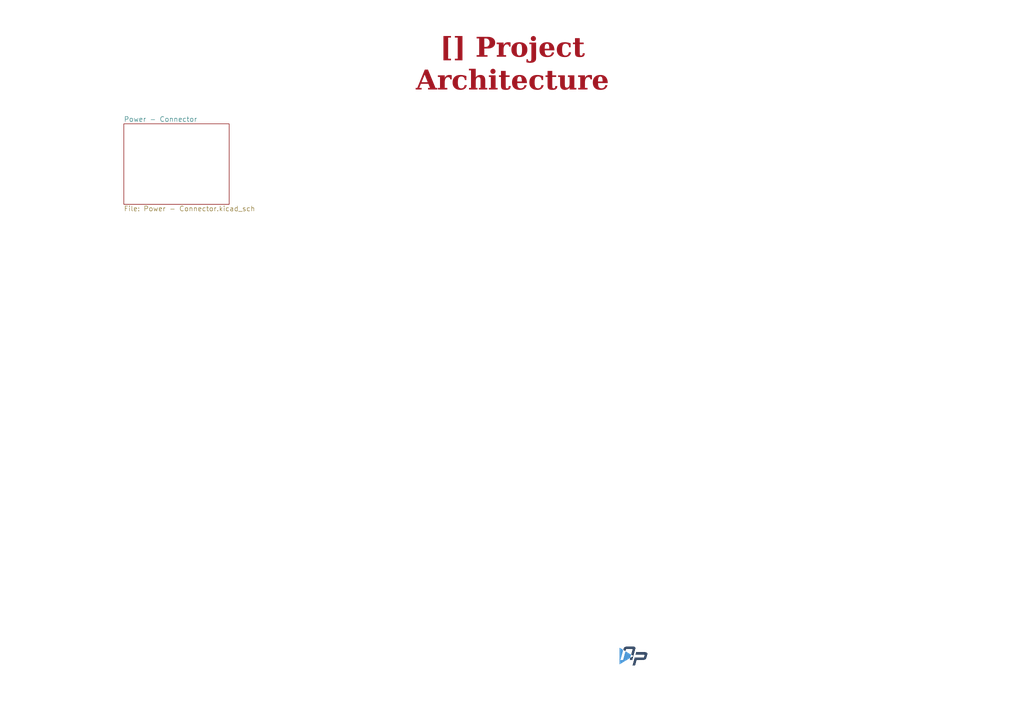
<source format=kicad_sch>
(kicad_sch
	(version 20250114)
	(generator "eeschema")
	(generator_version "9.0")
	(uuid "43756dca-f8f6-4179-bbe2-5af9585c666d")
	(paper "A3")
	(title_block
		(title "Project Architecture")
		(date "Last Modified Date")
		(rev "${REVISION}")
		(company "${COMPANY}")
	)
	(lib_symbols)
	(text_box "[${#}] ${TITLE}"
		(exclude_from_sim no)
		(at 144.78 20.32 0)
		(size 130.81 12.7)
		(margins 5.9999 5.9999 5.9999 5.9999)
		(stroke
			(width -0.0001)
			(type default)
		)
		(fill
			(type none)
		)
		(effects
			(font
				(face "Times New Roman")
				(size 8 8)
				(thickness 1.2)
				(bold yes)
				(color 162 22 34 1)
			)
		)
		(uuid "7fa5cc40-6c97-487c-9cc7-412504f68533")
	)
	(image
		(at 259.08 269.24)
		(scale 0.0488683)
		(uuid "106efd2f-6595-4606-b298-32c5b8f2f7c8")
		(data "iVBORw0KGgoAAAANSUhEUgAAEEoAAAuJCAYAAAAnXT5aAAAF0WlUWHRYTUw6Y29tLmFkb2JlLnht"
			"cAAAAAAAPD94cGFja2V0IGJlZ2luPSLvu78iIGlkPSJXNU0wTXBDZWhpSHpyZVN6TlRjemtjOWQi"
			"Pz4KPHg6eG1wbWV0YSB4bWxuczp4PSJhZG9iZTpuczptZXRhLyIgeDp4bXB0az0iWE1QIENvcmUg"
			"NS41LjAiPgogPHJkZjpSREYgeG1sbnM6cmRmPSJodHRwOi8vd3d3LnczLm9yZy8xOTk5LzAyLzIy"
			"LXJkZi1zeW50YXgtbnMjIj4KICA8cmRmOkRlc2NyaXB0aW9uIHJkZjphYm91dD0iIgogICAgeG1s"
			"bnM6eG1wPSJodHRwOi8vbnMuYWRvYmUuY29tL3hhcC8xLjAvIgogICAgeG1sbnM6cGhvdG9zaG9w"
			"PSJodHRwOi8vbnMuYWRvYmUuY29tL3Bob3Rvc2hvcC8xLjAvIgogICAgeG1sbnM6ZGM9Imh0dHA6"
			"Ly9wdXJsLm9yZy9kYy9lbGVtZW50cy8xLjEvIgogICAgeG1sbnM6ZXhpZj0iaHR0cDovL25zLmFk"
			"b2JlLmNvbS9leGlmLzEuMC8iCiAgICB4bWxuczp0aWZmPSJodHRwOi8vbnMuYWRvYmUuY29tL3Rp"
			"ZmYvMS4wLyIKICAgIHhtbG5zOnhtcE1NPSJodHRwOi8vbnMuYWRvYmUuY29tL3hhcC8xLjAvbW0v"
			"IgogICAgeG1sbnM6c3RFdnQ9Imh0dHA6Ly9ucy5hZG9iZS5jb20veGFwLzEuMC9zVHlwZS9SZXNv"
			"dXJjZUV2ZW50IyIKICAgeG1wOkNyZWF0ZURhdGU9IjIwMjUtMDktMDFUMTk6NDM6NDgrMDc6MDAi"
			"CiAgIHhtcDpNb2RpZnlEYXRlPSIyMDI1LTEwLTEwVDE1OjMxOjQ4KzA3OjAwIgogICB4bXA6TWV0"
			"YWRhdGFEYXRlPSIyMDI1LTEwLTEwVDE1OjMxOjQ4KzA3OjAwIgogICBwaG90b3Nob3A6RGF0ZUNy"
			"ZWF0ZWQ9IjIwMjUtMDktMDFUMTk6NDM6NDgrMDc6MDAiCiAgIHBob3Rvc2hvcDpDb2xvck1vZGU9"
			"IjMiCiAgIHBob3Rvc2hvcDpJQ0NQcm9maWxlPSJzUkdCIElFQzYxOTY2LTIuMSIKICAgZXhpZjpQ"
			"aXhlbFhEaW1lbnNpb249IjQxNzAiCiAgIGV4aWY6UGl4ZWxZRGltZW5zaW9uPSIyOTUzIgogICBl"
			"eGlmOkNvbG9yU3BhY2U9IjEiCiAgIHRpZmY6SW1hZ2VXaWR0aD0iNDE3MCIKICAgdGlmZjpJbWFn"
			"ZUxlbmd0aD0iMjk1MyIKICAgdGlmZjpSZXNvbHV0aW9uVW5pdD0iMiIKICAgdGlmZjpYUmVzb2x1"
			"dGlvbj0iMzAwLzEiCiAgIHRpZmY6WVJlc29sdXRpb249IjMwMC8xIj4KICAgPGRjOnRpdGxlPgog"
			"ICAgPHJkZjpBbHQ+CiAgICAgPHJkZjpsaSB4bWw6bGFuZz0ieC1kZWZhdWx0Ij5OUF9sb2dvX2Js"
			"YWNrX2FmZmluaXR5RmlsZTwvcmRmOmxpPgogICAgPC9yZGY6QWx0PgogICA8L2RjOnRpdGxlPgog"
			"ICA8eG1wTU06SGlzdG9yeT4KICAgIDxyZGY6U2VxPgogICAgIDxyZGY6bGkKICAgICAgc3RFdnQ6"
			"YWN0aW9uPSJwcm9kdWNlZCIKICAgICAgc3RFdnQ6c29mdHdhcmVBZ2VudD0iQWZmaW5pdHkgRGVz"
			"aWduZXIgMiAyLjYuNCIKICAgICAgc3RFdnQ6d2hlbj0iMjAyNS0xMC0xMFQxNTozMTo0OCswNzow"
			"MCIvPgogICAgPC9yZGY6U2VxPgogICA8L3htcE1NOkhpc3Rvcnk+CiAgPC9yZGY6RGVzY3JpcHRp"
			"b24+CiA8L3JkZjpSREY+CjwveDp4bXBtZXRhPgo8P3hwYWNrZXQgZW5kPSJyIj8+2iusSgAAAYFp"
			"Q0NQc1JHQiBJRUM2MTk2Ni0yLjEAACiRdZG7SwNBEIe/RMUQFQUFLSyCqFWUqBC0sUjwBWqRRDBq"
			"k1xeQh7HXYIEW8E2oCDa+Cr0L9BWsBYERRHEWltFGw3nXBJIELPL7nz725lhdhasgaSS0htdkEpn"
			"Nd+Mx7EcXHE0v2GXaaMbW0jR1QX/dIC64+sBi2nvhsxc9f3+HS2RqK6AxSY8qahaVnhWeH4jq5q8"
			"K9ylJEIR4XNhpyYFCt+berjMrybHy/xjshbwecHaIeyI13C4hpWElhKWl9OfSuaUSj3mS1qj6SW/"
			"2D5Zvej4mMGDgzmm8OJmhAnZ3QwxyrCcqBPvKsUvkpFYRXaVPBrrxEmQxSlqTrJHxcZEj8pMkjf7"
			"/7evemxstJy91QNNL4bxMQDNO1AsGMb3sWEUT6DhGa7S1fjMEYx/il6oav2H0L4FF9dVLbwHl9vQ"
			"86SGtFBJapBljcXg/QzagtB5C/bVcs8q95w+QmBTvuoG9g9gUPzb134BHLFnxMvbySEAAAAJcEhZ"
			"cwAALiMAAC4jAXilP3YAACAASURBVHic7MEBAQAAAICQ/q/uCAoAAAAAAAAAAAAAAAAAAAAAAAAA"
			"AAAAAAAAAAAAAAAAAAAAAAAAAAAAAAAAAAAAAAAAAAAAAAAAAAAAAAAAAAAAAAAAAAAAAAAAAAAA"
			"AAAAAAAAAAAAAAAAAAAAAAAAAAAAAAAAAAAAAAAAAAAAAAAAAAAAAAAAAAAAAAAAAAAAAAAAAAAA"
			"AAAAAAAAAAAAAAAAAAAAAAAAAAAAAAAAAAAAAAAAAAAAAAAAAAAAAAAAAAAAAAAAAAAAAAAAAAAA"
			"AAAAAAAAAAAAAAAAAAAAAAAAAAAAAAAAAAAAAAAAAAAAAAAAAAAAAAAAAAAAAAAAAAAAAAAAAAAA"
			"AAAAAAAAAAAAAAAAAAAAAAAAAAAAAAAAAAAAAAAAAAAAAAAAAAAAAAAAAAAAAAAAAAAAAAAAAAAA"
			"AAAAAAAAAAAAAAAAAAAAAAAAAAAAAAAAAAAAAAAAAAAAAAAAAAAAAAAAAAAAAAAAAAAAAAAAAAAA"
			"AAAAAAAAAAAAAAAAAAAAAAAAAAAAAAAAAAAAAAAAAAAAAAAAAAAAAAAAAAAAAAAAAAAAAAAAAAAA"
			"AAAAAAAAAAAAAAAAAAAAAAAAAAAAAAAAAAAAAAAAAAAAAAAAAAAAAAAAAAAAAAAAAAAAAAAAAAAA"
			"AAAAAAAAAAAAAAAAAAAAAAAAAAAAAAAAAAAAAAAAAAAAAAAAAAAAAAAAAAAAAAAAAAAAAAAAAAAA"
			"AAAAAAAAAAAAAAAAAAAAAAAAAAAAAAAAAAAAAAAAAAAAAAAAAAAAAAAAAAAAAAAAAAAAAAAAAAAA"
			"AAAAAAAAAAAAAAAAAAAAAAAAAAAAAAAAAAAAAAAAAAAAAAAAAAAAAAAAAAAAAAAAAAAAAAAAAAAA"
			"AAAAAAAAAAAAAAAAAAAAAAAAAAAAAAAAAAAAAAAAAAAAAAAAAAAAAAAAAAAAAAAAAAAAAAAAAAAA"
			"AAAAAAAAAAAAAAAAAAAAAAAAAAAAAAAAAAAAAAAAAAAAAAAAAAAAAAAAAAAAAAAAAAAAAAAAAAAA"
			"AAAAAAAAAAAAAAAAAAAAAAAAAAAAAAAAAAAAAAAAAAAAAAAAAAAAAAAAAAAAAAAAAAAAAAAAAAAA"
			"AAAAAAAAAAAAAAAAAAAAAAAAAAAAAAAAAAAAAAAAAAAAAAAAAAAAAAAAAAAAAAAAAAAAAAAAAAAA"
			"AAAAAAAAAAAAAAAAAAAAAAAAAAAAAAAAAAAAAAAAAAAAAAAAAAAAAAAAAAAAAAAAAAAAAAAAAAAA"
			"AAAAAAAAAAAAAAAAAAAAAAAAAAAAAAAAAAAAAAAAAAAAAAAAAAAAAAAAAAAAAAAAAAAAAAAAAAAA"
			"AAAAAAAAAAAAAAAAAAAAAAAAAAAAAAAAAAAAAAAAAAAAAAAAAAAAAAAAAAAAAAAAAAAAAAAAAAAA"
			"AAAAAAAAAAAAAAAAAAAAAAAAAAAAAAAAAAAAAAAAAAAAAAAAAAAAAAAAAAAAAAAAAAAAAAAAAAAA"
			"AAAAAAAAAAAAAAAAAAAAAAAAAAAAAAAAAAAAAAAAAAAAAAAAAAAAAAAAAAAAAAAAAAAAAAAAAAAA"
			"AAAAAAAAAAAAAAAAAAAAAAAAAAAAAAAAAAAAAAAAAAAAAAAAAAAAAAAAAAAAAAAAAAAAAAAAAAAA"
			"AAAAAAAAAAAAAAAAAAAAAAAAAAAAAAAAAAAAAAAAAAAAAAAAAAAAAAAAAAAAAAAAAAAAAAAAAAAA"
			"AAAAAAAAAAAAAAAAAAAAAAAAAAAAAAAAAAAAAAAAAAAAAAAAAAAAAAAAAAAAAAAAAAAAAAAAAAAA"
			"AAAAAAAAAAAAAAAAAAAAAAAAAAAAAAAAAAAAAAAAAAAAAAAAAAAAAAAAAAAAAAAAAAAAAAAAAAAA"
			"AAAAAAAAAAAAAAAAAAAAAAAAAAAAAAAAAAAAAAAAAAAAAAAAAAAAAAAAAAAAAAAAAAAAAAAAAAAA"
			"AAAAAAAAAAAAAAAAAAAAAAAAAAAAAAAAAAAAAAAAAAAAAAAAAAAAAAAAAAAAAAAAAAAAAAAAAAAA"
			"AAAAAAAAAAAAAAAAAAAAAAAAAAAAAAAAAAAAAAAAAAAAAAAAAAAAAAAAAAAAAAAAAAAAAAAAAAAA"
			"AAAAAAAAAAAAAAAAAAAAAAAAAAAAAAAAAAAAAAAAAAAAAAAAAAAAAAAAAAAAAAAAAAAAAAAAAAAA"
			"AAAAAAAAAAAAAAAAAAAAAAAAAAAAAAAAAAAAAAAAAAAAAAAAAAAAAAAAAAAAAAAAAAAAAAAAAAAA"
			"AAAAAAAAAAAAAAAAAAAAAAAAAAAAAAAAAAAAAAAAAAAAAAAAAAAAAAAAAAAAAAAAAAAAAAAAAAAA"
			"AAAAAAAAAAAAAAAAAAAAAAAAAAAAAAAAAAAAAAAAAAAAAAAAAAAAAAAAAAAAAAAAAAAAAAAAAAAA"
			"AAAAAAAAAAAAAAAAAAAAAAAAAAAAAAAAAAAAAAAAAAAAAAAAAAAAAAAAAAAAAAAAAAAAAAAAAAAA"
			"AAAAAAAAAAAAAAAAAAAAAAAAAAAAAAAAAAAAAAAAAAAAAAAAAAAAAAAAAAAAAAAAAAAAAAAAAAAA"
			"AAAAAAAAAAAAAAAAAAAAAAAAAAAAAAAAAAAAAAAAAAAAAAAAAAAAAAAAAAAAAAAAAAAAAAAAAAAA"
			"AAAAAAAAAAAAAAAAAAAAAAAAAAAAAAAAAAAAAAAAAAAAAAAAAAAAAAAAAAAAAAAAAAAAAAAAAAAA"
			"AAAAAAAAAAAAAAAAAAAAAAAAAAAAAAAAAAAAAAAAAAAAAAAAAAAAAAAAAAAAAAAAAAAAAAAAAAAA"
			"AAAAAAAAAAAAAAAAAAAAAAAAAAAAAAAAAAAAAAAAAAAAAAAAAAAAAAAAAAAAAAAAAAAAAAAAAAAA"
			"AAAAAAAAAAAAAAAAAAAAAAAAAAAAAAAAAAAAAAAAAAAAAAAAAAAAAAAAAAAAAAAAAAAAAAAAAAAA"
			"AAAAAAAAAAAAAAAAAAAAAAAAAAAAAAAAAAAAAAAAAAAAAAAAAAAAAAAAAAAAAAAAAAAAAAAAAAAA"
			"AAAAAAAAAAAAAAAAAAAAAAAAAAAAAAAAAAAAAAAAAAAAAAAAAAAAAAAAAAAAAAAAAAAAAAAAAAAA"
			"AAAAAAAAAAAAAAAAAAAAAAAAAAAAAAAAAAAAAAAAAAAAAAAAAAAAAAAAAAAAAAAAAAAAAAAAAAAA"
			"AAAAAAAAAAAAAAAAAAAAAAAAAAAAAAAAAAAAAAAAAAAAAAAAAAAAAAAAAAAAAAAAAAAAAAAAAAAA"
			"AAAAAAAAAAAAAAAAAAAAAAAAAAAAAAAAAAAAAAAAAAAAAAAAAAAAAAAAAAAAAAAAAAAAAAAAAAAA"
			"AAAAAAAAAAAAAAAAAAAAAAAAAAAAAAAAAAAAAAAAAAAAAAAAAAAAAAAAAAAAAAAAAAAAAAAAAAAA"
			"AAAAAAAAAAAAAAAAAAAAAAAAAAAAAAAAAAAAAAAAAAAAAAAAAAAAAAAAAAAAAAAAAAAAAAAAAAAA"
			"AAAAAAAAAAAAAAAAAAAAAAAAAAAAAAAAAAAAAAAAAAAAAAAAAAAAAAAAAAAAAAAAAAAAAAAAAAAA"
			"AAAAAAAAAAAAAAAAAAAAAAAAAAAAAAAAAAAAAAAAAAAAAAAAAAAAAAAAAAAAAAAAAAAAAAAAAAAA"
			"AAAAAAAAAAAAAAAAAAAAAAAAAAAAAAAAAAAAAAAAAAAAAAAAAAAAAAAAAAAAAAAAAAAAAAAAAAAA"
			"AAAAAAAAAAAAAAAAAAAAAAAAAAAAAAAAAAAAAAAAAAAAAAAAAAAAAAAAAAAAAAAAAAAAAAAAAAAA"
			"AAAAAAAAAAAAAAAAAAAAAAAAAAAAAAAAAAAAAAAAAAAAAAAAAAAAAAAAAAAAAAAAAAAAAAAAAAAA"
			"AAAAAAAAAAAAAAAAAAAAAAAAAAAAAAAAAAAAAAAAAAAAAAAAAAAAAAAAAAAAAAAAAAAAAAAAAAAA"
			"AAAAAAAAAAAAAAAAAAAAAAAAAAAAAAAAAAAAAAAAAAAAAAAAAAAAAAAAAAAAAAAAAAAAAAAAAAAA"
			"AAAAAAAAAAAAAAAAAAAAAAAAAAAAAAAAAAAAAAAAAAAAAAAAAAAAAAAAAAAAAAAAAAAAAAAAAAAA"
			"AAAAAAAAAAAAAAAAAAAAAAAAAAAAAAAAAAAAAAAAAAAAAAAAAAAAAAAAAAAAAAAAAAAAAAAAAAAA"
			"AAAAAAAAAAAAAAAAAAAAAAAAAAAAAAAAAAAAAAAAAAAAAAAAAAAAAAAAAAAAAAAAAAAAAAAAAAAA"
			"AAAAAAAAAAAAAAAAAAAAAAAAAAAAAAAAAAAAAAAAAAAAAAAAAAAAAAAAAAAAAAAAAAAAAAAAAAAA"
			"AAAAAAAAAAAAAAAAAAAAAAAAAAAAAAAAAAAAAAAAAAAAAAAAAAAAAAAAAAAAAAAAAAAAAAAAAAAA"
			"AAAAAAAAAAAAAAAAAAAAAAAAAAAAAAAAAAAAAAAAAAAAAAAAAAAAAAAAAAAAAAAAAAAAAAAAAAAA"
			"AAAAAAAAAAAAAAAAAAAAAAAAAAAAAAAAAAAAAAAAAAAAAAAAAAAAAAAAAAAAAAAAAAAAAAAAAAAA"
			"AAAAAAAAAAAAAAAAAAAAAAAAAAAAAAAAAAAAAAAAAAAAAAAAAAAAAAAAAAAAAAAAAAAAAAAAAAAA"
			"AAAAAAAAAAAAAAAAAAAAAAAAAAAAAAAAAAAAAAAAAAAAAAAAAAAAAAAAAAAAAAAAAAAAAAAAAAAA"
			"AAAAAAAAAAAAAAAAAAAAAAAAAAAAAAAAAAAAAAAAAAAAAAAAAAAAAAAAAAAAAAAAAAAAAAAAAAAA"
			"AAAAAAAAAAAAAAAAAAAAAAAAAAAAAAAAAAAAAAAAAAAAAAAAAAAAAAAAAAAAAAAAAAAAAAAAAAAA"
			"AAAAAAAAAAAAAAAAAAAAAAAAAAAAAAAAAAAAAAAAAAAAAAAAAAAAAAAAAAAAAAAAAAAAAAAAAAAA"
			"AAAAAAAAAAAAAAAAAAAAAAAAAAAAAAAAAAAAAAAAAAAAAAAAAAAAAAAAAAAAAAAAAAAAAAAAAAAA"
			"AAAAAAAAAAAAAAAAAAAAAAAAAAAAAAAAAAAAAAAAAAAAAAAAAAAAAAAAAAAAAAAAAAAAAAAAAAAA"
			"AAAAAAAAAAAAAAAAAAAAAAAAAAAAAAAAAAAAAAAAAAAAAAAAAAAAAAAAAAAAAAAAAAAAAAAAAAAA"
			"AAAAAAAAAAAAAAAAAAAAAAAAAAAAAAAAAAAAAAAAAAAAAAAAAAAAAAAAAAAAAAAAAAAAAAAAAAAA"
			"AAAAAAAAAAAAAAAAAAAAAAAAAAAAAAAAAAAAAAAAAAAAAAAAAAAAAAAAAAAAAAAAAAAAAAAAAAAA"
			"AAAAAAAAAAAAAAAAAAAAAAAAAAAAAAAAAAAAAAAAAAAAAAAAAAAAAAAAAAAAAAAAAAAAAAAAAAAA"
			"AAAAAAAAAAAAAAAAAAAAAAAAAAAAAAAAAAAAAAAAAAAAAAAAAAAAAAAAAAAAAAAAAAAAAAAAAAAA"
			"AAAAAAAAAAAAAAAAAAAAAAAAAAAAAAAAAAAAAIDZub+VKMIwjuM//2QHelBgZGGgB5IeBnsRex97"
			"XXMfcwvFHBpFoNSBRhYJIf1xTTvYIddVYpVtR3c/H3h4Z5g5eN4b+AIAAAAAAAAAAAAAAAAAAAAA"
			"AAAAAAAAAAAAAAAAAAAAAAAAAAAAAAAAAAAAAAAAAAAAAAAAAAAAAAAAAAAAAAAAAAAAAAAAAAAA"
			"AAAAAAAAAAAAAAAAAAAAAAAAAAAAAAAAAAAAAAAAAAAAAAAAAAAAAAAAAAAAAAAAAAAAAAAAAAAA"
			"AAAAAAAAAAAAAAAAAAAAAAAAAAAAAAAAAAAAAAAAAAAAAAAAAAAAAAAAAAAAAAAAAAAAAAAAAAAA"
			"AAAAAAAAAAAAAAAAAAAAAAAAAAAAAAAAAAAAAAAAAAAAAAAAAAAAAAAAAAAAAAAAAAAAAAAAAAAA"
			"AAAAAAAAAAAAAAAAAAAAAAAAAAAAAAAAAAAAAAAAAAAAAAAAAAAAAAAAAAAAAAAAAAAAAAAAAAAA"
			"AAAAAAAAAAAAAAAAAAAAAAAAAAAAAAAAAAAAAAAAAAAAAAAAAAAAAAAAAAAAAAAAAAAAAAAAAAAA"
			"AAAAAAAAAAAAAAAAAAAAAAAAAAAAAAAAAAAAAAAAAAAAAAAAAAAAAAAAAAAAAAAAAAAAAAAAAAAA"
			"AAAAAAAAAAAAAAAAAAAAAAAAAAAAAAAAAAAAAAAAAAAAAAAAAAAAAAAAAAAAAAAAAAAAAAAAAAAA"
			"AAAAAAAAAAAAAAAAAAAAAAAAAAAAAAAAAAAAAAAAAAAAAAAAAAAAAAAAAAAAAAAAAAAAAAAAAAAA"
			"AAAAAAAAAAAAAAAAAAAAAAAAAAAAAAAAAAAAAAAAAAAAAAAAAAAAAAAAAAAAAAAAAAAAAAAAAAAA"
			"AAAAAAAAAAAAAAAAAAAAAAAAAAAAAAAAAAAAAAAAAAAAAAAAAAAAAAAAAAAAAAAAAAAAAAAAAAAA"
			"AAAAAAAAAAAAAAAAAAAAAAAAAAAAAAAAAAAAAAAAAAAAAAAAAAAAAAAAAAAAAAAAAAAAAAAAAAAA"
			"AAAAAAAAAAAAAAAAAAAAAAAAAAAAAAAAAAAAAAAAAAAAAAAAAAAAAAAAAAAAAAAAAAAAAAAAAAAA"
			"AAAAAAAAAAAAAAAAAAAAAAAAAAAAAAAAAAAAAAAAAAAAAAAAAAAAAAAAAAAAAAAAAAAAAAAAAAAA"
			"AAAAAAAAAAAAAAAAAAAAAAAAAAAAAAAAAAAAAAAAAAAAAAAAAAAAAAAAAAAAAAAAAAAAAAAAAAAA"
			"AAAAAAAAAAAAAAAAAAAAAAAAAAAAAAAAAAAAAAAAAAAAAAAAAAAAAAAAAAAAAAAAAAAAAAAAAAAA"
			"AAAAAAAAAAAAAAAAAAAAAAAAAAAAAAAAAAAAAAAAAAAAAAAAAAAAAAAAAAAAAAAAAAAAAAAAAAAA"
			"AAAAAAAAAAAAAAAAAAAAAAAAAAAAAAAAAAAAAAAAAAAAAAAAAAAAAAAAAAAAAAAAAAAAAAAAAAAA"
			"AAAAAAAAAAAAAAAAAAAAAAAAAAAAAAAAAAAAAAAAAAAAAAAAAAAAAAAAAAAAAAAAAAAAAAAAAAAA"
			"AAAAAAAAAAAAAAAAAAAAAAAAAAAAAAAAAAAAAAAAAAAAAAAAAAAAAAAAAAAAAAAAAAAAAAAAAAAA"
			"AAAAAAAAAAAAAAAAAAAAAAAAAAAAAAAAAAAAAAAAAAAAAAAAAAAAAAAAAAAAAAAAAAAAAAAAAAAA"
			"AAAAAAAAAAAAAAAAAAAAAAAAAAAAAAAAAAAAAAAAAAAAAAAAAAAAAAAAAAAAAAAAAAAAAAAAAAAA"
			"AAAAAAAAAAAAAAAAAAAAAAAAAAAAAAAAAAAAAAAAAAAAAAAAAAAAAAAAAAAAAAAAAAAAAAAAAAAA"
			"AAAAAAAAAAAAAAAAAAAAAAAAAAAAAAAAAAAAAAAAAAAAAAAAAAAAAAAAAAAAAAAAAAAAAAAAAAAA"
			"AAAAAAAAAAAAAAAAAAAAAAAAAAAAAAAAAAAAAAAAAAAAAAAAAAAAAAAAAAAAAAAAAAAAAAAAAAAA"
			"AAAAAAAAAAAAAAAAAAAAAAAAAAAAAAAAAAAAAAAAAAAAAAAAAAAAAAAAAAAAAAAAAAAAAAAAAAAA"
			"AAAAAAAAAAAAAAAAAAAAAAAAAAAAAAAAAAAAAAAAAAAAAAAAAAAAAAAAAAAAAAAAAAAAAAAAAAAA"
			"AAAAAAAAAAAAAAAAAAAAAAAAAAAAAAAAAAAAAAAAAAAAAAAAAAAAAAAAAAAAAAAAAAAAAAAAAAAA"
			"AAAAAAAAAAAAAAAAAAAAAAAAAAAAAAAAAAAAAAAAAAAAAAAAAAAAAAAAAAAAAAAAAAAAAAAAAAAA"
			"AAAAAAAAAAAAAAAAAAAAAAAAAAAAAAAAAAAAAAAAAAAAAAAAAAAAAAAAAAAAAAAAAAAAAAAAAAAA"
			"AAAAAAAAAAAAAAAAAAAAAAAAAAAAAAAAAAAAAAAAAAAAAAAAAAAAAAAAAAAAAAAAAAAAAAAAAAAA"
			"AAAAAAAAAAAAAAAAAAAAAAAAAAAAAAAAAAAAAAAAAAAAAAAAAAAAAAAAAAAAAAAAAAAAAAAAAAAA"
			"AAAAAAAAAAAAAAAAAAAAAAAAAAAAAAAAAAAAAAAAAAAAAAAAAAAAAAAAAAAAAAAAAAAAAAAAAAAA"
			"AAAAAAAAAAAAAAAAAAAAAAAAAAAAAAAAAAAAAAAAAAAAAAAAAAAAAAAAAAAAAAAAAAAAAAAAAAAA"
			"AAAAAAAAAAAAAAAAAAAAAAAAAAAAAAAAAAAAAAAAAAAAAAAAAAAAAAAAAAAAAAAAAAAAAAAAAAAA"
			"AAAAAAAAAAAAAAAAAAAAAAAAAAAAAAAAAAAAAAAAAAAAAAAAAAAAAAAAAAAAAAAAAAAAAAAAAAAA"
			"AAAAAAAAAAAAAAAAAAAAAAAAAAAAAAAAAAAAAAAAAAAAAAAAAAAAAAAAAAAAAAAAAAAAAAAAAAAA"
			"AAAAAAAAAAAAAAAAAAAAAAAAAAAAAAAAAAAAAAAAAAAAAAAAAAAAAAAAAAAAAAAAAAAAAAAAAAAA"
			"AAAAAAAAAAAAAAAAAAAAAAAAAAAAAAAAAAAAAAAAAAAAAAAAAAAAAAAAAAAAAAAAAAAAAAAAAAAA"
			"AAAAAAAAAAAAAAAAAAAAAAAAAAAAAAAAAAAAAAAAAAAAAAAAAAAAAAAAAAAAAAAAAAAAAAAAAAAA"
			"AAAAAAAAAAAAAAAAAAAAAAAAAAAAAAAAAAAAAAAAAAAAAAAAAAAAAAAAAAAAAAAAAAAAAAAAAAAA"
			"AAAAAAAAAAAAAAAAAAAAAAAAAAAAAAAAAAAAAAAAAAAAAAAAAAAAAAAAAAAAAAAAAAAAAAAAAAAA"
			"AAAAAAAAAAAAAAAAAAAAAAAAAAAAAAAAAAAAAAAAAAAAAAAAAAAAAAAAAAAAAAAAAAAAAAAAAAAA"
			"AAAAAAAAAAAAAAAAAAAAAAAAAAAAAAAAAAAAAAAAAAAAAAAAAAAAAAAAAAAAAAAAAAAAAAAAAAAA"
			"AAAAAAAAAAAAAAAAAAAAAAAAAAAAAAAAAAAAAAAAAAAAAAAAAAAAAAAAAAAAAAAAAAAAAAAAAAAA"
			"AAAAAAAAAAAAAAAAAAAAAAAAAAAAAAAAAAAAAAAAAAAAAAAAAAAAAAAAAAAAAAAAAAAAAAAAAAAA"
			"AAAAAAAAAAAAAAAAAAAAAAAAAAAAAAAAAAAAAAAAAAAAAAAAAAAAAAAAAAAAAAAAAAAAAAAAAAAA"
			"AAAAAAAAAAAAAAAAAAAAAAAAAAAAAAAAAAAAAAAAAAAAAAAAAAAAAAAAAAAAAAAAAAAAAAAAAAAA"
			"AAAAAAAAAAAAAAAAAAAAAAAAAAAAAAAAAAAAAAAAAAAAAAAAAAAAAAAAAAAAAAAAAAAAAAAAAAAA"
			"AAAAAAAAAAAAAAAAAAAAAAAAAAAAAAAAAAAAAAAAAAAAAAAAAAAAAAAAAAAAAAAAAAAAAAAAAAAA"
			"AAAAAAAAAAAAAAAAAAAAAAAAAAAAAAAAAAAAAAAAAAAAAAAAAAAAAAAAAAAAAAAAAAAAAAAAAAAA"
			"AAAAAAAAAAAAAAAAAAAAAAAAAAAAAAAAAAAAAAAAAAAAAAAAAAAAAAAAAAAAAAAAAAAAAAAAAAAA"
			"AAAAAAAAAAAAAAAAAAAAAAAAAAAAAAAAAAAAAAAAAAAAAAAAAAAAAAAAAAAAAAAAAAAAAAAAAAAA"
			"AAAAAAAAAAAAAAAAAAAAAAAAAAAAAAAAAAAAAAAAAAAAAAAAAAAAAAAAAAAAAAAAAAAAAAAAAAAA"
			"AAAAAAAAAAAAAAAAAAAAAAAAAAAAAAAAAAAAAAAAAAAAAAAAAAAAAAAAAAAAAAAAAAAAAAAAAAAA"
			"AAAAAAAAAAAAAAAAAAAAAAAAAAAAAAAAAAAAAAAAAAAAAAAAAAAAAAAAAAAAAAAAAAAAAAAAAAAA"
			"AAAAAAAAAAAAAAAAAAAAAAAAAAAAAAAAAAAAAAAAAAAAAAAAAAAAAAAAAAAAAAAAAAAAAAAAAAAA"
			"AAAAAAAAAAAAAAAAAAAAAAAAAAAAAAAAAAAAAAAAAAAAAAAAAAAAAAAAAAAAAAAAAAAAAAAAAAAA"
			"AAAAAAAAAAAAAAAAAAAAAAAAAAAAAAAAAAAAAAAAAAAAAAAAAAAAAAAAAAAAAAAAAAAAAAAAAAAA"
			"AAAAAAAAAAAAAAAAAAAAAAAAAAAAAAAAAAAAAAAAAAAAAAAAAAAAAAAAAAAAAAAAAAAAAAAAAAAA"
			"AAAAAAAAAAAAAAAAAAAAAAAAAAAAAAAAAAAAAAAAAAAAAAAAAAAAAAAAAAAAAAAAAAAAAAAAAAAA"
			"AAAAAAAAAAAAAAAAAAAAAAAAAAAAAAAAAAAAAAAAAAAAAAAAAAAAAAAAAAAAAAAAAAAAAAAAAAAA"
			"AAAAAAAAAAAAAAAAAAAAAAAAAAAAAAAAAAAAAAAAAAAAAAAAAAAAAAAAAAAAAAAAAAAAAAAAAAAA"
			"AAAAAAAAAAAAAAAAAAAAAAAAAAAAAAAAAAAAAAAAAAAAAAAAAAAAAAAAAAAAAAAAAAAAAAAAAAAA"
			"AAAAAAAAAAAAAAAAAAAAAAAAAAAAAAAAAAAAAAAAAAAAAAAAAAAAAAAAAAAAAAAAAAAAAAAAAAAA"
			"AAAAAAAAAAAAAAAAAAAAAAAAAAAAAAAAAAAAAAAAAAAAAAAAAAAAAAAAAAAAAAAAAAAAAAAAAAAA"
			"AAAAAAAAAAAAAAAAAAAAAAAAAAAAAAAAAAAAAAAAAAAAAAAAAAAAAAAAAAAAAAAAAAAAAAAAAAAA"
			"AAAAAAAAAAAAAAAAAAAAAAAAAAAAMBozTS8AAAAAAABwV7TanZkkC/XcH+E5P857AADcwEmSX0mO"
			"hzyH+adblcXZWG8BAAAAAAAAwEQQSgAAAAAAACZCHTFYTPJwYB4MvC/l5kGDe2O7EADAdDjO9eIK"
			"/f9+S3KY5Gt9Dj4fVmXRHeNdAAAAAAAAABgToQQAAAAAAODWabU7s0mWk6zU8yTJo1yOIAzGEOab"
			"2BcAgFvrrOYXXAAAIABJREFUKP+OKXxJsp/kYz0HVVmcNLMqAAAAAAAAAMMSSgAAAAAAAMam1e4s"
			"5jx8sJKLIYT+98dJ5hpaEwCA6XWa5CC9aEJ/QGF/4PxUlUW3qSUBAAAAAAAApp1QAgAAAAAAMBKt"
			"dmc+ybMka1fM0/QCCEtN7AYAACN2luRzetGED0l269mpz/dVWfxsbj0AAAAAAACAySaUAAAAAAAA"
			"DKUOIazm6hDCWv1troHVAADgNtrLeUChP6Kwm+SgKouzBncDAAAAAAAAuNOEEgAAAAAAgL/qGMJ6"
			"ks0kW/W5Xo8QAgAAjMb3nEcT3iR5nWQ7yduqLH40uRgAAAAAAADAXSCUAAAAAAAAU6jV7iwleZ6L"
			"QYTNJBtJFhpcDQAAptlpkp30ognbOQ8ovKvKotvkYgAAAAAAAAC3iVACAAAAAABMqFa7M5NkJZdj"
			"CFtJVhtcDQAAuJ5ukne5GE/YTrJblcXvJhcDAAAAAAAAaIJQAgAAAAAATIBWuzObZCPJi4FZbnIv"
			"AADgvzpKUiV5meRVPXt/2LvXYFvuuszjz97nnNzIlQlgwiUBglIhiElajTFIAkloIaSLiyJBKyMt"
			"EQmIIgOIDIJcrYgMMKPTzixE0Gg5gwhEZ0FFFChBdCnCYMtodEAhElAgAQZNgDMvTpQEOPvc9t6/"
			"dfl8qlbtt99Xu+rfq//Pmk0nu0urAAAAAAAAALaYoQQAAAAAAFgwTdsfnuR+uf0gwgOS3KGyCwAA"
			"mAv/kK+MJrw3yWw2ndxYmwQAAAAAAACwuQwlAAAAAADAHGva/pgk35LbjyKcnmRXZRcAALBQPpTb"
			"jyd8YDad3FybBAAAAAAAAHDwDCUAAAAAAMCcaNp+LclpSc5N8p23/j09nucDAACb61+S/GGS30/y"
			"9iR/MptObqlNAgAAAAAAANh/XqwEAAAAAIAiTdsfmeTs3H4Y4cTSKAAAYBV9Psk7s2c04e1J3j+b"
			"Tr5UmwQAAAAAAACwd4YSAAAAAABgmzRtf1L2jCH86+fsJLtKowAAAL7WZ5L8Qb4ynDDOppPdpUUA"
			"AAAAAAAAt2EoAQAAAAAAtkDT9mtJ7p3kwiTnZc8wwj1LowAAAA7OJ5L8fpJrk1wzm04+XtwDAAAA"
			"AAAArDhDCQAAAAAAsEmatr9zkgdnzzjChUlOqS0CAADYdLuTvDfJm279fGg2neyuTQIAAAAAAABW"
			"jaEEAAAAAAA4SE3bH5XkgdkzinBRkgfUFgEAAGy76/KV0YR3z6aTLxX3AAAAAAAAACvAUAIAAAAA"
			"AOynpu13Jjk7e4YRLkxybpLDSqMAAADmxz8luSZ7RhPeNptOPl/cAwAAAAAAACwpQwkAAAAAALCB"
			"pu3vnuSSJBcnuSDJcbVFAAAAC+Gfk1yb5I1J3jCbTm4s7gEAAAAAAACWiKEEAAAAAAC4jabt15I8"
			"IMmlSbokZ9UWAQAALLx/TvLmJK9P8tbZdHJLcQ8AAAAAAACw4AwlAAAAAACw8pq235XkQdkzjHBp"
			"knvUFgEAACytTyb59ewZTfjT2XSyu7gHAAAAAAAAWECGEgAAAAAAWElN2x+fpM2ecYTvTnJcbREA"
			"AMDK+VD2DCb82mw6+Uh1DAAAAAAAALA4DCUAAAAAALAymrY/Jcmlt37OT7KzNAgAAIB/9Y4kr0vy"
			"P2fTyU3VMQAAAAAAAMB8M5QAAAAAAMBSa9r+5CSPTXJZkqY4BwAAgI19IcnVSV49m07eXx0DAAAA"
			"AAAAzCdDCQAAAAAALJ2m7U9I8ugkj0tyQTwPBwAAWETvTPKqJG+aTSdfrI4BAAAAAAAA5ocXQwEA"
			"AAAAWApN2x+V5JIklyV5WJJdtUUAAABskr9P8gtJ/vtsOvnH6hgAAAAAAACgnqEEAAAAAAAWVtP2"
			"u5JcmORxSR6Z5OjaIgAAALbQPye5OsmrZ9PJn1fHAAAAAAAAAHUMJQAAAAAAsFCatl9P8h1JLkvy"
			"vUlOrC0CAACgwLuSvDrJb8+mk1uqYwAAAAAAAIDtZSgBAAAAAICF0LT9NyT5wSQ/lORexTkAAADM"
			"hw8neXGS182mk5uLWwAAAAAAAIBtYigBAAAAAIC51bT9epKLklyR5NIkO2uLAAAAmFMfyZ7BhF8x"
			"mAAAAAAAAADLz1ACAAAAAABzp2n7k5M8IckPJTmlOAcAAIDFYTABAAAAAAAAVoChBAAAAAAA5kLT"
			"9juStEmemOSSJDtqiwAAAFhgBhMAAAAAAABgiRlKAAAAAACgVNP2d0/yhCR9krsX5wAAALBcDCYA"
			"AAAAAADAEjKUAAAAAADAtmvafi3JRUmemuRhSdZriwAAAFhyf5fkp5O8bjadfLk6BgAAAAAAADg0"
			"hhIAAAAAANg2TdsfnuSyJE9PckZxDgAAAKvnj5P86Gw6eW91CAAAAAAAAHDwDCUAAAAAALDlmrY/"
			"McmTkjwlyV2KcwAAAOD1SZ49m06urw4BAAAAAAAADpyhBAAAAAAAtkzT9t+U5MeSXJ7kyOIcAAAA"
			"uK3PJXlxklfMppN/qY4BAAAAAAAA9p+hBAAAAAAANlXT9mtJHpTk6UkeUZwDAAAA+/I32XOGfcts"
			"OtldHQMAAAAAAADsm6EEAAAAAAA2RdP2u5J8b/ZcLjmrOAcAAAAO1NuS/NhsOvnL6hAAAAAAAABg"
			"Y4YSAAAAAAA4JE3bH5nkh5P8RJK7FecAAADAofhiklck+enZdPKF6hgAAAAAAADg6zOUAAAAAADA"
			"QbnNQMKzknxDcQ4AAABspg8luXw2nfxxdQgAAAAAAADwtQwlAAAAAABwQG4dSLgiybNjIAEAAIDl"
			"9aUkP5vkZ2bTyb9UxwAAAAAAAABfYSgBAAAAAID9YiABAACAFfWBJJfPppM/rw4BAAAAAAAA9jCU"
			"AAAAAADAhm4dSHhi9gwknFScAwAAABW+mORnkrxsNp3cUh0DAAAAAAAAq85QAgAAAAAAX5eBBAAA"
			"APgaf5rk8tl08hfVIQAAAAAAALDKDCUAAAAAAHA7TdsfnuSKJD8ZAwkAAADw1W5O8twkL59NJ1+u"
			"jgEAAAAAAIBVZCgBAAAAAIAkSdP2a0kek+RlSe5VnAMAAADz7pokPzCbTj5THQIAAAAAAACrxlAC"
			"AAAAAABp2v6cJC9Pcm51CwAAACyQ65I8ajad/O/qEAAAAAAAAFglhhIAAAAAAFZY0/anJnlZkscW"
			"pwAAAMCi+n9J+tl08hvVIQAAAAAAALAqDCUAAAAAAKygpu2PS/KcJE9LcnhxDgAAACyDVyR51mw6"
			"uaU6BAAAAAAAAJadoQQAAAAAgBXStP2uJFckeX6SE2trAAAAYOm8M8n3zqaTG6pDAAAAAAAAYJkZ"
			"SgAAAAAAWAFN268luSTJVUm+qTgHAAAAltn1SR49m07+qDoEAAAAAAAAltV6dQAAAAAAAFurafv7"
			"J/m9JG+OkQQAAADYaicneWfT9k+sDgEAAAAAAIBltVYdAAAAAADA1mja/g5Jnpfk6Ul2FucAAADA"
			"KnpekhfNppPd1SEAAAAAAACwTHZUBwAAAAAAsPmatn94kt9J8vAk68U5AAAAsKouSHLHk087663X"
			"X/c+YwkAAAAAAACwSdaqAwAAAAAA2DxN2981ySuTPLq6BQAAAPg3Vyf5wdl0cnN1CAAAAAAAACwD"
			"QwkAAAAAAEugafsdSa5M8qIkxxTnAAAAAF9rmuQxs+nk89UhAAAAAAAAsOgMJQAAAAAALLim7c9O"
			"MiQ5u7oFAAAA2NB7klwym04+VR0CAAAAAAAAi8xQAgAAAADAgmra/pgkL0zy1CTrxTkAAADA/vmL"
			"JA+dTScfqw4BAAAAAACARWUoAQAAAABgATVt/6gkr0py1+oWAAAA4IB9JMnFs+nkr6pDAAAAAAAA"
			"YBEZSgAAAAAAWCBN298xyS8keWx1CwAAAHBIPpbkvNl08uHqEAAAAAAAAFg0hhIAAAAAABZE0/Zt"
			"ktckOam6BQAAANgU12XPWMIN1SEAAAAAAACwSAwlAAAAAADMuabtj05yVZInVbcAAAAAm+79Sc6f"
			"TSefqQ4BAAAAAACARWEoAQAAAABgjjVtf26S1yW5d3ULAAAAsGXeneTi2XTy+eoQAAAAAAAAWASG"
			"EgAAAAAA5lDT9ocleUGSZyZZL84BAAAAtt40STebTm6uDgEAAAAAAIB5t6M6AAAAAACA22va/v5J"
			"/leSx8TgLQAAAKyK05J848mnnfXG66973+7qGAAAAAAAAJhnXrAFAAAAAJgTTdvvSPITSV6Y5LDi"
			"HAAAAKDGkORHZtOJsQQAAAAAAADYi53VAQAAAAAAJE3bn5rk9UnOK04BAAAAav1wkk8leU51CAAA"
			"AAAAAMyrHdUBAAAAAACrrmn7RyR5a5JvrG4BAAAA5sIDTz7trL+6/rr3fbA6BAAAAAAAAObRWnUA"
			"AAAAAMCqatp+Z5IXJ3lmdQsAAAAwd76Q5JzZdPKB6hAAAAAAAACYN4YSAAAAAAAKNG1/cpLfSPLA"
			"6hYAAABgbv1Nkm+dTSefrg4BAAAAAACAebJeHQAAAAAAsGqatn9wkvfFSAIAAACwsXsn+dWm7b3n"
			"BQAAAAAAALexozoAAAAAAGBVNG2/fvJpZ/1UktckObq6BwAAAFgI90my+/rr3veO6hAAAAAAAACY"
			"F2vVAQAAAAAAq6Bp+xOTvD5JW90CAAAALKRHzKaTa6ojAAAAAAAAYB4YSgAAAAAA2GJN25+T5DeT"
			"3L26BQAAAFhYNyZpZtPJddUhAAAAAAAAUM1QAgAAAADAFmnafi3JU5P8XJJdxTkAAADA4vtgknNm"
			"08nnq0MAAAAAAACg0np1AAAAAADAMmra/vAkr03yyhhJAAAAADbHGUmuqo4AAAAAAACAamvVAQAA"
			"AAAAy6Zp+zsl+a0k51W3AAAAAEvpIbPp5O3VEQAAAAAAAFDFUAIAAAAAwCZq2v70JNckuWd1CwAA"
			"ALC0Ppzk/rPp5HPVIQAAAAAAAFBhvToAAAAAAGBZNG3/0CTviZEEAAAAYGudmuSl1REAAAAAAABQ"
			"Za06AAAAAABgGTRtf2WSVybZUd0CAAAArIzzZ9PJO6ojAAAAAAAAYLsZSgAAAAAAOARN2+9M8ook"
			"T6luAQAAAFbO3yb55tl08vnqEAAAAAAAANhO69UBAAAAAACLqmn745JcEyMJAAAAQI17JXlJdQQA"
			"AAAAAABst7XqAAAAAACARdS0/T2zZyTh9OoWAAAAYKXtTvKg2XTyruoQAAAAAAAA2C6GEgAAAAAA"
			"DlDT9ucmeVOSE6tbAAAAAJJcl+SbZ9PJF6pDAAAAAAAAYDusVwcAAAAAACySpu0fluTaGEkAAAAA"
			"5sdpSZ5WHQEAAAAAAADbZa06AAAAAABgUTRt/31JXp9kZ3ULAAAAwFe5Kclps+nkk9UhAAAAAAAA"
			"sNXWqwMAAAAAABZB0/ZPSnJ1jCQAAAAA8+nYJP+xOgIAAAAAAAC2w1p1AAAAAADAPGvafi3Js5O8"
			"pLoFAAAAYB++mOT02XTy19UhAAAAAAAAsJXWqwMAAAAAAObVrSMJPxsjCQAAAMBi2JnkpdURAAAA"
			"AAAAsNXWqgMAAAAAAOZR0/Y7kgxJ+uoWAAAAgAP0nbPp5N3VEQAAAAAAALBVDCUAAAAAAHyVpu0P"
			"T/KrSR5T3QIAAABwEN6d5LzZdLK7OgQAAAAAAAC2wnp1AAAAAADAPGna/ugkb4mRBAAAAGBxnZvk"
			"kdURAAAAAAAAsFXWqgMAAAAAAOZF0/YnJPndJOdUtwAAAAAcouuS3G82ndxcHQIAAAAAAACbbb06"
			"AAAAAABgHjRtf3ySa2MkAQAAAFgOpyX5vuoIAAAAAAAA2Apr1QEAAAAAANWatj82yduSfHt1CwAA"
			"AMAmen+SM2fTye7qEAAAAAAAANhM69UBAAAAAACVmrY/OsnvxkgCAAAAsHwekOTB1REAAAAAAACw"
			"2QwlAAAAAAArq2n7o5K8Jcl3VrcAAAAAbJGfqA4AAAAAAACAzbZWHQAAAAAAUKFp+yOSvDnJRdUt"
			"AAAAAFvsfrPpZKyOAAAAAAAAgM2yXh0AAAAAALDdmrY/PMkbYiQBAAAAWA1Prw4AAAAAAACAzbRW"
			"HQAAAAAAsJ2att+V5H8k6apbAAAAALbJzUnuMZtObqgOAQAAAAAAgM2wXh0AAAAAALBdmrbfmeTX"
			"YiQBAAAAWC2HJXlydQQAAAAAAABslrXqAAAAAACA7dC0/Y4kv5Lk8dUtAAAAAAX+Mck9ZtPJF6pD"
			"AAAAAAAA4FCtVwcAAAAAAGy1pu3XkvxSjCQAAAAAq+vEJD9QHQEAAAAAAACbwVACAAAAALAKXpjk"
			"CdURAAAAAMUurw4AAAAAAACAzbBWHQAAAAAAsJWatr8iyVDdAQAAADAn7jWbTv5vdQQAAAAAAAAc"
			"ivXqAAAAAACArdK0/SVJfrG6AwAAAGCOXFYdAAAAAAAAAIdqrToAAAAAAGArNG3/rUn+IMlRxSkA"
			"AAAA8+RDSU6fTSe7q0MAAAAAAADgYK1XBwAAAAAAbLam7e+V5JoYSQAAAAD4avdNcmZ1BAAAAAAA"
			"ABwKQwkAAABzqhvGI6obAGARNW1/YpJpkjtXtwAAAADMqcdXBwAAAAAAAMChWKsOAAAA4OvrhvEl"
			"SXYnef6bfvj0W6p7AGARNG1/ZJLfS/Id1S0AAAAAc+wfktx9Np18qToEAAAAAAAADsZ6dQAAAAAb"
			"ek6ST3XD+JDqEACYd03b70jyazGSAAAAALAvJyU5vzoCAAAAAAAADpahBAAAgPl3dJJru2F8VzeM"
			"d6mOAYB51LT9WpJXJHlkdQsAAADAgnh8dQAAAAAAAAAcLEMJAAAAi+O8JB/vhvF53TDurI4BgDnz"
			"9CRPrY4AAAAAWCCPbtr+iOoIAAAAAAAAOBiGEgAAABbPC5J8shvG76oOAYB50LT9dye5qroDAAAA"
			"YMEcm+SB1REAAAAAAABwMAwlAAAALKbjk7yjG8a3d8N4p+oYAKjStP1pSa5OslbdAgAAALCALqoO"
			"AAAAAAAAgINhKAEAAGCxXZDkE90wPqsbxp3VMQCwnZq2PzrJG7NnQAgAAACAA3dxdQAAAAAAAAAc"
			"DEMJAAAAy+FlSW7ohvHc6hAA2A5N268l+eUkZ1S3AAAAACywBzRtf5fqCAAAAAAAADhQhhIAAACW"
			"xx2T/GE3jG/thvGO1TEAsMWemeQx1REAAAAAS+DC6gAAAAAAAAA4UIYSAAAAls/FSf6pG8Yf74Zx"
			"R3UMAGy2pu0fmuSl1R0AAAAAS+Li6gAAAAAAAAA4UIYSAAAAltfPJ7m+G8Zvqw4BgM3StP29k/x6"
			"krXqFgAAAIAlcVHT9p61AAAAAAAAsFAMJQAAACy3Oyd5bzeMb+6G8fjqGAA4FE3b3yHJG5OcUN0C"
			"AAAAsEROSnK/6ggAAAAAAAA4EIYSAAAAVsMjkny6G8Yru2F0FgRg4dz6q4aTJPevbgEAAABYQhdX"
			"BwAAAAAAAMCBcDkGAABgtfznJB/thvHM6hAAOEDPSPLY6ggAAACAJXVRdQAAAAAAAAAcCEMJAAAA"
			"q+ekJH/WDeMbumE8tjoGAPalafsLkrysugMAAABgiT2oaftd1REAAAAAAACwvwwlAAAArK5HJbmx"
			"G8YrumF0PgRgLjVtf2KSX41nmQAAAABb6cgk962OAAAAAAAAgP3l5WIAAACGJB/uhvGbq0MA4Laa"
			"tl9LMklycnULAAAAwAo4qzoAAAAAAAAA9pehBAAAAJLk7kne3w3j1d0wHl0dAwC3+pEkl1ZHAAAA"
			"AKwIQwkAAAAAAAAsDEMJAAAA3Nbjkny2G8bLu2F0ZgSgTNP2ZyR5eXUHAAAAwAoxlAAAAAAAAMDC"
			"cOkFAACAr+e1Sa7rhvH06hAAVk/T9kcm+fUkR1S3AAAAAKyQM5u29z4ZAAAAAAAAC8EXWwAAAOzN"
			"PZP8RTeMr+2G8Q7VMQCslKuSnFEdAQAAALBi7pDkPtURAAAAAAAAsD8MJQAAALAvlye5qRvGx3XD"
			"uFYdA8Bya9r+0iRXVncAAAAArKizqgMAAAAAAABgfxhKAAAAYH+sJ7k6yf/phvEbq2MAWE5N25+c"
			"5DXVHQAAAAArzFACAAAAAAAAC8FQAgAAAAfiPtkzlvBL3TAeWR0DwPJo2n49yeuS/LvqFgAAAIAV"
			"ZigBAAAAAACAhWAoAQAAgIPxxCQ3dcP4Pd0wrlXHALAU/kOSh1RHAAAAAKy4s5q299wfAAAAAACA"
			"uWcoAQAAgIO1M8lvJvlgN4z3ro4BYHE1bX92khdVdwAAAACQ45OcUh0BAAAAAAAA+2IoAQAAgEN1"
			"epLrumH8L90wHlEdA8Biadr+sCS/nD0DPAAAAADUu2d1AAAAAAAAAOyLoQQAAAA2y5OT3NgNY9cN"
			"41p1DAAL49lJ7l8dAQAAAMC/ObU6AAAAAAAAAPbFUAIAAACb6bAkv53kz7phPKU6BoD51rT9/ZI8"
			"t7oDAAAAgNs5tToAAAAAAAAA9sVQAgAAAFvhW5J8uBvGn++G8fDqGADmT9P2O5JMkuyqbgEAAADg"
			"dgwhAwAAAAAAMPcMJQAAALCVfjzJZ7phfHg3jGvVMQDMlacl+fbqCAAAAAC+xqnVAQAAAAAAALAv"
			"hhIAAADYakckuSbJn3TDeLfqGADqNW1/WpIXVXcAAAAA8HWdWh0AAAAAAAAA+2IoAQAAgO1ydpK/"
			"74bxZd0wHlYdA0CNpu3Xk/y3JEdWtwAAAADwdd2tafud1REAAAAAAACwEUMJAAAAbLdnJfl0N4wX"
			"VYcAUOKJSc6vjgAAAABgr3YkuVt1BAAAAAAAAGzEUAIAAAAVjkrytm4Y39MN40nVMQBsj6bt75bk"
			"quoOAAAAAPbplOoAAAAAAAAA2IihBAAAACqdk+T6bhif3w3jruoYALZO0/ZrSf5rkmOqWwAAAADY"
			"p1OrAwAAAAAAAGAjhhIAAACYBz+d5B+7YTy/OgSALXNZkodXRwAAAACwX06tDgAAAAAAAICNGEoA"
			"AABgXhyb5Pe7YfyDbhjvXB0DwOZp2v6EJP+pugMAAACA/XZSdQAAAAAAAABsxFACAAAA8+ZBSW7o"
			"hvGnumHcWR0DwKZ4fpITqyMAAAAA2G/HVQcAAAAAAADARgwlAAAAMK9elOST3TCeVx0CwMFr2v6M"
			"JFdWdwAAAABwQI6vDgAAAAAAAICNGEoAAABgnh2f5F3dMF7bDaNfIgdYME3bryV5ZZId1S0AAAAA"
			"HJDjqgMAAAAAAABgI4YSAAAAWAQPSfLJbhif0Q2jy7YAi+PRSR5cHQEAAADAATOUAAAAAAAAwFwz"
			"lAAAAMAiuSrJx7thPKc6BICNNW1/VJKXV3cAAAAAcFAMJQAAAAAAADDXDCUAAACwaE5M8p5uGH+n"
			"G8YTqmMA2KtnJrlHdQQAAAAAB8VQAgAAAAAAAHPNUAIAAACL6mFJPtUN41O7YdxRHQPAVzRtf2qS"
			"Z1V3AAAAAHDQjm7afmd1BAAAAAAAAOyNoQQAAAAW3auSfKwbxrOrQwD4Nz+X5IjqCAAAAAAOybHV"
			"AQAAAAAAALA3hhIAAABYBndJMuuG8be7YTy+OgZglTVt/5Akj67uAAAAAOCQHVcdAAAAAAAAAHtj"
			"KAEAAIBl0iX5dDeMT+qG0ZkXYJs1bb8ryauqOwAAAADYFIYSAAAAAAAAmFsujQAAALCMfjHJ33XD"
			"+IDqEIAV8+Qkp1dHAAAAALApDCUAAAAAAAAwtwwlAAAAsKzumuTPu2H8zW4Yj6mOAVh2TdufkOT5"
			"1R0AAAAAbJqjqgMAAAAAAABgbwwlAAAAsOy+J8lN3TA+oRtG52CArfPMJMdXRwAAAACwaXZXBwAA"
			"AAAAAMDeuCACAADAqpgk+dtuGO9XHQKwbJq2PynJ06o7AAAAAAAAAAAAAIDVYCgBAACAVXJKkg92"
			"w/j6bhjvUB0DsESem+TI6ggAAAAAAAAAAAAAYDUYSgAAAGAVfX+Sm7ph/IFuGNeqYwAWWdP290py"
			"RXUHAAAAAAAAAAAAALA6DCUAAACwqtaTvC7JX3fDeN/qGIAF9oIkO6sjAAAAANh0u6sDAAAAAAAA"
			"YG8MJQAAALDq7p3kL7thfE03jEdVxwAskqbtz0jy+OoOAAAAAAAAAAAAAGC1GEoAAACAPX4wyWe7"
			"YXxsN4xr1TEAC+JFSfzPBAAAAAAAAAAAAAC2laEEAAAA+Ir1JL+RZOyG8bTqGIB51rT9OUm66g4A"
			"AAAAAAAAAAAAYPUYSgAAAICvdd8kf90N4y92w3hkdQzAvGnafi3JS6o7AAAAANhSu6sDAAAAAAAA"
			"YG8MJQAAAMDePSnJTd0wPrIbxrXqGIA5cmGSC6ojAAAAAAAAAAAAAIDVZCgBAAAANrYzyW8l+UA3"
			"jPesjgGo1rT9WpKXVHcAAAAAAAAAAAAAAKvLUAIAAADsnzOS/G03jK/qhvGI6hiAQo9M0lRHAAAA"
			"ALDldlcHAAAAAAAAwN4YSgAAAIAD89QkN3bD+IhuGNeqYwC2U9P2a0meW90BAAAAwLb4XHUAAAAA"
			"AAAA7I2hBAAAADhwhyV5c5I/7YbxHtUxANvo4iRnVkcAAAAAsC1uqg4AAAAAAACAvTGUAAAAAAfv"
			"zCQf6Ybxqm4YD6uOAdgGz64OAAAAAGDb3FgdAAAAAAAAAHtjKAEAAAAO3TOSfLobxodWhwBslabt"
			"z0lyfnUHAAAAANvmpuoAAAAAAAAA2BtDCQAAALA5jkoy7Ybxj7phPLk6BmAL/GR1AAAAAADbZneS"
			"z1VHAAAAAAAAwN4YSgAAAIDN9e1JPtYN44u7YdxVHQOwGZq2PyPJpdUdAAAAAGybz86mky9XRwAA"
			"AAAAAMDeGEoAAACArfGcJJ/qhvEh1SEAm+CZ1QEAAAAAbKsbqwMAAAAAAABgI4YSAAAAYOscneTa"
			"bhjf1Q3jN1THAByMpu1PTXJZdQcAAAAA2+qm6gAAAAAAAADYiKEEAAAA2HrnJfmHbhif1w3jruoY"
			"gANNXO0AAAAgAElEQVT0jCQ7qiMAAAAA2FY3VgcAAAAAAADARgwlAAAAwPZ5QZJPdMP4XdUhAPuj"
			"afu7JOmrOwAAAADYdjdVBwAAAAAAAMBGDCUAAADA9jo+yTu6YXx7N4x3qo4B2IcfTXJEdQQAAAAA"
			"2+7G6gAAAAAAAADYiKEEAAAAqHFBkk90w/jsbhh3VscAfLWm7Y9NcmV1BwAAAAAlDCUAAAAAAAAw"
			"1wwlAAAAQK2XJrmhG8Zzq0MAvsqTkhxXHQEAAABAiZuqAwAAAAAAAGAjhhIAAACg3h2T/GE3jG/t"
			"hvGO1TEATdvvTHJldQcAAAAAZa6vDgAAAAAAAICNGEoAAACA+XFxkn/qhvHHu2HcUR0DrLRLktyj"
			"OgIAAACAMh+tDgAAAAAAAICNGEoAAACA+fPzSa7vhvHbqkOAlXVldQAAAAAApQwlAAAAAAAAMNcM"
			"JQAAAMB8unOS93bDeE03jCdUxwCro2n7+ya5sLoDAAAAgFKGEgAAAAAAAJhrhhIAAABgvj08yae6"
			"YXxKN4zO8cB2eHJ1AAAAAAClvpzk49URAAAAAAAAsBEXLAAAAGAxvDrJR7thPLM6BFheTdsfk+Tf"
			"V3cAAAAAUOqG2XRyS3UEAAAAAAAAbMRQAgAAACyOk5L8WTeMb+iG8djqGGApfX+SY6ojAAAAACj1"
			"0eoAAAAAAAAA2BdDCQAAALB4HpXkxm4Yr+iG0dke2BRN268leUp1B8D/Z+/eoyW96zrff3bf0ukO"
			"udGQe7iEADYJJFCRAHIJSfcUGn04EC/gIELhtMhy8IYeHBTkNsfL4OgR5RHKpaI4Cown5zhSdoeY"
			"cJkEKQ0H4SFBjAOIXBICCdcQkswfCRoll+7du+r71K7Xa61avXuv3VXv/idZv+p6Pg8AAADlDCUA"
			"AAAAAADQey6mAAAAgMXVJvlfTds9vDoEWBeemGRndQQAAAAA5QwlAAAAAAAA0HuGEgAAAGCxnZTk"
			"/2/a7k1N292rOgZYaC+oDgAAAACgFwwlAAAAAAAA0HuGEgAAAGB9eEaSG5q2e07Tds77wAEZDEcn"
			"Jvk/qjsAAAAA6AVDCQAAAAAAAPSeCycAAABgffmdJB9p2m5ndQiwUP5Dko3VEQAAAAD0wieqAwAA"
			"AAAAAOCeGEoAAACA9ecBST7YtN3vN223vToG6LfBcLQltw0lAAAAAECS/GN1AAAAAAAAANwTQwkA"
			"AACwfj0ryQ1N231/03Yr1TFAbzVJjqmOAAAAAKAXbo6hBAAAAAAAABaAoQQAAABY3zYk+YMkVzVt"
			"9+DqGKCXnl0dAAAAAEBvXD2djG+sjgAAAAAAAIB7YigBAAAAlsOpuW0s4bebtju0Ogboh8FwdGyS"
			"YXUHAAAAAL1xZXUAAAAAAAAA7A9DCQAAALBcfijJDU3bfXfTdivVMUC570+ysToCAAAAgN74UHUA"
			"AAAAAAAA7A9DCQAAALB8NiX5kyQfaNrulOoYoMZgOFpJ8uzqDgAAAAB65crqAAAAAAAAANgfhhIA"
			"AABgee1M8pGm7V7btN3W6hhg7s5Icnp1BAAAAAC9YigBAAAAAACAhWAoAQAAAPiRJNc3bffUpu1W"
			"qmOAuXl2dQAAAAAAvWMoAQAAAAAAgIVgKAEAAABIki1J/jTJ+5q2u39xCzBjg+FoS5Lvr+4AAAAA"
			"oFc+PZ2MP1cdAQAAAAAAAPvDUAIAAABwRw9P8g9N272mabtDqmOAmXlKkh3VEQAAAAD0ypXVAQAA"
			"AAAAALC/DCUAAAAAd+bHk3y+abvvaNpupToGWHPPrg4AAAAAoHcMJQAAAAAAALAwDCUAAAAAd2Vr"
			"kj9L8t6m7U6sjgHWxmA42pHk/OoOAAAAAHrHUAIAAAAAAAALw1ACAAAAcE8eleTjTdv9X03bbamO"
			"AQ7aM5Jsro4AAAAAoHc+VB0AAAAAAAAA+8tQAgAAALC/fibJ55q2210dAhyUZ1cHAAAAANBLV1YH"
			"AAAAAAAAwP4ylAAAAAAciG1J/qJpu8uatjuuOgY4MIPh6LQkj6ruAAAAAKB3vpLk49URAAAAAAAA"
			"sL8MJQAAAACrcXaSf2ra7uVN222ujgH22zOqAwAAAADopQ9MJ+NbqiMAAAAAAABgfxlKAAAAAA7G"
			"zyW5tmm7c6pDgLs3GI5Wknx3dQcAAAAAvfTe6gAAAAAAAAA4EIYSAAAAgIN1eJKLm7a7tGm7Y6pj"
			"gLt0WpJTqyMAAAAA6KW/rg4AAAAAAACAA2EoAQAAAFgrT0jyqabt/lPTdpuqY4Bv8vTqAAAAAAB6"
			"a1odAAAAAAAAAAfCUAIAAACw1l6Z5Jqm7b6tOgT4Vy6oDgAAAACgl76apKuOAAAAAAAAgANhKAEA"
			"AACYhSOTvLNpu4uatttRHQPLbjAcfUuSh1V3AAAAANBLV0wn469XRwAAAAAAAMCBMJQAAAAAzNK5"
			"Sa5p2u5FTdttqo6BJfb06gAAAAAAemtaHQAAAAAAAAAHylACAAAAMA+/lOSTTdudXR0CS8pQAgAA"
			"AAB3xVACAAAAAAAAC8dQAgAAADAvO5Jc1rTd25q2O7o6BpbFYDh6UJIzqjsAAAAA6C1DCQAAAAAA"
			"ACwcQwkAAADAvA2TfLZpuxc2bbexOgaWwNOrAwAAAADorS8luao6AgAAAAAAAA6UoQQAAACgyn9N"
			"8omm7QbVIbDOGUoAAAAA4K5cMZ2Mb66OAAAAAAAAgANlKAEAAACodEyS9zZt9/80bXdkdQysN4Ph"
			"6H5JzqruAAAAAKC3ptUBAAAAAAAAsBqGEgAAAIA+aJJ8rmm75zdt5/0KWDtPrw4AAAAAoNcMJQAA"
			"AAAAALCQXHgAAAAA9MlvJvlY03ZnVIfAOnFBdQAAAAAAvWYoAQAAAAAAgIVkKAEAAADomxOSXNG0"
			"3Zubtju8OgYW1WA4Oi7JY6o7AAAAAOitG5L8XXUEAAAAAAAArIahBAAAAKCvLkhyfdN2o6btvIcB"
			"B+4p1QEAAAAA9No7p5PxLdURAAAAAAAAsBouMgAAAAD67g1Jrm7a7rTqEFgwhhIAAAAAuDvvqA4A"
			"AAAAAACA1TKUAAAAACyC+yX526bt/rBpu8OqY6DvBsPRpiS7qjsAAAAA6LVLqwMAAAAAAABgtQwl"
			"AAAAAIvkmUmub9ruWU3brVTHQI89JskR1REAAAAA9NaXkvxNdQQAAAAAAACslqEEAAAAYNFsSPL7"
			"Sf6uabuHVsdATz2lOgAAAACAXvuf08n4puoIAAAAAAAAWC1DCQAAAMCiOiXJh5q2+52m7bZVx0DP"
			"GEoAAAAA4O5cWh0AAAAAAAAAB8NQAgAAALDonpPkC03bfV/TdivVMVBtMBwdl+SM6g4AAAAAeu0d"
			"1QEAAAAAAABwMAwlAAAAAOvBhiR/lOTKpu1OrY6BYsPqAAAAAAB67cYkf1UdAQAAAAAAAAfDUAIA"
			"AACwnjw4yYebtntd03aHVsdAkadUBwAAAADQa5dPJ+MbqyMAAAAAAADgYBhKAAAAANajPUluaNru"
			"aU3brVTHwLwMhqNNSXZVdwAAAADQa5dWBwAAAAAAAMDBMpQAAAAArFebkrw1yfubtntAdQzMydlJ"
			"jqyOAAAAAKDXDCUAAAAAAACw8AwlAAAAAOvdaUmubtru15u221odAzP2lOoAAAAAAHrtpiSXV0cA"
			"AAAAAADAwTKUAAAAACyLH01yfdN239W03Up1DMyIoQQAAAAA7s57p5Pxl6sjAAAAAAAA4GAZSgAA"
			"AACWyZYkFyb566btTq6OgbU0GI6OTXJmdQcAAAAAvXZpdQAAAAAAAACsBUMJAAAAwDI6M8lHm7b7"
			"labtDqmOgTXy76oDAAAAAOg9QwkAAAAAAACsC4YSAAAAgGX2k0mua9ruKdUhsAZ2VQcAAAAA0Gs3"
			"JnlndQQAAAAAAACsBUMJAAAAwLLbluTPm7a7vGm7E6pjYDUGw9GGGEoAAAAA4O69azoZf7k6AgAA"
			"AAAAANaCoQQAAACA2zw6yT82bfeqpu02V8fAATo9yX2rIwAAAADotX3VAQAAAAAAALBWDCUAAAAA"
			"/Gs/m+S6pu3OrQ6BA7CrOgAAAACA3jOUAAAAAAAAwLphKAEAAADgmx2W5KKm7d7dtN2x1TGwHwwl"
			"AAAAAHB3rk3yvuoIAAAAAAAAWCuGEgAAAADu2mOTfLJpu5c2bbe5OgbuzGA42prkCdUdAAAAAPTa"
			"RdPJ+JbqCAAAAAAAAFgrhhIAAAAA7tnLklzbtN0Tq0PgTnxbkq3VEQAAAAD02r7qAAAAAAAAAFhL"
			"hhIAAAAA9s/hSS5p2u6Spu3uUx0Dd7CrOgAAAACA3jOUAAAAAAAAwLpiKAEAAADgwDwxyWeatvs/"
			"m7bbVB0DSXZXBwAAAADQa1dOJ+OPV0cAAAAAAADAWjKUAAAAALA6/znJp5u2e2x1CMtrMBzdN8kZ"
			"1R0AAAAA9Nq+6gAAAAAAAABYa4YSAAAAAFbv6CTvbtruL5q2u3d1DEvp3OoAAAAAAHpvb3UAAAAA"
			"AAAArDVDCQAAAAAHb3eSa5u2+/Gm7TZWx7BUdlcHAAAAANBrX09yaXUEAAAAAAAArDVDCQAAAABr"
			"5zVJ/qlpu0dXh7D+DYajlSS7qjsAAAAA6LXLppPxF6ojAAAAAAAAYK0ZSgAAAABYW/dNcnnTdn/W"
			"tN1R1TGsaw9NckJ1BAAAAAC9trc6AAAAAAAAAGZhU3UAAAAAwDr1HUmua9ruR5P81oV7dt5cHcS6"
			"s7s6AGCNfDHJp29/XHP772+8/fG1O3x9T7+/49c3Jbl1nn8JAGBuVnLbZx22JDnk9sdqvt6aZEeS"
			"Y25/7JjnXwJgjvZVBwAAAAAAAMAsGEoAAAAAmK3/O8nPNm13/oV7dv5NdQzryq7qAIC78bncNnzw"
			"mfzLCMIdH//8/elk/OWqSACAbxgMR5uT3CfJsfmX8YRj/82v3/j66KJMgAP1+STT6ggAAAAAAACY"
			"hZXqAAAAAO5c03avTvLi6g5gTf33JM+9cM/O66tDWGyD4WhLkuuSbK9uAZbaLUk+kuQD/+Zx9XQy"
			"vrEyDABglm4/k52a5BFJzrjDr/et7AK4E2+dTsYXVEcAAAAAAADALGyqDgAAAABYIk9L8rSm7fYk"
			"ecOFe3beUh3EwnpMjCQA8/WxfPMgwpXTyfgrpVUAAAWmk/HXknzw9sebvvH9wXB0bL55POEhSTYU"
			"ZAIkyb7qAAAAAAAAAJgVQwkAAAAA89cmeUnTdudfuGfn+6tjWEi7qgOAde3LSd6eZG+Sv07STSfj"
			"62uTAAD6bzoZfyrJp5L8xTe+NxiODk3ysCSPTvLUJOck2VgSCCwjQwkAAAAAAACsWyvVAQAAANy5"
			"pu1eneTF1R3AzP1xkh+6cM/OL1SHsDgGw9F7knxrdQewrnRJ3nb7413TyfjG4h4AgHVpMBztSNIk"
			"+e4k58YNLoDZuXo6GZ9SHQEAAAAAAACzYigBAACgpwwlwNJ5bpLfu3DPzluqQ+i3wXB0dJJrkmyo"
			"bgEW2heTXJTbhhEm08n4Y8U9AABL5/bz3XcluSDJ7iSba4uAdeZ108n4+dURAAAAAAAAMCvuTAAA"
			"AADQD7+T5Oeatjv/wj07u+oYeu3JMZIArM6nkrwxyZ8n+Z/TyfhrxT0AAEttOhlfl+R3k/zuYDg6"
			"Msl3Jnl2knMru4B1Y191AAAAAAAAAMySoQQAAACA/nhAkg82bffGJM+/cM/OL1UH0Uu7qgOAhfP+"
			"JK9J8t+mk/GN1TEAAHyz6WT8+dw2avXGwXD0uCQvjfMfsHq3JLm4OgIAAAAAAABmaaU6AAAAgDvX"
			"tN2rk7y4ugMoc0uSH0jypgv37Ly1OoZ+GAxHK0muTnL/4hRgMbwtyX9JcvF0Mvb/EgCABXP7YMIv"
			"J3lMdQuwcC6fTsb+2wEAAAAAAMC6tqE6AAAAAIA7tSHJHyS5qmm7B1fH0BunxEgCcPe+muS3k+yc"
			"TsbfPp2M324kAQBgMU0n43cneXySn0pyY3EOsFj2VQcAAAAAAADArG2qDgAAAADgbp2a28YS3pDk"
			"hRfu2fnl6iBK7aoOAHrruiS/luS3ppPxNdUxAACsjelkfHOS/zIYjv48yRuTPKo4CVgMhhIAAAAA"
			"AABY9zZUBwAAAACwX56X5Pqm7b6nabuV6hjKGEoA7szbkpw2nYxfbiQBAGB9mk7GH0ryhCST6hag"
			"976Y5PLqCAAAAAAAAJg1QwkAAAAAi2NTkj9O0jVtd0p1DPM1GI42JTm3ugPola8keUGS75hOxp+s"
			"jgEAYLamk/GXkzRJ/qS6Bei1v5xOxjdVRwAAAAAAAMCsGUoAAAAAWDwPTfKRpu1e27Td1uoY5uas"
			"JIdXRwC9MU1y5nQy/s3pZHxrdQwAAPMxnYy/luSZSf5HdQvQW/uqAwAAAAAAAGAeDCUAAAAALK4f"
			"SXJ903ZPbdpupTqGmdtVHQD0wi1JXpHksdPJ+KrqGAAA5m86Gd+c5DlJPlndAvTS3uoAAAAAAAAA"
			"mAdDCQAAAACLbUuSP03yvqbt7l/cwmztrg4Ayl2d5Numk/HPTyfjm6pjAACoM52Mr0nyrOoOoHc+"
			"nuTD1REAAAAAAAAwD4YSAAAAANaHhyf5h6btfrVpu0OqY1hbg+Ho8CRnV3cApT6Y5DHTyfiy6hAA"
			"APphOhm/Pcn/V90B9Mq+6WR8a3UEAAAAAAAAzIOhBAAAAID15ceSfL5pu/ObtlupjmHNPCnJxuoI"
			"oEyX5MnTyfgz1SEAAPTOf60OAHplX3UAAAAAAAAAzIuhBAAAAID1Z2tuu6Pke5u2O6k6hjWxqzoA"
			"KHNljCQAAHDX/jLJB6ojgF64NclF1REAAAAAAAAwL4YSAAAAANavRyX5WNN2v9i03ZbqGA7K7uoA"
			"oMQXkzTTyfjT1SEAAPTTdDK+Ne4gD9zmiulkfG11BAAAAAAAAMyLoQQAAACA9e+nk3yuaTsX2y+g"
			"wXB0cpIHV3cAJf7DdDL+cHUEAAC99zfVAUAvGE0BAAAAAABgqRhKAAAAAFgO25L8RdN2lzVtd3x1"
			"DAdkV3UAUKKdTsZ/VB0BAMBCuKI6AOiFvdUBAAAAAAAAME+GEgAAAACWy9lJPtG03cubtttcHcN+"
			"2V0dAMzdp5O8qDoCAICF8dnqAKDcV5K8uzoCAAAAAAAA5slQAgAAAMBy+rkk1zZtd051CHdtMBxt"
			"SHJudQcwdy+bTsZfqI4AAGBhGEIE3jGdjG+sjgAAAAAAAIB5MpQAAAAAsLwOT3Jx03aXNm13THUM"
			"d+rMJPeujgDm6qok4+oIAAAWiqEEYG91AAAAAAAAAMyboQQAAAAAnpDkU03bvaRpu03VMfwru6sD"
			"gLl7xXQyvqk6AgCAhXJkdQBQbl91AAAAAAAAAMyboQQAAAAAvuEVSa5p2u7x1SH8s13VAcBc3ZDk"
			"v1dHAACwcB5ZHQCU+lSSD1RHAAAAAAAAwLwZSgAAAADgjo5M8o6m7S5q2m5HdcwyGwxH25M8rroD"
			"mKs3Tyfjr1RHAACwcAbVAUCpfdPJ+NbqCAAAAAAAAJg3QwkAAAAA3Jlzk1zTtN2LmrbbVB2zpJ6Q"
			"ZEt1BDBXb6wOAABgIRlKgOW2rzoAAAAAAAAAKhhKAAAAAODu/FKSTzZtd3Z1yBLaVR0AzNV1Sd5V"
			"HQEAwGIZDEdHJDmjugModVF1AAAAAAAAAFQwlAAAAADAPdmR5LKm7d7WtN3R1TFLxFACLJe3Tyfj"
			"m6sjAABYOOck2VgdAZT5wHQy/mR1BAAAAAAAAFQwlAAAAADA/hom+WzTdj/WtJ2LMGZoMBwdl+S0"
			"6g5grvZVBwAAsJCM7MFy21sdAAAAAAAAAFUMJQAAAABwoH41ySeatjurOmQdc6ELLB9DCQAArIbz"
			"Iyw3Z0kAAAAAAACWlqEEAAAAAFbjmCR/1bTd/9u03ZHVMeuQC11guXxkOhn/r+oIAAAWy2A4ul+S"
			"U6s7gDJfS/KO6ggAAAAAAACoYigBAAAAgIPxnUk+17Td85u2817TGhgMRysxlADLxh1AAQBYDWdH"
			"WG7vmk7GX66OAAAAAAAAgCo+vA4AAADAWvjNJB9r2u6M6pB14PQkx1RHAHNlKAEAgNUwlADLzVkS"
			"AAAAAACApWYoAQAAAIC1ckKSK5q2e3PTdodXxywwF7rAcrklyV9WRwAAsFgGw9GGJOdWdwClDCUA"
			"AAAAAACw1AwlAAAAALDWLkhyfdN2z2vazvtPB85QAiyX90wn489XRwAAsHDOTHLv6gigzGeTXFEd"
			"AQAAAAAAAJV8UB0AAACAWXl9kqubtjutOmRRDIajrUmeWN0BzJU7gAIAsBq7qwOAUhdNJ+NbqiMA"
			"AAAAAACgkqEEAAAAAGbpfkn+tmm7P2za7rDqmAXwuCRbqyOAuTKUAADAauyqDgBKOUsCAAAAAACw"
			"9AwlAAAAADAPz0zyhabtfqBpO+9J3TUXusBy+UKS91RHAACwWAbD0bbcNrQHLC9DCQAAAAAAACw9"
			"H0oHAAAAYJ5+L8mHm7b7luqQnjKUAMvlkulkfFN1BAAAC+cJSbZURwBlrppOxh+rjgAAAAAAAIBq"
			"hhIAAAAAmLdTknRN2/1u03bbq2P6YjAc3SfJI6s7gLlyB1AAAFbDyB4sN2dJAAAAAAAAiKEEAAAA"
			"AOo8O8kNTds9o2m7leqYHji3OgCYOxe3AACwGoYSYLk5SwIAAAAAAEAMJQAAAABQa0OSNyW5smm7"
			"U6tjirnQBZbLPya5qjoCAIDFMhiOjk1yenUHUObrSS6pjgAAAAAAAIA+MJQAAAAAQB88OMmHm7Z7"
			"XdN2h1bHzNtgOFpJsru6A5irvdPJ+NbqCAAAFs551QFAqcunk/EN1REAAAAAAADQB4YSAAAAAOiT"
			"PUluaNrugqbtVqpj5ughSU6sjgDmal91AAAAC8nIHiw3Z0kAAAAAAAC4naEEAAAAAPpmU5I3J3l/"
			"03YPrI6Zk13VAcDcvb06AACAxTIYjlaSnFfdAZTaWx0AAAAAAAAAfWEoAQAAAIC+Oi3J3zdt9xtN"
			"222tjpkxdwSF5XLFdDK+pjoCAICF87Akx1VHAGWuTzKtjgAAAAAAAIC+MJQAAAAAQN+9IMn1Tdt9"
			"V9N2K9Uxa20wHG1O8qTqDmCu9lUHAACwkHZVBwClLp5Oxl+vjgAAAAAAAIC+MJQAAAAAwCLYkuTC"
			"JH/TtN3J1TFr7Owkh1VHAHNlKAEAgNUwlADLzVkSAAAAAAAA7sBQAgAAAACL5IwkH23a7leatjuk"
			"OmaNuNAFlstXk7yrOgIAgMUyGI4OSfLE6g6g1N7qAAAAAAAAAOgTQwkAAAAALKKfTPL5pu2+vWm7"
			"leqYg7S7OgCYq3dOJ+OvVkcAALBwHpNkW3UEUOYfppPx31dHAAAAAAAAQJ8YSgAAAABgUW1N8j+S"
			"vKdpuxOrY1ZjMBwdleSs6g5grvZVBwAAsJB2VQcApZwlAQAAAAAA4N8wlAAAAADAojsrycebtnt1"
			"03ZbqmMO0DnxHh0sm73VAQAALCRDCbDcnCUBAAAAAADg3/AhbAAAAADWixcn+WzTdudVhxyA3dUB"
			"wFx9JsnfVkcAALBYBsPRvZMMqjuAMrckubg6AgAAAAAAAPrGUAIAAAAA68lhSfY1bffupu2OrY7Z"
			"D+4ICsvloulkfEt1BAAAC+fJSVaqI4Ay0+lk/LnqCAAAAAAAAOgbQwkAAAAArEePTfLJpu1e1rTd"
			"5uqYOzMYjk5J8sDqDmCu9lUHAACwkIzswXLbWx0AAAAAAAAAfWQoAQAAAID17KVJrm3a7knVIXfC"
			"hS6wfAwlAABwQAbD0UqcH2HZOUsCAAAAAADAnTCUAAAAAMB6d3iSv2za7pKm7e5THXMHLnSB5fKh"
			"6WT8ieoIAAAWzilJ7l8dAZT5UpLLqyMAAAAAAACgjwwlAAAAALAsnpjkM03bvbhpu02VIYPhaGOS"
			"J1c2AHPnDqAAAKyGkT1YbpdMJ+OvVUcAAAAAAABAHxlKAAAAAGDZvDrJp5u2e1xhwyDJkYWvD8yf"
			"oQQAAFbDUAIst73VAQAAAAAAANBXhhIAAAAAWEZHJ3lX03Z7m7a7d8Hr7y54TaDOTUkuqY4AAGCx"
			"DIajTUmeXN0BlDK6BwAAAAAAAHfBUAIAAAAAy2xXkmubtvuppu02zvl1geVx2XQy/mJ1BAAAC+es"
			"JEdURwBlPpHkyuoIAAAAAAAA6CtDCQAAAACQ/HKSTzVtd/asX2gwHN0ryWNm/TpAr7gDKAAAq2Fk"
			"D5bb3ulkfGt1BAAAAAAAAPSVoQQAAAAAuM2OJJc1bfdnTdsdNcPXeVKSTTN8fqB/DCUAALAahhJg"
			"uTlLAgAAAAAAwN0wlAAAAAAA/9p3JLmuabsfbdpu4wye34UusFw+n2RaHQEAwGIZDEf3SnJ2dQdQ"
			"6u3VAQAAAAAAANBnhhIAAAAA4M79epJPNG33qDV+XkMJsFwunk7GN1dHAACwcJ6UZFN1BFDmiulk"
			"/JnqCAAAAAAAAOgzQwkAAAAAcNeOSTJt2u5Pm7Y74mCfbDAcnZTkoQefBSyQfdUBAAAsJCN7sNyc"
			"JQEAAAAAAOAeGEoAAAAAgHv21CSfb9ruh5u2O5j31FzoAsvHxS0AAKyG8yMsN2dJAAAAAAAAuAeG"
			"EgAAAABg//1Wko81bfeIVf55F7rAcvmH6WT899URAAAslsFwdGKSh1Z3AGW+muRd1REAAAAAAADQ"
			"d4YSAAAAAODAnJDkfU3b/bem7e61v39oMBxtSHLe7LKAHtpbHQAAwEIysgfL7R3Tyfir1REAAAAA"
			"AADQd4YSAAAAAGB1vjfJDU3bPbdpu/15n+2MJDtm3AT0y77qAAAAFtLu6gCglLMkAAAAAAAA7AdD"
			"CQAAAABwcMZJrm7a7mH38HPuCArL5ZYkF1dHAACwWAbD0YYk51V3AKUMJQAAAAAAAMB+MJQAAAAA"
			"AAfvfkk+0LTd7zdtt/0ufsZQAiyX6XQy/lx1BAAAC+cRSXZURwBlPp3kb6sjAAAAAAAAYBEYSho0"
			"2b8AACAASURBVAAAAACAtfOsJDc0bffvm7Zb+cY3B8PRtiSPr8sCCrgDKAAAq2FkD5bbRdPJ+Jbq"
			"CAAAAAAAAFgEhhIAAAAAYG1tSPLGJFc1bfeQ27/3+CRb6pKAAoYSAABYDUMJsNycJQEAAAAAAGA/"
			"GUoAAAAAgNk4NcmVTduNH/qg+z+9OgaYqy8luaw6AgCAxTIYjg7NbUN7wPIylAAAAAAAAAD7yVAC"
			"AAAAAMzWc3/x5T/1Qz/zgu/P4Ydtq24B5uPS6WT8teoIAAAWzrclOaQ6Aijzwelk/E/VEQAAAAAA"
			"ALAoDCUAAAAAwAwds31Tjj9qay44/5y85Q2vyvm7HpcNKyvVWcBs7a0OAABgIe2qDgBK7asOAAAA"
			"AAAAgEViKAEAAAAAZuisk7b/89dHHXGvvPQnnpPf/pWfyakPOLGwCpgxF7cAALAau6sDgFLOkgAA"
			"AAAAAHAADCUAAAAAwAydfsL2b/reI3Y+KH/wGz+fn9zzfTls+6EFVcAM/VOSD1VHAACwWAbD0TFJ"
			"HlHdAZS5Kcml1REAAAAAAACwSAwlAAAAAMCMrCT5luO/eSghSTZs2JDve+p5ecvrX5nhOWdnZWVl"
			"vnHArOybTsa3VkcAALBwzq0OAEq9ezoZf6k6AgAAAAAAABaJoQQAAAAAmJEH7zgkhx+66W5/5t5H"
			"HZFX/PTz8rpf/Kk88H7Hz6kMmKF91QEAACykXdUBQClnSQAAAAAAADhAhhIAAAAAYEYeddJh+/2z"
			"jzz9IXnTa1+WFz7ve7Lt0K0zrAJm7KLqAAAAFstgOFqJoQRYdnurAwAAAAAAAGDRGEoAAAAAgBk5"
			"/YTtB/TzGzduyL9/+u685fWvzK4nnJWVlZUZlQEz8v7pZPzp6ggAABbOQ5OcUB0BlLkuyRXVEQAA"
			"AAAAALBoDCUAAAAAwAwcsnElDzpm26r+7H3ufWRe/eI9+Y1X/Xjuf9Kxa1wGzNC+6gAAABbSruoA"
			"oNTbp5PxzdURAAAAAAAAsGgMJQAAAADADJx5/LZs3rhyUM/xrWfuzB/95i/kBc95eg7desgalQEz"
			"ZCgBAIDVMJQAy21vdQAAAAAAAAAsIkMJAAAAADADZ564fU2eZ9OmjfnB73lK3vzbr8g5j3tkVlYO"
			"bnwBmJkbk7yzOgIAgMUyGI62JHlSdQdQyugeAAAAAAAArIKhBAAAAACYgZ0nrM1Qwjccc5+j80sv"
			"+ZH82stfmJNOOGZNnxtYE++aTsZfro4AAGDhnJ3ksOoIoMzfTSfjj1ZHAAAAAAAAwCIylAAAAAAA"
			"a+zoQzfmxKO3zuS5HzM4LX/8ul/ID//AU7P1kC0zeQ1gVdwBFACA1dhVHQCUcpYEAAAAAACAVTKU"
			"AAAAAABr7KyTtmdlhs+/edOmjJ5xfv6kfXke/+hHzPCVgAPg4hYAAFbDUAIst73VAQAAAAAAALCo"
			"DCUAAAAAwBp7xAmHzeV1jjtmR17zsh/Na172H3P8sTvm8prAnbo2yfuqIwAAWCyD4eioJGdVdwBl"
			"bk5ySXUEAAAAAAAALCpDCQAAAACwhlaSfMvx2+b6mo9/9MPz5vYVed4zvzNbtmye62sDSZK3Tyfj"
			"W6ojAABYOOfE5zZgmb1nOhlfXx0BAAAAAAAAi8o/uAMAAADAGnrAUVty1Pb5jxVs2bI5e57V5I9f"
			"9/I8dnD63F8flty+6gAAABbSruoAoNTe6gAAAAAAAABYZIYSAAAAAGANnXXyYaWvf+Jx98mvveKF"
			"+eWf+5Ece9+jS1tgiRhKAABgNQwlwHJzlgQAAAAAAICDYCgBAAAAANbQacdvr05IkjzpsY/MW17/"
			"yvzg9357tmzeVJ0D69lV08n4Y9URAAAslsFw9MAkp1R3AGVuSPJX1REAAAAAAACwyAwlAAAAAMAa"
			"2bxhJQ8+dlt1xj87ZMuWvOAHn5Y/+q1fyLeeubM6B9YrdwAFAGA1dlUHAKUunk7GX6+OAAAAAAAA"
			"gEVmKAEAAAAA1sgjjjs0h2zu31tuJ59wTF776p/If/7ZH859dxxVnQPrjaEEAABWw1ACLDdnSQAA"
			"AAAAADhI/fvUNgAAAAAsqDNP3F6dcLfOe/wgb3n9K/OsC4bZtGljdQ6sBzcnuaQ6AgCAxTIYjjYm"
			"eXJ1B1DKUAIAAAAAAAAcJEMJAAAAALBGHnZ8v4cSkuTQrYfkP44uyJte+9I86uEPqc6BRXf5dDK+"
			"oToCAICF86gkR1VHAGU+muQj1REAAAAAAACw6AwlAAAAAMAaOOKQjTl5x6HVGfvtAScfn9f94ovy"
			"ip/+oew4+ojqHFhU7gAKAMBq7KoOAErtnU7Gt1ZHAAAAAAAAwKIzlAAAAAAAa+CsE7dlw0p1xYEb"
			"nvPovPUNr8oznrorGzd6uxAOkKEEAABWw1ACLDdnSQAAAAAAAFgDPvkMAAAAAGvg4SceVp2watsO"
			"3Zqf2PO9+YPf+Pmc8bBTq3NgUdyQ5K+qIwAAWCyD4eiwJI+t7gDK3Jrk4uoIAAAAAAAAWA8MJQAA"
			"AADAGth5/LbqhIP2oPufmNf/ys/kpT/53Bx91OHVOdB3F08n469XRwAAsHCekGRzdQRQZjqdjD9b"
			"HQEAAAAAAADrgaEEAAAAADhIJx+xJTvutaU6Y82cf95j89bXvyrf811PzoYN3kKEu7CvOgAAgIW0"
			"uzoAKOUsCQAAAAAAAGvEp5wBAAAA4CCdddL26oQ1d9j2Q/Oi5z8zv//rL8npD31gdQ70kYtbAABY"
			"jV3VAUApZ0kAAAAAAABYI4YSAAAAAOAgnX7C+htK+IaHnHJyfudXfzYv+bFn58jDD6vOgb74aJKP"
			"VEcAALBYBsPRCUl2VncAZb6U5LLqCAAAAAAAAFgvDCUAAAAAwEHYuLKShxy3rTpj5pp/9/i8dfzq"
			"PO3bn5gNG7ytyNLbN52Mb62OAABg4ZxXHQCUunQ6Gd9YHQEAAAAAAADrhU80AwAAAMBB+N/s3XmU"
			"pXV97/vvrqqusQd6ortrYEbobhoaqAZRQaZqy4O6HXAWPVjGeQjOI2FoNIlxjugGtifJSaJGOPeu"
			"u85ad58unJMYwxYNkq1GE43Q4CwCDQh09/1Dk3iVobu6an/3s5/X609W8+w3C7oXv6ee57OPWTMY"
			"Q/292RltsXTxcLzlVefF/3jfW2P9kYdk50Cm2ewAAAAKaSo7AEjlLAkAAAAAAADzyFACAAAAAOyH"
			"EyZGshPabsMjDok//8Db4s2vfF4sXVK+f35Kb09EfDo7AgCAYpmcnqlExNnZHUAqQwkAAAAAAAAw"
			"jwwlAAAAAMB+2DhazqGASqUSTzvn9LjmqsviSVsfEz2VSnYStMv1zUb9p9kRAAAUzqaIWJMdAaS5"
			"JSJa2REAAAAAAADQTQwlAAAAAMAcLe7viUNXD2VnpDpg6eJ4xwX/Pa56z5vjqMMPys6BdvANoAAA"
			"zMVUdgCQarbZqO/JjgAAAAAAAIBuYigBAAAAAOboxLHh6O2pZGd0hE3rD4+/+NA74g0ve04sGRnO"
			"zoGFtD07AACAQjKUAOVmdA8AAAAAAADmmaEEAAAAAJijzeOLsxM6Sk+lEs940plx9VWXxTlnPSoq"
			"FSMSdJ27IuLvsyMAACiWyemZwYh4bHYHkOra7AAAAAAAAADoNoYSAAAAAGCONoyOZCd0pBUHLImL"
			"Xv/CuOLdb4wjDhnPzoH59IVmo/7L7AgAAArn0RExmB0BpPmnZqP+w+wIAAAAAAAA6DaGEgAAAABg"
			"DkaXLIo1y/qzMzra5o1Hxl99+MK44MXPjJHhoewcmA+z2QEAABTSVHYAkMpZEgAAAAAAABaAoQQA"
			"AAAAmIMtEyPZCYXQ09MTz3nKVFx95bZ43OknRaVSyU6C/eHlFgAA5sJQApTb9uwAAAAAAAAA6EaG"
			"EgAAAABgDjaNGUrYF6tWLIttb3pxXP6u18WhB41m58Bc/CAibsyOAACgWCanZ1ZFxPHZHUCaX0bE"
			"32ZHAAAAAAAAQDcylAAAAAAA+6inEnH0OkMJczF53NHx8csvile98NwYHhrIzoF9cW2zUd+THQEA"
			"QOGcFRGV7AggzRebjfrd2REAAAAAAADQjQwlAAAAAMA+Wr9qMBYP9mZnFFZvb088/+nT8akrtsVZ"
			"jzkxKhXvDFEIs9kBAAAU0lR2AJDKWRIAAAAAAAAWiKEEAAAAANhHJ0yMZCd0hQNXLY8/fNvL4kPb"
			"LoiDx9dm58DD8XILAAD7ZHJ6phKGEqDstmcHAAAAAAAAQLcylAAAAAAA++iYMUMJ8+nkEzbEJz5y"
			"cbz8BU+JwYH+7Bx4IDc2G/VbsyMAACicR0TEQdkRQJofR8QN2REAAAAAAADQrQwlAAAAAMA+GOrr"
			"icPXDGdndJ2+vt44/1nnxKeu2Bann3J8VCqV7CT4TbPZAQAAFNJUdgCQ6tpmo747OwIAAAAAAAC6"
			"laEEAAAAANgHJ4wORV+Pl/gXytoDV8S7L3xFvO/iV8f4utXZOfAfDCUAADAXhhKg3LZnBwAAAAAA"
			"AEA3M5QAAAAAAPtg88Ti7IRSePSWTfHJ2qXx4uc9KQb6+7NzKLd7I+IL2REAABTL5PTMoog4I7sD"
			"SGV0DwAAAAAAABaQoQQAAAAA2AcbR0eyE0qjf1Ff/N5znxSfrF0cjznp2Owcyuvvm436zuwIAAAK"
			"56SIWJIdAaT5RrNR35EdAQAAAAAAAN3MUAIAAAAA7KUDh/tidPlAdkbpjK1dHe+7+NXxJxe+Mtat"
			"WZWdQ/n4BlAAAOZiKjsASLU9OwAAAAAAAAC6naEEAAAAANhLWw4ayU4otceesjk+dcUl8cJnnRP9"
			"i/qycygPQwkAAMyFoQQoN2dJAAAAAAAAWGCGEgAAAABgLx07Zigh20B/f7zsBU+JT3z0kjjlxI3Z"
			"OXS/n0fE9dkRAAAUy+T0zLKIODm7A0hzX0R8PjsCAAAAAAAAup2hBAAAAADYC5WIWD9qKKFTTIwe"
			"GB/cdkH80dteFmtWr8jOoXtd22zUd2VHAABQOKdHRG92BJDmS81G/c7sCAAAAAAAAOh2hhIAAAAA"
			"YC8cuXIglg71ZWfwW858zIlx9ZXb4gVPf3ws6vPvh3k3mx0AAEAhbc0OAFJtzw4AAAAAAACAMjCU"
			"AAAAAAB7YXJiJDuBBzE40B+vfOHT4q8vvyi2HHd0dg7dxVACAABzMZUdAKRylgQAAAAAAIA2MJQA"
			"AAAAAHvhmDFDCZ3ukIm1cfkfvj4ue/OLY/XK5dk5FN93mo3697IjAAAolsnpmYMj4sjsDiDNzyPi"
			"K9kRAAAAAAAAUAaGEgAAAADgYQz0VuKINcPZGeylrY89Ka6+cls896lbo6+vNzuH4vINoAAAzMVU"
			"dgCQ6tPNRn1XdgQAAAAAAACUgaEEAAAAAHgYm9cNR3+fW2lFMjw0EL//e8+Iv/zQhXH8MY/IzqGY"
			"DCUAADAXhhKg3JwlAQAAAAAAoE083Q0AAAAAD+P48ZHsBObo8EPG4op3vzEuecOLYuXyZdk5FMfu"
			"iPhsdgQAAMUyOT3TExFnZXcAqQwlAAAAAAAAQJsYSgAAAACAh7FhzFBC0T3+zEfGNVdti2dVz4re"
			"XrdFeVj/2GzUb8uOAACgcI6PiJXZEUCa7zQb9e9mRwAAAAAAAEBZeCIYAAAAAB7CiqHemFg5mJ3B"
			"PBgZHorXvfTZ8T8/+I44dsPh2Tl0tu3ZAQAAFNJUdgCQajY7AAAAAAAAAMrEUAIAAAAAPIQt4yNR"
			"yY5gXh152ETU3/OWuPCC82PFAUuyc+hMXm4BAGAutmYHAKmcJQEAAAAAAKCNDCUAAAAAwEM4dnwk"
			"O4EF8sStj46rr7oszj3n9OjpcauU/3RHRHw5OwIAgGKZnJ4ZjohHZ3cAaXZHxGezIwAAAAAAAKBM"
			"PP0LAAAAAA+iEhEbRg0ldLMlI8Pxplc+L/7s/W+LjUcdmp1DZ/hcs1G/LzsCAIDCOS0i+rMjgDRf"
			"bjbqt2VHAAAAAAAAQJkYSgAAAACAB3Ho8v5YPrIoO4M2WH/kwfE/3vfWeNtrnh/Lli7OziHXbHYA"
			"AACFNJUdAKRylgQAAAAAAIA2M5QAAAAAAA9icmIkO4E2qlQq8eTp0+J/XXVZPHn6tOipVLKTyOHl"
			"FgAA5sJQApSbsyQAAAAAAAC0maEEAAAAAHgQx4wtzk4gwdIlI/G21zw/Pva+t8b6Iw/OzqG9bo6I"
			"b2VHAABQLJPTM2sjYlN2B5Dmjoj4cnYEAAAAAAAAlI2hBAAAAAB4AH09lXjE2uHsDBJtPOrQ+PMP"
			"vD3e9IrnxtLF/lsoidlmo74nOwIAgMI5OzsASPXZZqN+X3YEAAAAAAAAlI2hBAAAAAB4AMetHYrB"
			"RW6flV2lUolzn3BGXH3VZfGEqUdHT6WSncTCms0OAACgkKayA4BUzpIAAAAAAACQwJPeAAAAAPAA"
			"jh8fyU6ggyxftiT+4LXnxxV/8qY48rCJ7BwWzrXZAQAAFMvk9EwlDCVA2W3PDgAAAAAAAIAyMpQA"
			"AAAAAA9g45ihBH7XcRuOiL/80wvjdS95ViweGcrOYX59tdmo/zg7AgCAwtkYEeuyI4A034+Ib2dH"
			"AAAAAAAAQBkZSgAAAACA37J0oDcOXuUleB5YT6USz3ry2XH1ldti+oxHRqVSyU5ifsxmBwAAUEhT"
			"2QFAqtlmo74nOwIAAAAAAADKyFACAAAAAPyWyfHh6PHuOw9j5fJlcekbXxQf/aPXx2EHj2bnsP8M"
			"JQAAMBeGEqDctmcHAAAAAAAAQFkZSgAAAACA37J5fCQ7gQI5YdNR8dcfvihe86JnxPDQYHYOc3NP"
			"RPxtdgQAAMUyOT0zEBGPze4A0uyJiE9nRwAAAAAAAEBZGUoAAAAAgN+yftRQAvumt7cnnve0rXH1"
			"ldti6rQtUalUspPYN19sNur3ZEcAAFA4p0TEcHYEkOb6ZqP+0+wIAAAAAAAAKCtDCQAAAADwGyaW"
			"LorVS/qzMyio1SsPiHe+5SXx4Xe+Ng6ZWJudw96bzQ4AAKCQprIDgFTOkgAAAAAAAJDIUAIAAAAA"
			"/IbJicXZCXSBLZvXx8cvvzhecf7TYmhwIDuHh+flFgAA5sJQApTb9uwAAAAAAAAAKDNDCQAAAADw"
			"G44dH8lOoEv09fXGf3/G4+NTV1waZzz6hKhUKtlJPLAfRcQN2REAABTL5PTMioiYzO4A0twVEX+f"
			"HQEAAAAAAABlZigBAAAAAH6tt1KJo9YNZ2fQZdasXhF//PaXxwcu/f2YGFuTncPvurbZqO/OjgAA"
			"oHDOighraFBeX2g26r/MjgAAAAAAAIAyM5QAAAAAAL+28cDBGO7vzc6gS51y4sb45Ecvjpc+/8kx"
			"ONCfncN/mc0OAACgkKayA4BU27MDAAAAAAAAoOwMJQAAAADAr50wMZKdQJdb1NcXM89+QvxN7ZI4"
			"9eTjsnP4FUMJAADsk8npmUoYSoCyc5YEAAAAAACAZIYSAAAAAODXjhkzlEB7rFuzKt570avivRe9"
			"OsbWrs7OKbNvNBv1HdkRAAAUzuERcUh2BJDm1oj45+wIAAAAAAAAKDtDCQAAAAAQESOLeuLQ1UPZ"
			"GZTMqScfG39TuyRe9JwnRn//ouycMvINoAAAzMVUdgCQarbZqO/JjgAAAAAAAICyM5QAAAAAABEx"
			"OT4cvT2V7AxKqL9/UbzkvGp88qOXxKMmN2XnlI2hBAAA5sJQApSbsyQAAAAAAAB0AEMJAAAAABAR"
			"x42NZCdQcuPrVscHLn1NvPvCV8S6A1dm55TB/RHx+ewIAACKZXJ6pi8izszuAFJdmx0AAAAAAAAA"
			"GEoAAAAAgIiI2DBqKIHOcPopx8enrrw0zn/WOdG/qC87p5t9qdmo35EdAQBA4UxGxLLsCCDN15uN"
			"+g+yIwAAAAAAAABDCQAAAAAQaxf3xdoDBrIz4D8N9PfHy1/wlPj4Ry6Ok47fkJ3TrbZnBwAAUEhT"
			"2QFAKmdJAAAAAAAA6BCGEgAAAAAovZMmFmcnwAM6aGxNfPidr413vfWlceCq5dk53WY2OwAAgELa"
			"mh0ApHKWBAAAAAAAgA5hKAEAAACA0ts0NpKdAA/p7FMn4+ort8V5505HX19vdk43uC0imtkRAAAU"
			"y+T0zJKIeGR2B5Dm3oj4YnYEAAAAAAAA8CuGEgAAAAAotZ5KxNGjw9kZ8LCGBgfi1TPnxl9/+A9i"
			"8rijs3OK7jPNRn1XdgQAAIVzekT0ZUcAab7YbNTvyo4AAAAAAAAAfsVQAgAAAACldvSqwVgy6D0X"
			"iuPQg0bjI3/4+tj2phfHqhXLsnOKajY7AACAQprKDgBSOUsCAAAAAABABzGUAAAAAECpnTAxkp0A"
			"c/K400+Ka666LJ795Kno7XWrdx95uQUAgLkwlADl5iwJAAAAAAAAHcTTswAAAACU2jGjhhIoruGh"
			"wXjtS54Zf/mnF8bmjUdm5xTFd5uN+r9mRwAAUCyT0zPjEXF0dgeQ5icR8bXsCAAAAAAAAOC/GEoA"
			"AAAAoLQG+ypxxJrh7AzYb0ccMh5X/smb4qLXvzBWLF+andPpfAMoAABzMZUdAKS6ttmo786OAAAA"
			"AAAAAP6LoQQAAAAASuuE0eHo661kZ8C8OeesR8U1V14Wz3jSmdHT4/bvg9ieHQAAQCEZSoByM7oH"
			"AAAAAAAAHcaTsgAAAACU1ubxkewEmHeLR4biDS97TvzFB98em44+LDun0+yOiM9kRwAAUCyT0zM9"
			"YSgBys5QAgAAAAAAAHQYQwkAAAAAlNaGUUMJdK+jDj8oPva+t8bbf/8FccDSxdk5naLZbNR/nh0B"
			"AEDhHBcRq7IjgDTfbDbqN2VHAAAAAAAAAP9/hhIAAAAAKKXVw30xvmIwOwMWXPVxp8Y19XfGU//b"
			"Y6Onp/S3hH0DKAAAczGVHQCkcpYEAAAAAACADlT6p2IBAAAAKKctEyPZCdA2SxcPx1tedV782fvf"
			"GhsecUh2TiYvtwAAMBeGEqDcnCUBAAAAAACgAxlKAAAAAKCUjh0zlED5rD/ykPiz978t3vKq82Lp"
			"ktL9HtgZEV/KjgAAoFgmp2eGIuLU7A4gzf0R8bnsCAAAAAAAAOB3GUoAAAAAoHQqEbF+tHQviUNE"
			"RFQqlXjqf3ts/K+rLovq406NnkolO6ldPt9s1O/NjgAAoHAeExED2RFAmi81G/U7siMAAAAAAACA"
			"32UoAQAAAIDSOWLFQCwb7svOgFTLli6Ot//+C+Kq97w5jjr8oOycdpjNDgAAoJCmsgOAVM6SAAAA"
			"AAAA0KEMJQAAAABQOidOjGQnQMfYtP7w+IsPvSPe8LLnxJKR4eycheTlFgAA5sJQApTb9uwAAAAA"
			"AAAA4IEZSgAAAACgdDaNG0qA39RTqcQznnRmXH3VZXHOWY+KSqWSnTTfbomIVnYEAADFMjk9c2BE"
			"bM7uANLcFhHN7AgAAAAAAADggRlKAAAAAKBU+nsrceSa4ewM6EgrDlgSF73+hXHFu98YRxwynp0z"
			"n2abjfqe7AgAAArn7OwAINVnmo36ruwIAAAAAAAA4IEZSgAAAACgVDavHYr+PrfF4KFs3nhk/NWH"
			"L4zXvuSZMTI8lJ0zH2azAwAAKKSp7AAglbMkAAAAAAAAdDBPhAMAAABQKpsnFmcnQCH09PTEs588"
			"FddctS2mzzg5KpVKdtL+uDY7AACAYpmcnqmEoQQou+3ZAQAAAAAAAMCDM5QAAAAAQKlsHB3JToBC"
			"Wbl8WVz6xt+Ly9/1ujj0oNHsnLm4odmo/zA7AgCAwjk6IsayI4A0/9Zs1P8tOwIAAAAAAAB4cIYS"
			"AAAAACiNAwZ746CVg9kZUEiTxx0dH7/8onj1zLkxPDSQnbMvZrMDAAAopKnsACCVsyQAAAAAAAB0"
			"OEMJAAAAAJTGlvGRqFSyK6C4ent74rxzp+PqK7fF2adORqUYv6G83AIAwFwYSoBy254dAAAAAAAA"
			"ADw0QwkAAAAAlMZx4yPZCdAVVq9cHu9660vjQ9suiIPH12bnPJR7I+KL2REAABTL5PTMoog4PbsD"
			"SLM7Ij6THQEAAAAAAAA8NEMJAAAAAJTGhlFDCTCfTj5hQ3ziIxfHy1/wlBgc6M/OeSBfbDbqd2VH"
			"AABQOI+MiMXZEUCa65qN+m3ZEQAAAAAAAMBDM5QAAAAAQCkcckB/rFi8KDsDuk5fX2+c/6xz4lNX"
			"bIvTTzk+KpVKdtJvms0OAACgkLZmBwCptmcHAAAAAAAAAA/PUAIAAAAApbBlYiQ7Abra2gNXxLsv"
			"fEW8/5JXx/i61dk5/8FQAgAAczGVHQCkcpYEAAAAAACAAjCUAAAAAEApHDNmKAHa4VGTm+KTtUvj"
			"JedVY6C/PzPlJxHxtcwAAACKZ3J6ZnlEbMnuANLcGRH/kB0BAAAAAAAAPDxDCQAAAAB0vb6eShy1"
			"zlACtEv/or540XOeGH9TuyROPfnYrIxPNxv13VkfDgBAYZ0RnqWAMvtcs1G/LzsCAAAAAAAAeHh+"
			"uA8AAABA19u0ZjAGF7kVBu02unZVvPeiV8d7/uCVMbp2Vbs/frbdHwgAQFeYyg4AUm3PDgAAAAAA"
			"AAD2jqfDAQAAAOh6J0wszk6AUjvtkZvjU7VLY+bZT4j+RX3t+lhDCQAAzIWhBCg3Z0kAAAAAAAAo"
			"CEMJAAAAAHS9jaMj2QlQev39i+Klz39yfOKjl8QpJ25c6I/7l2aj/v2F/hAAALrL5PTMoRFxeHYH"
			"kObmiPhWdgQAAAAAAACwdwwlAAAAANDVlvT3xCGrB7MzgF+bGD0wPrjtgvijt70s1qxesVAfs32h"
			"LgwAQFebyg4AUm1vNup7siMAAAAAAACAvWMoAQAAAICutmV8JHoqlewM4Lec+ZgT4+ort8ULnv74"
			"WNTXN9+Xn53vCwIAUApbswOAVM6SAAAAAAAAUCCGEgAAAADoaseNj2QnAA9icKA/XvnCp8XHP3JR"
			"bNm8fr4uuysiPjdfFwMAoBwmp2d6I+LM7A4g1aezAwAAAAAAAIC9ZygBAAAAgK62ftRQbjws1gAA"
			"IABJREFUAnS6g8fXxuXvel288y0vidUrl+/v5f6h2ajfPh9dAACUyokRsd//MwoU1vXNRv3H2REA"
			"AAAAAADA3jOUAAAAAEDXGl+6KA5c2p+dAeylqdO2xNVXbovnPW1r9PX1zvUys/PZBABAaUxlBwCp"
			"nCUBAAAAAACgYAwlAAAAANC1tkyMZCcA+2h4aCBe86JnxF/96R/ECZuOmsslvNwCAMBcGEqAcnOW"
			"BAAAAAAAgIIxlAAAAABA19o0ZigBiuqwg0ej9sdviEve8KJYuXzZ3v5tt0fEPy5gFgAAXWhyemZx"
			"RDwquwNIc09E/F12BAAAAAAAALBvDCUAAAAA0JV6KhFHrTOUAEX3+DMfGddctS2eVT0rensf9pb2"
			"Z5uN+v3t6AIAoKucFhGLsiOANJ9vNur3ZEcAAAAAAAAA+8ZQAgAAAABdaeOBQzEy0JudAcyDkeGh"
			"eN1Lnx3/84PviGM3HP5Qv3S2XU0AAHSVqewAIJWzJAAAAAAAABSQoQQAAAAAutIJ4yPZCcA8O/Kw"
			"iai/5y1x4QXnx4oDljzQL9ne7iYAALqCoQQoN0MJAAAAAAAAUECGEgAAAADoShvHDCVAt3ri1kfH"
			"1VddFuc+4Yzo6fnP29z/HhHfScwCAKCAJqdnxiJiY3YHkOaHEfH17AgAAAAAAABg3xlKAAAAAKDr"
			"DC/qicMPHMrOABbQkpHheNMrnht//oG3xTFHHRYRMdts1PdkdwEAUDhnZwcAqZwlAQAAAAAAoKAM"
			"JQAAAADQdU4cG47enkp2BtAGRx9xcHzsfW+Jpz/v+QPVWstvfAAA9tVUdgCQajY7AAAAAAAAAJgb"
			"QwkAAAAAdJ3N4yPZCUA7VSrxzd1rz4uIb1drraOzcwAAKIbJ6ZlKRJyd3QGkMpQAAAAAAAAABWUo"
			"AQAAAICus2HUUAKUyc0/uyd+dveuiIjDI+Ib1VrrY9Vaazg5CwCAzrcpItZkRwBpbmw26rdmRwAA"
			"AAAAAABzYygBAAAAgK6yZqQv1h0wkJ0BtFFrx87f/kvnR8Qd1VrrmdVaq5KQBABAMUxlBwCpZrMD"
			"AAAAAAAAgLkzlAAAAABAV9kyMZKdALTZ127+naGEiF/d//5ERLSqtdYR7S0CAKAgDCVAuRlKAAAA"
			"AAAAgAIzlAAAAABAVzl23FAClMl9u/bE9bfc9VC/5OiI+Ha11vpItdYaalMWAAAdbnJ6ZjAiTsvu"
			"ANLcGxFfyI4AAAAAAAAA5s5QAgAAAABdoxIR69cZSoAy+c4P74pf7tqzN7/0pRFxe7XWemq11qos"
			"cBYAAJ3v0RFhSAvK6++ajfrO7AgAAAAAAABg7gwlAAAAANA1jlo1GEuG+rIzgDa6ccc+vdfSFxHX"
			"RMQN1Vrr0IUpAgCgIKayA4BUs9kBAAAAAAAAwP4xlAAAAABA1zhxYiQ7AWizr9w0py8APSYi/q1a"
			"a32wWmsNznMSAADFYCgBym17dgAAAAAAAACwfwwlAAAAANA1jhkzlABlcsfd98e3fnLP/lziVRHx"
			"i2qt9cRqrVWZpywAADrc5PTMqog4PrsDSPPTiPhqdgQAAAAAAACwfwwlAAAAANAVBvsqccSa4ewM"
			"oI2+eetdsWf/L9MfEf9PRHylWmsdtP+XAwCgAM6KCENZUF6fbjbqu7MjAAAAAAAAgP1jKAEAAACA"
			"rnD8uuFY1Os9FyiTG3bsnM/LHR8R/16ttd5drbX65/PCAAB0nKnsACDV9uwAAAAAAAAAYP8ZSgAA"
			"AACgKxw/MZKdALTZdTfduRCXfX1E/Lxaaz1uIS4OAECuyemZShhKgLKbzQ4AAAAAAAAA9p+hBAAA"
			"AAC6woZRQwlQJj+47ZfxgzvvX6jLD0dEo1pr/UO11hpbqA8BACDFkRFxUHYEkOZfmo3697MjAAAA"
			"AAAAgP1nKAEAAACAwls51BtjKwazM4A2+udbdrbjY06OiJurtdZl1VprUTs+EACABTeVHQCkms0O"
			"AAAAAAAAAOaHoQQAAAAACm/LxEhUsiOAtvqnm9sylPAf3hoRP6vWWme180MBAFgQW7MDgFTbswMA"
			"AAAAAACA+WEoAQAAAIDCO258cXYC0Ea7du+Jr+y4q90fuzgirq3WWl+s1lpr2/3hAADsv8npmUUR"
			"cUZ2B5BmV0R8LjsCAAAAAAAAmB+GEgAAAAAotEpErB8dyc4A2ui7P747dt63O+vjHxMRt1ZrrQur"
			"tdairAgAAObkpIhYkh0BpPmHZqN+e3YEAAAAAAAAMD8MJQAAAABQaIetGIgDhvuyM4A2unHHzuyE"
			"iIiLI+JH1VrrtOwQAAD22lR2AJBqe3YAAAAAAAAAMH8MJQAAAABQaFsmRrITgDb76s0dMZQQEXFA"
			"RHy+Wmt9plprrc6OAQDgYRlKgHKbzQ4AAAAAAAAA5o+hBAAAAAAK7ZgxQwlQJnffuytu/OE92Rm/"
			"7YyI+FG11npztdbqy44BAOB3TU7PLIuIk7M7gDS/iIjrsiMAAAAAAACA+WMoAQAAAIDCWtRTiSPX"
			"DmdnAG30rVvvil179mRnPJh3RcQPq7XWo7JDAAD4HadHRG92BJDmM81G/f7sCAAAAAAAAGD+GEoA"
			"AAAAoLA2rxuKgT63uKBMbtixMzvh4ayIiL+r1lr/p1prrcyOAQDgP01lBwCpZrMDAAAAAAAAgPnl"
			"KXIAAAAACuv48ZHsBKDNrvv+ndkJe2trRPykWmtdUK21fHMxAEC+rdkBQCpDCQAAAAAAANBlDCUA"
			"AAAAUFgbxgwlQJn85I5746bb78vO2FfvjYhbqrXWSdkhAABlNTk9c3BEHJndAaT5XkT8a3YEAAAA"
			"AAAAML8MJQAAAABQSMsGeuPglUPZGUAbtW65Kzthrg6MiC9Xa63/Xa21lmfHAACU0FR2AJBqe7NR"
			"35MdAQAAAAAAAMwvQwkAAAAAFNJJEyNRqWRXAO10w813Zifsr3Mi4mfVWuuV1VrL/XkAgPYxlADl"
			"NpsdAAAAAAAAAMw/D2ICAAAAUEjHjo1kJwBttGdPxHU335WdMV8+FBE3V2ut47NDAAC63eT0TE9E"
			"nJXdAaTZExGfyY4AAAAAAAAA5p+hBAAAAAAKaf2ooQQok3//6d3xi1/uys6YT+si4vpqrXVNtdZa"
			"lh0DANDFjo+IldkRQJrrmo36z7IjAAAAAAAAgPlnKAEAAACAwjl4WX+sWrIoOwNoo9aOndkJC+Wp"
			"EXFbtdZ6cbXWcs8eAGD+TWUHAKlmswMAAAAAAACAheGhSwAAAAAKZ3JiJDsBaLOv3ty1Qwn/oRYR"
			"36vWWsdmhwAAdBlDCVBuhhIAAAAAAACgSxlKAAAAAKBwNo0bSoAy+eX9u+Nrt96dndEOExHxT9Va"
			"6xPVWmtJdgwAQNFNTs8MR8RjsjuANDsj4kvZEQAAAAAAAMDCMJQAAAAAQKH0Vipx1FpDCVAm3/7B"
			"XXHf7j3ZGe30zIi4vVprnV+ttdzHBwCYu9Mioj87AkjzuWajfm92BAAAAAAAALAwPGAJAAAAQKFs"
			"WjMYQ/1ua0GZ3LhjZ3ZClo9FxHeqtdaG7BAAgIKayg4AUs1mBwAAAAAAAAALxxPlAAAAABTKCRMj"
			"2QlAmzVvKu1QQkTEoRHxz9Va6y+qtZY/AAEA9o2hBCg3QwkAAAAAAADQxQwlAAAAAFAoG0e9Jwxl"
			"cttd98e//uyX2Rmd4LyIuL1aaz23WmtVsmMAADrd5PTM2ojYlN0BpNkREd/IjgAAAAAAAAAWjqEE"
			"AAAAAApjSX9PHHrgUHYG0EbfvGVn7MmO6Bw9EfGXEfGtaq31iOwYAIAOd3Z2AJBqttmoO04CAAAA"
			"AABAFzOUAAAAAEBhnDg2Ej0VX6QOZXLDjp3ZCZ3oyPjVWMKV1VrLegwAwAObyg4AUs1mBwAAAAAA"
			"AAALy1ACAAAAAIVx3PhIdgLQZtfdZCjhIbwoIm6v1lpPr9ZaVmQAAH5tcnqmEoYSoOyuzQ4AAAAA"
			"AAAAFpahBAAAAAAKY+OYoQQok5t/dk/8+K77szM6XV9E/E1E3FittQ7PjgEA6BAbImJddgSQ5mvN"
			"Rv1H2REAAAAAAADAwjKUAAAAAEAhjC5ZFAcu7c/OANqodcvO7IQi2RAR36nWWh+u1lqD2TEAAMm2"
			"ZgcAqWazAwAAAAAAAICFZygBAAAAgELYMjGSnQC02dduNpQwBy+PiF9Ua60nV2utSnYMAECSqewA"
			"INX27AAAAAAAAABg4RlKAAAAAKAQjh03lABlcv+uPXH9LXdlZxRVf0T8XxHxtWqtdUhyCwBAW01O"
			"zwxExGOzO4A090TE32ZHAAAAAAAAAAvPUAIAAAAAHa+nEnH0OkMJUCb/+qO74p7792RnFN2xEfHd"
			"aq313mqtNZAdAwDQJqdExHB2BJDmi81G/Z7sCAAAAAAAAGDhGUoAAAAAoOOtXz0YIwO92RlAG924"
			"Y2d2Qje5ICJuq9Za51RrrUp2DADAApvKDgBSzWYHAAAAAAAAAO1hKAEAAACAjnfixEh2AtBm199k"
			"KGGeDUbE/46I66q11nh2DADAAjKUAOW2PTsAAAAAAAAAaA9DCQAAAAB0vGPGFmcnAG105z274hs/"
			"uSc7o1udGBE3VWutP6zWWv3ZMQAA82lyemZFRExmdwBpfhQRX8+OAAAAAAAAANrDUAIAAAAAHW2o"
			"rycOO3AoOwNoo2/eujN278mu6HpvioifV2utrdkhAADz6MyIqGRHAGmubTbqu7MjAAAAAAAAgPYw"
			"lAAAAABARztxbDj6erznAmXy9R07sxPKYjgi/k+11vpStdZalx0DADAPprIDgFTbswMAAAAAAACA"
			"9jGUAAAAAEBH2zw+kp0AtNk/ft9QQps9MiJuqdZal1RrrUXZMQAAczE5PVOJiK3ZHUCqa7MDAAAA"
			"AAAAgPYxlAAAAABAR9swaigByuSHv7g3br3zvuyMsnpHRPykWmudkR0CADAHh0fEIdkRQJpWs1Hf"
			"kR0BAAAAAAAAtI+hBAAAAAA61pqRvhhdPpCdAbRR65ad2QlltzQiPlOttT5frbXWZMcAAOyDqewA"
			"INX27AAAAAAAAACgvQwlAAAAANCxtkyMZCcAbfZPNxtK6BCnRcQPqrXW26u1Vl92DADAXjCUAOU2"
			"mx0AAAAAAAAAtJehBAAAAAA61qYxQwlQJrv37Imv7DCU0GEujYgfV2utU7NDAAAezOT0TF9EnJnd"
			"AaS5LyI+nx0BAAAAAAAAtJehBAAAAAA6UiUi1o8aSoAy+e6P74k77t2dncHvOiAivlCtta6t1lqr"
			"smMAAB7AZEQsy44A0vx9s1G3ugcAAAAAAAAlYygBAAAAgI70iJUDsXSoLzsDaKN/3uG9lg53VkT8"
			"uFprvaFaa/kDGgDoJFPZAUCq7dkBAAAAAAAAQPsZSgAAAACgI5140OLsBKDNrr/pzuwE9s4fR8St"
			"1VrrkdkhAAC/ZigBym02OwAAAAAAAABoP0MJAAAAAHSkY0ZHshOANrr73t3x9R/ek53B3lsVEV+q"
			"1lr/b7XWWpEdAwCU1+T0zJKIOCW7A0jz84i4PjsCAAAAAAAAaD9DCQAAAAB0nIHeShyxZig7A2ij"
			"f/nBzti1Z092BvtuOiJ+Wq21XlOttXqzYwCAUjo9IvqyI4A01zYb9V3ZEQAAAAAAAED7GUoAAAAA"
			"oOMcPzoc/X1uXUGZfH3HzuwE9s/7I2JHtdaazA4BAEpnKjsASDWbHQAAAAAAAADk8LQ5AAAAAB1n"
			"8/hIdgLQZs2bDCV0gTURcV211vq/q7XWAdkxAEBpGEqAcjOUAAAAAAAAACVlKAEAAACAjrNx1FAC"
			"lMnP7rwvvnfbvdkZzJ9qRPy8Wmu9rFpr+TkEALBgJqdnxiPi6OwOIM23m43697IjAAAAAAAAgBwe"
			"UAQAAACgo6wY6o3xlYPZGUAbtW7ZmZ3Awrg8Ir5frbU2Z4cAAF1rKjsASDWbHQAAAAAAAADkMZQA"
			"AAAAQEfZMjESlewIoK1u2GEooYuNRcRXq7XWp6q11tLsGACg6xhKgHIzlAAAAAAAAAAlZigBAAAA"
			"gI5y3NhIdgLQRnsi4rqbDCWUwLkR8YtqrTVTrbX8bAIA2G+T0zM9EXF2dgeQZldEfDY7AgAAAAAA"
			"AMjjYUQAAAAAOkYlItaPGkqAMvn+T+6Jn9+zKzuD9rkqIv6tWmsdkx0CABTesRGxOjsCSPPlZqP+"
			"i+wIAAAAAAAAII+hBAAAAAA6xqHL+2P5yKLsDKCNWrfszE6g/Q6OiK9Xa62/qtZai7NjAIDC2pod"
			"AKSazQ4AAAAAAAAAchlKAAAAAKBjTE54XxbK5qs335mdQJ7nRMQd1Vrr+dVay88rAIB9NZUdAKQy"
			"lAAAAAAAAAAl58FDAAAAADrGprGR7ASgje69f3d87da7szPI9+cR8S/VWmt9dggAUAyT0zNDEXFq"
			"dgeQ5vb4/9i71yjL7ru880/1vbtasizJuvTFd8tWS5YsaQuMwRhbLWdPEmeTDBmGIYGMD0EJARKG"
			"DBOYhCSLBZlJspIVyG0nqxgICZMMC4KYJFS6jTEYxoBK8kXytmXs2KYvkixbsiVV69rd86Ib44vU"
			"1WpVn9+p2p/PWnvVUr3pr150V51z9v/Zye9VRwAAAAAAAAC1DCUAAAAAMBM2b5jLVVfsqM4Apujj"
			"DxzLU8dPVmcwG16VZOj64ae7fvDDAABYyTck2VodAZT59aXFhaerIwAAAAAAAIBahhIAAAAAmAnX"
			"XbE9Wzd7uwrG5J4jy9UJzJ7/OcmjXT/8j10/zFXHAAAz69bqAKDUweoAAAAAAAAAoJ47zwEAAACY"
			"CTfsma9OAKbszkOGEnhWG5L830k+2vXDa6pjAICZZCgBxu1AdQAAAAAAAABQz1ACAAAAADPh2t2G"
			"EmBMHnn8mXzsc09WZzDbrkrysa4f/mXXD9urYwCA2dC0k8uSvKG6Ayjz6SQfr44AAAAAAAAA6hlK"
			"AAAAAKDchVs35qWXOgMLY/KRo8s5WR3BWnFbkke6fviWrh/mqmMAgHK3VAcApQ4uLS54OQkAAAAA"
			"AAAYSgAAAACg3s17dmSDo68wKh86slydwNqyKckvJPlQ1w+vrI4BAEq9vToAKHWgOgAAAAAAAACY"
			"DYYSAAAAACh3/Z6d1QnAlN3xB4YSOCfXJvlE1w8/2fXDtuoYAGC6mnYyl+TW6g6gzMkk766OAAAA"
			"AAAAAGaDoQQAAAAAyu3btaM6AZiiow8/mc8ce6Y6g7Xt+5J8oeuHP9X1w1x1DAAwNa9Lsrs6Aihz"
			"59LiwueqIwAAAAAAAIDZYCgBAAAAgFJ7L9ycSy/YUp0BTNFwdLk6gfVhS5Lbk9zZ9cNLq2MAgKm4"
			"tToAKHWwOgAAAAAAAACYHYYSAAAAACh180t3VicAU/aBw4YSWFU3JPl01w//sOuHrdUxAMB5ZSgB"
			"xu1AdQAAAAAAAAAwOwwlAAAAAFDqut3z1QnAFB0/cTJ3HT1WncH69INJHur64b/r+mGuOgYAWF1N"
			"O9mc5JuqO4Ayx5K8rzoCAAAAAAAAmB2GEgAAAAAos3FuLq+9ckd1BjBFn/jM4zn29InqDNavHUn+"
			"S5Lf7fphd3UMALCq3phkZ3UEUOY3lhYXnqyOAAAAAAAAAGaHoQQAAAAAylx7+bZs37KxOgOYog8f"
			"Wa5OYBxuTnK464ef6Pphc3UMALAqbq0OAEodqA4AAAAAAAAAZouhBAAAAADK3Lh3vjoBmLI7Dz1W"
			"ncC4/HCSh7p+2F8dAgC8YIYSYNwOVgcAAAAAAAAAs8VQAgAAAABlrtllKAHGZPnJ4xkefKI6g/HZ"
			"meRg1w+/3fXDFdUxAMDz17STFyf5muoOoMzRJEN1BAAAAAAAADBbDCUAAAAAUGLnlg15xUu2V2cA"
			"U3Tvfcs5cbK6ghF7U5L7un74210/bK6OAQCel7fG/Q0wZgeXFhe8mgQAAAAAAAC+jBsJAAAAAChx"
			"0+4d2bhhrjoDmKK7jyxXJ0CS/J0kn+364S3VIQDAWbu1OgAodbA6AAAAAAAAAJg9hhIAAAAAKPGG"
			"PTurE4Apu+OQoQRmxoVJ3tP1w3u6fnhJdQwAsCJDCTBu76oOAAAAAAAAAGaPoQQAAAAASly9a0d1"
			"AjBFDz7yVA4/8nR1BnyltyT5TNcPP9z1w6bqGADgqzXt5BVJXlXdAZT50NLiwgPVEQAAAAAAAMDs"
			"MZQAAAAAwNRduXNzrnjR1uoMYIqGo8vVCXAmP5Hkga4fvr46BAD4KrdWBwClDlQHAAAAAAAAALPJ"
			"UAIAAAAAU/c1L52vTgCm7INHDCUw8y5O8ltdPxzo+uGS6hgA4IsMJcC4HawOAAAAAAAAAGaToQQA"
			"AAAApu71uw0lwJicOJnccchQAmvGrUk+2/XDD3b9sLE6BgDGrGknG5PcUt0BlHkyyXurIwAAAAAA"
			"AIDZZCgBAAAAgKnaMJe87kpDCTAmn/7s43n0qRPVGfB8/cMkR7t++NrqEAAYsRuTvLg6Aijz3qXF"
			"hcerIwAAAAAAAIDZZCgBAAAAgKm6+tJt2bnNA7phTD58ZLk6Ac7VZUl+p+uH/9T1g0OaADB9b68O"
			"AEodrA4AAAAAAAAAZtem6gAAAAAAxuXGvfPVCcCUvf+woQTWvD+R5KGuH74vyb+4/bZ9x6uDAGAk"
			"bq0OAEoZSmCmNe3kdUm+rroDAABgHXs6yZNJnnqOr8/1vaeXFhdOVgQDAADTZSgBAAAAgKm6dreh"
			"BBiTJ54+kQ/e/3h1BqyWn0ryI10//Mnbb9t3V3UMAKxnTTvZmeRN1R1AmQeTfLA6AlbwA0m+uzoC"
			"AACAr9a0k6ey8qDC8/3ek0m+kOShJA9/6delxYUnp/S/BgAAfAlDCQAAAABMzfZNG/Kqy3dUZwBT"
			"9Pv3H8szJzysg3XlyiR3dv3wy0n+wu237ftCdRAArFPfmGRzdQRQ5l1LiwsnqiNgBbdWBwAAAPCc"
			"tpy+dk7jD2vayeM5NZzwVSMKz/L1wST3JXlwaXHh+DT6AABgvTKUAAAAAMDU3LhrezZtmKvOAKbo"
			"7iPL1Qlwvnxzks93/fCXkvzr22/b5xAXAKwuh09h3A5WB8CZNO3kVUleUd0BAADAzNieZPfp62wd"
			"b9rJ/Tk1mnD0S74e/YrvGVQAAIDnYCgBAAAAgKl5w56pDPUDM2Tp0GPVCXC+/cskf6vrhz9x+237"
			"PlgdAwDriKEEGDdDCcy6/dUBAAAArHkbc3bjCsebdvJA/mhE4WiSTyX5b6evTywtLnz+PHYCAMDM"
			"MpQAAAAAwNTs2z1fnQBM0cPLT+eTDz9VnQHTsDvJB7p++A9J/uLtt+17tDoIANaypp3sSnJNdQdQ"
			"5iNLiwuHqyNgBQZ9AAAAmJaNSXadvp5V004eTvKJfMl4wpd8Pby0uHB8Cp0AADB1hhIAAAAAmIrL"
			"dmzK7hdvrc4ApugjR5dzsjoCputbk3xr1w/vTPKzt9+270R1EACsUZ7SDeN2sDoAzqRpJxuTvK26"
			"AwAAAL7Ei5M0p6+v9HTTTj6dLx9PGJLck1MjCj7WBwBgzTKUAAAAAMBUNHvnqxOAKfvgkeXqBKjy"
			"00n+VtcPf/L22/YN1TEAsAa9vToAKGUogVl3U04dQAEAAIC1YHOSV5++vtIjTTu5J6dGE+5JcneS"
			"e5YWFz47xT4AADhnhhIAAAAAmIrr9hhKgDE5meSOQ4YSGLVXJPlw1w8/l+Qv337bPn8hAOAsNO1k"
			"Lsn+6g6gzNNJ3lMdASvwcwoAAID14sIkbzp9fVHTTh7IH40n/OH14aXFhUenXggAAGdgKAEAAACA"
			"824uyb5dhhJgTA4/9EQeevx4dQbMgj+f5Nu7fvjOJP/u9tv2nawOAoAZ9/okl1dHAGXet7S48Fh1"
			"BKzg1uoAAAAAOM8uP33d8qXfbNrJp5PcleR3T193Gk8AAKCSoQQAAAAAzrvXXLI1F273VhSMyXBk"
			"uToBZsmGJD+X5Ee7fnjH7bftu7c6CABmmMOnMG4HqwPgTJp2Mp/k66s7AAAAoMjLTl9/+vR/n2ja"
			"yZBTowm/d/rrh5cWF54p6gMAYGTcnQ4AAADAeXfT3vnqBGDKPnDYUAI8i9ck+WjXDz+d5Ptuv23f"
			"seogAJhBhhJg3A5UB8AKvjHJ5uoIAAAAmBEbklx7+pqc/t6xpp3cmS8fTzi0tLhwsiYRAID1zFAC"
			"AAAAAOfd63cbSoAxefr4ydx11PlvOIN3JvmOrh++Pckv3H7bPjcFAUCSpp1sy6kDqMA4PZzkzuoI"
			"WMH+6gAAAACYcTuSvPn09Yfub9rJ7yR59+lrMJwAAMBq2FAdAAAAAMD6tmXjXF59+Y7qDGCKPv7A"
			"sTx53D0NsIJNSf5DkqHrh1dVxwDAjHhTku3VEUCZdy8tLhyvjoAV3FodAAAAAGvQFUm+OclPJrkn"
			"yX1NO/n5pp18V9NOXlGbBgDAWrapOgAAAACA9e0NV27Plk32OmFM7jmyXJ0Aa8nrkny864d/nuQH"
			"b79t3xPVQQBQyOFTGLeD1QFwJk07uSLJ66s7AAAAYB24PMm3nb7StJNPJXl3kl9L8utLiwv31aUB"
			"ALCWGEoAAAAA4Ly6Yc/O6gRgyu48ZCgBzsH3JPmurh++Ncntt9+272R1EAAUMJQA43agOgBWsL86"
			"AAAAANaplyd55+krTTv5SE6NJrw7p4YTPl+XBgDALPMoPwAAAADOq2t2z1cnAFP06OPP5N7PPlGd"
			"AWvVliT/MckHun54eXELAExV004uTXJjdQdQ5hNLiwufrI6AFRhKAAAAgOm4Osn3JvmlJA827eRd"
			"TTv53qad7C3uAgBgxmyqDgAAAABg/Xrxto3Ze8m26gxgij5637GcrI6Ate+6JJ/s+uEnk/zQ7bft"
			"e7I6CACm4JYkc9URQJmD1QFwJk07mUtya3UHAAAAjNCmnHr/+JYkP9W0k7uS3J7kl5PcvbS44BYF"
			"AIARM5QAAAAAwHlz8955p1xgZD50ZLk6AdaT70/y3V0//Nkk//n22/a5yQeA9cz7NbHRAAAgAElE"
			"QVThUxi3A9UBsIKrk+yqjgAAAABy4+nr7yb5VNNO/nA04beWFheeKS0DAGDqNlQHAAAAALB+Xb9n"
			"vjoBmLI7Dj1WnQDrzbYk/2+SO7p+2FsdAwDng6d0w+idSPLr1RGwAj+nAAAAYPa8PMlfzan3lh5o"
			"2snPNu3kzzTtxA1LAAAjsak6AAAAAID1aS7J1Vf63BHG5P7PP5n7H/OABjhPbkryB10//P0kf+v2"
			"2/Y9VR0EAKvoNUleWh0BlPm9pcWFz1dHwAr2VwcAAAAAZ3Rxku84fS037eQXk/ybJO9ZWlw4XloG"
			"AMB5s6E6AAAAAID16eUXbcnFOzdXZwBTNBxdrk6AMfihJA93/fD26hAAWEWe0g3jdqA6AM6kaSeb"
			"k3xTdQcAAABw1uZzajDhXUk+1bSTv9e0k6uLmwAAOA8MJQAAAABwXtz80vnqBGDKPnjEUAJMyY4k"
			"/7Xrh/d1/bCrOgYAVoGhBBi3g9UBsII3JtlZHQEAAACckz1J/kaSoWkndzTt5HubdnJpdRQAAKvD"
			"UAIAAAAA58W1u907DGNy/MTJLB0+Vp0BY/PGJEe6fvixrh82V8cAwLlo2smmJG+t7gDKPJrkd6sj"
			"YAX7qwMAAACAVdEk+akk9zXt5JebdvJnmnaytToKAIBzZygBAAAAgFW3acNcrrpiR3UGMEWffPDx"
			"LD99ojoDxupvJnmo64e3VYcAwDn4miQXVkcAZd6ztLjwdHUErODW6gAAAABgVW1K0iX5xZwaTfhn"
			"TTu5prgJAIBzYCgBAAAAgFV33eXbsm2zt55gTO45slydAGO3M8mvdf3w3q4fLq+OAYDn4e3VAUCp"
			"A9UBcCZNO3lRTo36AAAAAOvTi5N8T5J7mnZysGkn72jaycbqKAAAzo671QEAAABYdTfu3VmdAEzZ"
			"+w8bSoAZ8Q1J7u/64W92/bCpOgYAzoKndMO4HawOgBW8NYnDEQAAADAO+5P8SpKPNe3kr50eUAQA"
			"YIYZSgAAAABg1V2ze746AZiix586nnseeKI6A/hyP5bkwa4f3lwdAgDP5fRNpl9b3QGUOZTkY9UR"
			"sIL91QEAAADA1L0yyT9OcrhpJz/VtJPXVgcBAPDsDCUAAAAAsKou2LIhL7t0e3UGMEX33ncsx0+e"
			"rM4AvtpFSX6z64d3df1waXUMADyLb4qndMOYHVhaXPBikll3a3UAAAAAUGZnku9N8tGmnfxq007a"
			"pp04iwcAMEP8cgYAAADAqrp573w2zFVXANN095Hl6gTgzG5J8mDXD/9r1w+bqmMA4Es4fArjdrA6"
			"AM6kaScvTXJVdQcAAAAwE9okv5rkI007+e6mnWypDgIAwFACAAAAAKvs+t3z1QnAlN1xyFACrBF/"
			"P8l9XT+8sToEAE4zlADjdTLJr1VHwAr8nAIAAAC+0lVJ+iQfa9rJdzXtZHN1EADAmBlKAAAAAGBV"
			"7dtlKAHG5LOPPpU/+MJT1RnA2bs0yfu6fvjVrh8uro4BYLw8pRtG766lxYXPVkfACvZXBwAAAAAz"
			"62VJ/nWSe5t28k6DCQAANQwlAAAAALBq9l64OS+5cEt1BjBFw9Fj1QnAuWmTfK7rh7/W9cPG6hgA"
			"RslTumHcDlYHwJk07WRDDCUAAAAAK3tFkoUkH23ayV9o2smm6iAAgDExlAAAAADAqmn27qxOAKbs"
			"Q4cfq04AXph/nORo1w83V4cAMDpvrw4AShlKYNZdn+TS6ggAAABgzXhlkv8ryUeadvIdBhMAAKbD"
			"UAIAAAAAq+b1u+erE4ApOnkyuePwseoM4IW7LMnvdf3wK10/XFQdA8D6d/op3bdUdwBlHk/y29UR"
			"sIJbqwMAAACANenVSX42ydC0kz/XtJON1UEAAOuZoQQAAAAAVsXGubm8bteO6gxgij79ucfzhSeP"
			"V2cAq+cdSR7u+uEvd/3gMyQAzqcbklxSHQGU+Y2lxYUnqyNgBfurAwAAAIA17TVJfi7JnU07eXN1"
			"DADAeuUmNwAAAABWxTWXbcuOLUbQYUyGI8vVCcD58c+T/EHXD2+oDgFg3fKUbhi3g9UBcCZNO9mW"
			"xAEGAAAAYDVcn+Q3m3by80072VMdAwCw3hhKAAAAAGBV3Lh3vjoBmLL3HzaUAOvY7iTv7/rhF7p+"
			"uLA6BoB1x1ACjJuhBGbdNyTZVh0BAAAArCvfluTepp38yOmRRgAAVoGhBAAAAABWxTW7DCXAmDz5"
			"zIl84L7HqzOA8+9bknyh64fv6vrB50oAvGBNO9mRUwdQgXG6P8k91RGwgv3VAQAAAMC6tCPJjye5"
			"p2kn72jayVx1EADAWueGNgAAAABesPnNG/LKy7ZXZwBT9Pv3H8vTJ05WZwDT86+TfKrrh9dXhwCw"
			"5r05yZbqCKDMwaXFBS8mmXW3VgcAAAAA69qrkvxKkv/StJPXVscAAKxlhhIAAAAAeMFu2r0jGzcY"
			"OYcxuefIcnUCMH17k3yo64ef7/phZ3UMAGuWw6cwbgerA+BMmnZyaZIbqjsAAACAUWiT3NO0k3/Q"
			"tJMLqmMAANYiQwkAAAAAvGDX75mvTgCmbOmQoQQYsW9L8mjXD9/R9YPPmgB4vgwlwLi9qzoAVnBL"
			"EouwAAAAwLRsSvLXc2ow4a3VMQAAa42b1wAAAAB4wa7ZZSgBxuTzx57JJx56sjoDqPezST7W9cPV"
			"1SEArA1NO7kiyXXVHUCZu5cWF+6rjoAV7K8OAAAAAEbppUne3bSTf9K0kx3VMQAAa4WhBAAAAABe"
			"kCt2bsoVF22tzgCm6KNHl3OyOgKYFa9KMnT98DNdP1hOAmAlDp/CuB2sDoAzadrJXJJbqzsAAACA"
			"Ufv+JO9v2snXVocAAKwFhhIAAAAAeEFu3ruzOgGYsg8dWa5OAGbPdyZ5pOuHb+v6Ya46BoCZ5fAp"
			"jNuB6gBYwauTvKw6AgAAABi9q5L8f007+fGmnWypjgEAmGWGEgAAAAB4Qa7b7eHRMDZ3HDKUADyr"
			"DUl+PslHu364qjoGgNniKd0wek8leW91BKzAzykAAABgVmxI8iNJfq9pJ9dVxwAAzCpDCQAAAACc"
			"s7kkr9u1ozoDmKIjDz+ZB489U50BzLarktzb9cO/6vphe3UMADNjX5IrqyOAMr+1tLhwrDoCVrC/"
			"OgAAAADgK1yfZKlpJ3+jaSebqmMAAGaNoQQAAAAAztnrXrItF2zzGRyMyXBkuToBWDv+YpJHun74"
			"lq4f5qpjACjnKd0wbgerA+BMTh80eFt1BwAAAMCz2Jzk7yX5jaad7K6OAQCYJYYSAAAAADhnN+2Z"
			"r04Apuz9hx+rTgDWlk1JfiHJh7p+eGV1DAClDCXAuB2oDoAVNEleVB0BAAAAcAZvSnJn007eXB0C"
			"ADArDCUAAAAAcM6u3W0oAcbkmeMnc9fRY9UZwNp0bZJPdP3wT7t+2FYdA8B0Ne1kS5K3VHcAZT6b"
			"5APVEbACgz4AAADAWnB5knc37eR7m3YyVx0DAFDNUAIAAAAA52Tbprm8+vId1RnAFH3iM8fyxDMn"
			"qzOAte2vJPlC1w9/qusHN+4AjMfXJbG0B+P1a0uLCyeqI2AF+6sDAAAAAM7SpiQ/leRnmnayvToG"
			"AKCSoQQAAAAAzskNu3Zk00bnG2FM7jmyXJ0ArA9bktye5K6uH15aHQPAVLy9OgAodaA6AM6kaSc7"
			"c2rUBwAAAGAt+Y4kv9W0k5dVhwAAVDGUAAAAAMA5uWGPh4HC2Nx1yFACsKrekOTTXT/8o64ftlbH"
			"AHBe3VodAJQ6WB0AK3hLks3VEQAAAADn4MYkdzbt5G3VIQAAFQwlAAAAAHBO9u0ylABj8tgTx/OR"
			"zz5RnQGsTz+Q5PNdP/zxrh/mqmMAWF1NO7k4SVPdAZS5d2lx4VB1BKzAoA8AAACwll2S5GDTTn6w"
			"aSc+bwUARsVQAgAAAADP26U7NmXPxduqM4Ap+uh9yzlxsroCWMe2JfnPSX6364c91TEArKq3JXFj"
			"JozXgeoAOAv7qwMAAAAAXqANSf5hkp9p2snm6hgAgGkxlAAAAADA83bznvnqBGDK7j6yXJ0AjMPN"
			"SQ51/fATXT9sqY4BYFV4SjeM28HqADiTpp3sSnJNdQcAAADAKvmOJL/YtJPt1SEAANNgKAEAAACA"
			"5+16QwkwOnccMpQATNUPJ/lc1w+e7Aqw9hlKgPF6Jsl7qiNgBV5zAAAAAOvNO5IsNu3kRdUhAADn"
			"m6EEAAAAAJ6XuSSv22UoAcbkgS88laOPPl2dAYzPziQHu3747a4frqiOAeD5a9rJq5K8oroDKPM7"
			"S4sLj1ZHwAoMJQAAAADr0Tcm+fWmnVxWHQIAcD4ZSgAAAADgeXnVxVtz0Y5N1RnAFA1Hl6sTgHF7"
			"U5L7un74O10/bK6OAeB5ubU6ACh1oDoAzqRpJ3MxlAAAAACsXzckeW/TTl5WHQIAcL4YSgAAAADg"
			"eWn2zlcnAFP2wcOGEoCZ8LeTfLbrh2+qDgHgrBlKgHE7WB0AK7gmyZXVEQAAAADn0VVJfqtpJ1dX"
			"hwAAnA+GEgAAAAB4Xq7dbSgBxuTEyZO584ihBGBmXJjk17t+eE/XD5dVxwDw3Jp2sinJLdUdQJkv"
			"JFmqjoAVGPQBAAAAxmBPkvc27eTm6hAAgNVmKAEAAACAs7Zl41xec8WO6gxgij754BN59KkT1RkA"
			"X+ktSR7o+uGHu37YVB0DwLNqkryoOgIo82tLiwvPVEfACvZXBwAAAABMySVJ3t20k7dUhwAArCZD"
			"CQAAAACctTdcsT1bN3lLCcbkw0eWqxMAzuQncmow4eurQwD4Kp7SDeN2sDoAzqRpJ1tyaoANAAAA"
			"YCx2JvlPTTtpqkMAAFaLu9oBAAAAOGtv2LuzOgGYsvcffqw6AWAlFyf5ra4fDnT9cEl1DABfZCgB"
			"xs1QArPu65LMV0cAAAAATNnOJL/atJPXVocAAKwGQwkAAAAAnLVrdu2oTgCm6ImnT+TuB56ozgA4"
			"W7cm+WzXD3+964eN1TEAY9a0kwty6gAqME7/bWlx4RPVEbACgz4AAADAWF2a5GDTTvZWhwAAvFCG"
			"EgAAAAA4Kxdt25iXXrK9OgOYonvvW84zJ05WZwA8X/8gyf1dP7yxOgRgxN6SZFN1BFDmYHUAnIX9"
			"1QEAAAAAhfYmOdC0k0urQwAAXghDCQAAAACclZv3zGdurroCmKa7jyxXJwCcq0uTvK/rh//c9cOL"
			"q2MARshTumHcDCUw05p28uIkN1d3AAAAABR7XZL/0rSTC6pDAADOlaEEAAAAAM7K9XvmqxOAKVs6"
			"ZCgBWPP+eJKHun74vq4fNlbHAIyIoQQYrxNJ3l0dASt4a9w3BwAAAJCcGpP8paadbK0OAQA4Fz7w"
			"AQAAAOCsXL3LUAKMyUOPPZ1Pff6p6gyA1fKTSY50/XBTdQjAete0kz1Jrq7uAMrcsbS48HB1BKzA"
			"oA8AAADAH9mf5N827cTwPACw5hhKAAAAAGBFL79oSy7Zubk6A5ii4ehydQLAars8yVLXD/+x64cX"
			"VccArGMOn8K4HawOgLOwvzoAAAAAYMZ8S06NzwMArCmGEgAAAABYUbN3vjoBmLIPHTGUAKxb35zk"
			"810//KWuH3xWBrD6DCXAuBlKYKY17eTlSV5d3QEAAAAwg76naSfvrI4AAHg+3PwFAAAAwIpev9tQ"
			"AozJySR3HDKUAKx7/yLJH3T9cH11CMB60bSTDfGUbhizx5L8TnUErMCgDwAAAMBz++dNO7mxOgIA"
			"4GwZSgAAAADgjDZtmMtrrzSUAGNy6HNP5OEnjldnAEzD7iQf6Prh33f9cEF1DMA6cF2Sl1RHAGXe"
			"s7S48FR1BKzAoA8AAADAc9ua5BebdnJJdQgAwNkwlAAAAADAGb3+8m3ZttnbSDAmw5Hl6gSAafvW"
			"JI90/fDOrh/84gNw7jylG8btYHUAnEnTTjYkuaW6AwAAAGDGvTzJv2vaycbqEACAlbjRCwAAAIAz"
			"umHPzuoEYMruOvxYdQJAlYUk/63rh2uqQwDWKEMJMG4HqgNgBTck8TREAAAAgJX9sSQ/Wh0BALAS"
			"QwkAAAAAnNE1u+erE4ApeuqZE/nAfY9XZwBUelmSe7p++LmuH/wiBHCWmnayLcmbqzuAMoeT3Fsd"
			"ASsw6AMAAABw9n60aSd/sjoCAOBMDCUAAAAA8Jwu2LIhr3jJtuoMYIo+/sCxPHX8ZHUGwCz4c0ke"
			"6frhz3f9MFcdA7AGfEMSLyBhvA4uLS54Mcms218dAAAAALDG/FzTTl5VHQEA8FwMJQAAAADwnJo9"
			"89kw51wgjMk9R5arEwBmyYYk/ybJvV0/vLY6BmDGvb06ACh1sDoAzqRpJ9tzatQHAAAAgLN3UZJf"
			"atrJjuoQAIBnYygBAAAAgOd0/Z756gRgyu48ZCgB4Fm8JslHu35Y6PrBTUAAz+7W6gCg1LuqA2AF"
			"b06ytToCAAAAYA26LsmPVUcAADwbQwkAAAAAPKd9uwwlwJg88vgz+djnnqzOAJhl70zyaNcP39r1"
			"w1x1DMCsaNrJZUneUN0BlHn/0uLCg9URsAKDPgAAAADn7geadvLG6ggAgK9kKAEAAACAZ7X7gs25"
			"7MIt1RnAFH3k6HJOVkcAzL4NSf59kqHrh1dXxwDMiFuqA4BSB6sD4Czsrw4AAAAAWMPmkvx00062"
			"VYcAAHwpQwkAAAAAPKub985XJwBTdveR5eoEgLXkdUl+v+uHf9H1w/bqGIBintIN43agOgDOpGkn"
			"lyV5Q3UHAAAAwBp3dZIfrY4AAPhShhIAAAAAeFbX7TGUAGNzxyFDCQDn4C8leaTrhz/d9cNcdQzA"
			"tDXtZC6GEmDMnkjy29URsIJbqgMAAAAA1okfatrJTdURAAB/yFACAAAAAF9lw1zy2isNJcCYHH34"
			"yTyw/Ex1BsBatSnJLyX5QNcPLy9uAZi21ybZUx0BlPnNpcWFJ6ojYAUGfQAAAABWx8YkP920ky3V"
			"IQAAiaEEAAAAAJ7Fvpdsy/zWjdUZwBQNR5erEwDWg+uSfLLrh3/S9cPW6hiAKXH4FMbtQHUAnEnT"
			"TuaS7K/uAAAAAFhHrkvyw9URAACJoQQAAAAAnsWNe3dWJwBT9oHDhhIAVtH3J/l81w/v6PphrjoG"
			"4DwzlADjdrA6AFZwVZK91REAAAAA68zfbNrJddURAACGEgAAAAD4Ktfunq9OAKbo+ImTuevoseoM"
			"gPVmW5JfSXJn1w8vrY4BOB+adrI5yVurO4AyDyS5uzoCVmDQBwAAAGD1bUry00072VgdAgCMm6EE"
			"AAAAAL7Mjs0b8qrLtldnAFP0ic88nmNPn6jOAFivbkjy6a4f/s+uH7ZUxwCssjcm2VkdAZR519Li"
			"wsnqCFiBoQQAAACA8+OmJH++OgIAGDdDCQAAAAB8mRt37cjGDXPVGcAUffjIcnUCwBj8UJKHu374"
			"Y9UhAKvI4VMYtwPVAXAmTTvZlOSt1R0AAAAA69iPNe3EE3kAgDKGEgAAAAD4Mjfsna9OAKbsrsOG"
			"EgCmZEeSxa4ffqfrh13VMQCrwFACjNu7qgNgBV+T5ILqCAAAAIB1bE+S76+OAADGy1ACAAAAAF9m"
			"3y5DCTAmy08ez4c/83h1BsDYfG2SI10//HjXD5urYwDORdNOLsqpA6jAOH14aXHhaHUErMCgDwAA"
			"AMD598NNO7mkOgIAGCdDCQAAAAB80eXzm3LlRVurM4Apuve+5Zw4WV0BMFo/kuShrh9uqQ4BOAdv"
			"jXsOYMwOVAfAWdhfHQAAAAAwAi9K8r9XRwAA4+SmBQAAAAC+6Oa989UJwJTdfWS5OgFg7HYmeVfX"
			"D+/t+uHy6hiA58FTumHcDlYHwJk07eSCJG+s7gAAAAAYie9t2skrqiMAgPExlAAAAADAF123x1AC"
			"jM0dhwwlAMyIb0hyf9cPP9r1w6bqGICzYCgBxuupJL9ZHQEr+KYkfq8GAAAAmI7NSX68OgIAGB9D"
			"CQAAAAAkSeaSvO5KQwkwJg8+8lQOP/J0dQYAX+7vJnmw64dvrA4BeC6nnwr16uoOoMxvLy0uWN1j"
			"1hn0AQAAAJiub2vayU3VEQDAuBhKAAAAACBJctWlW3Phdg9ZgzEZjjrXAjCjLkryG10/vLvrh5dU"
			"xwA8C4dPYdwOVgfAWdhfHQAAAAAwQv+gaSdz1REAwHgYSgAAAAAgSdLs3VmdAEzZB48YSgCYcW9N"
			"8pmuH/5G1w8WrYBZYigBxs1QAjOtaSd7klxd3QEAAAAwQm9N8nXVEQDAeBhKAAAAACBJcu3u+eoE"
			"YIpOnEyWDh+rzgDg7Py9JA90/fCm6hCApp1sTHJLdQdQ5qEk76+OgBXsrw4AAAAAGLH/pToAABgP"
			"QwkAAAAAZOvGubz68h3VGcAUffqzj+eRJ49XZwBw9i5O8ttdP/zXrh8uro4BRu3GJC+ujgDKvGtp"
			"ccGLSWbdrdUBAAAAACP2p5t28srqCABgHAwlAAAAAJAbd+3I5o1z1RnAFH34yHJ1AgDn5u1JPtf1"
			"ww90/bCxOgYYJYdPYdwOVgfAmTTtZC7J/uoOAAAAgBHbkOT7qyMAgHEwlAAAAABA3rBnvjoBmLL3"
			"HzaUALDG/aMkR7t++JrqEGB0DCXAuBlKYNa9Psll1REAAAAAIzdp2smLqiMAgPXPUAIAAAAA2bfb"
			"UAKMyRNPn8gH73+8OgOAF+6yJL/b9cOvdP1wUXUMsP417WQ+yddXdwBlPra0uPDp6ghYgUEfAAAA"
			"gHo7k3xXdQQAsP4ZSgAAAAAYuUu2b8yei7dVZwBT9Pv3H8szJ05WZwCwet6R5OGuH/5K1w8+/wPO"
			"p29Msrk6AihzsDoAzoKhBAAAAIDZ8FebdrKpOgIAWN/cKAUAAAAwcjfvnc9cdQQwVXcfWa5OAOD8"
			"+KdJDnf9cEN1CLBuvb06AChlKIGZ1rSTrTk16gMAAABAvb1J/vvqCABgfTOUAAAAADBy1+3eWZ0A"
			"TNnSoceqEwA4f65MclfXD7/Y9cOF1THAuuMp3TBex5P8enUErOBNSbZXRwAAAADwRT/YtBPP8AEA"
			"zhtDCQAAAAAjNpdk3+756gxgih5efjqffPip6gwAzr8/k+QLXT98d9cPPhMEXrCmnexKck11B1Dm"
			"d5YWFx6pjoAVGPQBAAAAmC0359S4JQDAeeGmKAAAAIARe+XFW3PRjk3VGcAUfeTosZysjgBgmvok"
			"n+r64brqEGDN218dAJQ6WB0AZ8FQAgAAAMDs+c7qAABg/TKUAAAAADBizd756gRgyj505LHqBACm"
			"b2+SD3b98PNdP+ysjgHWLIdPYdwMJTDTmnZycZKbqjsAAAAA+Cp/tmknW6sjAID1yVACAAAAwIhd"
			"u8tQAozJySR3HFquzgCgzrclebTrh+/s+sHnhMBZa9rJXJL91R1AmUeS/F51BKzgbUnmqiMAAAAA"
			"+CoXJWmrIwCA9ckNUAAAAAAjtXnDXK66Ykd1BjBFhx96Ip97/Hh1BgD1fibJx7t+2FcdAqwZ1ya5"
			"ojoCKPPupcWFZ6ojYAW3VgcAAAAA8Jz+p+oAAGB9MpQAAAAAMFLXX7k9Wzd7ewjGZDiyXJ0AwOx4"
			"RZIPd/3wM10/zFfHADPP4VMYt4PVAXAW9lcHAAAAAPCc/lTTTi6sjgAA1h93wgMAAACM1A17nIeD"
			"sfnAYUMJAHyV70zySNcP3971w1x1DDCzDCXAuB2oDoAzadrJK5O8sroDAAAAgOe0Lck3V0cAAOuP"
			"oQQAAACAkbpmt6EEGJOnj5/MXUePVWcAMJs2JPm3Se7t+uGq6hhgtjTtZFuSt1R3AGU+leQT1RGw"
			"AoM+AAAAALPv26sDAID1x1ACAAAAwAi9aOvGvOyS7dUZwBR9/IFjefL4yeoMAGbba3JqLOFfdf3g"
			"l0XgD70piX8TYLwOLi0ueDHJrDOUAAAAADD79jft5PLqCABgfTGUAAAAADBCN+/Zkbm56gpgmj58"
			"ZLk6AYC14y8meaTrhz/b9YPfGgGHT2HcDlQHwJk07WRjkrdVdwAAAACwog1J/ofqCABgfTGUAAAA"
			"ADBC1+/ZWZ0ATNmdhw0lAPC8bEry/yS5p+uHV1XHAKUMJcB4nUzy7uoIWMGNSV5cHQEAAADAWfn2"
			"6gAAYH0xlAAAAAAwQlfvmq9OAKbo0SeeyUcffKI6A4C1aV+Sj3f98M+6fthWHQNMV9NOLsmpA6jA"
			"OC0tLS48VB0BKzDoAwAAALB2fG3TTq6ojgAA1g9DCQAAAAAj89IXbcmlF2yuzgCm6KNHj+VkdQQA"
			"a933JPlC1w9d1w9z1THA1NySxN95GK8D1QFwFgwlAAAAAKwt+6sDAID1w1ACAAAAwMjcvHe+OgGY"
			"sg8dWa5OAGB92JLkl5N8oOuHlxe3ANPh8CmM28HqADiTpp3MJ3lTdQcAAAAAz4vPHgCAVWMoAQAA"
			"AGBkXr/HUAKMzR2HHqtOAGB9uS7JJ7t++EddP2ytjgHOj6adzMXNijBmy0neVx0BK3hzTo15AQAA"
			"ALB23Hr6MwgAgBfMUAIAAADAiGycm8trr9hRnQFM0f2ffzL3P/ZMdQYA69MPJPl81w9/ousHNzPB"
			"+vPqJC+rjgDK/MbS4sJT1RGwAoM+AAAAAGvPlUn2VUcAAOuDoQQAAACAEbn28m3ZvmVjdQYwRcPR"
			"5eoEANa3bUn+U5I7un7YUx0DrKq3VwcApQ5UB8BZMJQAAAAAsDZ5XwcAWBWGEgAAAABG5Ka989UJ"
			"wJR98IihBACm4qYkh7p++D+6fthSHQOsCjcpwrgdrA6AM2nayRVJXl/dAQAAAMA5MdYMAKwKQwkA"
			"AAAAI3LNLkMJMCbHT5zM0uFj1RkAjMv/luThrh8csIY1rGknm5K8tboDKHM0yUeqI2AFt1QHAAAA"
			"AHDO3tK0k63VEQDA2mcoAQAAAGAkLtiyIS9/yfbqDGCKPvng41l++kR1BgDjsyPJga4f3tf1w5XV"
			"McA5+ZokF1ZHAGUOLC0unKyOgBUY5gIAAABYu3Yk+brqCABg7TOUAAAAAPpdn1QAACAASURBVDAS"
			"N+2ez8YNc9UZwBTdc+T/Z+/Oo+y86zvPf2vRViXLu2WpSrbBG5ZX2deYAAYTW87N0vNw0k2TSUJP"
			"kmKGnkxzkknSSSedDiRk6e5kkulMp8MT+tIdhg4hCb2dTHJRGQImBBpfL3h5bMCsUsn7Jru0SzV/"
			"QBICRlWSqu73Pvd5vc6pg48s3/v2OT48uvc+v8+dz04AoNleERG7i7J6e1FWq7JjgOPi8Ck022x2"
			"ABxLqz0zEhG3ZHcAAAAAcFJ8FgEAnDRDCQAAAAANcfX0ZHYC0Gd37zKUAMBAeFtEPFmU1euyQ4Al"
			"c3MiNNtt2QGwiJdFxFR2BAAAAAAnxRAmAHDSDCUAAAAANMTWzYYSoEn2HTwS9z+2PzsDAP7ahoj4"
			"cFFWHy3KamN2DPCttdozGyLiFdkdQJp7et3O49kRsAiDPgAAAAD1t63VnlmdHQEA1JuhBAAAAIAG"
			"2HzKqth4qs+VoEk+88jeOLKwkJ0BAN/oNRHxaFFW/7woq/HsGOBF3RQRY9kRQJrZ7ABYAkMJAAAA"
			"APW3KiK2ZkcAAPVmKAEAAACgAa7fMpmdAPTZfXPz2QkAcCy/HBFPFGX16uwQ4Jvcmh0ApDKUwEBr"
			"tWdWxVdHfQAAAACov2uzAwCAejOUAAAAANAAV04ZSoCmuWOnoQQABt5pEfGxoqxuK8rqrOwY4G/4"
			"lm5orgMR8ZfZEbCIGyJifXYEAAAAAMtiW3YAAFBvhhIAAAAAhtzoSMTLNhlKgCZ58vlD8ZXnDmZn"
			"AMBS3RwRTxRl9VNFWY1lx0CTtdoz50XEJdkdQJrbe93OvuwIWIRBHwAAAIDhcW12AABQb4YSAAAA"
			"AIbcZWevjfVrnTeDJnlw93x2AgCciF+PiEeLsnpFdgg0mMOn0Gyz2QGwBK5VAAAAAMPj6lZ7xo1t"
			"AMAJM5QAAAAAMOSu2zKZnQD02b1zhhIAqK2zIuITRVn9eVFWZ2THQAM5fArNZiiBgdZqz5waES/P"
			"7gAAAABg2UxGxMXZEQBAfRlKAAAAABhyl282lABNsrAQ8amdhhIAqL12RDxVlNWPFWXlW2SgD1rt"
			"mdGIuDm7A0jzeETcmx0Bi7gpIvzZEAAAAGC4bMsOAADqy1ACAAAAwBBbNz4aF26cyM4A+ujLT+2L"
			"5w4cyc4AgOXyf0fEXFFWrewQaIBrIuKs7AggzW29budodgQsYnt2AAAAAADL7trsAACgvgwlAAAA"
			"AAyx66YmYnx0JDsD6KNqbj47AQCW28aIuKMoq/9alNVp2TEwxBw+hWabzQ6AJXCtAgAAABg+27ID"
			"AID6MpQAAAAAMMSunp7MTgD67O5dhhIAGFpFRDxTlNU/LsrK55yw/Bw+hWYzlMBAa7VnzouIS7I7"
			"AAAAAFh221rtGd8EBACcEDcQAQAAAAyxyzcbSoAmOXD4aNzzyL7sDABYab8bEV8pyurq7BAYFq32"
			"zERE3JjdAaSpet3OXHYELOKW7AAAAAAAVsQZEXFmdgQAUE+GEgAAAACG1DkT47H59DXZGUAffe7R"
			"vXHo6EJ2BgD0w1RE3FOU1R8VZbUhOwaGwI0RsTo7Akgzmx0AS7A9OwAAAACAFXNBdgAAUE+GEgAA"
			"AACG1PXnTWYnAH12/9x8dgIA9NsbIuK5oqxmirLy2SecOIdPodkMJTDQWu2Z0Yi4JbsDAAAAgBVz"
			"fnYAAFBPbhYCAAAAGFJXTRlKgKa5c6ehBAAa699HxBeKsroiOwRqylACNNehiPhodgQs4qqIOCs7"
			"AgAAAIAVc0F2AABQT4YSAAAAAIbQSERcttlQAjTJs3sPx8NPH8jOAIBM50fEfUVZ/aeirNZnx0Bd"
			"tNozG+OrB1CBZvqrXrfzQnYELMKgDwAAAMBwOz87AACoJ0MJAAAAAEPokjPXxIZ149kZQB89tHs+"
			"FrIjAGAwfH9EPFeU1ZuKshrJjoEauCU7AEg1mx0AS2AoAQAAAGC4XZAdAADUk6EEAAAAgCF03ZbJ"
			"7ASgz+6dm89OAIBBMhoR74mIzxVl9bLsGBhwDp9Cs+3IDoBjabVn1kbEjdkdAAAAAKyoC7IDAIB6"
			"MpQAAAAAMISumFqfnQD02R07DSUAwIu4MCIeLMrq3UVZTWTHwKBptWdGwlACNNkzEXFXdgQs4lUR"
			"sTY7AgAAAIAVdf7XPrMAADguhhIAAAAAhsyasZG4aOO67Aygj+aeORBP7D2cnQEAg+yHI+L5oqze"
			"WJSVm6zgb10WEZuzI4A0H+p1O0eyI2ARBn0AAAAAht+GiDgtOwIAqB9DCQAAAABD5ppNE7F63Ns+"
			"0CTV3Hx2AgDUwWhE/GFEVEVZXZQdAwPi1uwAINWO7ABYAkMJAAAAAM1wfnYAAFA/7pgHAAAAGDLb"
			"piezE4A+u2fXC9kJAFAnL4uIzxVl9c6irNZlx0Ayh0+h2WazA+BYWu2ZsyJiW3YHAAAAAH1xQXYA"
			"AFA/hhIAAAAAhszlU4YSoEkOH12Iu3bvy84AgDp6S0TsKcrqe4uyGsmOgX5rtWdWR8RrszuANA/3"
			"up0vZUfAIr49Ivw5DQAAAKAZzs8OAADqx1ACAAAAwBA5Y91YTJ+5NjsD6KPPP7Y39h0+mp0BAHU1"
			"HhEfiIh7i7J6SXYM9Nm3RYSlPWiu2ewAWILt2QEAAAAA9M3p2QEAQP0YSgAAAAAYItdPT/qKNWiY"
			"++fmsxMAYBhcERFfKMrqt4uysjxGUzh8Cs22IzsAjqXVnhkJ1yoAAACAJjk1OwAAqB9DCQAAAABD"
			"5OppXwYKTXPXTkMJALCM3hoRzxVl9feKsrJBxrBz+BSa60hE/EV2BCziwog4PzsCAAAAgL4xlAAA"
			"HDdDCQAAAABDYiQiLttsKAGa5IX9R+LBJ/dnZwDAsFkdEf89Iu4syuq87BhYCa32zOkR0cruANJ8"
			"qtftPJcdAYsw6AMAAADQLIYSAIDjZigBAAAAYEi85PTVcfrkquwMoI8eemQ+ji5kVwDA0NoWEV8u"
			"yurXi7JanR0Dy+zbw/0C0GQ7sgNgCQwlAAAAADSLoQQA4Li58QEAAABgSLS2rM9OAPrsvrn57AQA"
			"aIKfiohnirL6zuwQWEa3ZgcAqWazA+BYWu2Z8fjqqA8AAAAAzWEoAQA4boYSAAAAAIbElVOT2QlA"
			"n92x01ACAPTJRET8WVFWnyzKaio7BpaBb+mG5no+Ij6VHQGLuC7cGA8AAADQNN4PAgCOm6EEAAAA"
			"gCEwPjoSF587kZ0B9NHjew7G7ucPZWcAQNPcEBG7irL6laKsVmXHwIlotWcujIiXZHcAaT7c63a8"
			"mGTQGfQBAAAAaB5DCQDAcTOUAAAAADAErj53Xaxd5a0eaJJq93x2AgA02c9FxNNFWd2cHQInwOFT"
			"aLbZ7ABYAtcqAAAAgOYxlAAAHDd3zwMAAAAMgW3Tk9kJQJ/ds9NQAgAkWx8RtxVl9bGirM7NjoHj"
			"4PApNJuhBAZaqz2zPiK+LbsDAAAAgL5b02rPrMmOAADqxVACAAAAwBC4fMpQAjTJ0YWFuHPOUAIA"
			"DIhXR8QjRVn9QlFWq7Jj4Fha7ZmxiPj27A4gzVci4nPZEbCI10SEP1MBAAAANNOp2QEAQL0YSgAA"
			"AACouQ1rxuL8s9ZlZwB99MUn9sfzB49mZwAAf9cvRsTjRVm9JjsEjqEVEadlRwBpdvS6nYXsCFjE"
			"9uwAAAAAANJsyA4AAOrFUAIAAABAzV0/PRGjI9kVQD89MDefnQAAvLjTIuKjRVl9pCirs7Nj4EU4"
			"fArNNpsdAEvgWgUAAADQXGPZAQBAvRhKAAAAAKi5q6cnsxOAPrt71wvZCQDAsb02Ih4vyuqfFWU1"
			"nh0DX8fhU2iuhYj4UHYEHEurPbMpIi7P7gAAAAAAAKAeDCUAAAAA1Nxlmw0lQJPsP3Q07ntsf3YG"
			"ALA0vxYRjxVl9crsEGi1Z06JCP8tQnPd2et2nsqOgEXckh0AAAAAAABAfRhKAAAAAKixLRtWxdmn"
			"rM7OAProM4/Mx+GjC9kZAMDSnRERHy/K6oNFWZ2ZHUOjvTYixrMjgDSz2QGwBNuzAwAAAAAAAKgP"
			"QwkAAAAANXb9eeuzE4A+u39uPjsBADgxt0bEk0VZ/Z9FWY1lx9BIDp9CsxlKYKC12jMjEXFLdgcA"
			"AAAAqXxzCABwXAwlAAAAANTYlVOT2QlAn/V2GkoAgJr7zYjYXZTVy7NDaBxDCdBceyPir7IjYBFb"
			"I2JTdgQAAAAAAAD1YSgBAAAAoKbGRkbi0k0T2RlAHz39wqH40rMHszMAgJN3TkT8j6Ks/rQoq9Oz"
			"Yxh+rfbMdERclt0BpPlor9s5kB0BizDoAwAAAAAAwHExlAAAAABQU1dsXBsTq8eyM4A+qnbPx0J2"
			"BACwnL47Ip4uyuqfFGXlD/espFuyA4BUs9kBsASGEgAAAAAAADguhhIAAAAAamrb9GR2AtBn987N"
			"ZycAACvj/4mInUVZXZsdwtBy+BSazVACA63VnlkdEa/N7gAAAAAAAKBeDCUAAAAA1NQVU4YSoEkW"
			"IuKOnYYSAGCIbYqIO4uy+kBRVqdmxzA8Wu2Z0Yi4JbsDSPNIRDyQHQGLeEVEeLMTAAAAgIXsAACg"
			"XgwlAAAAANTQ+tWj8ZKz12VnAH2086n98cz+I9kZAMDK+96IeLYoq/+tKCuf57IcroyIc7IjgDSz"
			"vW7HzcUMuu3ZAQAAAAAAANSPG2sAAAAAaui6qYkYGx3JzgD6qJqbz04AAPqrjIgvFWV1VXYItXdr"
			"dgCQajY7AJbAUAIAAAAAAADHzVACAAAAQA1dPTWZnQD02d27DCUAQANtiYhPF2X1h0VZnZIdQ205"
			"fArNdlt2ABxLqz1zekRcn90BAAAAwEA4kh0AANSLoQQAAACAGtpqKAEa5eDho3HPI3uzMwCAPG+M"
			"iD1FWf1wUVY+42XJWu2ZtRFxY3YHkObeXrfzaHYELOKmcA8bAAAAAF+1JzsAAKgXHzIBAAAA1Mym"
			"9avi3FPXZGcAffTwY3vjwJGF7AwAIN+7I+Lhoqy2ZodQG6+OiLXZEUCa2ewAWILt2QEAAAAADAxD"
			"CQDAcTGUAAAAAFAz12+ZzE4A+uz+ufnsBABgcLwkIh4oyuo9RVl5ccBiHD6FZtuRHQBL4FoFAAAA"
			"QETE/l63czA7AgCoF0MJAAAAADVz5ZSzUNA0d+40lAAAfJM3RcSeoqx+oCirkewYBpbDp9BcByLi"
			"Y9kRcCyt9swFEXFRdgcAAAAAA2FPdgAAUD+GEgAAAABqZHQk4rLNhhKgSfbsOxyffepAdgYAMJhG"
			"I+K9EfGZoqwuyY5hsLTaM2dHxLbsDiDNX/a6nX3ZEbCIW7IDAAAAABgYz2UHAAD1YygBAAAAoEZe"
			"dtbaWL92LDsD6KMHd8/HQnYEADDoLo6vjiW8qyirddkxDIybswOAVLPZAbAE27MDAAAAABgYe7ID"
			"AID6MZQAAAAAUCPXbpnMTgD67L65+ewEAKA+3hwRe4qyekNRViPZMaRz+BSabUd2ABxLqz0zGkZ9"
			"AAAAAPhbhhIAgONmKAEAAACgRq6cMpQATXPHTkMJAMBxGY+IP4qI+4uyujA7hhyt9sxIRNya3QGk"
			"eSIiPp0dAYu4JiLOzI4AAAAAYGA8lx0AANSPoQQAAACAmlg7PhIXnjORnQH00SPPHojH5g9nZwAA"
			"9bQ1Ih4uyup3irJamx1D310aEdPZEUCaD/W6naPZEbCI7dkBAAAAAAyUPdkBAED9GEoAAAAAqIlr"
			"N0/E+NhIdgbQR9Xu+ewEAKD+fjQinivK6vVFWXlB0RwOn0Kz7cgOgCVwrQIAAADg6z2XHQAA1I+h"
			"BAAAAICa2Da9PjsB6LO7dxpKAACWxeqI+C8RcU9RVhckt9AfDp9Cs81mB8CxtNoz6yLi1dkdAAAA"
			"AAyUPdkBAED9GEoAAAAAqImtU5PZCUAfHTm6EHft3pudAQAMl6si4otFWf1WUVZrsmNYGa32zKqI"
			"uCm7A0jzUK/b2ZUdAYt4dUT4swgAAAAAX++57AAAoH4MJQAAAADUwNkT4zF1unuHoUk+//i+2Hvo"
			"aHYGADCcfjwini3K6ruLshrJjmHZ3RARp2RHAGl2ZAfAEmzPDgAAAABg4DybHQAA1I+hBAAAAIAa"
			"uH7LZHYC0GcPzM1nJwAAw21tRPxpRNxRlNV0dgzLyuFTaLbZ7ABYAtcqAAAAAL7R7uwAAKB+DCUA"
			"AAAA1MBV04YSoGnu2mUoAQDoi+siYmdRVv+yKKvV2TEsC4dPobkOR8RHsyPgWFrtmXMi4prsDgAA"
			"AAAGzq7sAACgfgwlAAAAAAy4kYi4bJOhBGiS+QNH4oHH92VnAADN8jMR8UxRVrdmh3DiWu2Z0yLi"
			"huwOIM1f9bqd57MjYBHfnh0AAAAAwECayw4AAOrHUAIAAADAgLvojDVx6sR4dgbQR595ZG8cXciu"
			"AAAaaCIiPliU1SeKstqcHcMJeV24DwCabDY7AJZge3YAAAAAAAPnQEQ8lR0BANSPGyQAAAAABlzr"
			"vMnsBKDP7pubz04AAJrtFRExV5TVLxVltSo7huPi8Ck0m6EEBlqrPTMSrlUAAAAAfLNdvW7HV4oA"
			"AMfNUAIAAADAgLtiylACNE1v5wvZCQAAERH/IiKeLMrqddkhLJnDp9Bcz0ZELzsCFnFxRGzJjgAA"
			"AABg4MxlBwAA9WQoAQAAAGCArR4biYs3TmRnAH30xJ6DsXPPoewMAIC/tiEiPlyU1UeLstqYHcO3"
			"1mrPXBARF2V3AGk+1Ot2jmRHwCIM+gAAAADwYnZlBwAA9WQoAQAAAGCAXbNpXawe9xYONEm1ez47"
			"AQDgxbwmIh4tyurni7Iaz47hRTl8Cs02mx0AS+BaBQAAAMCLMZQAAJwQd9kDAAAADLBt0+uzE4A+"
			"+/ScoQQAYKC9IyKeKMrqxuwQvonDp9BshhIYaK32zHhEvC67AwAAAICBNJcdAADUk6EEAAAAgAG2"
			"dfNkdgLQR0cXInq79mZnAAAs5rSIuL0oq9uKsjorO4aIVntmLCJuzu4A0ny+1+18ITsCFnF9RGzI"
			"jgAAAABgIO3KDgAA6slQAgAAAMCAOn3tWJx35trsDKCPvvzkvthz4Eh2BgDAUt0cEU8UZfVPi7Ia"
			"z45puGsj4ozsCCDNbHYALMH27AAAAAAABtZcdgAAUE+GEgAAAAAG1PVbJmNkJLsC6KcH5uazEwAA"
			"TsS/johHirJ6RXZIgzl8Cs1mKIE6cK0CAAAA4FvZlR0AANSToQQAAACAAXXV1GR2AtBnd+8ylAAA"
			"1NZZEfGJoqz+vCirM7JjGsjhU2iuoxHx4ewIOJZWe+aUiDCoBAAAAMCLORIRj2ZHAAD1ZCgBAAAA"
			"YACNRMTWzYYSoEkOHDoa9z66LzsDAOBktSPiqaKsfrwoq7HsmCZotWcmI+JV2R1Amk/1up1nsyNg"
			"Ea+NiPHsCAAAAAAG0s5et3MkOwIAqCdDCQAAAAAD6ILTVscZ61dlZwB99NlH98ahowvZGQAAy+W3"
			"ImKuKKtWdkgDvCYivICE5prNDoAl2J4dAAAAAMDAejA7AACoL0MJAAAAAAOotWUyOwHos/vm5rMT"
			"AACW28aIuKMoq/9alNVp2TFDzOFTaDZDCdSBaxUAAAAA38pD2QEAQH0ZSgAAAAAYQFdMGUqApunt"
			"fCE7AQBgpRQR8UxRVv97UVY+o15+Dp9Cc70QEZ/MjoBjabVnpiPisuwOAAAAAAaWoQQA4IS5CQUA"
			"AABgwIyPjsSlmwwlQJM8M38ovvjMwewMAICV9u8i4itFWV2THTIsWu2ZTRFxRXYHkOYvet3OoewI"
			"WMTN2QEAAAAADDRDCQDACTOUAAAAADBgrtq4Ntau8rYNNMmDu/fGQnYEAEB/TEXE3UVZ/XFRVhuy"
			"Y4bA9uwAINVsdgAsgWsVAAAAAMdiKAEAOGHuuAcAAAAYMNu2rM9OAPrs3rkXshMAAPrtH0TEc0VZ"
			"vbkoK59bnziHT6HZdmQHwLG02jMjEXFLdgcAAAAAA+uZiHgiOwIAqC83nAAAAAAMmMs3T2YnAH20"
			"EBF37JzPzgAAyPKuiPhCUVZXZIfUjcOn0Hg7I+Kz2RGwiCsjYmN2BAAAAAAD6zO9bmchOwIAqC9D"
			"CQAAAAAD5JTVo3HB2euyM4A+mnt6fzy170h2BgBApvMj4r6irP5TUVbrs2Nq5IqIODc7Akgz6wZi"
			"asCgDwAAAADH8lB2AABQb4YSAAAAAAbI9dOTMTqSXQH00wNz89kJAACD4vsj4vmirP5RUVY+y17c"
			"9uwAINVsdgAsgWsVAAAAAMdiKAEAOCluLgEAAAAYIFdPT2YnAH12zy5DCQAA3+D3I+KzRVldlh0y"
			"4Bw+heZaiIjbsiPgWFrtmTUR8drsDgAAAAAGmqEEAOCkGEoAAAAAGCBbNxtKgCY5dGQh7tq9NzsD"
			"AGAQXRgRVVFW7y7KaiI7ZtA4fAqNd3ev23kyOwIW8W0RsS47AgAAAICBZigBADgphhIAAAAABsT0"
			"hlVx9obV2RlAHz382N44cGQhOwMAYJD9cEQ8X5TV9xVlNZIdM0BeFQ6fQpPNZgfAEmzPDgAAAABg"
			"oB2OiC9kRwAA9WYoAQAAAGBAXL9lMjsB6LMH5uazEwAA6mA0It4XEQ8VZXVxdsyAcPgUmm1HdgAs"
			"gWsVAAAAAMfycK/bOZQdAQDUm6EEAAAAgAFx5dT67ASgz+7cZSgBAOA4XBIRny3K6p1FWa3Ljknm"
			"8Ck0176I+Hh2BBxLqz1zRkS0sjsAAAAAGGj3ZwcAAPVnKAEAAABgAIyORFy6aSI7A+ij5/cfjoee"
			"2J+dAQBQR2+JiD1FWf2DoqxGsmP6rdWeOTMirs3uANLc3ut2DmRHwCJeFxGNu0YDAAAAcFx62QEA"
			"QP0ZSgAAAAAYAJefsy4m14xlZwB99NDuvbGQHQEAUF/jEfHHEXFvUVYvzY7ps5vD4VNosh3ZAbAE"
			"27MDAAAAABh4d2YHAAD1ZygBAAAAYABcOz2ZnQD02X1z89kJAADD4IqI+HxRVr9dlNXa7Jg+cfgU"
			"mm02OwCWwLUKAAAAgMXclR0AANSfoQQAAACAAXDFlKEEaJpP7XwhOwEAYJi8NSKeK8rqfyrKaiQ7"
			"ZqW02jMj4fApNNmjEXF/dgQcS6s989KIeGl2BwAAAAAD7Qu9bufp7AgAoP4MJQAAAAAkm1g1Gi89"
			"Z112BtBHjz57IB594XB2BgDAsFkdEf8tIu4syuq87JgVclFEnJ8dAaS5rdftLGRHwCJuyQ4AAAAA"
			"YODdmR0AAAwHQwkAAAAAya6bmoix0aH9wlPgRVS757MTAACG2baI+HJRVr9RlNWa7Jhldmt2AJBq"
			"R3YALMH27AAAAAAABp6hBABgWRhKAAAAAEh2zfRkdgLQZ5+eM5QAANAHPxkRzxZl9V1FWQ3LOp3D"
			"p9Bst2UHwLG02jNjEXFzdgcAAAAAA6+XHQAADAdDCQAAAADJtm42lABNcuToQvR27c3OAABoirUR"
			"8f9FxP8oymoqO+ZktNoz4xHxuuwOIM39vW7nkewIWMS1EXF6dgQAAAAAA++u7AAAYDgYSgAAAABI"
			"tHFyPDadtiY7A+ijLz6xL+YPHc3OAABomusjYldRVr9alNWq7JgT9PKI2JAdAaTZkR0AS3BLdgAA"
			"AAAAA+8LvW7nmewIAGA4GEoAAAAASPTy89ZnJwB99sDu+ewEAIAm+9mIeLooqzoe5NyeHQCkms0O"
			"gCVwrQIAAABgMb3sAABgeBhKAAAAAEh01dRkdgLQZ3ftNJQAAJBsfUTMFmX18aKszs2OOQ4On0Jz"
			"HYyI27Mj4Fha7ZmJiHhVdgcAAAAAA+/O7AAAYHgYSgAAAABIMhIRL9s0kZ0B9NG+g0fi/sf2Z2cA"
			"APBVr4yIR4qyeltRVquyY46l1Z7ZEBGvyO4A0ny81+3szY6ARdwYEauzIwAAAAAYeIYSAIBlYygB"
			"AAAAIMmlZ62NU9aNZ2cAffSZR/bGkYWF7AwAAP6ut0fEk0VZ3ZTccSw3RcRYdgSQZkd2ACzB9uwA"
			"AAAAAGrhruwAAGB4GEoAAAAASNLaMpmdAPTZfXPz2QkAALy4DRHxF0VZfaQoq7OzY17ErdkBQKrZ"
			"7ABYAkMJAAAAACzm4V6380x2BAAwPAwlAAAAACS5fMpQAjTNHTsNJQAADLjXRsTjRVn9bFFW49kx"
			"X8fhU2iupyLi7uwIOJZWe2ZjRFyV3QEAAADAwPtYdgAAMFwMJQAAAAAkWDs+EhdtnMjOAProyecP"
			"xVeeO5idAQDA0vxqRDxWlNWrskNa7ZnzIuKS7A4gzW29budodgQs4ubsAAAAAABq4fbsAABguBhK"
			"AAAAAEiwbfNErBobyc4A+ujB3fPZCQAAHJ8zIuIvi7LaUZTVmYkd2xOfG8g3mx0AS+BaBQAAAMBS"
			"GEoAAJaVoQQAAACABNumJ7MTgD67d85QAgBATW2PiCeLsvrJoqzGkp4faC5DCQy0VntmJFyrAAAA"
			"AFjcXER8MTsCABguhhIAAAAAEmzdbCgBmmRhIeJTOw0lAADU3G9ExO6irG7o1xO22jOjEXFzv54P"
			"GDif6XU7X8mOgEW8LCKmsiMAAAAAGHi397qdhewIAGC4GEoAAAAA6LOzJsZj+oy12RlAH33lqX3x"
			"3IEj2RkAAJy8cyLik0VZ/WlRVqf34fmuiYiz+vA8wGCazQ6AJbglOwAAAACAWrg9OwAAGD6GEgAA"
			"AAD67PrpyewEoM8emJvPTgAAYHl9d0Q8XZTVW4uyGlvB59m+go8NDD5DCdSBaxUAAAAAS2EoAQBY"
			"doYSAAAAAPrsKkMJ0Dh37zKUAAAwpH47IuaKsrpuhR7/1hV6XGDwHY6Ij2RHwLG02jOrIuKm7A4A"
			"AAAABt6TEfFgdgQAMHwMJQAAAAD00UhEXLbZUAI0yYHDR+OeR/ZlZwAAsHI2RkSvKKv/UpTVqcv1"
			"oK32zEREvHq5Hg+onU/2up092RGwiBsi4pTsCAAAAAAG3sd63c5CVMwgCwAAIABJREFUdgQAMHwM"
			"JQAAAAD00YVnrInTJsazM4A++tyje+PQUZ/1AgA0wOsj4tmirN5SlNVyfBZ/Y0SsXobHAeppNjsA"
			"luCW7AAAAAAAauGj2QEAwHAylAAAAADQR60tk9kJQJ/dPzefnQAAQH+9MyK+UpTV1Sf5ONuXIwao"
			"LUMJ1IFrFQAAAABLcXt2AAAwnAwlAAAAAPTRFVOGEqBp7txpKAEAoIGmIuKeoqz+sCirU07wMRw+"
			"heZ6LiLuyI6AY2m1Z06NiBuyOwAAAAAYeHsi4t7sCABgOBlKAAAAAOiTVaMjcfG5E9kZQB89t/dw"
			"PPz0gewMAADyvDEi9hRl9SNFWS358/lWe2ZjRFy1clnAgPtwr9s5nB0Bi7gpIsayIwAAAAAYeH/Z"
			"63aOZEcAAMPJUAIAAABAn1yzaV2sGfd2DDTJg4/Mx0J2BAAAg6ATEV8oyuryJf7+W1YyBhh4s9kB"
			"sASuVQAAAAAsxe3ZAQDA8HJnPgAAAECfbJuezE4A+uzeXfPZCQAADI7zI+L+oqzeU5TVYi8Qt/cj"
			"CBhYO7IDYAlcqwAAAABYCkMJAMCKMZQAAAAA0CeXTxlKgKa5Y6ehBAAAvsmbImJPUVY/WJTVyDf+"
			"zVZ7ZiQcPoUm+2Kv2/l8dgQcS6s9syUiLs3uAAAAAGDgPRcRd2RHAADDy1ACAAAAQB+ctnYszjtz"
			"XXYG0EdzzxyIJ/Yezs4AAGAwjUbE/xsRnynK6hsPmm6NiM39TwIGxGx2ACyBQR8AAAAAluJDvW7H"
			"zTMAwIoxlAAAAADQB9dPT8bIN31PKDDMqrn57AQAAAbfxRHxUFFWnaKsJr72aw6fQrPtyA6AJbgl"
			"OwAAAACAWvB+JwCwogwlAAAAAPTB1dOT2QlAn92z64XsBAAA6uNHIuK5oqz+4SmTE+3sGCDN0Yj4"
			"cHYEHEurPTMahhIAAAAAWBpDCQDAijKUAAAAANAHl202lABNcvjoQty1e192BgAA9TK+emzk/e8r"
			"33Hr92x/VYyOjGT3AP3X63U7z2RHwCKuioizsyMAAAAAGHif63U7X8yOAACGm6EEAAAAgBV2/qmr"
			"48z1q7IzgD76/GN7Y9/ho9kZAADUzDWb1sXGM08dedtP/HD83m/8TFz8kunsJKC/ZrMDYAm2ZwcA"
			"AAAAUAs7sgMAgOFnKAEAAABghbW2TGYnAH32wO757AQAAGpo2/T6v/nrq7deFO/9t78QP/mW74v1"
			"k+sSq4A+cuMwdXBLdgAAAAAAtfDB7AAAYPgZSgAAAABYYVdNG0qAprlzp6EEAACO39bNf/f14+jo"
			"aHzf62+JP3nXL0f7da+IkZGRpDKgD+Yj4pPZEXAsrfbM2oh4TXYHAAAAAAPvcER8JDsCABh+hhIA"
			"AAAAVtDYyEhccq6hBGiSF/YfiQef2J+dAQBAzZy+dizOO3Pti/69M08/Nd7x02+Od/6rn4qXnr+5"
			"z2VAn3yk1+0czI6ARbwqIl78YgUAAAAAf+vjvW7n+ewIAGD4GUoAAAAAWEFXblwb61Z7Cwaa5KFH"
			"5uPoQnYFAAB1c/2WyRgZOfbvufbKS+MPfuft8WNvfkNMrHNOFYbMjuwAWILt2QEAAAAA1IL3OwGA"
			"vhjPDgAAAAAYZtduWZ+dAPTZfXPz2QkAANTQVVOTS/p9Y2Oj8YN//zviO256efzm7/1RfOhjvVhY"
			"sNQFQ2A2OwCW4L0R8efZEQAAAH02EhGrImLt137WfMP/LvXXJiLi3IjYHM7yAMPvg9kBAEAzeHEF"
			"AAAAsIIuX+JBF2B43LHTUAIAAMdv6+bje/149pmnx6/97FviU+0b49d/9w/iSzsfXaEyoA/mIuKh"
			"7AhYTK/buT+7AQAAoO5a7ZnRiDg7Iqbiq6MJU9/w89e/dkZWI8BJejIi7s6OAACawVACAAAAwAo5"
			"ZfVovOTstdkZQB89vudg7H7+UHYGAAA1c8Fpq+OM9atO6J99+bat8b5/94vx3v+8I979vj+NffsP"
			"LHMd0Ac7et3OQnYEAAAAsPJ63c7RiHjsaz93favf12rPrIu/HU2YjoirIuLlEdGKiFNWvhTghM1+"
			"7f/rAABWnKEEAAAAgBXSmp6M0ZGR7Aygj6rd89kJAADUUGvL5En98+PjY/FD//A74ztfd0P8X+Uf"
			"xkf+6u5YWHDmGmpkNjsAAAAAGCy9bmdfRHz+az8REX8QEdFqz4xFxKXx1dGEv/65OpwPAgbHjuwA"
			"AKA5vBACAAAAWCFXT5/cQRegfj69y1ACAADH78qp5Xn9uPHsM+Jf//yPxid698evv/N9sXPusWV5"
			"XGDFfSg7AAAAAKiHXrdzJCKqr/38x4iIVntmbURcExE3xN+OJ1yUlAhgKAEA6BtDCQAAAAArZOtm"
			"QwnQJEcXFqJnKAEAgOM0NjISl5y7vK8fv611Rbz/nb8Yv/9H3fiP7/+zOHDw4LI+PrCs7ul1O49n"
			"RwAAAAD11et29kfEJ7/2ExERrfbMloh4U0T8cBhNAPrn/l63szs7AgBojtHsAAAAAIBhNHXKqjhn"
			"w+rsDKCPvvTE/nj+4NHsDAAAaubKjWtj3erl/+h+1fh4vPn7vyf++Pd+KW684eplf3xg2fh2NQAA"
			"AGDZ9bqdnb1u51cj4pKIeHVEdCLi+dwqoAE+mB0AADSLoQQAAACAFXD9luX9NlBg8N0/N5+dAABA"
			"DV27wq8fN208K37z7W+N33z7W2PzuWet6HMBJ2Q2OwAAAAAYXr1uZ6HX7Xy81+28OSI2RcSbIuLD"
			"yVnA8DIMCwD01Xh2AAAAAMAwunLaUAI0zd27XshOAACghi6fWt+X57nxhqvjhm1b4z+8/8/iPX/S"
			"jYMHD/XleYFj2h8Rf5kdAQAAADRDr9uZj4j3RsR7W+2Z8yPiH0XEP46IzalhwLDYHxEfy44AAJpl"
			"NDsAAAAAYNiMjkS8bJOhBGiS/YeOxn2P7c/OAACgZk5ZPRovOXtt355v9epV8ZY3FfH+d/5SvLJ1"
			"Zd+eF/iWbu91O15MAgAAAH3X63a+3Ot23hERl0TEL8VXDzgDnIzbe93OvuwIAKBZDCUAAAAALLOt"
			"Z6+NyTVj2RlAH33mkfk4fHQhOwMAgJq5bmoyRkdG+v6805vOjn/zjh+LX/8XPxrnnnNG358f+Buz"
			"2QEAAABAs/W6nflet/O2iLg0Iv4guweotR3ZAQBA8xhKAAAAAFhm125Zn50A9Nn9c/PZCQAA1NDV"
			"05Opz3/TK6+NP3nXL8cPvfG7YtX4eGoLNJShBAAAAGAg9Lqdr/S6nR+IiCIinsvuAWrpg9kBAEDz"
			"GEoAAAAAWGZXTOUedAH6r7fTUAIAAMdv6+b8149rVq+O/+OHvjfe97tvj5dv25qdA03yWETclx0B"
			"AAAA8PV63c5/j4jrIuKe7BagVnZHxAPZEQBA8xhKAAAAAFhGE6tG48Jz1mVnAH309AuH4kvPHszO"
			"AACgZjafsio2nro6O+NvnD99bvzOr/5E/NrPviXOOev07Bxogtt63c7R7AgAAACAb9Trdj4fEa+M"
			"iD/MbgFqY0ev21nIjgAAmsdQAgAAAMAyunbzRIyNjmRnAH304CPz4ZNeAACO1/VbJrMTXtQtr7k+"
			"/uRdvxw/+Pe/I8bHx7JzYJjNZgcAAAAAfCu9bmdfRLwpIv5bdgtQCzuyAwCAZjKUAAAAALCMrpke"
			"zIMuwMr59K757AQAAGroyqnBff24bu2a+LE3vyH+4HfeFtdddWl2Dgyr27IDAAAAAI6l1+0cjojv"
			"i4gPZ7cAA20hDMMCAEkMJQAAAAAso62bB/egC7D8FiLijp2GEgAAOD6jIxEv2zT4rx9fct7meOe/"
			"+qfxjp/+X+OsM07NzoFh8kCv25nLjgAAAABYTK/b2R8Rr4+Iz2e3AAPrrl6382R2BADQTIYSAAAA"
			"AJbJxsnx2Hz6muwMoI92PrU/ntl/JDsDAICaueystbF+7Vh2xpK1X3dDfODf/0r8z6/fHmNjbjOA"
			"ZeDb1QAAAIDa6HU7z0fEW7I7gIH1wewAAKC53MEAAAAAsEyu3zL43wYKLK9qbj47AQCAGrq2hq8f"
			"J9atjZ94yxvjvf/2F+Kayy/OzoG6M5QAAAAA1Eqv2/lQRPx+dgcwkHZkBwAAzWUoAQAAAGCZXDlV"
			"v4MuwMm5e5ehBAAAjt8VNX79eNEF0/Gu3/iZeNtP/kiccfqG7Byoo0MR8dHsCAAAAIAT8FMRsT87"
			"AhgoL0TEJ7IjAIDmMpQAAAAAsAxGIuKyzfU96AIcv4OHj8Y9j+zNzgAAoGbWjo/EhedMZGectO+5"
			"5ZXxgXf9Srzh770uRkfdegDH4eO9bsfqHgAAAFA7vW7nyYj4z9kdwED5i163czA7AgBoLncrAAAA"
			"ACyDS85aExvWjWdnAH308GP74sCRhewMAABq5trNEzE+NpKdsSzWT66Ln/7RH4j3/PbPx5Uve2l2"
			"DtTFbHYAAAAAwEl4d3YAMFA+mB0AADSboQQAAACAZXDdlvXZCUCf3b/bF4ACAHD8rpmezE5Ydpde"
			"eF68+7d+Ln7+x/+XOG2D18ewiB3ZAQAAAAAn4S8iYmd2BDAwvN8JAKQylAAAAACwDK6cGr6DLsCx"
			"3bnzhewEAABqaOvm4X39WHzHjfGBzq/G937Xa2N01O0I8CKejoi7syMAAAAATlSv2zkaEXdkdwAD"
			"4YsR8XB2BADQbO5MAAAAADhJa8ZG4qKNE9kZQB/t2Xc4PvvkgewMAABq5qyJ8Zg+Y212xorasH4i"
			"fvatb4r/8Fs/F5ddfEF2DgyaD/W6nSPZEQAAAAAn6f7sAGAg7Oh1OwvZEQBAsxlKAAAAADhJ2zZP"
			"xKqxkewMoI8e3D0fPukFAOB4vXzLZHZC32y95IL4/X/zz+Of/ZMfjA2nNOffm/+fvTsNk7yu7/39"
			"qd6ml1mYYZilF3aE2WHocdegQE8bjTHRY9REo2kTk5hoNBqjJrjBiXGPCshSMTGiIpA9nupuQAyu"
			"oRBkx11nYZN9evbp/j/4mxwujsD0THV9+ld13w9hpup1XVw8+Fb9vu/iCYxnBwAAAADUwM3ZAcCs"
			"MJYdAABgKAEAAADgIJ3Y78IHNJsbt0xkJwAAUEBr+5rr/FgqleLFzz8lLrvwrHjh0DOjpWRkkKZn"
			"KAEAAABoBD/NDgDS7YuIK7MjAAAMJQAAAAAcpFVNdtEFiLhmk6EEAACmpxQRJ/Q25/nxkPlz4y/f"
			"9Oq48MN/Hk86eiA7B7J8r1op/zg7AgAAAKAGWrMDgHTfqlbKD2RHAAAYSgAAAAA4CIu6WqN/UWd2"
			"BlBHdzywK+6a2JudAQBAwRyzaE4c0t2WnZFqzYpj4h8+eUa85Q9eHvN6urNzoN7GswMAAAAAaqQ9"
			"OwBIN5odAAAQYSgBAAAA4KBsGOiJUnYEUFe3bJ3ITgAAoIAGB3qyE2aFllIpfuOFp8alF54Vzz/1"
			"6VEqOVXTNMayAwAAAABqpLkXYYEIn3cCALOEoQQAAACAg7Cub252AlBn1282lAAAwPSt7jOU8EiL"
			"DpkX737L78T5H/yzOPbI/uwcmGn7IuKq7AgAAACAGlmSHQCkeiAirsmOAACIMJQAAAAAcMBKEbGi"
			"tzs7A6ijfZNTce2W7dkZAAAUTHtLKY5b6vz4i5y46ri46Owz4k2/9xvR092VnQMz5VvVSvnB7AgA"
			"AACAGlmTHQCkurxaKe/LjgAAiDCUAAAAAHDAjlrYEQt72rMzgDr6wd07YvueyewMAAAKZt3yrpjT"
			"7uv5x9LS0hKv+LXT49ILzoyNpzw5SqVSdhLU2lh2AAAAAEANrc0OAFKNZgcAAPw3T2IAAAAAHKAN"
			"h8/NTgDq7OYtE9kJAAAU0Pr+nuyEQli8aEGc+bbfi3P+6k/jqMN7s3OglsazAwAAAABqaE12AJDK"
			"MCwAMGsYSgAAAAA4QKt7XXSBZvPtzYYSAACYvpV9zo/TMbjuhPj8Oe+OP/6dl0R315zsHDhYD0XE"
			"f2VHAAAAANTC4PDIsogYyO4A0txWrZR/mh0BAPDfDCUAAAAAHID2llI8aVl3dgZQRxO79sXNd+/I"
			"zgAAoGAWzGmNIw7tys4onNbWlnjV/xqOS84/M0595slRKpWyk+BAfblaKe/NjgAAAACokdOzA4BU"
			"Y9kBAACPZCgBAAAA4ACsXdYVc9p9tALN5PY7tsfkVHYFAABFs6G/O9zxP3BLFi+M97/zD+ITZ74p"
			"juhflp0DB8KDwwAAAEAj2ZgdAKQazQ4AAHgkT/MDAAAAHID1Az3ZCUCd3bhlIjsBAIACWts/Nzuh"
			"ITxl/cr4wrnviT/87V+Lzjkd2TkwHePZAQAAAAC1MDg80hIRp2d3AGl2R8RXsiMAAB7JUAIAAADA"
			"AVjVaygBmk1107bsBAAACmhlb3d2QsNoa2uN17zs+XHJ+WfGKU87KUqlUnYSPJGfRMT3syMAAAAA"
			"amRtRCzJjgDSfLVaKfuVEQBgVjGUAAAAADBNC+a0xuGLu7IzgDq65+HdsemhPdkZAAAUzMD89lg8"
			"ryM7o+EsW7IoPnjG6+Oj73lD9C8/LDsHHs9YtVKeyo4AAAAAqJGN2QFAqrHsAACARzOUAAAAADBN"
			"G/q7o8WPVkJTuXWrQXwAAKZvw+FzsxMa2jM2rImLz3tf/N5vvTDmdBikYFYazw4AAAAAqKGh7AAg"
			"laEEAGDWMZQAAAAAME1r+110gWZz/WZDCQAATN+avp7shIbX0d4Wv/ubL4yLz3tPPPPJa7Nz4JGm"
			"IuLK7AgAAACAWhgcHumJiGdmdwBp7o6I72RHAAA8mqEEAAAAgGla2dudnQDU0eRURHXz9uwMAAAK"
			"prVUihOWOz/WS9+yw+Kj73lDfOiMP4rlSxdn50BERLVaKd+bHQEAAABQI8+OiI7sCCDNeLVSnsyO"
			"AAB4NEMJAAAAANNw+IKOWDzP977QTH7ysx3x0K592RkAABTM6qWd0dXRmp3RdH7paSfGpee/L0Ze"
			"/oLoaG/LzqG5jWcHAAAAANTQxuwAINVodgAAwC9iKAEAAABgGjYM9GQnAHV285aJ7AQAAAropH7n"
			"xywdHe3x+696UXzhU++Np528KjuH5mUoAQAAAGgkQ9kBQCqfdwIAs5KhBAAAAIBpWNPnogs0m+s2"
			"G0oAAGD6Vjs/phvoXRIfP/NN8dfv/INYetii7Byay/aI+EZ2BAAAAEAtDA6PDETEiuwOIM13qpXy"
			"ndkRAAC/iKEEAAAAgP3UWirF8cu7szOAOtq1ZzJuuHNHdgYAAAXT094SRx3WlZ3Bzz33mSfHpRec"
			"Gb/9v54X7W1t2Tk0h6uqlfKu7AgAAACAGhnKDgBSjWUHAAA8FkMJAAAAAPtp9dLO6Opozc4A6ui7"
			"d26PPZNT2RkAABTMyX3d0dpSys7gETrndMQf/c6L43PnvDs2rDshO4fGN54dAAAAAFBDhhKguY1m"
			"BwAAPBZDCQAAAAD7af1AT3YCUGc3bZ3ITgAAoIDW9Ts/zlZHDiyLc97/ljjrz38vDjt0YXYOjctQ"
			"AgAAANAQBodHWiPitOwOIM2OiPhadgQAwGMxlAAAAACwn1b1uugCzeaan27LTgAAoIBWOj/OekO/"
			"9OS49IIz4zd/fSja2lqzc2gsWyPiluwIAAAAgBo5OSIWZUcAaa6qVso7syMAAB6LoQQAAACA/TC3"
			"oyWOOqwrOwOoo/sn9sSP7t+dnQEAQMEsm9sWyw+Zk53BfujumhN/8rsvjYs++a5Yv+b47Bwax3i1"
			"Up7KjgAAAACokaHsACDVWHYAAMDjMZQAAAAAsB9O7uuO1pZSdgZQR7du3R5utgAAMF0bBuZmJzBN"
			"Rx/RG+d94K3x3re+Ng5duCA7h+Ibzw4AAAAAqCFDCdDcRrMDAAAej6EEAAAAgP1wYr+LLtBsbtiy"
			"LTsBAIACWtvXk53AAXrec58al114ZrzsV0+N1laPU3DALs8OAAAAAKiFweGR+RHxtOwOIM3miLgt"
			"OwIA4PH4Zh8AAABgP6zsddEFmslURFyzaSI7AwCAgilFxAnLu7MzOAg93V3xp7//8viHj/9lrF15"
			"THYOxfOdaqV8V3YEAAAAQI08JyLasiOANKPVSnkqOwIA4PEYSgAAAAB4Ar3z2mPpgo7sDKCOtty3"
			"M+7dsS87AwCAgjl+cWfM6/LccCM47uiBKH/47XHGm14Tiw6Zl51DcYxnBwAAAADU0FB2AJBqLDsA"
			"AOCJGEoAAAAAeAIbBnqyE4A6u2XrRHYCAAAFdLLzY8P5laFnxKUXnhUvef4p0dLiEQuekKEEAAAA"
			"oJEYSoDmNRURV2RHAAA8Ed/iAwAAADyBNX0uukCzuW6zoQQAAKZvtfNjQ5rX0x1v+6Pfir/72Dtj"
			"1fFHZecwe+2KiKuzIwAAAABqYXB45OiIODa7A0hzTbVSvjc7AgDgiRhKAAAAAHgcLaWIE5a76ALN"
			"ZO++qbhu6/bsDAAACmZOaymOXdqdncEMWnHcEfHpj74j3vnGV8WC+XOzc5h9rq5WyjuyIwAAAABq"
			"ZCg7AEg1lh0AALA/DCUAAAAAPI4ViztjbmdrdgZQR9+7a3vs3DuVnQEAQMGc1Nsd7a2l7AxmWKlU"
			"ihcNPzv+8cKz4kXDz46Wkv/m/I/x7AAAAACAGjKUAM1tNDsAAGB/GEoAAAAAeBzrB3qyE4A6u3nL"
			"RHYCAAAFdFK/82MzmT+vJ975xlfF3370HbHiuCOyc5gd/MIaAAAA0BAGh0faIuLU7A4gzcMR8a3s"
			"CACA/WEoAQAAAOBxrO5z0QWazbWbDSUAADB9K50fm9Kq44+Kv/+bv4i3vf43Y/7c7uwc8twTETdk"
			"RwAAAADUyFMiYn52BJDmimqlvCc7AgBgfxhKAAAAAHgMXW0tccxSlxygmTy8c2/cds/O7AwAAApm"
			"UVdr9C/qzM4gSalUipe84Dlx6YVnxQtOf0a0lErZSdTf5dVKeTI7AgAAAKBGhrIDgFRj2QEAAPvL"
			"UAIAAADAY1jf2xVtLS43QDO5bev2mMqOAACgcDYM9ITTIwsXzIt3vfk1cf6H3hbHHT2QnUN9eXAY"
			"AAAAaCSGEqC5jWYHAADsL0MJAAAAAI/hxIG52QlAnd24ZSI7AQCAAlrX15OdwCyybuWx8dlPnhF/"
			"+rqXxdyeruwc6mM8OwAAAACgFgaHRxZGxJOzO4A0P6hWyj/MjgAA2F+GEgAAAAAew6peF12g2Vyz"
			"yVACAADTU4qIFc6PPEpLqRQve9FpcdkFZ8XznvvUKJVK2UnMnFurlfKW7AgAAACAGjk13DWCZjaa"
			"HQAAMB0OLwAAAAC/wJLutuhdOCc7A6ijOx/cFXds25OdAQBAwRy1sCMW9rRnZzBLLVo4P9771tfG"
			"eR94axxzZF92DjNjPDsAAAAAoIaGsgOAVGPZAQAA02EoAQAAAOAXGBzwa6DQbG7ZMpGdAABAATk/"
			"sj9OWv2k+NzZ74o3vval0d3VmZ1DbXlwGAAAAGgIg8MjpYjYmN0BpNkbEV/OjgAAmA5DCQAAAAC/"
			"wLp+F12g2XzHUAIAAAdgTd/c7AQKoqWlJX7rxUNx6QVnxunP3hClUik7iYO3JyK+kh0BAAAAUCNP"
			"iojDsyOANN+oVsoPZUcAAEyHoQQAAACARylFxIpeQwnQTPZNTkV18/bsDAAACqatpRTHLevOzqBg"
			"Djv0kPjfb39dnP2/3xxHDizLzuHgfKNaKW/LjgAAAACokaHsACDVaHYAAMB0GUoAAAAAeJTjDp0T"
			"87vasjOAOvrRPTtiYs9kdgYAAAWzbllXdLb72p0Ds+HEFfH5c94Tr3/Ni6Orc052DgdmLDsAAAAA"
			"oIYMJUBz83knAFA4ntgAAAAAeJTBgZ7sBKDObt46kZ0AAEABndTv/MjBaWtrjVe/9Hlxyfnvi+c8"
			"Y32USqXsJKZnPDsAAAAAoBYGh0c6IuI52R1Amvsi4tvZEQAA02UoAQAAAOBRVve56ALN5tubDCUA"
			"ADB9q5wfqZGlhy2KD/zFH8bfvO9PYqBvaXYO++f+iLg2OwIAAACgRp4eET7whOY1Xq2U92VHAABM"
			"l6EEAAAAgEeY01qKY5d2Z2cAdbRj97646a6d2RkAABTMvI6WOGJxV3YGDeZpJ6+Kiz/1nvj9V70o"
			"Oud0ZOfw+K7w4DAAAADQQIayA4BUY9kBAAAHwlACAAAAwCOcuLw7Otp8ZALN5PY7t8e+qansDAAA"
			"CmZDf0+0lLIraETtbW0x8vIXxBfPe288+6knZufw2MazAwAAAABqaGN2AJDKUAIAUEie+gcAAAB4"
			"hJP6e7ITgDq7cfNEdgIAAAW0zvmRGbZ86eL48Lv+KD7y7jdE37LDsnP4fxlKAAAAABrC4PDIYRGx"
			"PrsDSHNLtVLenB0BAHAgDCUAAAAAPMLKPhddoNlcs8lQAgAA07ei1/mR+njWU9bGF897b7z2Fb8S"
			"HR3t2Tn8/35QrZR/lB0BAAAAUCOnZQcAqUazAwAADpShBAAAAICfW9jZGgOHdmZnAHX0s4f3xE8f"
			"3J2dAQBAwfTPb48l8zuyM2giHR3t8bpX/mpc/Kn3xtMH12TnEDGWHQAAAABQQxuzA4BUPu8EAArL"
			"UAIAAADAzz15oCdK2RFAXd26dSI7AQCAAtow0JOdQJPqX35Y/M373hgfPOP1sXzJodk5zWw8OwAA"
			"AACgFgaHR0oRMZTdAaTZFRH/mR0BAHCgDCUAAAAA/NzafhddoNncsMVQAgAA07emz/mRXKc87aS4"
			"5IL3xWte9vzoaG/Lzmk2kxHx5ewIAAAAgBpZFRHLsyOANFdXK+Xt2REAAAfKUAIAAABARJQiYmWv"
			"iy7QTKamIv5rk6EEAACmp6UUcfxy50fyzenoiD/87V+Lz5/7nnjK+pXZOc3kW9VK+YHsCAAAAIAa"
			"GcoOAFKNZgcAABwMQwkAAAAAEXHUwo5Y2NOenQHU0U/v3REP7tqXnQEAQMGsPKwzeua0ZmfA/zi8"
			"b2l88qw3x1+94/djyeKF2TnNYDw7AAAAAKCGNmYHAKnGsgOMMH4KAAAgAElEQVQAAA6GoQQAAACA"
			"iBgc8Gug0Gxu3ro9OwEAgAJaPzA3OwF+odOeNRiXXnBmvPIlw9He1pad08gMJQAAAAANYXB4pCsi"
			"np3dAaS5MyJuzI4AADgYhhIAAAAAImJ1n4su0Gyu37QtOwEAgAJa3Wdoj9mrq3NOvGHkJXHROe+K"
			"wXUnZOc0oocj4lvZEQAAAAA18syI6MyOANKMVSvlqewIAICDYSgBAAAAaHptLaV40rLu7Aygjnbt"
			"nYzr79yRnQEAQMF0t7fE0Uu6sjPgCR01sDzOff9b4sy3/V4sXrQgO6eRfLlaKe/JjgAAAACokY3Z"
			"AUCq0ewAAICDZSgBAAAAaHrrlnVFZ7uPSaCZfO/O7bF7n1F8AACmZ31vd7S1lLIzYL9tPOXJcdmF"
			"Z8XLX3R6tLb67KMGxrMDAAAAAGpoKDsASHV5dgAAwMHyLTgAAADQ9E7q78lOAOrspi0T2QkAABTQ"
			"ic6PFFB3V2e8+XW/EZ/95Blx0urjsnOKzlACAAAA0BAGh0eWR8Sa7A4gzXXVSvnu7AgAgINlKAEA"
			"AABoeqv6XHSBZnPtJkMJAABM38pe50eK69gj++P8D74t3v2W34lFC+dn5xTRTyPiu9kRAAAAADVy"
			"enYAkGo0OwAAoBYMJQAAAABNbf6c1jhicVd2BlBHD27fG9+/b1d2BgAABbOkuy16F87JzoCD9vxT"
			"nx6XXXBWvPSFz43WVo+NTMN4tVKeyo4AAAAAqJGN2QFAqrHsAACAWvCNNwAAANDUBvu7o6WUXQHU"
			"0613TISbLQAATNeGw3uyE6Bm5vZ0xVv/4BXxmY//ZaxZcUx2TlGMZwcAAAAA1MLg8EhLRJye3QGk"
			"mYiIr2dHAADUgqEEAAAAoKmt63PRBZrNDZsnshMAACigtc6PNKAnHT0Qf/uRt8dfvunVsXDBvOyc"
			"2WwqIq7IjgAAAACokXURcVh2BJDmqmqlvCs7AgCgFgwlAAAAAE1tpYsu0HSu2WQoAQCA6SlFxIpe"
			"50ca1wuHnhmXXnhW/Pov/1K0tHiU5Bf4drVS/ll2BAAAAECNbMwOAFKNZgcAANSKb7cBAACApjUw"
			"vz0Om9eRnQHU0db7d8U92/dmZwAAUDDHHTon5ne1ZWfAjJo/tzve/sevjL/72Dti5ZOOzM6Zbcaz"
			"AwAAAABqaCg7AEg1lh0AAFArhhIAAACApjU4MDc7Aaizm7dMZCcAAFBAJw/0ZCdA3aw47sj4u4+9"
			"M97+x6+MBfN9dvJzHhwGAAAAGsLg8EhPRDwzuwNI85OI+G52BABArRhKAAAAAJrW2n4XXaDZXL95"
			"W3YCAAAFtKbP+ZHmUiqV4td/+ZfisgvOjF/d+KxoKZWykzJtj4ivZ0cAAAAA1MgpEdGeHQGkGatW"
			"ylPZEQAAtWIoAQAAAGhKraVSHL+8OzsDqKO9k1Px7a07sjMAACiYjtZSHLvU+ZHmtGD+3PiLP/nt"
			"uPAjb4/jjzk8OyfLf1Yr5V3ZEQAAAAA1MpQdAKQazQ4AAKglQwkAAABAU1q1pDO6O1qzM4A6+sFd"
			"22PH3snsDAAACubE5V3R0eardZrbmhOOjs984i/jrX/wipjX03TDIePZAQAAAAA1ZCgBmtdkRFyZ"
			"HQEAUEue5gAAAACa0vqBnuwEoM5u3jqRnQAAQAGd1D83OwFmhZZSKV76wufGpReeFc8/9elRKpWy"
			"k+plLDsAAAAAoBYGh0cOj4gTsjuANN+qVsr3Z0cAANSSoQQAAACgKa3uM5QAzebaTYYSAACYvpW9"
			"zo/wSIsOmRfvfsvvxPkf/LM49sj+7JyZdkdE3JwdAQAAAFAjQ9kBQCqjsABAwzGUAAAAADSdnvaW"
			"OOqwruwMoI627dwXt96zMzsDAICCOaSzNQ4/tDM7A2alE1cdFxedfUa8+XW/ET3dDfs5y+XVSnkq"
			"OwIAAACgRgwlQHMbzQ4AAKg1QwkAAABA0zm5rztaW0rZGUAd3X7nREy62gIAwDRt6O+JkuMjPKaW"
			"lpZ4+YtOj8suPDOGn/OUKDXe/zB+YQ0AAABoCIPDI60RcVp2B5DmwYi4JjsCAKDWDCUAAAAATefE"
			"/p7sBKDObtw8kZ0AAEABrXN+hP1y6MIF8b4/+9049/1viaMO783OqaXLswMAAAAAamQwIhZmRwBp"
			"rqhWynuzIwAAas1QAgAAANB0Vva66ALN5ppNhhIAAJi+Fc6PMC0nrz0+Pn/Ou+MNIy+J7q452TkH"
			"68ZqpXxndgQAAABAjQxlBwCpRrMDAABmgqEEAAAAoKksm9sWyw4p/IP6wDTc/dDu2PLwnuwMAAAK"
			"5shDOuLQue3ZGVA4ra0t8cqXDMelF5wZpz1rMEqlUnbSgRrLDgAAAACoIUMJ0Nx83gkANCRDCQAA"
			"AEBTefLA3OwEoM5u2TqRnQAAQAENDvRkJ0ChHXbowvird/x+fOLMN8UR/cuycw7EeHYAAAAAQC0M"
			"Do8siIinZXcAab5brZR/nB0BADATDCUAAAAATWVNn4su0Gy+s9lQAgAA0+f8CLXxlPUr4wvnvide"
			"/+pfj67OOdk5+2t3RFydHQEAAABQI8+JiNbsCCDNWHYAAMBMMZQAAAAANI2WUsQJvd3ZGUAdTU5N"
			"RdVQAgAA09RaKsWTlhlKgFppa2uNV//GL8cXz3tfnPK0k6JUKmUnPZGrq5Xy9uwIAAAAgBoZyg4A"
			"Uo1mBwAAzBRDCQAAAEDTOGFxZ8zrbMvOAOrox/fsjId3T2ZnAABQMGuWdkZXh6/TodaWLVkUHzzj"
			"9fGx974hBnqXZOc8nvHsAAAAAIAaMpQAzWtPRFyVHQEAMFM82QEAAAA0jfUDfg0Ums3NWyeyEwAA"
			"KCDnR5hZTx9cE1/41Hvjda/81ZjT0ZGd84sYSgAAAAAawuDwyDERcUx2B5Dma9VKeVt2BADATDGU"
			"AAAAADSN1b0uukCzuW6T73oBAJi+Vc6PMOM62tvita/4lfjiee+NZz1lbXbOI/0sIq7PjgAAAACo"
			"kaHsACDVWHYAAMBMMpQAAAAANIXOtlIcu7Q7OwOoo517JuOGu3ZmZwAAUDDzOlriyMO6sjOgafQu"
			"Wxwfefcb4iPv/uPoXbY4Oyci4vJqpTyZHQEAAABQI4YSoLmNZgcAAMwkQwkAAABAU1jf2x1traXs"
			"DKCObr9jIvZOTmVnAABQMCf39URri/Mj1NuznrIuLjnvffHaV7wgOjraM1PGM98cAAAAoFYGh0fa"
			"I+LU7A4gzT0RcX12BADATDKUAAAAADSFE/t7shOAOrtpy0R2AgAABbTO+RHSdHS0x+te+aL4wrnv"
			"iaedvCorw1ACAAAA0CieEhHzsiOANOPVSnkyOwIAYCYZSgAAAACawspeF12g2VQ3GUoAAGD6nB8h"
			"30Dvkvj4mW+KD/zFH8ayJYvq+da3VSvlTfV8QwAAAIAZNJQdAKQayw4AAJhphhIAAACAhndYd1v0"
			"L+rMzgDq6L5te+LHD+zOzgAAoGB657XH0gUd2RnAzz3nGevjkvPPjFe/9HnR3tZWj7ccr8ebAAAA"
			"ANSJoQRoboYSAICGZygBAAAAaHgbBvwaKDSbW++YiKnsCAAACsf5EWafzjkd8frXvDg+f+67Y8OJ"
			"K2b67QwlAAAAAA1hcHhkUURsyO4A0txYrZTvyI4AAJhphhIAAACAhre2z0UXaDY3bJ7ITgAAoIDW"
			"OD/CrHVE/7I456/+NP7q7a+Lww5dOBNvsTcirpqJFwYAAABIcGq4MwTNbDQ7AACgHhx6AAAAgIZW"
			"iogVvS66QDOZiohrDCUAADBNLaWIE5Y7P8Jsd9qzN8SlF5wZv/XioWhra63lS3+jWik/XMsXBAAA"
			"AEg0lB0ApBrLDgAAqAdDCQAAAEBDO3bRnFjQ3ZadAdTR5nt3xn079mVnAABQMCcs7oy5nTW9dA3M"
			"kO6uOfHG1740Lvrku2L9muNr9bLjtXohAAAAgEyDwyOliNiY3QGk2RkRX82OAACoB0MJAAAAQEM7"
			"ecCvgUKzuXnLRHYCAAAFtN75EQrn6CN647wPvDXe92evjUMXLjjYlzOUAAAAADSK4yNiIDsCSPOV"
			"aqW8IzsCAKAeDCUAAAAADW11n4su0Gyu22woAQCA6Vvj/AiFNfycp8ZlF54ZL3vRadHaekCPwjwQ"
			"EdUaZwEAAABkGcoOAFKNZQcAANSLoQQAAACgYXW0luJJy7qzM4A62r13Mq6/Y3t2BgAABdPZVopj"
			"ljg/QpH1dHfFn77uZfEPnzgj1q08drp//cpqpbx3JroAAAAAEmzMDgBSjWYHAADUi6EEAAAAoGGd"
			"uKwrOtp8/AHN5Pt37Yhd+6ayMwAAKJj1vd3R1lrKzgBq4Lij+uPCD/95vOvNr4lFh8zb3782PpNN"
			"AAAAAPUyODwyJyJOye4A0myJiFuyIwAA6sVNAQAAAKBhnTgwNzsBqLObtk5kJwAAUEAn9vdkJwA1"
			"9oLTnxGXXnhWvOQFz4mWlid8PGasHk0AAAAAdfD0iOjOjgDSjFUrZb8wAgA0DUMJAAAAQMNa1eui"
			"CzSbazdty04AAKCAVjo/QkOa19Mdb3v9b8bf/807Y/XxRz/WH/thtVL+YT27AAAAAGbQUHYAkMoo"
			"LADQVAwlAAAAAA3pkM7WOPzQzuwMoI4e2rE3vvuzXdkZAAAUzOLutuhf5PwIjeyEY4+IT3/sHfHO"
			"N/52HDJ/7qP/9XhGEwAAAMAM2ZgdAKSZiojLsyMAAOrJUAIAAADQkDb090SplF0B1NNtd0zEVHYE"
			"AACFs6G/JzsBqJMXDT8rLrvwrPi15z07Wv7vB0d+YQ0AAABoCIPDI0si4qTsDiDNtdVK+WfZEQAA"
			"9WQoAQAAAGhI61x0gaZzw+aJ7AQAAAporfMjNJX583riHW94VfztR98RJxx7xGREXJndBAAAAFAj"
			"p2UHAKlGswMAAOrNUAIAAADQkFb2uugCzeaaTYYSAACYnlJErHB+hKa0cMG8OHThgturlfID2S0A"
			"AAAANbIxOwBINZYdAABQb23ZAQAAAAC1duQhHbFobnt2BlBHdzywK+6a2JudAQBAwRyzaE4c0u1r"
			"c2gmu/fsjc9c8n/i7y7+P7Fr9+7LsnsAAAAAamFweKQUEUPZHUCabRHxjewIAIB688QHAAAA0HAG"
			"B/waKDSbW7ZOZCcAAFBAzo/QXL5evTE+dO7nY9PWu//7H/mFNQAAAKBRrI6IZdkRQJorq5XynuwI"
			"AIB6M5QAAAAANJw1fS66QLO5frOhBAAApm+18yM0hTvvvi8+/KnPx1e+eX1MTU399z/eFhHfTMwC"
			"AAAAqKWN2QFAqtHsAACADIYSAAAAgIbS1lKK45e76ALNZN/kVFy7ZXt2BgAABdPeUorjlnZnZwAz"
			"aO/effEPl1bi0xd/KXbs3PXof32VX1gDAAAAGshQdgCQaiw7AAAgg6EEAAAAoKGsWdoZne0t2RlA"
			"Hf3w7h2xfc9kdgYAAAWzbnlXzHF+hIb1X9fdEh8453Pxk813PtYf8eAwAAAA0BAGh0e6IuLZ2R1A"
			"mh9FxA+yIwAAMhhKAAAAABrK+oG52QlAnd28dSI7AQCAAjqpvyc7AZgB99x7f3zkvIvjiq9eG1NT"
			"U4/3R8fr1QQAAAAww54VEXOyI4A0o9VK+XE/DAUAaFSGEgAAAICGsqrXRRdoNt/eZCgBAIDpc36E"
			"xrJv32R87p/G4sLP/Vts37Hrif745oi4vQ5ZAAAAAPWwMTsASDWWHQAAkMVQAgAAANAw5nW0xJGH"
			"dWZnAHU0sWtf3Hz3zuwMAAAKZsGc1jh8cVd2BlAj195we3zgnIvihz/Zur9/ZcwvrAEAAAANZCg7"
			"AEizLyKuzI4AAMhiKAEAAABoGBv6e6KlVMrOAOro9ju2x74pd1sAAJieDf3d0eL4CIX3s/sejI9d"
			"cHGMfeWamJre2XB8ppoAAAAA6mlweKQ3IlZndwBpvlmtlB/MjgAAyGIoAQAAAGgY6/p7shOAOrtx"
			"y0R2AgAABbS2f252AnAQJicn4wv/ckWc/9l/jYntOw7kJa6odRMAAABAkqHsACDVaHYAAEAmQwkA"
			"AABAw1jRaygBmk1107bsBAAACmhlb3d2AnCArr/5e/GBsy+K7/1o84G+xHXVSvmeWjYBAAAAJDKU"
			"AM1tLDsAACCToQQAAACgIfTPb48l8zuyM4A6uufh3bHpoT3ZGQAAFMzA/PZYPM/5EYrmvgcejo9f"
			"eEl86cpvxNTU1MG8lAeHAQAAgIYwODzSEhGnZ3cAae6PiGp2BABAJkMJAAAAQEPYMNCTnQDU2a1b"
			"J7ITAAAooA2Hz81OAKZhcmoqLv23L8enPvPP8fDE9lq85HgtXgQAAABgFjgxIhZnRwBpLq9Wyvuy"
			"IwAAMhlKAAAAABrCmj5DCdBsvrPZUAIAANPn/AjFceNtP4wPnH1R3Pb9n9TqJXdGxNdq9WIAAAAA"
			"yTZmBwCpRrMDAACyGUoAAAAACq+lFHH8chddoJlMTkVcs7kmvyQKAEATaS2V4vjl3dkZwBN48KFt"
			"8Ym/vSz+beyrMTk1VcuX/kq1Ut5ZyxcEAAAASDSUHQCkGssOAADIZigBAAAAKLxVS7qiZ05rdgZQ"
			"Rz/52Y54aNe+7AwAAApm1ZLO6O5wfoTZampqKv7xS1+Jc/7+n+Khhydm4i3GZ+JFAQAAAOptcHhk"
			"bkQ8I7sDSHNrtVLelB0BAJDNUAIAAABQeOv7e7ITgDq7ecuMXJgBAKDBrR9wfoTZ6tbv/Tje/8nP"
			"xi3f/fFMvo2hBAAAAKBRnBIR7dkRQJqx7AAAgNnAUAIAAABQeKv6XHSBZnPdZkMJAABM32rnR5h1"
			"Htq2Pc7+9GXxz5WrY3Jycibf6q6IuHEm3wAAAACgjoayA4BUo9kBAACzgaEEAAAAoNC621vimCVd"
			"2RlAHe3aMxk33LkjOwMAgILpaW+Jow5zfoTZ5F9Gr46zP/2Pcf+DD9fj7carlfJUPd4IAAAAoA4M"
			"JUDz2h0R/5kdAQAwGxhKAAAAAArt5L7uaG0pZWcAdfTdO7fHnkl3WwAAmB7nR5g9vvvDTfH+T342"
			"brz1B/V82/F6vhkAAADATBkcHjkiIo7P7gDSfLVaKU9kRwAAzAaGEgAAAIBCO7G/JzsBqLObtvqu"
			"FwCA6Vvn/Ajptk3siHM/809x6b9fFZOTk/V++8vr/YYAAAAAM2QoOwBINZodAAAwWxhKAAAAAApt"
			"Za+LLtBsqpsMJQAAMH3Oj5DrP674eny8fGncd/9DGW9/U7VS3prxxgAAAAAzwFACNLex7AAAgNnC"
			"UAIAAABQWEt72mL5IXOyM4A6emD73vjhfbuyMwAAKBjnR8jzgx9vib8++7Nx3U3fy8wYz3xzAAAA"
			"gFoZHB5pjYjTsjuANHdFxA3ZEQAAs4WhBAAAAKCwNgz4NVBoNrdunYip7AgAAArH+RHqb/uOnfGp"
			"z/xLXPLvV8bevfuycwwlAAAAAI1iQ0Qckh0BpBmvVsqT2REAALOFoQQAAACgsNb2u+gCzeY7m7dl"
			"JwAAUEDOj1BflS9/Kz5eviTuufeB7JSIiN0R8Z/ZEQAAAAA1MpQdAKQazQ4AAJhNDCUAAAAAhVSK"
			"iBXLXXSBZjIVEddsmsjOAACgYJwfoX5+tOmO+MDZF0X1O7dlpzzS16qVssMkAAAA0CgMJUBzG88O"
			"AACYTQwlAAAAAIV0/OLOmNflow1oJlvu2xn37tiXnQEAQME4P8LM27FzV1xw0b/FF/758tizd292"
			"zqN5cBgAAABoCIPDIwsi4qnZHUCa66uV8l3ZEQAAs4mnQQAAAIBCOnnAr4FCs7llqx8ABQBg+pwf"
			"YWZdfnU1Pnr+xXH3z+7PTnksY9kBAAAAADXy3IhozY4A0visEwDgUQwlAAAAAIW0us9FF2g21202"
			"lAAAwPQ5P8LM+OmWu+KD53wuvvntm7NTHs+9EXFddgQAAABAjQxlBwCpRrMDAABmG0MJAAAAQOF0"
			"tpXi2KXd2RlAHe3dNxXXbd2enQEAQMHMaXV+hFrbtXt3lD//H3HRZaOxe8/e7JwnckW1Up7MjgAA"
			"AACoEUMJ0Ly2R8TXsiMAAGYbQwkAAABA4Zy0vDvaW0vZGUAdff+u7bFz71R2BgAABXNSr/Mj1NJV"
			"37guPvKpL8Qdd9+bnbK/xrMDAAAAAGphcHjk2Ig4OrsDSHNVtVLelR0BADDbGEoAAAAACufE/p7s"
			"BKDObto6kZ0AAEABOT9CbWy+45740Lmfi69dc2N2ynQZSgAAAAAaxVB2AJBqLDsAAGA2MpQAAAAA"
			"FM6qPhddoNlcu8lQAgAA07eq1/kRDsbu3Xvi0xd/KT5zaSV2796TnTNd361Wyj/JjgAAAACoEUMJ"
			"0NxGswMAAGYjQwkAAABAoRza1Rp9izqzM4A6enjn3rjtnp3ZGQAAFMyirtboP9T5EQ7UV//rhvjQ"
			"uZ+PLXfek51yoMazAwAAAABqYXB4pD0inpvdAaTZHBG3Z0cAAMxGhhIAAACAQtkw0BOl7Aigrm7b"
			"uj2msiMAACgc50c4MHfcfW986NzPx39+8/rslIM1lh0AAAAAUCNPjYh52RFAmtFqpezRGQCAX8BQ"
			"AgAAAFAo6/rnZicAdXbjlonsBAAACmhdX092AhTKnr174zOXVOLvLv5S7Ny1OzvnYO2LiKuyIwAA"
			"AABqZCg7AEg1mh0AADBbGUoAAAAACqMUESt6XXSBZnPNJkMJAABMj/MjTM83rr05Pnju52LTlruy"
			"U2rlm9VK+aHsCAAAAIAa2ZgdAKSZjIgrsiMAAGYrQwkAAABAYRy9aE4c0u3jDGgmdz64K+7Ytic7"
			"AwCAgjlqYUcs7GnPzoBZ7+6f3R8fPu8L8eWvfTumpqayc2ppLDsAAAAAoBYGh0cOjYjB7A4gzTXV"
			"Svm+7AgAgNnKzQIAAACgMDYM+DVQaDa3bt2enQAAQAENOj/C49q3bzI++4+jUf7cv8eOnbuyc2bC"
			"eHYAAAAAQI2cGhGl7AggjVFYAIDHYSgBAAAAKIzVfS66QLO5fvO27AQAAApodd/c7ASYta75zm3x"
			"wbMvih9tuiM7ZaY8GBHXZEcAAAAA1MhQdgCQajQ7AABgNjOUAAAAABRCe0spjlvanZ0B1NG+yam4"
			"dsv27AwAAAqmraUUT1rm/AiPds+9D8RHz784Lr+6GlNTU9k5M+nL1Up5b3YEAAAAwMEaHB4pRcTG"
			"7A4gzUMR8V/ZEQAAs5mhBAAAAKAQ1i3vijntLdkZQB396J4dsW33ZHYGAAAFs3ZpZ3Q6P8L/mJyc"
			"jM/90+VxwUX/Gtt37MzOqYex7AAAAACAGjkhIvqzI4A0V1Qr5T3ZEQAAs5mhBAAAAKAQ1vf3ZCcA"
			"dXbz1onsBAAACmj9wNzsBJg1rrvpu/HXZ18UP/jxluyUehrPDgAAAACokaHsACCVUVgAgCdgKAEA"
			"AAAohJV9hhKg2Xx7k6EEAACmb5XzI8R99z8UH7vwi1H58rdiamoqO6eefhwRP8iOAAAAAKiRjdkB"
			"QKrR7AAAgNnOUAIAAAAw6y2Y0xpHHNqVnQHU0Y7d++Kmu3ZmZwAAUDDzOlriiMXOjzSvyamp+OK/"
			"Xhnn/cM/x7aJHdk5GcaqlXJTLUMAAAAAjWlweGRORJyS3QGk+X61Uv5RdgQAwGxnKAEAAACY9Z48"
			"0BOlUnYFUE+337k99jXXr54CAFADG/p7osX5kSZ1wy0/iPef/dn43g83ZadkGs8OAAAAAKiRZ0SE"
			"VVhoXqPZAQAARWAoAQAAAJj11vb1ZCcAdXbj5onsBAAACmhdv/Mjzef+Bx+Oj5cvjS9d/vWYbO7B"
			"uamIuDI7AgAAAKBGNmYHAKnGsgMAAIrAUAIAAAAw663oddEFmk11k6EEAACmz/mRZjI1NRWX/cdV"
			"ce7f/1M8tG17ds5scE21Ur4vOwIAAACgRoayA4A0eyPiquwIAIAiMJQAAAAAzGpHLOiIxfPaszOA"
			"Orp32574yYO7szMAACiYvnntsWR+R3YG1MXNt/8o/vrsz8at3/tJdspsMp4dAAAAAFALg8MjSyPi"
			"xOwOIM3Xq5XyQ9kRAABFYCgBAAAAmNUGB/waKDSbW7ZMZCcAAFBAG5wfaQIPPTwRn/jby+JfR6+O"
			"yamp7JzZxlACAAAA0ChOyw4AUo1lBwAAFIWhBAAAAGBWW9Pvogs0mxsMJQAAcADWOj/SwKampuJf"
			"Rq+OT376H+PBh7Zl58xGExHxjewIAAAAgBrZmB0ApBrNDvj/2LvT4LrrO9/zX0leJUNYbdBCVgjY"
			"7Mh9e5m+3X0THD3o6aqpe2um7lTdWzOjmWGezIOZmifzYKpmqqZqAiFJd8KWkBMCwSxmCQ5LjiXM"
			"HjYfNmNj9k2ybGO8W5ItSzrzIEmn04AlWUfne47O61XlggJz9H4AhX5H5//5AQDUC0MJAAAAQM1q"
			"aWqKb57lQRdoJOVyxIsDhhIAAJiZ5qaIb57t/Mj89Oa7H8XV162NLW+9n51Sy54oFQtj2REAAAAA"
			"s9Xd09sUEWuyO4A0eyLilewIAIB6YSgBAAAAqFkXrVgSSxc1Z2cAVfTxntE4cHQiOwMAgDqz8swl"
			"0ba4JTsDKurQ8EjccMv9cf9vnorJycnsnFrXnx0AAAAAUCEXRcSK7AggTX+pWPDBGQCAaTKUAAAA"
			"ANSsy7vcBgqNZuvQSHYCAAB16PKuZdkJUFEP9f82fvzze2Pv/kPZKfXCUAIAAAAwX3wnOwBI1Zcd"
			"AABQTwwlAAAAADVrVbuhBGg0rw4czk4AAKAOXdjh/Mj88M77A3H19WvjtTfezU6pJ9sjYlt2BAAA"
			"AECFrMkOAFIZSgAAmAFDCQAAAEBNOmlRc3x1+dLsDKCKxsYn49Wdo9kZAADUmaULmuNrzo/UueGR"
			"0bjptgfinocej4mJyeycetNfKhbK2REAAAAAs9Xd09saEX+d3QGk2VoqFrZnRwAA1BNDCQAAAEBN"
			"uqKjLZqbmrIzgCp6Z9dIjE14tgUAgJm5oqM1FjQ7P0h5eN8AACAASURBVFK/fvPY8/FPP7sn9uw7"
			"kJ1Sr/qzAwAAAAAq5K8jYnF2BJBmQ3YAAEC9MZQAAAAA1KRLOtuyE4Aq27J9ODsBAIA65PxIvXr/"
			"o6H47nW3xytb3s5OqXePZgcAAAAAVMh3sgOAVH3ZAQAA9cZQAgAAAFCTVnV40AUaTeljQwkAAMzc"
			"qnbnR+rLyOjRuHnt+rhr/cYYH5/Izql3r5aKhU+yIwAAAAAqZE12AJDmaEQ8lR0BAFBvDCUAAAAA"
			"Naf9pIWx/ORF2RlAFR0YGY939x7NzgAAoM4sb10Q7acuzs6Aaet/alP88KfrYveefdkp80V/dgAA"
			"AABAJXT39HZExKrsDiDNU6ViYTQ7AgCg3hhKAAAAAGrO6i63gUKj2bZjOMrZEQAA1J3V5zg/Uh8+"
			"HNgZ19ywNja9ui07Zb4xlAAAAADMF2uyA4BUG7IDAADqkaEEAAAAoOZc1OFBF2g0mweHsxMAAKhD"
			"Fzs/UuOOHB2Ln619MO74VX8cGx/PzplvjkTEM9kRAAAAABViKAEaW192AABAPTKUAAAAANSU5qaI"
			"C9o96AKNZtOAoQQAAGamKZwfqW2PPfNS/PDmu2PnJ3uzU+arp0vFwmh2BAAAAMBsdff0NkfEldkd"
			"QJodEbElOwIAoB4ZSgAAAABqygVnLom2xS3ZGUAVDe07GrtH3KwKAMDMnHv64jh5qR95U3sGtu+K"
			"7914Rzz30tbslPmuPzsAAAAAoEIuj4jTsyOANH2lYqGcHQEAUI98agQAAACoKVd0uQ0UGs3WoeHs"
			"BAAA6pDzI7VmbOxY/Pyuh+OX9xZj7JgxuCroyw4AAAAAqJA12QFAKu91AgCcIEMJAAAAQE25sGNZ"
			"dgJQZa8NGkoAAGDmLuwwlEDteOr5V+Pam+6KHbs+zU5pFJ9ExOvZEQAAAAAVYigBGlt/dgAAQL0y"
			"lAAAAADUjKULmuNry5dmZwBVND5Zjpe2j2RnAABQZxa1NMW5K1qzMyCGdn4a1950Rzz9wubslEbz"
			"aKlYmMyOAAAAAJit7p7ekyLiL7M7gDQvl4qF3dkRAAD1ylACAAAAUDOu6GiNBc1N2RlAFb23ayRG"
			"xz3bAgDAzFx69tJYtKA5O4MGNnZsPG5d90jcuq4YR8fGsnMaUV92AAAAAECF/G1ELMyOANJsyA4A"
			"AKhnhhIAAACAmnFpZ1t2AlBlW4eGsxMAAKhDl3Uuy06ggT1bej2uvfHOGBj6JDulkT2aHQAAAABQ"
			"IWuyA4BURmEBAGbBUAIAAABQM1a2G0qARvPSgKEEAABmzvmRDDs/2Rvfv+nOePL5V6NcLmfnNLI3"
			"SsXC9uwIAAAAgAoxlACNazgins2OAACoZ4YSAAAAgJqwvHVBtJ+6ODsDqKLDRyZi2+4j2RkAANSZ"
			"U5a0xDmnL8nOoIGMj0/EL+8txi13PxKjR45m5xDRnx0AAAAAUAndPb1fiYjzsjuANI+XioWx7AgA"
			"gHpmKAEAAACoCavPcRsoNJq3dg7HpEtYAQCYodWdbdHUlF1Bo3jh5TfimhvWxsfbd2Wn8Ed92QEA"
			"AAAAFbImOwBItSE7AACg3hlKAAAAAGrCxR2GEqDRvD44nJ0AAEAduqTT+ZG5t3vPvvj+TXfFY799"
			"OcplC2815FhEPJkdAQAAAFAhhhKgsRmFBQCYJUMJAAAAQLqmiLig3YMu0Gg2DRhKAABg5pwfmUsT"
			"E5Ox9v6+KNz5YIyMHs3O4bOeLRULDpMAAABA3evu6V0QEd/O7gDSfBgR72RHAADUO0MJAAAAQLrz"
			"Tl8cJy/1NgU0kk8OjsX2Q8eyMwAAqDNf/tKiOH3ZwuwM5qmXNr8VV1+/Nj74eCg7hS/mhjUAAABg"
			"vlgdEV/KjgDS9JWKhXJ2BABAvfMEAgAAAJDuinOWZScAVfbGkAtAAQCYue6utuwE5qFP9x6If7z5"
			"7uh7clOUyz6XWuP6swMAAAAAKmRNdgCQyigsAEAFGEoAAAAA0l3Y7kEXaDSvDRpKAABg5i7udH6k"
			"ciYnJ+Ou9Rvjp7f/OoZHRrNzmNq+iHg5OwIAAACgQgwlQOOajIiN2REAAPOBoQQAAAAg1eKWpvjG"
			"iqXZGUAVTZbLUTKUAADADLU0NcV5ZxlKoDJe3fpOXHP92njng8HsFKbv0VKxMJEdAQAAADBb3T29"
			"p0TEv8nuANK8UCoW9mdHAADMB4YSAAAAgFSXtbfGogXN2RlAFX24+0gcGpvMzgAAoM5ctGJJLF3k"
			"/Mjs7N1/KP7pZ+viN489H+VyOTuHmenPDgAAAACokH8XES3ZEUCaDdkBAADzhaEEAAAAINWlnW4D"
			"hUazdWg4OwEAgDp0eZfzIyduslyOex98PG667YE4NDySncOJMZQAAAAAzBdrsgOAVH3ZAQAA84Wh"
			"BAAAACDVqnYPukCjeWXgcHYCAAB1yPmRE/X6m+/H1dfdHm+993F2Cifu3VKx8GF2BAAAAMBsdff0"
			"NkXEd7I7gDT7I2JTdgQAwHxhKAEAAABIc9rSlug8fUl2BlBFR45NxuZdR7IzAACoM8sWNcdXzlya"
			"nUGd2X/wcPy4cG881P/bmCyXs3OYHTesAQAAAPPFNyLiK9kRQJqNpWJhPDsCAGC+MJQAAAAApFnd"
			"1RZN2RFAVb29cyTGJz2gBADAzFzR0RotzU6QTE+5XI77H3kybrj1V3Hw0HB2DpXRnx0AAAAAUCFr"
			"sgOAVBuyAwAA5hNDCQAAAECaSzrashOAKnt98HB2AgAAdejSzmXZCdSJbe98GN+97vZ44+0Ps1Oo"
			"nImIeDw7AgAAAKBCDCVAY+vLDgAAmE8MJQAAAAApmiLignZDCdBoSgNucwUAYOZWOj8yhYOHR+L6"
			"W+6LB4pPx+TkZHYOlfVCqVg4kB0BAAAAMFvdPb2LIuLfZXcAad4qFQsfZUcAAMwnhhIAAACAFF89"
			"dVGc2rYwOwOoor2Hj8WH+8eyMwAAqDPtJy2MFV9alJ1BDVu/4em47uf3xf6Dh7NTmBv92QEAAAAA"
			"FfLnEbEsOwJI05cdAAAw3xhKAAAAAFJ0d/m5LzSabTuGo5wdAQBA3Vnd1ZadQI16672P4+rrbo/X"
			"33w/O4W5ZSgBAAAAmC/WZAcAqTZkBwAAzDeGEgAAAIAUF3V40AUazebB4ewEAADqkPMj/9rh4dG4"
			"4db7476Hn4zJycnsHObWwYh4MTsCAAAAoEK+kx0ApDkWEU9mRwAAzDeGEgAAAICqW9jcFOed1Zqd"
			"AVRROSI2GUoAAGCGmpsizj/bUAJ/9NCjz8aPf35v7N13MDuF6ni8VCwcy44AAAAAmK3unt4zIuKK"
			"7A4gzW9LxcLh7AgAgPnGUAIAAABQdReftTQWL2zOzgCqaHDPkdg7OpGdAQBAnTn/jCWxbElLdgY1"
			"4N0PB+Oa69fGK1veyU6huvqzAwAAAAAq5FsR0ZQdAaTZkB0AADAfGUoAAAAAqu6yTreBQqPZOjSc"
			"nQAAQB26vMv5sdGNjB6Jm25bH+se3BgTE5PZOVSfoQQAAABgvvhOdgCQqi87AABgPjKUAAAAAFTd"
			"qg4PukCjeXXQUAIAADN3YbvzYyMrPv5C/KhwT+zesz87hRwfRcQ72REAAAAAs9Xd09sUEWuyO4A0"
			"uyPi1ewIAID5yFACAAAAUFUnL26JL5+xNDsDqKKx8cl4ZWgkOwMAgDqzZEFTfGNFa3YGCT4Y2BHX"
			"XL82Sq+9mZ1Crv5SsVDOjgAAAACogAsioiM7AkjTXyoWJrMjAADmI0MJAAAAQFWt7myN5qbsCqCa"
			"3t01GkcnPNsCAMDMXN7eGgtaHCAbyeiRo/HT238dd6/fGMfGx7NzyNefHQAAAABQIWuyA4BUG7ID"
			"AADmK0MJAAAAQFVd0tmWnQBU2Zah4ewEAADq0KXOjw3l0ac2xQ9vXheffLovO4XaUI6IjdkRAAAA"
			"ABXynewAIJVRWACAOWIoAQAAAKiqle0edIFG89LA4ewEAADqkPNjY/h4+6645oa18cLLb2SnUFte"
			"KhULe7IjAAAAAGaru6d3SUT8TXYHkGZzqVjYkR0BADBfGUoAAAAAqqbr5IVxxkmLsjOAKjo4Oh5v"
			"f3o0OwMAgDpzRuuC6DxtSXYGc+jo2Fj87I6H4o77+2Ls2Hh2DrXHDWsAAADAfPFXEbE0OwJI05cd"
			"AAAwnxlKAAAAAKpm9TnLshOAKntzx3CUsyMAAKg7qzvbshOYQ088+3L84Cd3x45P9mSnULt8eBgA"
			"AACYL76THQCk2pAdAAAwnxlKAAAAAKrm4g4PukCj2Tw4nJ0AAEAduthQwrw0uGN3fO+GO+LZ0uvZ"
			"KdS2kYh4LjsCAAAAoELWZAcAaUYj4pnsCACA+cxQAgAAAFAVLU1N8c2zW7MzgCrbNGAoAQCAmWmK"
			"iAvaDSXMJ2Njx+KWux+J2+4txtjYsewcat+TpWLhaHYEAAAAwGx19/SeFRGXZHcAaZ4sFQtHsiMA"
			"AOYzQwkAAABAVVy4YkksXdSSnQFU0Y79R2PX8Hh2BgAAdeZrpy2OU1r9KHu+eObFzXHtjXfG9p27"
			"s1OoH/3ZAQAAAAAV8u3sACBVX3YAAMB859MlAAAAQFVc1uk2UGg0bwwNZycAAFCHurucH+eDHbs+"
			"je/deGc8/cJr2SnUHx8eBgAAAOaL72QHAKm81wkAMMcMJQAAAABVcWGHB12g0bw6aCgBAICZu8j5"
			"sa4dGx+PW9cV49Z1j8SRo2PZOdSfoYh4IzsCAAAAYLa6e3qbI+LK7A4gzfbwXicAwJwzlAAAAADM"
			"uWWLmuOrZy7NzgCqaGKyHC9tH8nOAACgzixsbopzV7RmZ3CCnntpa3zvxjtiYPuu7BTq16OlYqGc"
			"HQEAAABQARdFxIrsCCBNn/c6AQDmnqEEAAAAYM5d0dEaLc1N2RlAFb3/yWiMHJvMzgAAoM5ccvbS"
			"WLywOTuDGdq1e298/yd3xRPPvhLlss99Mit92QEAAAAAFfKd7AAg1YbsAACARmAoAQAAAJhzl3Yu"
			"y04Aqmzr0HB2AgAAdeiyzrbsBGZgfHwibr+/L35+50MxeuRodg7zw6PZAQAAAAAVsiY7AEhTDu91"
			"AgBUhaEEAAAAYM5d0N6anQBU2csDhhIAAJi5Ve2GEurFple3xTU3rI0PB3ZmpzB/bC4VC7uyIwAA"
			"AABmq7untzUi/jq7A0hTKhULe7IjAAAagaEEAAAAYE6dvWxhnPWlxdkZQBWNjE3E1k+OZGcAAFBn"
			"Tl7cEuecsTQ7gyns3rM/fvDTu2Pj06Uol8vZOcwvfdkBAAAAABXyNxGxKDsCSOO9TgCAKjGUAAAA"
			"AMypPzvHbaDQaN7aMRITHpgCAGCGVne2RnNTdgVfZGJiMu58oD9uXvtgjIwaRmNO9GcHAAAAAFTI"
			"muwAINWG7AAAgEZhKAEAAACYUxd1GEqARrN5cDg7AQCAOnRJp/NjrXr59bfi6uvXxvsfDWWnMH8d"
			"jYinsyMAAAAAKsRQAjSuQxHxfHYEAECjMJQAAAAAzJnmpojzz/agCzSa0sDh7AQAAOrQynbnx1qz"
			"d9/B+OHN62LDEy9EuVzOzmF+e7pULIxmRwAAAADMVndPb1dErMzuANI8VioWjmVHAAA0CkMJAAAA"
			"wJw5/4wlsWxJS3YGUEW7D43FwEE/7wUAYGa6Tl4YZ5y0KDuD35ssl2Pd+o3xk9vXx+Fhz65TFf3Z"
			"AQAAAAAVcmV2AJCqLzsAAKCRGEoAAAAA5swVXW4DhUazbWg4OwEAgDq0+pxl2Qn83mtvvBtXX782"
			"3nl/IDuFxmIoAQAAAJgv1mQHAKk2ZAcAADQSQwkAAADAnLmww1ACNJrXBg0lAAAwcxc5P6bbd+BQ"
			"/Ohn98QjG5+LyXI5O4fGsjsiXsuOAAAAAJit7p7eloi4MrsDSPN+qVh4LzsCAKCRGEoAAAAA5sTS"
			"Bc3x9eWt2RlAFU2WIzYNjmRnAABQZ1qamuKbZzs/Zpksl+O+h56Im277VRw87Pt5UjxaKhYmsyMA"
			"AAAAKuDyiDgtOwJIsyE7AACg0RhKAAAAAObE5e1LY0FLU3YGUEUffzoaB49OZGcAAFBnVi1fEq2L"
			"WrIzGtKWt96Pq69bG2+++1F2Co2tPzsAAAAAoELWZAcAqfqyAwAAGo2hBAAAAGBOXNq5LDsBqLKt"
			"Q8PZCQAA1KHLu9qyExrOgYOH47pb7otfb3gmJsvl7BwwlAAAAADMF/+QHQCkmYiIx7IjAAAajaEE"
			"AAAAYE6s7PCgCzSalwcMJQAAMHOr2p0fq6VcLscDxafj+l/cHwcOHs7OgYiIbaViYTA7AgAAAGC2"
			"unt6V0bEn2V3AGmeKxULB7MjAAAajaEEAAAAoOKWty6IjlMXZ2cAVXT02GRs3jmanQEAQJ1pW9gc"
			"X1u+NDujIWx756O4+vrbY+tbH2SnwL/Unx0AAAAAUCH/fXYAkGpDdgAAQCMylAAAAABUXHeX20Ch"
			"0by9cySOTZazMwAAqDNXdLRGS3NTdsa8dvDwSNzwi/vjV795KiYnJ7Nz4F8zlAAAAADUve6e3hUR"
			"8T9mdwCp+rIDAAAakaEEAAAAoOIu7jSUAI1my9BwdgIAAHXoEufHOfXrvmfiup/fF/sOHMpOgc9z"
			"LCKeyI4AAAAAqIDvRcQp2RFAmr0R8VJ2BABAIzKUAAAAAFRUU0RccLYHXaDRlAYMJQAAMHMr250f"
			"58I77w/Ed6+/PTa/8V52ChzPc6Vi4XB2BAAAAMBsdPf0fisi/lN2B5Dq0VKxMJEdAQDQiAwlAAAA"
			"ABV17umL40ut3nKARrJ/ZDze33s0OwMAgDqzom1BnH3K4uyMeWV4ZDRuvPWBuPfhx2NiYjI7B6bS"
			"nx0AAAAAMBvdPb3nRcTd2R1Aug3ZAQAAjcpTCwAAAEBFXdHlNlBoNNuGhqOcHQEAQN1Z7fxYUY9s"
			"fC5+VLg39uw7kJ0C02UoAQAAAKhb3T29KyKiGBGnZ7cA6fqyAwAAGpWhBAAAAKCiLuzwoAs0ms2D"
			"w9kJAADUoYs7nR8r4b0Pt8fV16+NV7a8nZ0CM7E/IkrZEQAAAAAnorun98sR8VBEfDW7BUj3RqlY"
			"GMyOAABoVIYSAAAAgIpZ1NIU565ozc4AqmyToQQAAGaoKSLOP9tQwmyMjB6Nn/zygVj34GMxPj6R"
			"nQMztbFULPgXFwAAAKg73T29fxERD0TE8uwWoCb0ZQcAADQyQwkAAABAxVx69tJYtKA5OwOoosG9"
			"R+LTkfHsDAAA6sx5ZyyOk5f6cfWJ2vDEi/FPP1sXu/fsz06BE9WfHQAAAAAwE909vQsi4qqI+H5E"
			"LE7OAWrHhuwAAIBG5pMnAAAAQMVc1rksOwGosjeGhrMTAACoQ91dzo8n4sOBnXHN9bfHptfezE6B"
			"2XLLGgAAAFA3unt6e+J3Awkrs1uAmnI0Ip7KjgAAaGSGEgAAAICKWdXRlp0AVNkrg4YSAACYuQud"
			"H2fkyNGxuHntr+POXz0ax8bHs3Ngtt4rFQsfZEcAAAAATKW7p3dVRFwbET3ZLUBNerpULIxkRwAA"
			"NDJDCQAAAEBFnLqkJbpOX5KdAVTR+EQ5Xhny814AAGZmcUtTfGNFa3ZG3dj4zEvxw5/eHbt2781O"
			"gUrpzw4AAAAAOJ7unt7lEfH/RMT/HBHNyTlA7erLDgAAaHSGEgAAAICKWN3VFk3ZEUBVvbtrJI6M"
			"l7MzAACoM5e1t8bCFifIqQxs3xXX3HBHPP/y1uwUqDQfHgYAAABqUndP71cj4j9HxP8eEScn5wC1"
			"z3udAADJDCUAAAAAFXFxR1t2AlBlW4aGsxMAAKhDl3Y6Px7P0bGxKNz5cKy9b0OMHRvPzoFKm4yI"
			"x7MjAAAAAP6gu6d3eUT81xHx30bEXyTnAPVjV0Rszo4AAGh0hhIAAACAWWuKiJXtHnSBRvPygKEE"
			"AABmbpXz4xd64rlX4gc/uTt27Po0OwXmyoulYmF/dgQAAADQ2Lp7ek+KiP8qfjeO8O2IaMktAupQ"
			"X6lYKGdHAAA0OkMJAAAAwKx95ZRFcdqyhdkZQBUdPjIRb356JDsDAIA6c9rSlug8fUl2Rs3ZvnN3"
			"XHvjnfHMiy6fYt7rzw4AAAAAGlN3T++pEfE3EfEfI+IfIsIblcBsbMgOAADAUAIAAABQAd1dbgOF"
			"RrNtaDgm7eIDADBDqzvboik7ooaMHRuPX9z9SNx2TzGOjo1l50A19GUHAAAAAPNfd09vc0SsjIi/"
			"iIg///0fL0iNAuYbo7AAADXAUAIAAAAwaxd1LstOAKrs9e3D2QkAANShizsN7f3Bbze9HtfeeEcM"
			"7tidnQLVcigiXsiOAAAAAOaf7p7e0yLi38TvBhH+IiL+LCJOTo0C5rNXSsXCJ9kRAAAYSgAAAABm"
			"aUFzU5x3Vmt2BlBlmwYMJQAAMDNNEbGy3VDCjk/2xPdvujOeev61KJfL2TlQTU+UioVj2REAAABA"
			"feru6W2JiPaI+Nq/+PX1iLg8Ir6ZmAY0nr7sAAAAfsdQAgAAADArF69YEksWNmdnAFW088DR2HHY"
			"sy0AAMzMV09dFKe2LczOSHNsfDx+ee+GuOWuh+PI0bHsHMjgw8MAAADAcXX39J4cEV+NPx1D+MOv"
			"r0TEorQ4gD/akB0AAMDvGEoAAAAAZuXyrmXZCUCVbRsayU4AAKAOdXe1ZSekef7lrfG9G+6Ij7fv"
			"yk6BTP3ZAQAAAEB1dPf0NkfElyLi1Ig47fe/Tv2CP/7hz8+OiDMyegFmYCQins2OAADgdwwlAAAA"
			"ALOyqqNxH3SBRvXq4OHsBAAA6tCFHY03tPfJp/vi+z+5Kx7/7ctRLpezcyDTQES8nR0Bx9Pd07sq"
			"Iv4quwMAAKDKmiKiJSIWHufXomn+vdb44/jBKb9/bYD55vFSsXA0OwIAgN8xlAAAAACcsJMWNceX"
			"z1ianQFU0cRkOV7aPpKdAQBAnVnQ3BTnndWanVE1ExOTcfv9G+Lndz4UI6M+LwkR0VcqFqyFUOv+"
			"t4jozY4AAAAAoKb1ZQcAAPBHhhIAAACAE7a6sy2a7f9DQ/lw92gcHpvMzgAAoM5cvGJJLFnYnJ1R"
			"FaXX3oxrrl8bHwzsyE6BWtKfHQDH093T2xQRV2Z3AAAAAFDzNmQHAADwR4YSAAAAgBN2SWdbdgJQ"
			"ZVuHhrMTAACoQ5d1LctOmHOf7j0QP/zp3dH/1KYol8vZOVBLyhGxMTsCpnBuRJyTHQEAAABATfs4"
			"It7OjgAA4I8MJQAAAAAnbGW7oQRoNC8NGEoAAGDmVs3j8+Pk5GTc+cCjcfPaB2N4ZDQ7B2rRK6Vi"
			"4dPsCJjCldkBAAAAANS8DaViwVIyAEANMZQAAAAAnJCukxfGmScvys4Aqmh0bCK27DqSnQEAQJ05"
			"aVFzfOXMpdkZc+KVLe/ENdevjXc/HMxOgVrWlx0A02AoAQAAAICpeK8TAKDGGEoAAAAATkh317Ls"
			"BKDK3to5EhNlw/gAAMzM6s62aG7KrqisvfsOxj/+bF0UH38hyr5Hhqn0ZwfA8XT39C6IiL/L7gAA"
			"AACgpk1GxMbsCAAA/pShBAAAAOCEXNTRlp0AVNnrg8PZCQAA1KFLOufP+XGyXI51v34sfvrL9XFo"
			"eCQ7B+rBaET8NjsCpvBnEXFydgQAAAAANe3FUrGwLzsCAIA/ZSgBAAAAmLGWpqY4v701OwOostKA"
			"oQQAAGbugvb5MZTw+rb34rvX3R5vvz+QnQL15MlSsXA0OwKmcGV2AAAAAAA1b0N2AAAAn2UoAQAA"
			"AJixVcuXROuiluwMoIr2HD4WHx0Yy84AAKDOdJy0MJafvCg7Y1b2HzwcPyrcEw/3PxuT5XJ2DtSb"
			"/uwAmAZDCQAAAABMpS87AACAzzKUAAAAAMzY5V3z4zZQYPq2DQ1nJwAAUIdW1/H5sVwux32PPBk3"
			"3vqrOHjI98NwggwlUNO6e3q/FBF/nt0BAAAAQE07EBEvZkcAAPBZhhIAAACAGVvVXr8PugAn5rVB"
			"D4YBADBzF3XW5/nxjbc/jO9ed3tse+fD7BSoZzsjYkt2BEzhbyOiJTsCAAAAgJq2sVQsjGdHAADw"
			"WYYSAAAAgBlpW9gcX1u+NDsDqKJyOWKToQQAAGaouSni/LPrayjh4KHhuO6W+2J98emYLJezc6De"
			"9ZeKBf8hUeuuzA4AAAAAoOZtyA4AAODzGUoAAAAAZuSKjtZoaW7KzgCq6OM9o7H/yER2BgAAdeaC"
			"M5dE2+L6uaT7geJTcf0t98f+g4ezU2C+6M8OgGkwlAAAAADAVPqyAwAA+HyGEgAAAIAZuaSzvm4D"
			"BWZv69BIdgIAAHXoiq5l2QnT8ua7H8XV162NLW+9n50C882j2QFwPN09vedExHnZHQAAAADUtLdL"
			"xcKH2REAAHw+QwkAAADAjKxsN5QAjebVATfqAgAwcxd21Pb58dDwSNzwi1/F/Y88GZOTk9k5MN+8"
			"XioWdmRHwBSuzA4AAAAAoOb1ZQcAAPDFDCUAAAAA03bWsgVx9imLszOAKhobn4xXd45mZwAAUGeW"
			"LmiOry1fmp3xhR7q/238+Of3xt79h7JTYL7qzw6AaTCUAAAAAMBUNmQHAADwxQwlAAAAANO2umtZ"
			"dgJQZe/sGomxiXJ2BgAAdeaKjtZY0NyUnfEZ73wwGNdcvzZe3fpOdgrMd4YSqGndPb3NEfGt7A4A"
			"AAAAatqxiHgyOwIAgC9mKAEAAACYtos72rITgCrbsn04OwEAgDp0SWdtnR9HRo/Ejbc9EPc8+FhM"
			"TExm58B8NxYRT2VHwBQujYgzsiMAAAAAqGlPlYqFQ9kRAAB8MUMJAAAAwLQ0RcT57a3ZGUCVvTRg"
			"KAEAgJlb1V47QwnFx5+Pf/rZPfHp3gPZKdAonikVCyPZETCFK7MDAAAAAKh5D2cHAABwfIYSAAAA"
			"gGk5/8wlcdISbyVAIzkwMh7v7DmanQEAQJ1Z3rog2k9dnJ0RH3w8FFdfvzZe2vxWdgo0mv7sAJgG"
			"QwkAAAAATMVQAgBAjfN0AwAAADAtV3TWzm2guH/nlgAAIABJREFUQHVs2zEc5ewIAADqTndX7vlx"
			"ZPRo3Lx2fdy1fmOMj0+ktkCD6ssOgOPp7uldGhH/RXYHAAAAADXtvYh4JzsCAIDjM5QAAAAATMuq"
			"DkMJ0Gg2Dw5nJwAAUIcuSRza639qU/zwp+ti9559aQ3Q4D6NiFezI2AKfx0Ri7MjAAAAAKhpD5eK"
			"BfeLAADUOEMJAAAAwJSWLGiKc1e0ZmcAVbZpwFACAAAz0xQRF7RXfyjho8Gdcc0Nd8SLr7xR9a8N"
			"/ImNpWJhMjsCpnBldgAAAAAANe/h7AAAAKZmKAEAAACY0mXtrbGgpSk7A6iioX1HY/fIeHYGAAB1"
			"5tzTF8fJS6v3Y+gjR8eicMeDsfb+/jg27vtXqAH92QEwDYYSAAAAADiekYh4MjsCAICpGUoAAAAA"
			"pnRZZ/VvAwVybR0azk4AAKAOXdFVvfPj4799OX7w07ti5yd7q/Y1gSkZSqCmdff0roiIS7I7AAAA"
			"AKhpj5aKhaPZEQAATM1QAgAAADClle2GEqDRvDZoKAEAgJm7sGPuz4+DO3bHNTesjedKW+b8awEz"
			"8lapWPg4OwKm8K3sAAAAAABq3sPZAQAATI+hBAAAAOC4zmhdEJ2nLcnOAKpofLIcL20fyc4AAKDO"
			"LGppinNXtM7Z64+NHYtb7n44brt3Q4yNHZuzrwOcsP7sAJiGNdkBAAAAANS8R7IDAACYHkMJAAAA"
			"wHGt7pz720CB2vL+J6MxOj6ZnQEAQJ259KylsWhB85y89tMvvBbX3nRnDO38dE5eH6iIvuwAOJ7u"
			"nt6miLgyuwMAAACAmra5VCwMZkcAADA9hhIAAACA47rEUAI0nC3bD2cnAABQhy7tWlbx1xza+Wlc"
			"e9Od8fQLr1X8tYGKGo+IJ7IjYAoXRER7dgQAAAAANe3h7AAAAKbPUAIAAADwhZoi4vx2QwnQaF4a"
			"GM5OAACgDq1qb63Ya40dG4/b7vlN/OLu38TRsbGKvS4wZ54vFQuHsiNgCldmBwAAAABQ8wwlAADU"
			"EUMJAAAAwBf6+mmL45RWbx9AIzl8ZCK27T6SnQEAQJ05ZUlLnHP60oq81nOlLfG9G++IgaFPKvJ6"
			"QFX0ZQfANBhKAAAAAOB49kbE89kRAABMnycdAAAAgC/U3dWWnQBU2Vs7h2OynF0BAEC9Wd3ZFk1N"
			"s3uNnZ/sje//5K548rlXolz2TSnUmf7sADie7p7eRRHxt9kdAAAAANS0h0rFwkR2BAAA02coAQAA"
			"APhCF3YYSoBG8/rgcHYCAAB16JLOEz8/jo9PxO33bYif3/VwjB45WsEqoEoOREQpOwKm8OcR4c1O"
			"AAAAAI5nXXYAAAAzYygBAAAA+FwLm5vi3LNaszOAKts0YCgBAICZu6D9xJ49ffGVN+KaG+6IjwZ3"
			"VrgIqKLHSsXCeHYETOHK7AAAAAAAatqBiOjPjgAAYGYMJQAAAACf69Kzl8biBc3ZGUAVfXJwLLYf"
			"OpadAQBAnfnylxbF6csWzuif2b1nf/zgp3fHxqdLUS6X56gMqJK+7ACYBkMJAAAAABzPA6ViYSw7"
			"AgCAmTGUAAAAAHyuy7qWZScAVbZtaDg7AQCAOtTd1Tbt3zsxMRl3PtAfN699MEZGj8xhFVBFblmj"
			"pnX39J4aEauzOwAAAACoafdkBwAAMHOGEgAAAIDPtaq9NTsBqLJXBw0lAAAwcxd1Tm8o4aXNb8U1"
			"N6yN9z8amuMioIo+KBUL72VHwBT+LiKasyMAAAAAqFkHwiAsAEBdMpQAAAAAfMYpS1rinNOXZmcA"
			"VTRZLkfJUAIAADPU0tQU3zzr+EMJe/YdiH+8eV1seOLFKJfLVSoDqqQvOwCm4crsAAAAAABq2gOl"
			"YmEsOwIAgJkzlAAAAAB8xurOtmhqyq4AqunD3Ufi0NhkdgYAAHXmohVLYumiz7+ke3JyMu7+9cb4"
			"yS9/HcMjo1UuA6rELWvUA0MJAAAAABzPuuwAAABOjKEEAAAA4DMu6Tz+baDA/LN1aDg7AQCAOnR5"
			"1+efH1/d+k5cc/3aeOeDwSoXAVU0GRGPZUfA8XT39H41Ir6e3QEAAABAzdofEY9mRwAAcGIMJQAA"
			"AACfcUG7oQRoNK8MHM5OAACgDq36V+fHfQcOxY9+dk88vPG5KJfLSVVAlWwqFQv7siNgCldmBwAA"
			"AABQ0x4oFQtj2REAAJwYQwkAAADAn/jKKYvi9GULszOAKjpybDI27zqSnQEAQJ1Ztqg5vnLm0oiI"
			"mCyX476Hnogbb/1VHBoeSS4DqqQ/OwCmwVACAAAAAMdzT3YAAAAnzlACAAAA8Ce6u9qm/k3AvPL2"
			"zpEYn3TbLwAAM3NFR2u0NDfFlrfej6uvWxtvvvtRdhJQXYYSqGndPb0tEfGt7A4AAAAAatb+iHg0"
			"OwIAgBNnKAEAAAD4Exd1GEqARrNl++HsBAAA6tAFZzQP/7//eGvbg33PxGTZ8BY0mOGIeD47AqZw"
			"eUScmh0BAAAAQM16oFQsjGVHAABw4gwlAAAAAP9sQXNTnHeWoQRoNKWB4ewEAADqy2RE/Odr/79r"
			"/q8Dh4a/mR0DpHjcB4ipA2uyAwAAAACoaeuyAwAAmJ3m7AAAAACgdly0YkksXeTtAmgkew8fiw/2"
			"ebYFAIBp+2VEnLz9V99/wkgCNLT+7ACYhiuzAwAAAACoWZ9GxMbsCAAAZmdBdgAAAABQOy7rXJad"
			"AFTZth3DUc6OAACgHnwQEX+//qqVb0REdPf0/ofkHiCXoQRqWndP77KI+MvsDgAAAABq1u2lYsHN"
			"IgAAdc4VkQAAAMA/W9XRlp0AVNnmweHsBAAAat//EBHf+MNIwu+tyYoB0g1GxJvZETCFfxsRC7Mj"
			"AAAAAKhZt2QHAAAwewuyAwAAAIDacNKi5vjqmUuyM4AqKkfEJkMJAAB8sbsj4n9af9XKQ//yL3b3"
			"9DZHxLdzkoAa0F8qFsrZETCFK7MDAAAAAKhZL5eKhc3ZEQAAzJ6hBAAAACAiIro726K5qSk7A6ii"
			"wT1HYu/oRHYGAAC1ZyAi/n79VSu/6EOCF0XE8ir2ALWlPzsApsFQAgAAAABf5JbsAAAAKqM5OwAA"
			"AACoDZd0tmUnAFW2dWg4OwEAgNrzv0TEV44zkhDh4VNodI9mB8DxdPf0tkfEquwOAAAAAGrSWETc"
			"kR0BAEBlLMgOAAAAAGrDynZDCdBoXh00lAAAwD97ICL+u/VXrTwwjd9rKAEa1yulYmF3dgRM4dvZ"
			"AQAAAADUrPWlYmFvdgQAAJVhKAEAAACIjpMWxvKTF2VnAFU0Nj4ZrwyNZGcAAJBvR0T8/fqrVr48"
			"nd/c3dO7JCL+7dwmATWsPzsApsGgDwAAAABf5BfZAQAAVE5zdgAAAACQb3VXW3YCUGXv7hqNoxPl"
			"7AwAAHL9rxHRNd2RhN/7q4hYMkc9QO0zlEBN6+7pbYqIb2d3AAAAAFCTdkREX3YEAACVsyA7AAAA"
			"AMh3UaehBGg0W4aGsxMAAMjzcET8p/VXrdx3Av+sW7qhcR2JiGeyI2AKF0bEWdkRAAAAANSk20rF"
			"wnh2BAAAlWMoAQAAABpcc1PE+WcbSoBG89LA4ewEAACq75OI+If1V618YRavsaZSMUDdeapULBzJ"
			"joApGPQBAAAA4Ivckh0AAEBlNWcHAAAAALlWnrkk2ha3ZGcAVXRwdDze/vRodgYAANX1f0RE+2xG"
			"Erp7es+MiMsqlwTUmf7sAJgGQwkAAAAAfJ7nSsXCW9kRAABU1oLsAAAAACDX5V3LshOAKntzx3CU"
			"syMAAKiW/oj4j+uvWrmnAq/1rQq8BlC/+rID4Hi6e3oXR8TfZHcAAAAAUJNuyQ4AAKDyDCUAAABA"
			"g7uwoy07AaiyzYPD2QkAAMy9vRHxX66/auWzFXxNt3RD49oVEa9nR8AU/jIilmZHAAAAAFBzRiNi"
			"XXYEAACV15wdAAAAAORpXdgcX1/us8PQaDYNGEoAAJjn/s+IWFHJkYTunt6mMJQAjezRUrFQzo6A"
			"Kfj/FAAAAACf5/ZSsXAgOwIAgMpbkB0AAAAA5Lm8vTVampuyM4Aq2rH/aOwaHs/OAABgbjweEf/N"
			"+qtW7p6D1z4vIrrm4HWB+tCXHQDTYCgBAAAAgM/z4+wAAADmhqEEAAAAaGCXdrZlJwBV9sbQcHYC"
			"AACVdzAi/mH9VSufnMOv4eFTaGyPZgfA8XT39J4eEVdkdwAAAABQc54sFQuvZ0cAADA3mrMDAAAA"
			"gDyrOgwlQKN5ddBQAgDAPPN/R8QZczySEGEoARrZ1lKxMJQdAVP4VkQ0ZUcAAAAAUHN+nB0AAMDc"
			"WZAdAAAAAORY0bYgzj5lcXYGUEUTk+V4aftIdgYAAJXxbET8+/VXrdw511+ou6d3YUT83Vx/HaBm"
			"9WcHwDQY9AEAAADgXxuIiPXZEcD/z96df0l+3/W9f3VPj2ZpybZkGXk22xivpc1CNew2XmSlbywZ"
			"GYJZYgiHAgo4rGEzJCHkhAsJSy4JNxBCCsglMZDL5VDcQOpOWzYWjjeVNmvzJmxrFi2WZC3TPXv3"
			"/UE4Btuabs1017uqv4/HP9DPn/p7qur7eX0AYP0YSgAAAICG2rtntjoBGLG/fvBIFk8sVWcAAHB2"
			"Die5rt9tXT/Cv/nlSc4b4d8Dxsu+6gA4nfZcZyqGEgAAAAD4fL85HPROVkcAALB+pqsDAAAAgBqX"
			"7TaUAE1z56GF6gQAAM7OLyZ59ohHEhKHT6HJjie5oToCVvCiJM+vjgAAAABgrBxL8tvVEQAArK+Z"
			"6gAAAABg9KaSvGyHoQRompv3G0oAAJhQNyZ5U7/bOlj09w0lQHO9Zzjo+TDJuPOcAgAAAOBz/cFw"
			"0HuoOgIAgPVlKAEAAAAa6CUXbskztvlaAJpk8fip3Png0eoMAACenqNJvj7JoN9tLVcEtOc6z0zy"
			"ZRV/GxgL+6oDYBUMJQAAAADwuX69OgAAgPXnRAQAAAA0UHvPudUJwIh9+L7FnFouOVsHAMCZ+dUk"
			"/6TfbR0r7nhNkk3FDUCd+eoAOJ32XGcmyWurOwAAAAAYK+8ZDno3V0cAALD+DCUAAABAA12ya7Y6"
			"ARix2w8uVCcAALA6tyS5rt9t3Vsd8jfc0g3N9Uie/J8E42xvkmdURwAAAAAwVn69OgAAgNGYrg4A"
			"AAAARmvLpqm86KLt1RnAiN147+HqBAAATu94kjcmuXKMRhISQwnQZG8fDnqnqiNgBZ5TAAAAAPxt"
			"9yX5f6ojAAAYjZnqAAAAAGC0rti5PZs3TVVnACP0qSeOZ//jJ6ozAAB4ar+e5Cf73dbR6pC/rT3X"
			"eUGSF1d3AGXmqwNgFQwlAAAAAPC3/YfhoOclGQCAhjCUAAAAAA1zxe7Z6gRgxO4+tFCdAADAF3ZH"
			"kjf2u62PV4c8BYdPodkMJTDW2nOd85J8RXUHAAAAAGNjIcm/r44AAGB0pqsDAAAAgNFq7TKUAE1z"
			"2wFDCQAAY+Zkkm9IctkYjyQkhhKgyT46HPQ+WR0BK3h1XBIDAAAAwGf91nDQe7g6AgCA0fFjIQAA"
			"ADTIs7dtyu4LtlZnACO0tJzceGCxOgMAgM/67SQ/3O+2jlSHnE57rrMpyeuqO4Ay+6oDYBUM+gAA"
			"AADwGceT/JvqCAAARstQAgAAADTI3j2zmaqOAEbq3oeO5PFjp6ozAABIPpLkmn639dHqkFW6IskF"
			"1RFAmfnqAFgFQwkAAAAAfMbvDQe9g9URAACM1nR1AAAAADA6l+06tzoBGLE7Dy1UJwAANN1Skm9J"
			"8rIJGklIHD6FJjuV5C+rI+B02nOd3UleVt0BAAAAwFhYSvJL1REAAIzeTHUAAAAAMBpTSV6+c3t1"
			"BjBitxwwlAAAUOh3k/xAv9tarA45A4YSoLneNxz0HquOgBV4TgEAAADwGX84HPTuqY4AAGD0DCUA"
			"AABAQ7zwgi05f3ZzdQYwQsdOLOW2+45UZwAANNE9Sa7pd1sfqg45E+25zvYkX13dAZSZrw6AVbi6"
			"OgAAAACAsfGL1QEAANSYrg4AAAAARqO9Z7Y6ARixj9y/mBNLy9UZAABN8+1JXjKpIwl/41VJzqmO"
			"AMoYSmCstec600muqu4AAAAAYCz0h4PeHdURAADUmKkOAAAAAEbjkp2GEqBp7ji0UJ0AANAkb0vS"
			"7Xdbh6tD1sDrqwOAMo8n+UB1BKzg8iQXVkcAAAAAMBZ+sToAAIA6hhIAAACgATZPT+Ulz91enQGM"
			"2HC/oQQAgBH4ZJJr+t3WRrqt6OrqAKDMO4aD3snqCFiBQR8AAAAAkuT64aD3/uoIAADqTFcHAAAA"
			"AOvv8h3bsmWzrwGgSR5dPJm/fuRYdQYAwEb3XUleuJFGEtpznR1JLqnuAMrMVwfAKhhKAAAAACBJ"
			"fqE6AACAWjPVAQAAAMD6u2L3bHUCMGJ3H1rIcnUEAMDG9cdJOv1u6/HqkHVwVXUAUMpQAmOtPdfZ"
			"luSV1R0AAAAAlHt/kndWRwAAUMtQAgAAADTAxTsNJUDTfPDAQnUCAMBGdDDJG/rd1m3VIevILd3Q"
			"XJ9I8rHqCFjB1yTZUh0BAAAAQLmfHw567hABAGi46eoAAAAAYH09c8umPP/CbdUZwIjdaCgBAGCt"
			"fV+S523kkYT2XGcqyVXVHUCZeS8WMwEM+gAAAADw3iR/Xh0BAEC9meoAAAAAYH3t3b09U1PVFcAo"
			"HXjkaB5aPFmdAQCwUfSTfEe/23q0OmQELk6yozoCKDNfHQCrYCgBAAAAgLcafQUAIDGUAAAAABve"
			"ZbvPrU4ARuyuQwvVCQAAG8EDSa7pd1vD6pARcvgUmms5yfXVEXA67bnOFyV5RXUHAAAAAKX+Yjjo"
			"3VAdAQDAeJiuDgAAAADWV2vnbHUCMGK3HDCUAABwln4kya6GjSQkhhKgyYbDQe+R6ghYweuqAwAA"
			"AAAo9zPVAQAAjI+Z6gAAAABg/TzvmefkwvM2V2cAI3Ty1HJuObRYnQEAMKkGSf5hv9tq3GHh9lxn"
			"S5Kvre4AysxXB8AqGPQBAAAAaLa3DQe926ojAAAYH4YSAAAAYAPbu2e2OgEYsY89sJijJ5erMwAA"
			"Js1DSa7td1vvqw4p9FVJtldHAGX2VQfA6bTnOlMxlAAAAADQZCeT/Gx1BAAA42W6OgAAAABYP5fu"
			"MpQATXPHoYXqBACASfMTSXY0fCQhcfgUmmwhyXurI2AFL02yuzoCAAAAgDL/cTjo3VMdAQDAeJmp"
			"DgAAAADWx6apqbx0h8tAoWlu3m8oAQBgla5P8s39buuh6pAxYSgBmutdw0HveHUErMBzCgAAAKC5"
			"FpP8fHUEAADjx1ACAAAAbFCXXLQ1287ZVJ0BjNDho6fyoYeOVmcAAIy7R5Nc2++23l0dMi7ac51n"
			"J7myugMos686AFbBUAIAAABAc/3acNC7rzoCAIDxM10dAAAAAKyPL90zW50AjNiH7lvI0nJ1BQDA"
			"WPunSZ5jJOHzvDbJVHUEUGa+OgBOpz3X2Zzk1dUdAAAAAJT4dJJfro4AAGA8zVQHAAAAAOvjkp2G"
			"EqBpbj+4UJ0AADCubkjy5n639UB1yJhySzc016Ekd1dHwAq+PMl51REAAAAAlPiF4aD3aHUEAADj"
			"yVACAAAAbEDnnjOdFzxnW3UGMGIfuNdQAgDA53g8yXX9buud1SHjqj3XmYqhBGiy+eGgt1wdASu4"
			"ujoAAAAAgBIHk/z76ggAAMbXdHUAAAAAsPau3LU9m6anqjOAEbr/sWO57/CJ6gwAgHHy80kuNJKw"
			"oi9J8oLqCKDMvuoAWAWDPgAAAADN9BPDQe9IdQQAAONrpjoAAAAAWHuv2H1udQIwYncfWqxOAAAY"
			"F+9L8g39butQdciEcEs3NNvbqwPgdNpznWcl+bLqDgAAAABG7oYkf1gdAQDAeDOUAAAAABtQa+ds"
			"dQIwYrceOFydAABQbTHJdf1ua746ZMK4pRua67bhoPdgdQSs4DVJpqsjAAAAABippSQ/NBz0lqtD"
			"AAAYb35IBAAAgA1m53mbc9Ezz6nOAEbo1NJybjq4WJ0BAFDpl5KcbyTh6WnPdWaSvLa6AyizrzoA"
			"VsGgDwAAAEDz/OZw0LutOgIAgPE3Ux0AAAAArK29e2arE4AR+8SnjuTw8aXqDACACjclua7fbR2o"
			"DplQe5M8ozoCKGNchklgKAEAAACgWR5O8rPVEQAATIbp6gAAAABgbV26y1ACNM2dhxaqEwAARu1o"
			"kmuS7DWScFYcPoXmOpbk3dURcDrtuc4LkryougMAAACAkfrp4aD3SHUEAACTYaY6AAAAAFg701PJ"
			"y3YYSoCmuXm/oQQAoFF+Lclb+93WseqQDcBQAjTXDcNB70h1BKzAcwoAAACgWW5K8jvVEQAATA5D"
			"CQAAALCBvPzCrTl366bqDGCEjhxfyu0PHK3OAAAYhQ8m+bp+t/WJ6pCNoD3XOS/JV1R3AGXmqwNg"
			"FQwlAAAAADTLDwwHvVPVEQAATI7p6gAAAABg7Vz5vNnqBGDEPnz/Qk4tL1dnAACsp+NJ3pTkFUYS"
			"1tSrY1gfmsxQAmOtPdfZlOR11R0AAAAAjMx/Hg5676uOAABgsnjxBQAAADaQi3caSoCmuf3AQnUC"
			"AMB6+o0kP9bvto5Wh2xAbumG5vpUkg9WR8AKrkhyQXUEAAAAACPxRJK3VkcAADB5DCUAAADABrFt"
			"ZjpfctH26gxgxIb7DSUAABvSXUne2O+27qkO2cCurg4AyswPB72l6ghYgUEfAAAAgOb458NB7/7q"
			"CAAAJs90dQAAAACwNq7ctT0z01PVGcAIPXz4RD752PHqDACAtXQyyZuTXGIkYf205zp7kry0ugMo"
			"M18dAKtgKAEAAACgGe5M8n9WRwAAMJlmqgMAAACAtXH57tnqBGDE7j60UJ0AALCW/lOSH+53W4vV"
			"IQ3g8Ck0m6EExlp7rrM9yVdXdwAAAACw7paSdIaD3onqEAAAJpOhBAAAANggLt5pKAGa5rYDhhIA"
			"gA3ho0mu6XdbH6kOaRBDCdBcdw0HvYPVEbCCVyU5pzoCAAAAgHX3fwwHvfdXRwAAMLmmqwMAAACA"
			"s/dF22ey8/wt1RnACC0vJzcaSgAAJttSkrckeamRhNFpz3Wmk1xV3QGUma8OgFUw6AMAAACw8X0s"
			"yc9WRwAAMNlmqgMAAACAs7f3ebPVCcCI3fvw0Tx69FR1BgDAmfr9JN/X77YsP43e5UkurI4AyhhK"
			"YBIYSgAAAADY+DrDQW+xOgIAgMlmKAEAAAA2gMt2GUqAprnzkDOFAMBE+niSa/rd1l3VIQ3m8Ck0"
			"14kk76qOgNNpz3V2JLm0ugMAAACAdfUbw0HvhuoIAAAm33R1AAAAAHB2ppK8fKehBGiaW/cfrk4A"
			"AHi6viPJi4wklDOUAM31nuGg58Mk4+6q6gAAAAAA1tW9Sd5aHQEAwMYwUx0AAAAAnJ2XPHtLnrHN"
			"R3xokuMnl3Lr/UeqMwAAVuuPknx3v9t6ojqk6dpznW1JXlndAZSZrw6AVTDoAwAAALCxffdw0POb"
			"EQAAa8IpCgAAAJhwV+6ZrU4ARuyjDyzm+Knl6gwAgJXsT3JNv9v6YHUI/8srk2ypjgDKGEpgrLXn"
			"OlNJrqruAAAAAGDd/O5w0NtXHQEAwMYxXR0AAAAAnJ1LdhlKgKa54+BCdQIAwEq6SV5gJGHsuKUb"
			"muvTSW6qjoAVXJxkR3UEAAAAAOvi/iQ/Vh0BAMDGMlMdAAAAAJy5LZum8qKLtldnACN2035DCQDA"
			"2PrTJN/R77Yeqw7hCzKUAM11/XDQO1UdASvwnAIAAADYuL53OOh9ujoCAICNxVACAAAATLBX7Nie"
			"c2amqzOAEXr8yMl89OFj1RkAAJ/rviTX9Lutm6tD+MLac52Lklxe3QGUma8OgFUwlAAAAACwMf3R"
			"cNDrV0cAALDxOEkBAAAAE+yK3bPVCcCI3X1oIcvVEQAAf9cPJtljJGHsva46AChlKIGx1p7rbEny"
			"tdUdAAAAAKy5A0m+vzoCAICNaaY6AAAAADhzF+8ylABN88GDC9UJAACf8edJvq3fbX26OoRVcUs3"
			"NNfHhoPex6sjYAVfmWR7dQQAAAAAa2o5yVuGg94j1SEAAGxMhhIAAABgQl2wbVN2P3trdQYwYjfe"
			"aygBACj3YJJr+93WB6pDWJ32XGcqhhKgyearA2AVPKcAAAAANp7/fTjovas6AgCAjWu6OgAAAAA4"
			"M3t3z2aqOgIYqUOfPpYHF09WZwAAzfaPk+w0kjBxXpZkV3UEUGZfdQCsgqEEAAAAgI3lvUn+RXUE"
			"AAAb20x1AAAAAHBmLts9W50AjNidhxaqEwCA5tqX5Fv73dbD1SGckaurA4Ayp5K8szoCTqc917kg"
			"Sbu6AwAAAIA181iSbx0Oem4DAQBgXRlKAAAAgAk0laS101ACNM1tBwwlAAAj90iSa/vd1nuqQzgr"
			"bumG5vrAcNB7rDoCVvDaPPmVJwAAAAAbQ3c46H2iOgIAgI1vujoAAAAAePq++Pxzcv7s5uoMYIRO"
			"Li3npoOL1RkAQLP8dJKLjCRMtvZc55wkr67uAMrMVwfAKhj0AQAAANg4fmc46P1RdQQAAM0wUx0A"
			"AAAAPH3tPbPVCcCI/fWDR3Lk5FJ1BgDQDO9M8k39butT1SGsia9I4kMkNNe+6gBYBUMJAAAAABvD"
			"R5L8UHUEAADNYSgBAAAAJtClu86tTgBG7I6DC9UJAMDG93iSN/a7rXdVh7CmHD6F5noiyQeqI+B0"
			"2nOdL0nyxdUdAAAAAJy1E0m+ZTjoecEFAICRma4OAAAAAJ6emempvPi526szgBG7ef/h6gQAYGP7"
			"uSQXGknYkAwlQHO9czjonaiOgBV4TgEAAABsDD81HPRuro4AAKBZZqoDAAAAgKfn8uduy9bNtg+h"
			"SRaOncpdnzpanQEAbEzvSfIN/W7r/uoQ1l57rnN+kr3VHUCZfdUBsAqGEgAAAAAm3yDJv62OAACg"
			"eQwlAAAAwIS5YvdsdQIwYh+6byFLy9UKHgatAAAgAElEQVQVAMAGczjJdf1u6/rqENbVa5JY2oPm"
			"mq8OgNNpz3VmkryuugMAAACAs/LxJG8ZDnpL1SEAADSPl2IAAABgwly8y1ACNM3tBxaqEwCAjeUX"
			"klxgJKERrq4OAMrcm+Sj1RGwgnaSZ1ZHAAAAAHDGjiR503DQe7g6BACAZpqpDgAAAABW7xlbNuX5"
			"F26rzgBG7Mb9hhIAgDVxY5I39butg9UhjMzrqwOAMvuGg95ydQSswHMKAAAAYLJ953DQu606AgCA"
			"5jKUAAAAABOkvXt7pqeqK4BRevDx4zn4xInqDABgsh1N8vX9but/VIcwOu25zguTvLC6AygzXx0A"
			"q2AoAQAAAGBy/cpw0PvD6ggAAJptujoAAAAAWL1X7J6tTgBG7O5DC9UJAMBk+9UkzzKS0EgOn0Jz"
			"LSe5vjoCTqc91zkvyVdWdwAAAABwRq5P8tPVEQAAMFMdAAAAAKzey3caSoCmue2AoQQA4IzckuS6"
			"frd1b3UIZQwlQHPdPBz0Hq6OgBV8bby3BAAAADCJPpnkm4eD3snqEAAAmK4OAAAAAFZnzzM25znn"
			"nVOdAYzQ0nJyo6EEAODpOZ7k65JcaSShudpznU1JXlvdAZTZVx0Aq2DQBwAAAGDyHEly3XDQe6g6"
			"BAAAEsvsAAAAMDH2Pu/c6gRgxD750JE8cXypOgMAmBy/nuQn+93W0eoQyl2Z5PzqCKDMfHUArIKh"
			"BAAAAIDJ813DQe/W6ggAAPgMQwkAAAAwIS7dNVudAIzYHQcXqhMAgMlwR5I39rutj1eHMDYcPoXm"
			"WkzynuoIOJ32XGd3kpdXdwAAAADwtPyb4aD3tuoIAAD426arAwAAAICVbZqaykt3bK/OAEbslv2H"
			"qxMAgPF2Msk3JLnMSAKfw1ACNNe7hoPeseoIWMFV1QEAAAAAPC3vSPJT1REAAPC5ZqoDAAAAgJVd"
			"ctHWbD9nU3UGMEJHTyzlgw8crc4AAMbXbyX50X63daQ6hPHSnuucm+SrqjuAMvPVAbAKBn0AAAAA"
			"JsdHk3zTcNA7WR0CAACfy1ACAAAATIArds9WJwAj9pH7F3Nyabk6AwAYPx9Kcm2/2/pYdQhj62uT"
			"bK6OAMoYSmCstec600muqu4AAAAAYFU+leR/Gw56D1WHAADAFzJdHQAAAACs7JJdhhKgae44eLg6"
			"AQAYL0tJviVJy0gCK3BLNzTXfUnurI6AFVya5IuqIwAAAABY0ZEk1wwHvXuqQwAA4KnMVAcAAAAA"
			"pze7eTpf/Jxt1RnAiA33L1QnAADj43eT/EC/21qsDmEiGEqA5pofDnrL1RGwAs8pAAAAgPG3lOSb"
			"h4PeB6pDAADgdAwlAAAAwJhr796eTdNT1RnACH164UQ+/unj1RkAQL17klzT77Y+VB3CZGjPdXYl"
			"aVV3AGXmqwNgFQwlAAAAAIy/HxgOen9WHQEAACuZrg4AAAAATu/yXbPVCcCI3X1oIa4ABYBGW0ry"
			"7UlebCSBp+mq6gCg1NurA+B02nOdrUleVd0BAAAAwGn96+Gg95vVEQAAsBoz1QEAAADA6bV2GkqA"
			"prntwEJ1AgBQ521Juv1u63B1CBPJLd3QXB8cDnr3V0fACr46ydbqCAAAAACe0tuS/Ex1BAAArJah"
			"BAAAABhjO87dnOc+a0t1BjBCy0luNJQAAE30ySRv6Hdbd1aHMJnac53pJFdVdwBl5qsDYBWurg4A"
			"AAAA4Cn9ZZLvHA56S9UhAACwWtPVAQAAAMBT27tntjoBGLEDDx/NI0dOVWcAAKP1XUleaCSBs3Rp"
			"kouqI4AyhhKYBK+vDgAAAADgC7ozyZuGg96x6hAAAHg6ZqoDAAAAgKd26S5DCdA0dx5aqE4AAEbn"
			"j5N0+t3W49UhbAgOn0JzHUvyV9URcDrtuc5zklxR3QEAAADA5zmU5O8PB71Hq0MAAODpMpQAAAAA"
			"Y2p6Knn5TkMJ0DS3HjCUAAANcDDJG/rd1m3VIWwohhKgud49HPQWqyNgBa+rDgAAAADg8zySZG44"
			"6N1bHQIAAGdiujoAAAAA+MJeduHWnLt1U3UGMELHTy7llkPOtgDABvd9SZ5nJIG11J7rbE3yquoO"
			"oMx8dQCsgkEfAAAAgPHyWJLXDwe926tDAADgTM1UBwAAAABf2Jfuma1OAEbsngeP5Nip5eoMAGB9"
			"9JP8o3639Vh1CBvSVyfZWh0BlNlXHQCn057rTMVQAgAAAMA4eSLJ3xsOejdXhwAAwNkwlAAAAABj"
			"6pKdhhKgae44uFCdAACsvQeSXNPvtobVIWxoDp9Cc30qyW3VEbCClyTZUx0BAAAAQJJkMcnfHw56"
			"768OAQCAszVdHQAAAAB8vq0zU3nRRdurM4ARu2m/oQQA2GB+JMkuIwmMgKEEaK7rh4PeUnUErMBz"
			"CgAAAGA8HE1y7XDQe3d1CAAArIWZ6gAAAADg833pzu2Z2TRVnQGM0BNHTubDDx2tzgAA1sZfJPm2"
			"frf1SHUIG197rnNhkiuqO4Ay89UBsAqGEgAAAADqHU/ypuGg947qEAAAWCuGEgAAAGAMvWL3bHUC"
			"MGJ337eQ5eoIAOBsPZTk2n639b7qEBrldUks7UFzGUpgrLXnOpuTvKa6AwAAAKDhTib5xuGgN6gO"
			"AQCAtTRdHQAAAAB8vot3nVudAIzYBw8sVCcAAGfnJ5LsMJJAgaurA4AyHxoOevurI2AFX5bkvOoI"
			"AAAAgAY7leRbhoPen1WHAADAWpupDgAAAAD+rudsn8mu87dUZwAjduN+QwkAMKGuT/LN/W7roeoQ"
			"mqc915lK8vrqDqDMfHUArILnFAAAAECd5STfPhz0/rg6BAAA1oOhBAAAABgze/fMVicAI3bfo8fy"
			"wMLJ6gwA4Ol5NMm1/W7r3dUhNNpLkuypjgDK7KsOgFUwlAAAAABQYzlJZzjova06BAAA1st0dQAA"
			"AADwd12221ACNM1dhxaqEwCAp+efJnmOkQTGgMOn0Fwnk7yrOgJOpz3XeWaSL6/uAAAAAGigk0m+"
			"dTjo/W51CAAArKeZ6gAAAADgs6aSvHyHoQRomtsOGEoAgAlxQ5I397utB6pD4G8YSoDmeu9w0Hui"
			"OgJW8Ookm6ojAAAAABrmaJJ/MBz0/rw6BAAA1puhBAAAABgjL7pgS5653cd1aJJTS8u56eBidQYA"
			"cHqPJ/m6frf1l9Uh8Bntuc7mJK+p7gDK7KsOgFUw6AMAAAAwWk8kuWY46N1QHQIAAKMwXR0AAAAA"
			"fFb7ebPVCcCIffxTR7JwYqk6AwB4av8yyYVGEhhDX5bkvOoIoMx8dQCsgqEEAAAAgNF5OMlrjCQA"
			"ANAkrqgEAACAMXLJLkMJ0DR3HFyoTgAAvrD3Jfn6frd1X3UIPAWHT6G5Hk0yrI6A02nPdZ6f5CXV"
			"HQAAAAANcTDJ1cNB767qEAAAGCVDCQAAADAmztk0lRdftL06Axixm/cbSgCAMbOY5Lp+t+Wmbsbd"
			"1dUBQJl3DAe9U9URsAKDPgAAAACjcU+Sq4aD3ieqQwAAYNSmqwMAAACAJ73iudtyzoyP6tAki8dP"
			"5c4Hj1ZnAACf9a+TnG8kgXHXnus8M8mXVXcAZfZVB8AqGEoAAAAAWH+3J3mlkQQAAJpqpjoAAAAA"
			"eNIVe86tTgBG7MP3LebU8nJ1BgCQ3JTkun63daA6BFbpNUk2VUcAZQz6MNbac53pJK+r7gAAAADY"
			"4N6X5A3DQe+R6hAAAKjimkoAAAAYE62ds9UJwIjdfnChOgEAmu5okjck2WskgQnjlm5orr8eDnp/"
			"XR0BK7giybOrIwAAAAA2sOuTvN5IAgAATTdTHQAAAAAk52/dlOc9e2t1BjBiN957uDoBAJrs15K8"
			"td9tHasOgTNgKAGaa191AKyC5xQAAADA+ukl+f7hoHe8OgQAAKoZSgAAAIAxsHfPbKamqiuAUXro"
			"iePZ//iJ6gwAaKJbk1zX77Y+WR0CZ6I913l+khdXdwBl5qsDYBUMJQAAAACsj59K8svDQW+5OgQA"
			"AMaBoQQAAAAYA5ftmq1OAEbsrkOL1QkA0DTHk7w5yZ/1uy0vjzHJHD6F5lpK8o7qCDid9lxne5Kv"
			"qe4AAAAA2GCOJHnLcND7k+oQAAAYJ4YSAAAAoNhUktZOQwnQNLcdOFydAABN8htJfqzfbR2tDoE1"
			"YCgBmusDw0Hv0eoIWMErk5xTHQEAAACwgdyf5NrhoDesDgEAgHFjKAEAAACKveBZ5+SCczdXZwAj"
			"tLSc3HhgsToDAJrgriRv7Hdb91SHwFpoz3U2JbmqugMoM18dAKtg0AcAAABg7dyWJ0cS9leHAADA"
			"OJquDgAAAICma++ZrU4ARuzeh47k8WOnqjMAYCM7meTNSS4xksAGc0WSC6ojgDKGEpgEhhIAAAAA"
			"1safJ3mlkQQAAHhqM9UBAAAA0HSX7DKUAE1z56GF6gQA2Mj+U5If6ndbR6pDYB04fArNdTjJ+6oj"
			"4HTac52LklxW3QEAAACwAfxakh8fDnpu4QAAgNMwlAAAAACFZqan8tIdhhKgaW45YCgBANbBR5Jc"
			"2++2PlIdAuvIUAI01zuHg96J6ghYwVXVAQAAAAAT7lSSHxwOer9ZHQIAAJPAUAIAAAAUuuyirdm6"
			"ebo6AxihYyeWctt9LrgGgDW0lOQtSf6w320tV8fAemnPdbYn+erqDqDMfHUArIJBHwAAAIAz90iS"
			"bxkOevuqQwAAYFIYSgAAAIBCV+w5tzoBGLGPPrCYE0vOcALAGvn9JN/X77YWqkNgBF6V5JzqCKCM"
			"oQTGWnuuMxVDCQAAAABn6sYk3zgc9D5ZHQIAAJPEUAIAAAAUunjnbHUCMGJ3HHSOEwDWwMeTXNPv"
			"tu6qDoERcvgUmmt/kg9XR8AKXp5kZ3UEAAAAwAT6jST/eDjoHasOAQCASWMoAQAAAIqcd850XvCc"
			"bdUZwIgN9xtKAICz9B1Jfr/fbS1Vh8CIGUqA5pofDnrL1RGwAs8pAAAAgKdnMcn3DAe9/1odAgAA"
			"k8pQAgAAABTZu3s201PVFcAoPbp4Mvc84gIAADhDf5Dke/rd1uHqEBi19lxnR5JLqzuAMvPVAbAK"
			"hhIAAAAAVu8jSb5hOOjdUR0CAACTzFACAAAAFLl892x1AjBidx9aiCtAAeBp25/kDf1u6/bqECh0"
			"VXUAUGY5ydurI+B02nOdc5K8uroDAAAAYEL8cZLOcNB7vDoEAAAm3XR1AAAAADRVa6ehBGiaDx5Y"
			"qE4AgEnz3UleYCQB3NINDXbLcNB7qDoCVvCVSXzZCQAAAHB6J5P8aJI3G0kAAIC1MVMdAAAAAE20"
			"+xmb85xnnFOdAYzYjYYSAGC1/iTJd/a7rceqQ6Bae64zleSq6g6gzHx1AKyCQR8AAACA0zuUJwcS"
			"/md1CAAAbCSGEgAAAKDA3j0uWIOmOfDI0Ty0eLI6AwDG3X1J3tDvtm6pDoExcnGSHdURQBlDCUwC"
			"QwkAAAAAT+3tSd4yHPQeqA4BAICNZro6AAAAAJro0l2GEqBp7jq0UJ0AAOPuB5LsMZIAn8fhU2iu"
			"I0ncMMdYa891zk/Sru4AAAAAGEPHkvxwkr9nJAEAANbHTHUAAAAANM30VPLSHYYSoGluPWAoAQCe"
			"wv+b5Nv73daj1SEwpgwlQHPdMBz0jlZHwApeGxe1AAAAAHyuW5P8w+Ggd1d1CAAAbGSGEgAAAGDE"
			"Lv6ibZndsqk6Axihk6eWc/OhxeoMABg3Dya5pt9t3VgdAuOqPdfZkuRrqzuAMvPVAbAKBn0AAAAA"
			"Pms5yb9K8nPDQe94dQwAAGx0hhIAAABgxL5092x1AjBi9zy4mKMnl6szAGCc/GiSX+93W6eqQ2DM"
			"fWWS7dURQJl91QGwCoYSAAAAAJ70iSTfNhz03l0dAgAATWEoAQAAAEbskl2GEqBpbj+4UJ0AAONi"
			"X5Jv7XdbD1eHwIRw+BSa6/4kd1RHwOm05zovTPLC6g4AAACAMfB7SX54OOg9Xh0CAABNYigBAAAA"
			"Rmj75um88Iu2VWcAI3bzfkMJADTeI0mu6Xdb760OgQlzdXUAUObtw0FvuToCVmDQBwAAAGi6h5N8"
			"z3DQ+5PqEAAAaKLp6gAAAABokit3bc+m6anqDGCEDh89lQ89dLQ6AwAqvTXJRUYS4Olpz3WeneTK"
			"6g6gzL7qAFgFQwkAAABAk/2PJJcaSQAAgDoz1QEAAADQJK/YPVudAIzYh+5byJI7QAFopncm+aZ+"
			"t/Wp6hCYUK9NYmkPmuvt1QFwOu25zqY8+awCAAAAaJrHkvxkkt8eDnreCAEAgEKGEgAAAGCEWjsN"
			"JUDT3H5woToBAEbt0SRv7Hdbf1UdAhPOLd3QXHcMB737qiNgBVcmOb86AgAAAGDE/luSH/H9HQAA"
			"jAdDCQAAADAiF83OZMeztlRnACP2gXsNJQDQKP88yS/2u60T1SEwydpznakYSoAmm68OgFXwnAIA"
			"AACaZH+S7x8Oev+9OgQAAPgsQwkAAAAwInv3zFYnACP2wGPHc99h50QBaIR3J/kH/W7rgeoQ2CC+"
			"JMkLqiOAMvuqA2AVDCUAAAAATbCU5N8m+dnhoHe4OgYAAPi7DCUAAADAiFy++9zqBGDE7jq0UJ0A"
			"AOvtcJKv63db76gOgQ3G4VNoruNJbqiOgNNpz3XOTfJV1R0AAAAA6+zWJN89HPSG1SEAAMAXNl0d"
			"AAAAAE0wleRlO7ZXZwAjdusBlwkAsKH9QpILjCTAujCUAM31P4eD3mJ1BKzgVUk2V0cAAAAArJPF"
			"JD+eZK+RBAAAGG8z1QEAAADQBC+9cGvO2+ZjODTJqaXl3HTQ2RYANqT3J/n6frd1qDoENqL2XGcm"
			"yeuqO4Ay+6oDYBWurg4AAAAAWCeDJN8/HPQ+Xh0CAACszAkNAAAAGIH2ntnqBGDEPvGpIzl8fKk6"
			"AwDW0mKeHEj4/6pDYIPbm+QZ1RFAmfnqAFiF11cHAAAAAKyxQ0l+PMkfDge95eoYAABgdQwlAAAA"
			"wAhcvMtQAjTNnYcWqhMAYC39SpJ/0u+2jleHQAM4fArN9XCSW6oj4HTac51dSVrVHQAAAABr5GiS"
			"X0ryS8NBz4seAAAwYQwlAAAAwDrbOjOVF120vToDGLGb9/v9HIAN4ZYkX9fvtvZXh0CDGEqA5nr7"
			"cNBbqo6AFVxVHQAAAACwRt6W5KeHg9691SEAAMCZMZQAAAAA6+yKnduzedNUdQYwQkeOL+X2B45W"
			"ZwDA2Tia5BuT/Hm/21qujoGmaM91zkvyFdUdQJn56gBYBYM+AAAAwKR7f5IfGQ5676sOAQAAzo6h"
			"BAAAAFhnV+yerU4ARuwj9y/k1LIzpQBMrH+X5Cf73dax6hBooFfHb7jQZIYSGGvtuc5UkquqOwAA"
			"AADO0IEkP5XkD4aDnpc6AABgA/CSDQAAAKyz1k5DCdA0tx9cqE4AgDNxR5Jr+93WJ6pDoMHc0g3N"
			"9ZHhoHdvdQSs4NIkF1VHAAAAADxNi0n+VZJfHQ56i9UxAADA2jGUAAAAAOvowu0z2XXB1uoMYMSG"
			"+w0lADBRTiZ5c5I/7Xdbbs+BWoYSoLn2VQfAKnhOAQAAAJPm/0ryM8NB72B1CAAAsPYMJQAAAMA6"
			"2rt7NlPVEcBIPXz4RD7x6PHqDABYrd9K8qP9butIdQg0XXuusyfJy6o7gDLz1QGwCoYSAAAAgEnx"
			"9jw5kHBjdQgAALB+DCUAAADAOrps92x1AjBidx9aqE4AgNX4UJJr+t3WPdUhwP/i8Ck016kkf1kd"
			"AafTnutsTfKq6g4AAACAFdyQ5J8NB70bqkMAAID1N10dAAAAABvVVJKX7zSUAE1z2wFDCQCMtZNJ"
			"vilJy0gCjB1DCdBc7x0Oeo9XR8AKvirJtuoIAAAAgKfwvjz5PfurjSQAAEBzzFQHAAAAwEb1JRds"
			"ybO2++gNTbK8nNxoKAGA8fU7SX6w320tVocAf1d7rjOd5KrqDqDMfHUArIJBHwAAAGAc3ZLknyX5"
			"i+Ggt1wdAwAAjJbTGgAAALBO2ntmqxOAEbv34aN59Oip6gwA+FwfTXJtv9v6cHUI8JQuT3JhdQRQ"
			"xlACk8BQAgAAADBO7kjys0n+1EACAAA0l6EEAAAAWCeX7DKUAE1z16GF6gQA+NuWkvyjJP+13215"
			"QQzGm8On0FyPJbmxOgJOpz3XeXaSL63uAAAAAEjy4SQ/l+S/DQe9peIWAACgmKEEAAAAWAebp6fy"
			"4udur84ARuyWA4erEwDgM/5Lku/td1tWfGAyGEqA5nrHcNA7WR0BK3hdkqnqCAAAAKDRPpbkXyZ5"
			"m+/TAACAzzCUAAAAAOvgFTu2ZcvMdHUGMELHTy7l1vuOVGcAwCeTvKHfbd1ZHQKsTnuusy3JK6s7"
			"gDLz1QGwCgZ9AAAAgCofSPJLSf50OOidqo4BAADGi6EEAAAAWAdX7J6tTgBG7GMPLOb4qeXqDACa"
			"rZPk9/rd1lJ1CPC0fE2SLdURQBlDCYy19lxnKoYSAAAAgNH770l+OclfDQc9L2MAAABfkKEEAAAA"
			"WAetXYYSoGluP7hQnQBAc/3fSTr9buuJ6hDgjDh8Cs318ST3VEfACl6U5PnVEQAAAEAjnEjyX5L8"
			"ynDQu6s6BgAAGH+GEgAAAGCNPWvrpjz/2duqM4ARu2m/oQQARu5gkjf0u63bqkOAs3J1dQBQZt5t"
			"eEwAzykAAABgvT2e5D8k+XfDQe9gdQwAADA5DCUAAADAGtu7ezZTU9UVwCg9fuRkPvrwseoMAJrl"
			"e5P8dr/bWqoOAc5ce65zUZLLqzuAMvPVAbAKr68OAAAAADasQ/n/2bv3YN3uur7jn7OzExICaLgY"
			"SYg3VOhCEMgDxQsIJNvZIycXoKJiUaaPdmnrpVpltLUdO23tqOPo1KmX0kftyGitVl310oe9Q4AY"
			"QjBPLkASIBACuZJwSEjIOTk5Sc7pHyeUW3que6/v8zzr9ZpZs+fM/ud9/lr72Xv9Piv59ST/dTad"
			"3FcdAwAALB5DCQAAALDFnnfmqdUJQM8+cPvueAUoAD3pkvxg1zb3VocAW+Kc6gCgzP4kF1dHwKGM"
			"1serSV5R3QEAAAAsnffm4EDCH8+mk33VMQAAwOIylAAAAABbrDGUAIPzvtt2VycAsPzuTPKqrm2u"
			"rA4BtpS3dMNwzWbTyd3VEXAYL07ypOoIAAAAYCk8mOR/JvntJJfPphPvowAAAI6boQQAAADYQl/9"
			"ZSflKU84sToD6NkVNxtKAGBb/USS3+ra5pHqEGDrjNbHO2IoAYZsszoAjoD7FAAAAHC8PpLkd5L8"
			"wWw6+VR1DAAAsFwMJQAAAMAWGp11anUC0LPb73kwd+15uDoDgOX0t0ne0LWNt03Dcnp2kjOrI4Ay"
			"G9UBcAQMJQAAAADH4pEk/zvJbyd522w62V/cAwAALClDCQAAALCFnvcMQwkwNNfdvrs6AYDlsyvJ"
			"zq5t3lMdAmwrh09huHYnubw6Ag5ltD5+UpKXVHcAAAAAC+X2JG9O8ubZdHJbdQwAALD8DCUAAADA"
			"Fjlhx45841caSoChee+thhIA2FI/k+Q3urZ5pDoE2HaGEmC43jGbTvZVR8BhvDzJCdURAAAAwELY"
			"TPLbSf56Np08VB0DAAAMh6EEAAAA2CLPPf3knHLSSnUG0KOH9x/Ilbftqc4AYDlsJnl91za7qkOA"
			"7TdaH5+UgwdQgWHaqA6AI2DQBwAAADiUG5P8YZK3zKaTG6tjAACAYTKUAAAAAFvkhWc9oToB6NlH"
			"73ogDzy8vzoDgMV2d5Lzu7Z5V3UI0KuXJPEhEoZrszoAjoChBAAAAOCL3Z3kT3JwIOHy2XRyoLgH"
			"AAAYOEMJAAAAsEWec+ap1QlAz669bXd1AgCL7V8l+dWubR6uDgF65/ApDNdtST5YHQGHMlofn5Xk"
			"WdUdAAAAwFx4KMlf5eA4wt/OppN9xT0AAAD/j6EEAAAA2AJPPGklX/u0k6szgJ5ddcv91QkALKZL"
			"knx31zZ3VYcAZQwlwHBtetMeC8B9CgAAAHhXDo4j/OlsOrm7OgYAAOCxGEoAAACALXD2madmZceO"
			"6gygR7sffCTXf3JvdQYAi+W+JBd0bfOO6hCgzmh9fFqSF1V3AGU2qgPgCBhKAAAAgGH6SA6OI7xl"
			"Np18tDoGAADgcAwlAAAAwBZ4/lmnVicAPfvQHbuz3ztAAThy/y7Jf+za5qHqEKDcK5KsVEcAZd5W"
			"HQCHMlofryQ5t7oDAAAA6M0NSf780Ws2m048CQEAACwMQwkAAACwBZozDCXA0Lzv1t3VCQAshsuS"
			"vLZrm09UhwBzw1u6YbiumU0nd1VHwGF8c5KnVkcAAAAA2+rqfG4c4QPGEQAAgEVlKAEAAACO05lP"
			"PDFf8aSTqjOAnl1xi6EEAA7p/iSv7trmouoQYO4YSoDh2qgOgCPgPgUAAADL50AOjnv/eZK/mE0n"
			"NxX3AAAAbAlDCQAAAHCcXnTWqdUJQM/uum9fbvvMQ9UZAMyvX07yb7u22VcdAsyX0fr4a5M8s7oD"
			"KLNZHQBHwFACAAAALIeHk1yc5C+SdLPp5I7iHgAAgC1nKAEAAACO03OfYSgBhuYDt++uTgBgPl2R"
			"5DVd29xaHQLMLYdPYbj2Jrm0OgIOZbQ+PiXJS6s7AAAAgGP2mSQX5eA4wl/PppN7insAAAC2laEE"
			"AAAAOA4rO5JnP91QAgzNe281lADAF9ib5LVJ/k/XNgeqY4C5ZigBhuuS2XSytzoCDuOlSR5XHQEA"
			"AAAclauSTJO8Ncm7Z9PJQ8U9AAAAvTGUAAAAAMehedrJOfVxJ1RnAD3afyC5wlACAJ/z60l+vmub"
			"B6tDgPk2Wh+fkOSc6g6gzGZ1ABwBgz4AAAAw/z6ZZCMHxxE2Z9PJncU9AAAAZQwlAAAAwHF44VlP"
			"qE4AevbxXQ/kM/v2V2cAUO+aJBd0bXNzdQiwMM5Oclp1BFDGUAKLwFACAAAAzJ9HklyW5K05OI5w"
			"9Ww68dACAABADCUAAADAcfmmM7Ty+8wAACAASURBVE+tTgB6dt1tu6sTAKi1L8l3J/mrrm0OVMcA"
			"C8XhUxiuO5O8vzoCDmW0Pj49yTdXdwAAAABJko/m4PDmW5NcPJtO7i3uAQAAmEuGEgAAAOAYPf7E"
			"lTzzK06pzgB6dtUt91cnAFDnvyT5ma5t9laHAAvJUAIM10Xe8scCOKc6AAAAAAbs2iSXPHr93Ww6"
			"ub24BwAAYCEYSgAAAIBj9MIzHp8TVnZUZwA92vvQ/rzvTmdjAQbo+iTndW3z0eoQYDGN1sdPSPKt"
			"1R1Amc3qADgCBn0AAACgH48kuSqfG0Z412w6+VRtEgAAwGIylAAAAADH6PnPOLU6AejZDZ/Yk4f3"
			"H6jOAKA/Dyf5viT/q2sbNwDgeLwsyYnVEUCZi6oD4FBG6+MdMZQAAAAA2+XBJO/J54YR3j2bTu6v"
			"TQIAAFgOhhIAAADgGDVnGEqAobn2Ns8qAAzIm5P8ZNc2D1SHAEvB4VMYrutm08lt1RFwGM9OcmZ1"
			"BAAAACyJm5PMklyR5NIkV8ymkwdrkwAAAJaToQQAAAA4BqefupozTntcdQbQs9ktu6sTANh+NyQ5"
			"r2ubG6pDgKViKAGGa7M6AI6A+xQAAAAcmztzcBDhs8MIV86mkztrkwAAAIbDUAIAAAAcgxeddWp1"
			"AtCze3Y/lJvu2VedAcD22Z/kHyf5H13bHKiOAZbHaH18RpLnVHcAZQwlsAgMJQAAAMDh3ZODgwif"
			"HUWYJbl1Np34uxIAAEARQwkAAABwDJ57pqEEGJoP3L47nm4AWFr/Pck/79pmd3UIsJTOrQ4AyjyU"
			"5J3VEXAoo/XxiUleXt0BAAAAc+YTSa5N8r4cHEW4IslHjSIAAADMF0MJAAAAcJR2JPkHZxhKgKF5"
			"723OzgIsoRuTnNe1zQeqQ4Cl9p3VAUCZd82mEx8mmXcvSfKE6ggAAAAo8ukk709yXQ4OI1yb5LrZ"
			"dLKrtAoAAIAjYigBAAAAjtI3PvVxedIpPlLDkBxIcsUtzrYALJkfTPKWrm32V4cAy2u0Pt6R5Nzq"
			"DqDMZnUAHIG16gAAAADowe4cHEP4/EGEa5PcMZtODlSGAQAAcOyc6gAAAICjdPZZXrAGQ3Prp/bm"
			"7gceqc4AYGv8cZJ/2rXN/dUhwCA8N8np1RFAmY3qADgChhIAAABYFvuT3JzkxiQfefS6Icn7k3x8"
			"Np0YzwYAAFgyhhIAAADgKD33zFOrE4CeXXf77uoEAI7fLUle1bXN+6tDgEFx+BSG6+4kV1dHwKGM"
			"1sdfnuTF1R0AAABwFB5K8tF8bgzh80cRPjabTvYVtgEAANAzQwkAAABwFB53wo58/emPr84AenbN"
			"rYYSABbcDyf5va5tvCkI6JuhBBiut82mk0eqI+AwXpFkpToCAAAAPs/eJHck+cSjX2/MF44i3OJ3"
			"LgAAAHyWoQQAAAA4Ci844/E58YQd1RlAj/Y9vD9X376nOgOAY/NnScZd29xXHQIMz2h9fHKSl1V3"
			"AGU2qwPgCBj0AQAAoA/7k9yVg+MHn73u+KJ/f/b6zGw6OVDUCQAAwIIxlAAAAABH4fnPOLU6AejZ"
			"jXc9kAcf8RwGwIK5I8l3dW1zTXUIMGjfmuSU6gigjKEEFsF3VgcAAACw0O7NY48dfPEIwq7ZdPJI"
			"VSQAAADLy1ACAAAAHIXnnGkoAYbm2tt2VycAcHT+WZLf7dpmf3UIMHje0g3D9eHZdPKx6gg4lNH6"
			"+GuTPLO6AwAAgLnyUJI9Se7Ll44dfPEAwp2z6eSBok4AAABIYigBAAAAjtiTTzkhz3jyydUZQM+u"
			"vMVQAsCC+KskP9C1zaerQwAeZSgBhmuzOgCOgPsUAADAYnkwB0cMdj/69bGuQ33vsN+fTScP9fff"
			"AQAAgONnKAEAAACO0Ak7duTN77y9OgPo0YEDyYd27a3OAODQ7kqys2ubK6pDAD5rtD7ekeRXk6xU"
			"twAl/FzCIjCUAMP0B0k2qiMAAPgS+3LoQYMHZtPJI3V5AAAAMJ92VAcAAADw2C743et/KcnPV3cA"
			"AMAc+6kkv9m1jYcDAQDgCI3Wxyck+WSS06pbgN6dPZtOrqqOAAAAAAAA2Aqr1QEAAAAAAABHaZrk"
			"+7u2ubs6BAAAFtALYyQBhmhXkmuqIwAAAAAAALaKoQQAAAAAAGBR3J1kZ9c2764OAQCABbZWHQCU"
			"uGg2neyvjgAAAAAAANgqK9UBAAAAAAAAR+BNSU43kgAAAMfNUAIM00Z1AAAAAAAAwFZarQ4AAAAA"
			"AAA4hLcneV3XNruqQwAAYNGN1senJvm26g6gxGZ1AAAAAAAAwFYylAAAAAAAAMyjTyc5v2ubv6sO"
			"AQCAJfKyJCdWRwC9+8BsOrm1OgIAAAAAAGArrVQHAAAAAAAAfJF/k+RpRhIAAGDLrVUHACU2qwMA"
			"AAAAAAC22mp1AAAAAAAAwKMuTfKPura5szoEAACWlKEEGKaN6gAAAAAAAICtZigBAAAAAACodn+S"
			"C7q2ubg6BAAAltVoffz0JN9U3QH07qEk76yOAAAAAAAA2Gor1QEAAAAAAMCg/YckTzaSAAAA2+7c"
			"6gCgxGWz6eT+6ggAAAAAAICttlodAAAAAAAADNJ7kryma5vbq0MAAGAg1qoDgBKb1QEAAAAAAADb"
			"wVACAAAAAADQpz1JXt21zUZ1CAAADMVofbwjybnVHUAJn78BAAAAAICltFIdAAAAAAAADMavJDnN"
			"SAIAAPTuOUmeXh0B9O6eJFdVRwAAAAAAAGyH1eoAAAAAAABg6V2d5IKubW6pDgEAgIH6zuoAoMRF"
			"s+nkkeoIAAAAAACA7bBSHQAAAAAAACytvUnOS3K2kQQAACi1Vh0AlNisDgAAAAAAANguq9UBAAAA"
			"AADAUvrPSd7Utc2D1SEAADBko/Xx45J8R3UHUMJQAgAAAAAAsLQMJQAAAAAAAFvpfUku6NrmY9Uh"
			"AABAkuRbk5xSHQH07sOz6eRj1REAAAAAAADbZaU6AAAAAAAAWAr7krw6yfONJAAAwFxZqw4ASmxU"
			"BwAAAAAAAGyn1eoAAAAAAABg4f1Okp/u2uaB6hAAAOBLGEqAYdqsDgAAAAAAANhOhhIAAAAAAIBj"
			"9cEkO7u2ubE6BAAA+FKj9fFTkpxd3QH07pEkb6+OAAAAAAAA2E4r1QEAAAAAAMDCeTjJ9yRpjCQA"
			"AMBce2WSHdURQO8un00n91VHAAAAAAAAbKfV6gAAAAAAAGCh/F6SH+/aZk91CAAAcFhr1QFAic3q"
			"AAAAAAAAgO1mKAEAAAAAADgSH06ys2ubG6pDAACAwxutj3fEUAIM1UZ1AAAAAAAAwHZbqQ4AAAAA"
			"AADm2v4kb0jyLCMJAACwUJ6Z5GuqI4De3ZvkiuoIAAAAAACA7bZaHQAAAAAAAMyttyT5ka5tdleH"
			"AAAAR22tOgAocfFsOnm4OgIAAAAAAGC7GUoAAAAAAAC+2E1JdnZtc311CAAAcMwMJcAwbVYHAAAA"
			"AAAA9GGlOgAAAAAAAJgr/yTJ1xtJAACAxTVaH68meWV1B1BiozoAAAAAAACgD6vVAQAAAAAAwFz4"
			"kyQ/3LXNZ6pDAACA4zZK8mXVEUDvbppNJzdWRwAAAAAAAPTBUAIAAAAAAAzbLUl2dm3zvuoQAABg"
			"y6xVBwAlNqoDAAAAAAAA+rJSHQAAAAAAAJT5kSRfYyQBAACWjqEEGKbN6gAAAAAAAIC+rFYHAAAA"
			"AAAAvfvLJG/s2ube6hAAAGBrjdbHT0zyLdUdQO/2J7m4OgIAAAAAAKAvhhIAAAAAAGA47kzyXV3b"
			"XFUdAgAAbJuXxzNBMERXzKaTe6ojAAAAAAAA+rJSHQAAAAAAAPTix5OcaSQBAACW3lp1AFBiozoA"
			"AAAAAACgT9bjAQAAAABguf1Nkjd0beOtkgAAMAyGEmCYNqsDAAAAAAAA+mQoAQAAAAAAltNdSc7v"
			"2uY91SEAAEA/RuvjZyR5dnUH0Lv7k1xeHQEAAAAAANCnleoAAAAAAABgy/1MkjOMJAAAwOCsVQcA"
			"Jd4+m04eqo4AAAAAAADo02p1AAAAAAAAsGU2k3xf1zafqg4BAABKGEqAYdqoDgAAAAAAAOiboQQA"
			"AAAAAFh8dyc5r2uby6pDAACAGqP18UqSc6s7gBKb1QEAAAAAAAB9W6kOAAAAAAAAjsvPJzndSAIA"
			"AAze85I8rToC6N3NSW6ojgAAAAAAAOjbanUAAAAAAABwTN6Z5HVd29xVHQIAAMyFteoAoMTmbDo5"
			"UB0BAAAAAADQN0MJAAAAAACwWO5Lcn7XNu+sDgEAAOaKoQQYpo3qAAAAAAAAgAor1QEAAAAAAMAR"
			"+8UkTzWSAAAAfL7R+vjkJC+t7gB6dyDJxdURAAAAAAAAFVarAwAAAAAAgMO6LMlru7b5RHUIAAAw"
			"l749ycnVEUDvrpxNJ7uqIwAAAAAAACoYSgAAAAAAgPl1f5ILu7Z5W3UIAAAw19aqA4ASm9UBAAAA"
			"AAAAVVaqAwAAAAAAgMf0n5I8xUgCAABwBAwlwDBtVAcAAAAAAABUWa0OAAAAAAAAvsAVSV7dtc1t"
			"1SEAAMD8G62Pn5bkBdUdQO/2JHl3dQQAAAAAAEAVQwkAAAAAADAf9iZ5TZJp1zYHqmMAAICFcU51"
			"AFDiHbPp5MHqCAAAAAAAgCqGEgAAAAAAoN6vJfnXXds44AAAABytteoAoMRmdQAAAAAAAEAlQwkA"
			"AAAAAFDn6iQXdm1zc3UIAACweEbr4x0xlABDZSgBAAAAAAAYtJXqAAAAAAAAGKB9Sc5PcraRBAAA"
			"4Dg8K8lZ1RFA725Pcn11BAAAAAAAQKXV6gAAAAAAABiY30zypq5t9laHAAAAC2+tOgAosTmbTg5U"
			"RwAAAAAAAFQylAAAAAAAAP24Nsn5XdvcVB0CAAAsDUMJMEwb1QEAAAAAAADVVqoDAAAAAABgyT2c"
			"5LVJnmckAQAA2Cqj9fGJSV5e3QGUuKg6AAAAAAAAoNpqdQAAAAAAACyxNyf5ya5tHqgOAQAAls4/"
			"TPLE6gigd9fMppO7qiMAAAAAAACqGUoAAAAAAICtd0OSnV3bfLg6BAAAWFpr1QFAic3qAAAAAAAA"
			"gHmwUh0AAAAAAABLZH+S70vybCMJAADANjOUAMO0UR0AAAAAAAAwD1arAwAAAAAAYEn8fpIf69pm"
			"T3UIAACw3Ebr4y9L8uLqDqB3e5NcWh0BAAAAAAAwDwwlAAAAAADA8bkxyc6ubT5YHQIAAAzGK5Kc"
			"UB0B9O6S2XSytzoCAAAAAABgHqxUBwAAAAAAwAL7gSTfaCQBAADo2Vp1AFBiszoAAAAAAABgXqxW"
			"BwAAAAAAwAL6oyRt1zb3V4cAAACDZCgBhmmjOgAAAAAAAGBeGEoAAAAAAIAj9/EkO7u2ubY6BAAA"
			"GKbR+virk3xDdQfQuzuTvL86AgAAAAAAYF6sVAcAAAAAAMCC+KEkX2ckAQAAKLZWHQCU2JxNJweq"
			"IwAAAAAAAObFanUAAAAAAADMuT9LMu7a5r7qEAAAgBhKgKHarA4AAAAAAACYJ4YSAAAAAADgsd2W"
			"5FVd27y3OgQAACBJRuvjlSTnVHcAJQwlAAAAAAAAfJ6V6gAAAAAAAJhDP5rkq4wkAAAAc+YFSZ5S"
			"HQH07trZdHJHdQQAAAAAAMA8Wa0OAAAAAACAOdIleWPXNp+uDgEAAHgMa9UBQInN6gAAAAAAAIB5"
			"YygBAAAAAACSO5Ps7NpmVh0CAABwCIYSYJg2qgMAAAAAAADmzUp1AAAAAAAAFPsXSc40kgAAAMyz"
			"0fr48Um+vboD6N2+JJdURwAAAAAAAMyb1eoAAAAAAAAoMk3y/V3b3F0dAgAAcAReluSk6gigd5fO"
			"ppM91REAAAAAAADzxlACAAAAAABDsyvJeV3bXF4dAgAAcBTWqgOAEpvVAQAAAAAAAPNopToAAAAA"
			"AAB69LNJnm4kAQAAWECGEmCYNqoDAAAAAAAA5tFqdQAAAAAAAPTgbUm+t2ubXdUhAAAAR2u0Pv7K"
			"JM+t7gB6tyvJNdURAAAAAAAA88hQAgAAAAAAy+zTSc7r2ubS6hAAAIDjcG51AFDiotl0sr86AgAA"
			"AAAAYB6tVAcAAAAAAMA2+YUkTzOSAAAALIG16gCgxGZ1AAAAAAAAwLxarQ4AAAAAAIAtdkmS13Vt"
			"c2d1CAAAwPEarY93xFACDJWhBAAAAAAAgP8PQwkAAAAAACyL+5Jc2LXN26tDAAAAtlCT5OnVEUDv"
			"PjibTm6pjgAAAAAAAJhXK9UBAAAAAACwBf59kqcaSQAAAJbQWnUAUGKjOgAAAAAAAGCerVYHAAAA"
			"AADAcbg8yWu6trmjOgQAAGCbGEqAYdqsDgAAAAAAAJhnhhIAAAAAAFhEe5Jc2LWNQwMAAMDSGq2P"
			"T0ryHdUdQO8eSvKO6ggAAAAAAIB5tlIdAAAAAAAAR+lXkpxmJAEAABiAb0lyanUE0Lt3z6aT+6sj"
			"AAAAAAAA5tlqdQAAAAAAAByhK5Nc2LXNrdUhAAAAPVmrDgBKbFQHAAAAAAAAzLuV6gAAAAAAADiM"
			"vUl2JnmRkQQAAGBgDCXAMG1WBwAAAAAAAMy71eoAAAAAAAA4hN9I8nNd2zxYHQIAANCn0fr4tCSj"
			"6g6gd/ckubI6AgAAAAAAYN4ZSgAAAAAAYB5dk+TCrm0+Xh0CAABQ5JVJVqojgN69bTadPFIdAQAA"
			"AAAAMO/8MRUAAAAAgHmyL8mFSV5oJAEAABi4teoAoMRmdQAAAAAAAMAiWK0OAAAAAACAR/1Wkn/Z"
			"tc3e6hAAAIA5YCgBhslQAgAAAAAAwBEwlAAAAAAAQLXrk5zftc2N1SEAAADzYLQ+fmaSr6vuAHr3"
			"kdl0clN1BAAAAAAAwCJYqQ4AAAAAAGCwHk7yuiTfZCQBAADgC6xVBwAlNqoDAAAAAAAAFsVqdQAA"
			"AAAAAIP035L8ZNc2e6pDAAAA5pChBBimzeoAAAAAAACARWEoAQAAAACAPn04yc6ubW6oDgEAAJhH"
			"o/XxCUleWd0B9O6RJG+vjgAAAAAAAFgUK9UBAAAAAAAMwv4kr0/yLCMJAAAAhzRK8uXVEUDv3jOb"
			"Tu6tjgAAAAAAAFgUq9UBAAAAAAAsvT9M8qNd2+yuDgEAAFgAa9UBQImN6gAAAAAAAIBFYigBAAAA"
			"AIDtclOSnV3bXF8dAgAAsEAMJcAwbVYHAAAAAAAALJKV6gAAAAAAAJbSG5N8vZEEAACAIzdaHz8h"
			"ybdUdwC9uy/J31dHAAAAAAAALJLV6gAAAAAAAJbKnyT54a5tPlMdAgAAsIC+I8mJ1RFA7y6eTScP"
			"V0cAAAAAAAAsEkMJAAAAAABshVuS7Oza5n3VIQAAAAtsrToAKLFRHQAAAAAAALBoVqoDAAAAAABY"
			"eG2SrzGSAAAAcNwMJcAwbVYHAAAAAAAALJrV6gAAAAAAABbWXyZ5Y9c291aHAAAALLrR+vjMJE11"
			"B9C7m5LcWB0BAAAAAACwaAwlAAAAAABwtO5I8qquba6uDgEAAFgi51YHACU2Z9PJgeoIAAAAAACA"
			"RbNSHQAAAAAAwEL5sSRnGUkAAADYcmvVAUCJjeoAAAAAAACARbRaHQAAAAAAwEL4myRv6NrmnuoQ"
			"AACAZTNaH+9Icm51B9C7/Ukuro4AAAAAAABYRIYSAAAAAAA4lLuSnNe1zd9XhwAAACyx5yY5vToC"
			"6N0Vs+nEKCUAAAAAAMAxWKkOAAAAAABgbv10kjOMJAAAAGy7teoAoMRmdQAAAAAAAMCiWq0OAAAA"
			"AABg7mwkeX3XNp+qDgEAABgIQwkwTIYSAAAAAAAAjpGhBAAAAAAAPuvuJOd1bXNZdQgAAMBQjNbH"
			"Jyd5WXUH0Lv7k1xeHQEAAAAAALCoVqoDAAAAAACYCz+X5HQjCQAAAL37tiSnVEcAvXvHbDrZVx0B"
			"AAAAAACwqFarAwAAAAAAKPX2JN/Ttc0nq0MAAAAGaq06ACixUR0AAAAAAACwyAwlAAAAAAAM06eT"
			"XNC1zSXVIQAAAANnKAGGabM6AAAAAAAAYJGtVAcAAAAAANC7X0zyFUYSAAAAao3Wx09N8oLqDqB3"
			"tyT5UHUEAAAAAADAIlutDgAAAAAAoDeXJXlt1zafqA4BAAAgSXJOkh3VEUDvNmfTyYHqCAAAAAAA"
			"gEVmKAEAAAAAYPndn+TCrm3eVh0CAADAF1irDgBKbFQHAAAAAAAALLqV6gAAAAAAALbVLyV5spEE"
			"AACA+TJaH++IoQQYogNJ/J4GAAAAAADgOK1WBwAAAAAAsC3ek+Q1XdvcXh0CAADAY/qGJF9VHQH0"
			"7qrZdLKrOgIAAAAAAGDRGUoAAAAAAFgue3JwIOGt1SEAAAAc0lp1AFBiszoAAAAAAABgGaxUBwAA"
			"AAAAsGV+LclpRhIAAAAWgqEEGKaN6gAAAAAAAIBlsFodAAAAAADAcbs6yYVd29xcHQIAAMDhjdbH"
			"q0leUd0B9G5PksuqIwAAAAAAAJbBSnUAAAAAAADHbF+S85OcbSQBAABgobw4yZOqI4DevXM2nTxY"
			"HQEAAAAAALAMVqsDAAAAAAA4Jr+Z5E1d2+ytDgEAAOCorVUHACU2qwMAAAAAAACWhaEEAAAAAIDF"
			"cm2S87u2uak6BAAAgGNmKAGGaaM6AAAAAAAAYFmsVAcAAAAAAHBEHk7ymiTPM5IAAACwuEbr4ycl"
			"eUl1B9C725NcXx0BAAAAAACwLFarAwAAAAAAOKzfTfJTXds8UB0CAADAcXt5khOqI4Debc6mkwPV"
			"EQAAAAAAAMvCUAIAAAAAwPz6YJLzurb5SHUIAAAAW2atOgAosVkdAAAAAAAAsExWqgMAAAAAAPgS"
			"+5N8b5LGSAIAAMDSMZQAw3RRdQAAAAAAAMAyWa0OAAAAAADgC/x+kh/r2mZPdQgAAABba7Q+/qok"
			"z6ruAHr33tl0cmd1BAAAAAAAwDIxlAAAAAAAMB9uTLKza5sPVocAAACwbdaqA4ASm9UBAAAAAAAA"
			"y2alOgAAAAAAYOD2J/mBJN9gJAEAAGDpGUqAYdqoDgAAAAAAAFg2q9UBAAAAAAAD9kdJ2q5t7q8O"
			"AQAAYHuN1scrSc6p7gB692CSS6sjAAAAAAAAlo2hBAAAAACA/n08yau6trmuOgQAAIDePD/JU6sj"
			"gN5dMptOHqiOAAAAAAAAWDYr1QEAAAAAAAMzTvJ1RhIAAAAGZ606ACixWR0AAAAAAACwjFarAwAA"
			"AAAABuJPk/xQ1zb3VYcAAABQwlACDNNGdQAAAAAAAMAyMpQAAAAAALC9bkvyqq5t3lsdAgAAQI3R"
			"+viUJN9e3QH07q4k76+OAAAAAAAAWEYr1QEAAAAAAEvsR5N8lZEEAACAwXtpksdVRwC925xNJ/ur"
			"IwAAAAAAAJbRanUAAAAAAMAS6pL8YNc291aHAAAAMBfWqgOAEpvVAQAAAAAAAMvKUAIAAAAAwNa5"
			"M8nOrm1m1SEAAADMFUMJMEyGEgAAAAAAALbJSnUAAAAAAMCS+IkkZxpJAAAA4PON1senJ/nm6g6g"
			"d9fNppPbqyMAAAAAAACW1Wp1AAAAAADAgvvbJG/o2ubu6hAAAADm0jnVAUCJjeoAAAAAAACAZWYo"
			"AQAAAADg2OxKcl7XNpdXhwAAADDX1qoDgBKb1QEAAAAAAADLbKU6AAAAAABgAf1skq80kgAAAMCh"
			"jNbHO2IoAYZoX5JLqiMAAAAAAACW2Wp1AAAAAADAAtlM8vqubXZVhwAAALAQnp3kzOoIoHfvmk0n"
			"u6sjAAAAAAAAlpmhBAAAAACAw/t0kvO6trm0OgQAAICFslYdAJTYqA4AAAAAAABYdivVAQAAAAAA"
			"c+4XkjzNSAIAAADHwFACDNNmdQAAAAAAAMCyW60OAAAAAACYU5ckeV3XNndWhwAAALB4Ruvjk5K8"
			"vLoD6N2nklxdHQEAAAAAALDsDCUAAAAAAHyh+5Jc0LXNO6pDAAAAWGgvSfKE6gigdxfNppP91REA"
			"AAAAAADLbqU6AAAAAABgjvy7JE81kgAAAMAWWKsOAEpsVgcAAAAAAAAMwWp1AAAAAADAHLgsyWu7"
			"tvlEdQgAAABLw1ACDJOhBAAAAAAAgB4YSgAAAAAAhmxPkgu7tvEAOwAAAFtmtD4+LcmLqjuA3n1o"
			"Np3cXB0BAAAAAAAwBCvVAQAAAAAARX45yWlGEgAAANgGr4jncmCINqoDAAAAAAAAhmK1OgAAAAAA"
			"oGdXJrmwa5tbq0OA/8vevf7MdtfnHb49DKcSQgFTc2oChQBdJZTDkJKQcPREI9i2MaSmECCIKVk0"
			"1KJJEQpVqwoJqWpUiSpVqkhokFCjRlF5kSXUdPSMDxhzMkzBGGqIjTk5xtgGY4wP28Z49wWRgmHb"
			"3ofnWd+ZWdf1F3xer9/S/QUAgJ01rQ4AShjkBAAAAAAA6InlegAAAABgKA4neWWS5xtJAAAA4IAZ"
			"SoDhuSvJR6ojAAAAAAAAhmJcHQAAAAAA0IP3JXl31zZ3VIcAAACw2yaz+ZOTPKW6A+jdJ9fLxQ+q"
			"IwAAAAAAAIbCUAIAAAAAsMsuTfKqrm2+UR0CAADAYEyrA4ASe9UBAAAAAAAAQzKqDgAAAAAAOAB3"
			"JnlVkucaSQAAAKBnhhJgmFbVAQAAAAAAAEMyrg4AAAAAANhnf5LknV3bHK4OAQAAYFgms/kDkry8"
			"ugPo3U1J1tURAAAAAAAAQ2IoAQAAAADYFZcnOaNrm69WhwAAADBYz03yyOoIoHfnr5eLH1VHAAAA"
			"AAAADMmoOgAAAAAA4CTdleScJM80kgAAAECxaXUAUGKvOgAAAAAAAGBoxtUBAAAAAAAn4f1J3tG1"
			"ze3VIQAAABBDCTBUq+oAAAAAAACAoTGUAAAAAABsoyuSnNG1zRXVIQAAAJAkk9n8YUleWN0B9O4r"
			"6+Xia9URAAAAAAAAQzOqDgAAAAAAOA53J3l9kmcYSQAAAGDDvCjJA6sjgN6tqgMAAAAAAACGaFwd"
			"AAAAAABwjD6Y5O1d29xaJ5NS8AAAIABJREFUHQIAAABHMa0OAErsVQcAAAAAAAAMkaEEAAAAAGDT"
			"fS3JK7u2+VJ1CAAAANwHQwkwPD9KcmF1BAAAAAAAwBCNqgMAAAAAAO7Dm5M81UgCAAAAm2wymz8u"
			"yTOrO4DefXq9XHy/OgIAAAAAAGCIxtUBAAAAAABH8edJfrdrm1uqQwAAAOAYTKsDgBJ71QEAAAAA"
			"AABDZSgBAAAAANgkVyd5Zdc2X6gOAQAAgONgKAGGaVUdAAAAAAAAMFSj6gAAAAAAgL/11iRPMpIA"
			"AADANpnM5qckOb26A+jdzUk+XR0BAAAAAAAwVOPqAAAAAABg8D6UZN61zc3VIQAAAHACnpnksdUR"
			"QO8uXC8XP6yOAAAAAAAAGCpDCQAAAABAlWuTvKJrm0urQwAAAOAkTKsDgBJ71QEAAAAAAABDNqoO"
			"AAAAAAAG6V8neaKRBAAAAHaAoQQYplV1AAAAAAAAwJCNqwMAAAAAgEH5cJI3dW1zU3UIAAAAnKzJ"
			"bP7gJC+u7gB69/UkX6mOAAAAAAAAGDJDCQAAAABAH65Pcqhrm89UhwAAAMA++rUkD62OAHq3Wi8X"
			"R6ojAAAAAAAAhmxUHQAAAAAA7LzfT/J4IwkAAADsoGl1AFBirzoAAAAAAABg6MbVAQAAAADAztpL"
			"8vqubb5bHQIAAAAHxFACDM+RJBdURwAAAAAAAAydoQQAAAAAYL/dmORQ1zafrA4BAACAgzKZzR+d"
			"5HnVHUDvPrNeLm6sjgAAAAAAABi6UXUAAAAAALBT/jDJaUYSAAAAGICXJTmlOgLo3ao6AAAAAAAA"
			"gGRcHQAAAAAA7IQLk7y2a5sbqkMAAACgJ9PqAKDEXnUAAAAAAAAAhhIAAAAAgJNzU5Izu7a5uDoE"
			"AAAA+jKZzU+JoQQYoluTfKo6AgAAAAAAgGRUHQAAAAAAbK3/mOQfGEkAAABggJ6S5EnVEUDvLlwv"
			"F3dWRwAAAAAAAJCMqwMAAAAAgK3zsSS/1bXNddUhAAAAUGRaHQCUWFUHAAAAAAAA8GOGEgAAAACA"
			"Y3VLkrO6trmgOgQAAACKGUqAYdqrDgAAAAAAAODHRtUBAAAAAMBWeG+SRxlJAAAAYOgms/k4ycuq"
			"O4De/U2Sv66OAAAAAAAA4MfG1QEAAAAAwEa7JMmru7b5VnUIAAAAbIjnJ3lEdQTQu9V6uThSHQEA"
			"AAAAAMCPGUoAAAAAAI7mtiRnd22zVx0CAAAAG2ZaHQCU8J0MAAAAAABgg4yqAwAAAACAjfNfkjzS"
			"SAIAAAAclaEEGKbzqwMAAAAAAAD4O+PqAAAAAABgY3wuyVld21xdHQIAAACbaDKbPzzJC6o7gN59"
			"dr1c3FAdAQAAAAAAwN8ZVQcAAAAAAOUOJzkjyfOMJAAAAMB9ekkcJoEhWlUHAAAAAAAAcE8ebgEA"
			"AABg2P44ybu6trmjOgQAAAC2wLQ6ACixVx0AAAAAAADAPRlKAAAAAIBhuizJWV3bfL06BAAAALaI"
			"oQQYntuTfLw6AgAAAAAAgHsaVQcAAAAAAL26M8nZSZ5tJAEAAACO3WQ2f2KSZ1R3AL27aL1c3FEd"
			"AQAAAAAAwD2NqwMAAAAAgN78aZI/6Nrm9uoQAAAA2ELT6gCgxKo6AAAAAAAAgJ9lKAEAAAAAdt+X"
			"kxzq2uaq6hAAAADYYoYSYJj2qgMAAAAAAAD4WaPqAAAAAADgwNyd5F8kaYwkAAAAwImbzOajJKdX"
			"dwC9uzbJ/6uOAAAAAAAA4GeNqwMAAAAAgAPxgSTndm1zW3UIAAAA7IBnJXlMdQTQu9V6uThSHQEA"
			"AAAAAMDPMpQAAAAAALvlyiRndG3z19UhAAAAsEOm1QFAiVV1AAAAAAAAAEc3qg4AAAAAAPbF3Une"
			"mOTpRhIAAABg3xlKgGE6rzoAAAAAAACAoxtXBwAAAAAAJ+3Pkryta5tbq0MAAABg10xm84ck+Y3q"
			"DqB3l62Xi29XRwAAAAAAAHB0hhIAAAAAYHt9Lcmhrm0urw4BAACAHfbrSR5SHQH0bq86AAAAAAAA"
			"gHs3qg4AAAAAAE7IW5I81UgCAAAAHLhpdQBQYlUdAAAAAAAAwL0bVwcAAAAAAMflfyWZd23zg+oQ"
			"AAAAGAhDCTA8dyS5uDoCAAAAAACAe2coAQAAAAC2wzVJXtm1zeerQwAAAGAoJrP5Y5I8p7oD6N3F"
			"6+Xi9uoIAAAAAAAA7t2oOgAAAAAAuF9vS/ILRhIAAACgd6dXBwAlVtUBAAAAAAAA3LdxdQAAAAAA"
			"cK+6JL/Ttc33q0MAAABgoKbVAUCJveoAAAAAAAAA7puhBAAAAADYPNcleUXXNp+tDgEAAIChmszm"
			"p8RQAgzRDUkuq44AAAAAAADgvo2qAwAAAACAezg3yROMJAAAAEC5pyd5YnUE0LvVerm4uzoCAAAA"
			"AACA+zauDgAAAAAAkiR/leQNXdt8rzoEAAAASJJMqwOAEqvqAAAAAAAAAO6foQQAAAAAqPWdJIe6"
			"trmkOgQAAAC4B0MJMEyGEgAAAAAAALbAqDoAAAAAAAbsnUkeayQBAAAANstkNn9gkpdUdwC9u3y9"
			"XFxTHQEAAAAAAMD9G1cHAAAAAMAArZK8vmub71SHAAAAAEf1z5I8vDoC6N1edQAAAAAAAADHxlAC"
			"AAAAAPTnxiRndm3z8eoQAAAA4D5NqwOAEqvqAAAAAAAAAI7NqDoAAAAAAAbi3yU5zUgCAAAAbAVD"
			"CTA8P0xyUXUEAAAAAAAAx2ZcHQAAAAAAO+6iJOd0bXN9dQgAAABw/yaz+SOS/Ep1B9C7j6+Xi1ur"
			"IwAAAAAAADg2hhIAAAAA4GDcnOTMrm1coQMAAIDt8tIkD6iOAHq3Vx0AAAAAAADAsRtVBwAAAADA"
			"DnpPklONJAAAAMBWmlYHACVW1QEAAAAAAAAcu3F1AAAAAADskE8keU3XNt+uDgEAAABOmKEEGJ7v"
			"JvlcdQQAAAAAAADHzlACAAAAAJy8W5Kc3bXNedUhAAAAwImbzOa/mOSXqjuA3p2/Xi5+VB0BAAAA"
			"AADAsRtVBwAAAADAlvvPSR5tJAEAAAB2wrQ6ACixVx0AAAAAAADA8RlXBwAAAADAlvpMkld3bfM3"
			"1SEAAADAvjGUAMO0qg4AAAAAAADg+BhKAAAAAIDjczjJa5L8n65tjlTHAAAAAPtjMpuPkry8ugPo"
			"3RXr5eKb1REAAAAAAAAcH0MJAAAAAHDs3pfk3V3b3FEdAgAAAOy75yR5dHUE0Lu96gAAAAAAAACO"
			"n6EEAAAAALh/lyY5q2sbl+UAAABgd/1mdQBQYlUdAAAAAAAAwPEbVQcAAAAAwAa7M8lZSZ5rJAEA"
			"AAB23rQ6AOjdXUk+Uh0BAAAAAADA8RtXBwAAAADAhvqTJO/s2uZwdQgAAABwsCaz+d9L8sLqDqB3"
			"n1ovFzdXRwAAAAAAAHD8DCUAAAAAwD1dnuSMrm2+Wh0CAAAA9OZFSR5UHQH0bq86AAAAAAAAgBMz"
			"qg4AAAAAgA1xV5J/nuSZRhIAAABgcKbVAUCJVXUAAAAAAAAAJ2ZcHQAAAAAAG+D9Sd7Rtc3t1SEA"
			"AABACUMJMDw3JVlXRwAAAAAAAHBiDCUAAAAAMGRXJDnUtc2V1SEAAABAjcls/tgkv1zdAfTugvVy"
			"cVd1BAAAAAAAACdmVB0AAAAAAAXuTvK6JM8wkgAAAACDd3p1AFBirzoAAAAAAACAEzeuDgAAAACA"
			"nn0wydu7trm1OgQAAADYCNPqAKDEqjoAAAAAAACAE2coAQAAAIChuCrJGV3bfKk6BAAAANgMk9n8"
			"lBhKgCG6ar1cfLU6AgAAAAAAgBM3qg4AAAAAgB78TpKnGUkAAAAAfkqT5HHVEUDvVtUBAAAAAAAA"
			"nJxxdQAAAAAAHKA/T/K7XdvcUh0CAAAAbKRpdQBQYq86AAAAAAAAgJNjKAEAAACAXXR1kld2bfOF"
			"6hAAAABgoxlKgOG5O8mF1REAAAAAAACcnFF1AAAAAADss7cmeZKRBAAAAOC+TGbzByV5cXUH0LtL"
			"1svFTdURAAAAAAAAnJxxdQAAAAAA7JMPJZl3bXNzdQgAAACwFX41ycOqI4DeraoDAAAAAAAAOHmG"
			"EgAAAADYdtcmeUXXNpdWhwAAAABbZVodAJTYqw4AAAAAAADg5I2qAwAAAADgJPxekicaSQAAAABO"
			"gKEEGJ4fJPl0dQQAAAAAAAAnb1wdAAAAAAAn4MNJ3tS1zU3VIQAAAMD2mczmj0oyqe4AenfBern4"
			"YXUEAAAAAAAAJ89QAgAAAADb5Pokh7q2+Ux1CAAAALDVXpZkVB0B9G5VHQAAAAAAAMD+8OALAAAA"
			"wLb4/SSPN5IAAAAA7INpdQBQYq86AAAAAAAAgP0xrg4AAAAAgPuxTPLbXdvcWB0CAAAA7AxDCTA8"
			"30jyleoIAAAAAAAA9oehBAAAAAA21Y1JDnVt88nqEAAAAGB3TGbzpyR5cnUH0LvVerk4Uh0BAAAA"
			"AADA/hhVBwAAAADAUbwryWlGEgAAAIADMK0OAErsVQcAAAAAAACwf8bVAQAAAADwEy5Mck7XNt+p"
			"DgEAAAB2lqEEGJ4jSS6ojgAAAAAAAGD/GEoAAAAAYBPclOTMrm0urg4BAAAAdtdkNn9AkpdVdwC9"
			"W6+Xi+9WRwAAAAAAALB/RtUBAAAAAAzef0jyGCMJAAAAQA8mSf5+dQTQu1V1AAAAAAAAAPtrXB0A"
			"AAAAwGB9LMlvdW1zXXUIAAAAMBjT6gCgxF51AAAAAAAAAPvLUAIAAAAAfbslyVld21xQHQIAAAAM"
			"jqEEGJ5bk3yyOgIAAAAAAID9NaoOAAAAAGBQ3pvkUUYSAAAAgL5NZvOfS/Kr1R1A7z6yXi7urI4A"
			"AAAAAABgf42rAwAAAAAYhEuSvLprm29VhwAAAACD9eIkD6yOAHq3qg4AAAAAAABg/xlKAAAAAOAg"
			"3Zbk7K5t9qpDAAAAgMGbVgcAJXybBAAAAAAA2EGj6gAAAAAAdtYfJXmkkQQAAABgQxhKgOG5JsmX"
			"qyMAAAAAAADYf+PqAAAAAAB2zueSnNW1zdXVIQAAAABJMpnNn5Ckqe4Aere3Xi6OVEcAAAAAAACw"
			"/0bVAQAAAADsjMNJzkjyPCMJAAAAwIY5vToAKLGqDgAAAAAAAOBgjKsDAAAAANgJf5zkXV3b3FEd"
			"AgAAAHAU0+oAoMR51QEAAAAAAAAcDEMJAAAAAJyMy5Kc1bXN16tDAAAAAI5mMpuPkpxe3QH07nPr"
			"5eKG6ggAAAAAAAAOxqg6AAAAAICtdGeSs5M820gCAAAAsOF+Oclp1RFA7/aqAwAAAAAAADg44+oA"
			"AAAAALbOnyb5g65tbq8OAQAAADgG0+oAoMSqOgAAAAAAAICDYygBAAAAgGP15SSHura5qjoEAAAA"
			"4DgYSoDhuT3Jx6sjAAAAAAAAODij6gAAAAAANt5dSV6bpDGSAAAAAGyTyWz+kCQvqu4AevfR9XJx"
			"uDoCAAAAAACAgzOuDgAAAABgo30gybld29xWHQIAAABwAl6Y5CHVEUDv9qoDAAAAAAAAOFiGEgAA"
			"AAA4miuTHOra5orqEAAAAICTMK0OAEqsqgMAAAAAAAA4WKPqAAAAAAA2yt1J3pjk6UYSAAAAgB1g"
			"KAGG59tJvlgdAQAAAAAAwMEaVwcAAAAAsDH+LMnbura5tToEAAAA4GRNZvNTkzynugPo3Wq9XByp"
			"jgAAAAAAAOBgGUoAAAAA4GtJDnVtc3l1CAAAAMA+enmSU6ojgN6tqgMAAAAAAAA4eKPqAAAAAABK"
			"vSXJU40kAAAAADtoWh0AlDivOgAAAAAAAICDN64OAAAAAKDEXyR5a9c2P6gOAQAAANhvk9n8lBhK"
			"gCH6wnq5uLY6AgAAAAAAgINnKAEAAABgWK5Ocqhrm8uqQwAAAAAO0C8l+YXqCKB3e9UBAAAAAAAA"
			"9GNUHQAAAABAb96W5ElGEgAAAIABmFYHACVW1QEAAAAAAAD0Y1wdAAAAAMCB+8skb+7a5vvVIQAA"
			"AAA9MZQAw3NHkourIwAAAAAAAOiHoQQAAACA3XVdkld0bfPZ6hAAAACAvkxm83GSl1Z3AL372Hq5"
			"uK06AgAAAAAAgH6MqgMAAAAAOBDnJnmCkQQAAABggH4lyc9XRwC926sOAAAAAAAAoD/j6gAAAAAA"
			"9tVfJXlD1zbfqw4BAAAAKDKtDgBKrKoDAAAAAAAA6I+hBAAAAIDdcH2SM7u2uaQ6BAAAAKCYoQQY"
			"nhuSfL46AgAAAAAAgP6MqgMAAAAAOGnvTPJ4IwkAAADA0E1m80ckeUF1B9C789bLxd3VEQAAAAAA"
			"APRnXB0AAAAAwAlbJXld1zbfrQ4BAAAA2BAvSfKA6gigd3vVAQAAAAAAAPTLUAIAAADA9rkxyRld"
			"23yiOgQAAABgw0yrA4ASq+oAAAAAAAAA+jWqDgAAAADguLw7yWlGEgAAAACOylACDM/l6+XimuoI"
			"AAAAAAAA+jWuDgAAAADgmFyU5Jyuba6vDgEAAADYRJPZ/BeSPK26A+jdqjoAAAAAAACA/hlKAAAA"
			"ANhsNyc5s2ubi6pDAAAAADbctDoAKLFXHQAAAAAAAED/RtUBAAAAANyr9yQ51UgCAAAAwDExlADD"
			"88Mkvp8CAAAAAAAM0Lg6AAAAAICf8Ykkr+na5tvVIQAAAADbYDKbj5K8vLoD6N3H18vFrdURAAAA"
			"AAAA9M9QAgAAAMDmuCXJq7q2Ob86BAAAAGDLPDvJqdURQO9W1QEAAAAAAADUGFUHAAAAAJAk+U9J"
			"Hm0kAQAAAOCETKsDgBKGEgAAAAAAAAZqXB0AAAAAMHCfSXJ21zbXVIcAAAAAbDFDCTA8Nyb5bHUE"
			"AAAAAAAANQwlAAAAANQ4nOTVSZZd2xypjgEAAADYVpPZ/KFJfr26A+jd+evl4kfVEQAAAAAAANQw"
			"lAAAAADQv/cleXfXNndUhwAAAADsgN9I8uDqCKB3e9UBAAAAAAAA1DGUAAAAANCfS5Oc1bXNN6tD"
			"AAAAAHbItDoAKLGqDgAAAAAAAKDOqDoAAAAAYADuTHJWkucaSQAAAADYd4YSYHiuWC8X36iOAAAA"
			"AAAAoM64OgAAAABgx/23JO/q2uZwdQgAAADArpnM5qcl+afVHUDvVtUBAAAAAAAA1DKUAAAAAHAw"
			"vpjkzK5tvlYdAgAAALDDXl4dAJTYqw4AAAAAAACg1qg6AAAAAGDH3JXkNUmeZSQBAAAA4MBNqwOA"
			"3v0oyUeqIwAAAAAAAKg1rg4AAAAA2CHvT/KOrm1urw4BAAAA2HWT2fyUGEqAIfrkerm4uToCAAAA"
			"AACAWoYSAAAAAE7eFUkOdW1zZXUIAAAAwID84yRPqI4AereqDgAAAAAAAKDeqDoAAAAAYIvdneR1"
			"SZ5hJAEAAACgd9PqAKDEXnUAAAAAAAAA9cbVAQAAAABb6oNJ3t61za3VIQAAAAADZSgBhuf7SdbV"
			"EQAAAAAAANQzlAAAAABwfK5KckbXNl+qDgEAAAAYqsls/qAkL6nuAHp3/nq5uKs6AgAAAAAAgHqj"
			"6gAAAACALfKmJE8zkgAAAABQ7gVJHlYdAfRuVR0AAAAAAADAZhhXBwAAAABsgf+ZpO3a5pbqEAAA"
			"AACSJNPqAKDEXnUAAAAAAAAAm8FQAgAAAMC9+0aSQ13bfLE6BAAAAIB7MJQAw/PV9XLx1eoIAAAA"
			"AAAANsOoOgAAAABgQ/3LJP/ISAIAAADAZpnM5o9M8vzqDqB3e9UBAAAAAAAAbI5xdQAAAADAhvlQ"
			"knnXNjdXhwAAAABwVC+N4yAwRKvqAAAAAAAAADaHoQQAAACAH7s2ySu6trm0OgQAAACA+zStDgB6"
			"d3eSC6ojAAAAAAAA2BzW9QEAAACS30vyRCMJAAAAAFvBUAIMz6fXy8VN1REAAAAAAABsjnF1AAAA"
			"AEChDyd5U9c2frAFAAAA2AKT2fzJSZ5S3QH0blUdAAAAAAAAwGYxlAAAAAAM0XVJDnVts64OAQAA"
			"AOC4TKsDgBJ71QEAAAAAAABsllF1AAAAAEDP/k2SJxhJAAAAANhKhhJgeH6Q5JLqCAAAAAAAADbL"
			"uDoAAAAAoCfLJL/dtc2N1SEAAAAAHL/JbP6AJC+v7gB6d+F6ufhhdQQAAAAAAACbxVACAAAAsOu+"
			"k+SMrm0+VR0CAAAAwEl5bpJHVkcAvVtVBwAAAAAAALB5RtUBAAAAAAfoXUkeZyQBAAAAYCdMqwOA"
			"EnvVAQAAAAAAAGyecXUAAAAAwAG4MMk5Xdt8pzoEAAAAgH1jKAGG55tJrqyOAAAAAAAAYPMYSgAA"
			"AAB2yU1Jzuza5uLqEAAAAAD2z2Q2/7kkL6zuAHq3t14ujlRHAAAAAAAAsHlG1QEAAAAA++TfJ3mM"
			"kQQAAACAnfSiJA+sjgB6t6oOAAAAAAAAYDONqwMAAAAATtJHk5zTtc111SEAAAAAHJhpdQDQuyNJ"
			"zq+OAAAAAAAAYDMZSgAAAAC21c1JXtW1zYXVIQAAAAAcOEMJMDz/d71cfLc6AgAAAAAAgM00qg4A"
			"AAAAOAHvTXKqkQQAAACA3TeZzR+f5J9UdwC926sOAAAAAAAAYHONqwMAAAAAjsOnkryma5tvVYcA"
			"AAAA0JvTqwOAEqvqAAAAAAAAADaXoQQAAABgG9yW5OyubVwQAwAAABieaXUA0Ltbk3yyOgIAAAAA"
			"AIDNNaoOAAAAALgff5TkkUYSAAAAAIZnMpufkuT06g6gdxetl4s7qiMAAAAAAADYXOPqAAAAAIB7"
			"8bkkZ3Vtc3V1CAAAAABlnpnksdURQO8M5wIAAAAAAHCfRtUBAAAAAD/lcJJDSZ5nJAEAAABg8KbV"
			"AUCJVXUAAAAAAAAAm21cHQAAAADwE/5rkj/s2uaO6hAAAAAANoKhBBiea5J8qToCAAAAAACAzWYo"
			"AQAAANgElyU5q2ubr1eHAAAAALAZJrP5g5O8uLoD6N1qvVwcqY4AAAAAAABgs42qAwAAAIBBuzPJ"
			"2UmebSQBAAAAgJ/ya0keWh0B9G6vOgAAAAAAAIDNN64OAAAAAAbrvyf5t13bHK4OAQAAAGAjTasD"
			"gBLnVwcAAAAAAACw+QwlAAAAAH37cpJDXdtcVR0CAAAAwEYzlADDc+l6ubi+OgIAAAAAAIDNN6oO"
			"AAAAAAbjriSvTdIYSQAAAADgvkxm80cneV51B9C7veoAAAAAAAAAtsO4OgAAAAAYhA8kObdrm9uq"
			"QwAAAADYCi9Lckp1BNC7VXUAAAAAAAAA28FQAgAAAHCQrkxyqGubK6pDAAAAANgq0+oAoHeHk3ys"
			"OgIAAAAAAIDtMKoOAAAAAHbS3UnekOTpRhIAAAAAOB6T2fyUJL9Z3QH07qPr5eJwdQQAAAAAAADb"
			"YVwdAAAAAOyc/5HkX3Vtc2t1CAAAAABb6alJfrE6AujdXnUAAAAAAAAA28NQAgAAALBfvpbkUNc2"
			"l1eHAAAAALDVptUBQIlVdQAAAAAAAADbY1QdAAAAAOyEtyR5qpEEAAAAAPaBoQQYnuuSfKE6AgAA"
			"AAAAgO0xrg4AAAAAttpfJHlr1zY/qA4BAAAAYPtNZvNxkpdVdwC9W62XiyPVEQAAAAAAAGwPQwkA"
			"AADAibg6yaGubS6rDgEAAABgpzw/yc9XRwC926sOAAAAAAAAYLuMqgMAAACArfO2JE8ykgAAAADA"
			"AZhWBwAlzqsOAAAAAAAAYLuMqwMAAACArfGXSd7ctc33q0MAAAAA2FmGEmB4vrBeLq6tjgAAAAAA"
			"AGC7GEoAAAAA7s+1SQ51bfPZ6hAAAAAAdtdkNn94khdUdwC9W1UHAAAAAAAAsH1G1QEAAADARjs3"
			"yT80kgAAAABAD14SRz9giPaqAwAAAAAAANg+HpcBAACAo/nfSd7Ytc33qkMAAAAAGIxpdQDQuzuT"
			"XFwdAQAAAAAAwPYxlAAAAAD8pOuTnNm1zSXVIQAAAAAMjqEEGJ6L18vFbdURAAAAAAAAbJ9RdQAA"
			"AACwMd6Z5PFGEgAAAADo22Q2f2KSZ1R3AL1bVQcAAAAAAACwncbVAQAAAEC5VZLXdW3z3eoQAAAA"
			"AAZrWh0AlNirDgAAAAAAAGA7GUoAAACA4boxyRld23yiOgQAAACAwTOUAMNzQ5LPV0cAAAAAAACw"
			"nUbVAQAAAECJdyc5zUgCAAAAANUms/koyenVHUDvzlsvF3dXRwAAAAAAALCdxtUBAAAAQK8uTPLa"
			"rm1uqA4BAAAAgL/1rCSPqY4AereqDgAAAAAAAGB7GUoAAACAYbg5yZld21xUHQIAAAAAP2VaHQCU"
			"MJQAAAAAAADACRtVBwAAAAAH7j1JTjWSAAAA/H927vdn9ruu8/jrTKcWEFYKiIIsolbRAVmEARGw"
			"lPZMM0lbqGj8lUCI4+6siRp1s8Ybm+wNEze7WROzm2x2k53dGxq9oTGZmOg4c9ryo0CxgwWEWsGm"
			"QBEsFlpq6S/ac7zhdlPKOeVc51zX5z3z/T4ef8Hz9vvzyQsAdpShBOifv96uFp+tjgAAAAAAAGB/"
			"DasDAAAAgCPz/iQ/vpyP/r46BAAAAABOZzydPT3JpdUdQHOb6gAAAAAAAAD2m6EEAAAA6J77k1y7"
			"nI+uqw4BAAAAgG/gjUkuqo4AmltXBwAAAAAAALDfBtUBAAAAwKH6T0meayQBAAAAgD0xqQ4Amvtq"
			"kndXRwAAAAAAALDfhtUBAAAAwKG4OcmPLeejv6sOAQAAAIADMJQA/fP+7Wpxf3UEAAAAAAAA+81Q"
			"AgAAAOy3h5K8bTkf/Vl1CAAAAAAcxHg6e36SV1Z3AM1tqgMAAAAAAADYf4PqAAAAAOCc/XaSZxtJ"
			"AAAAAGBPXVEdAJRYVwcAAAAAAACw/4bVAQAAAMCB3ZLk2uV89JnqEAAAAAA4D5PqAKC5e5L8ZXUE"
			"AAAAAAAA+29QHQAAAACctUeSvCXJq40kAAAAALDPxtPZsRhKgD46sV0tHquOAAAAAAAAYP8NqwMA"
			"AACAs/Lfk/z6cj6KyGxVAAAgAElEQVR6qDoEAAAAAA7BS5O8qDoCaG5THQAAAAAAAEA3GEoAAACA"
			"3faxJG9Zzkd3VIcAAAAAwCGaVAcAJQwlAAAAAAAAcCgG1QEAAADAaT2a5MeTvMJIAgAAAAAdZCgB"
			"+ueT29XiU9URAAAAAAAAdMOwOgAAAAD4Ov8rya8u56MHq0MAAAAA4LCNp7MLk1xW3QE0t64OAAAA"
			"AAAAoDsMJQAAAMDuuC3JNcv56G+rQwAAAADgCP1wkmdVRwDNbaoDAAAAAAAA6I5BdQAAAACQk0l+"
			"JsnISAIAAAAAPTCpDgCaeyzJDdURAAAAAAAAdMewOgAAAAB67v8m+cXlfPRAdQgAAAAANGIoAfrn"
			"pu1qcV91BAAAAAAAAN1hKAEAAABq3J7k6uV8dFt1CAAAAAC0Mp7OviXJa6s7gObW1QEAAAAAAAB0"
			"y6A6AAAAAHroHUm+z0gCAAAAAD305iQXVEcAzW2qAwAAAAAAAOiWYXUAAAAA9MjvJ5kv56P7q0MA"
			"AAAAoMikOgBo7stJbq6OAAAAAAAAoFsMJQAAAMDR+3SSq5bz0cerQwAAAACg2JXVAUBz129Xi0er"
			"IwAAAAAAAOiWQXUAAAAAdNzPJ/luIwkAAAAA9N14OntJkkuqO4Dm1tUBAAAAAAAAdM+wOgAAAAA6"
			"6o+SzJbz0X3VIQAAAACwIybVAUCJTXUAAAAAAAAA3WMoAQAAAA7X3yW5ajkffaQ6BAAAAAB2jKEE"
			"6J87tqvF7dURAAAAAAAAdM+gOgAAAAA65BeSvNhIAgAAAAB8rfF0dkGSK6o7gObW1QEAAAAAAAB0"
			"07A6AAAAADpgmeSdy/no3uoQAAAAANhRP5TkOdURQHOb6gAAAAAAAAC6yVACAAAAnLu7kly9nI+2"
			"1SEAAAAAsOMm1QFAcyeTXF8dAQAAAAAAQDcNqgMAAABgT/1Kku8wkgAAAAAAZ8VQAvTPzdvV4p7q"
			"CAAAAAAAALppWB0AAAAAe+ZPk7x9OR99qToEAAAAAPbBeDp7RpI3VHcAza2rAwAAAAAAAOguQwkA"
			"AABwdu5Ocs1yPrqpOgQAAAAA9sylSb6pOgJoblMdAAAAAAAAQHcNqgMAAABgD/z7JC8wkgAAAAAA"
			"52RSHQA0d38SN3UAAAAAAACOzLA6AAAAAHbYdUl+ejkf3V0dAgAAAAB7zFAC9M8N29Xiq9URAAAA"
			"AAAAdJehBAAAAPh69ya5Zjkf3VgdAgAAAAD7bDydfXuSH6zuAJpbVwcAAAAAAADQbYPqAAAAANgx"
			"/yHJtxpJAAAAAIBDcbw6ACixqQ4AAAAAAACg24bVAQAAALAj3pPkJ5fz0V3VIQAAAADQIZPqAKC5"
			"zyT5RHUEAAAAAAAA3WYoAQAAgL67L8lbl/PRu6pDAAAAAKBLxtPZsRhKgD7abFeLU9URAAAAAAAA"
			"dNugOgAAAAAK/WaS5xlJAAAAAIAjMUryguoIoLl1dQAAAAAAAADdN6wOAAAAgAI3JXnbcj76fHUI"
			"AAAAAHTYpDoAaO5UkuuqIwAAAAAAAOg+QwkAAAD0yQNJrl3OR5vqEAAAAADogSurA4DmPrRdLb5Y"
			"HQEAAAAAAED3DaoDAAAAoJH/nORiIwkAAAAAcPTG09lFSd5U3QE05wYPAAAAAABAE8PqAAAAADhi"
			"H0py7XI++mx1CAAAAAD0yI8keUZ1BNDcujoAAAAAAACAfhhUBwAAAMAReSjJVUleYyQBAAAAAJqb"
			"VAcAzT2Q5APVEQAAAAAAAPTDsDoAAAAAjsDvJPmN5Xz0cHUIAAAAAPSUoQTon3dtVwt3eQAAAAAA"
			"AJowlAAAAECXfDjJtcv56NPVIQAAAADQV+Pp7DlJxtUdQHOb6gAAAAAAAAD6Y1AdAAAAAIfgkSTX"
			"JnmVkQQAAAAAKHd5kmPVEUBzhhIAAAAAAABoZlgdAAAAAOfpfyT5d8v56KHqEAAAAAAgSTKpDgCa"
			"+1ySW6sjAAAAAAAA6A9DCQAAAOyrW5O8ZTkf3V4dAgAAAAB8DUMJ0D+b7WpxqjoCAAAAAACA/hhU"
			"BwAAAMABPZrkJ5O83EgCAAAAAOyW8XT2PUm+q7oDaG5dHQAAAAAAAEC/DKsDAAAA4AD+d5JfXs5H"
			"D1aHAAAAAACnNakOAEqcqA4AAAAAAACgXwwlAAAAsA8+keSa5Xz0ieoQAAAAAOApGUqA/vnwdrX4"
			"QnUEAAAAAAAA/TKoDgAAAICncDLJzyb5fiMJAAAAALDbxtPZBUkur+4AmttUBwAAAAAAANA/w+oA"
			"AAAAOIPfTfILy/noK9UhAAAAAMBZGSd5dnUE0Ny6OgAAAAAAAID+MZQAAADArrkjydXL+ejW6hAA"
			"AAAA4EAm1QFAcw8lubE6AgAAAAAAgP4ZVAcAAADAE7wzySVGEgAAAABgLxlKgP55z3a1eKg6AgAA"
			"AAAAgP4ZVgcAAABAkj9I8m+W89H91SEAAAAAwMGNp7NnJvmR6g6guU11AAAAAAAAAP1kKAEAAIBK"
			"dya5ajkf/VV1CAAAAABwXt6U5MLqCKC5dXUAAAAAAAAA/TSoDgAAAKC3/nWSlxhJAAAAAIBOuLI6"
			"AGjuriRu/AAAAAAAAJQYVgcAAADQO3+c5OeW89GXq0MAAAAAgEMzqQ4AmttsV4tT1REAAAAAAAD0"
			"k6EEAAAAWvl8kquW89Et1SEAAAAAwOEZT2cvSvID1R1Ac5vqAAAAAAAAAPprUB0AAABAL/xikhcZ"
			"SQAAAACATjpeHQCUMJQAAAAAAABAmWF1AAAAAJ32J0nesZyP7q0OAQAAAACOzKQ6AGjuY9vV4vPV"
			"EQAAAAAAAPSXoQQAAACOwheSXL2cj26uDgEAAAAAjs54OhskOV7dATS3rg4AAAAAAACg3wbVAQAA"
			"AHTOryZ5oZEEAAAAAOiFH0zy/OoIoLlNdQAAAAAAAAD9NqwOAAAAoDPWSX52OR99sToEAAAAAGhm"
			"Uh0ANPdIkvdURwAAAAAAANBvhhIAAAA4X19KcvVyPvpAdQgAAAAA0JyhBOifG7erxQPVEQAAAAAA"
			"APTboDoAAACAvfYbSb7NSAIAAAAA9M94OntakkurO4DmNtUBAAAAAAAAMKwOAAAAYC/dkOSnlvPR"
			"P1SHAAAAAABl3pDkadURQHPr6gAAAAAAAAAwlAAAAMBB3JvkLcv56L3VIQAAAABAuUl1ANDc3Uk+"
			"XB0BAAAAAAAAg+oAAAAA9sZ/TPJ8IwkAAAAAwP9jKAH658R2tThZHQEAAAAAAADD6gAAAAB23o1J"
			"fmI5H91VHQIAAAAA7IbxdPa8JD9U3QE0t6kOAAAAAAAAgMRQAgAAAGd2f5K3Luej66tDAAAAAICd"
			"c0WSY9URQHOGEgAAAAAAANgJg+oAAAAAdtJvJXmOkQQAAAAA4Awm1QFAc7dtV4s7qyMAAAAAAAAg"
			"SYbVAQAAAOyUDyZ523I++lx1CAAAAACwm8bT2bEYSoA+WlcHAAAAAAAAwOMMJQAAAJAkD+SfBxL+"
			"vDoEAAAAANh535vkxdURQHOb6gAAAAAAAAB43KA6AAAAgHL/NcnFRhIAAAAAgLM0qQ4AmvtqkndV"
			"RwAAAAAAAMDjhtUBAAAAlLklyVuX89Gd1SEAAAAAwF65sjoAaO4D29Xi/uoIAAAAAAAAeNygOgAA"
			"AIDmHkpyTZJXG0kAAAAAAA5iPJ1dmOTN1R1Ac+vqAAAAAAAAAHiiYXUAAAAATf23JL++nI8erg4B"
			"AAAAAPbSa5M8qzoCaG5THQAAAAAAAABPZCgBAACgHz6W5JrlfPSp6hAAAAAAYK9NqgOA5u5J8qHq"
			"CAAAAAAAAHiiQXUAAAAAR+rRJG9L8gojCQAAAADAITCUAP1z3Xa1eKw6AgAAAAAAAJ5oWB0AAADA"
			"kfmfSX5tOR89WB0CAAAAAOy/8XT2LUl+uLoDaG5dHQAAAAAAAABPZigBAACge25LcvVyPrq9OgQA"
			"AAAA6JTLklxQHQE0t6kOAAAAAAAAgCcbVAcAAABwaB5N8lNJRkYSAAAAAIAjMKkOAJr75Ha1+FR1"
			"BAAAAAAAADzZsDoAAACAQ/F/kvzScj56oDoEAAAAAOgsQwnQP5vqAAAAAAAAADgdQwkAAAD77ZNJ"
			"rlnOR39THQIAAAAAdNd4Ontxku+r7gCaW1cHAAAAAAAAwOkMqgMAAAA4JyeTvD3JS40kAAAAAAAN"
			"TKoDgOYeS/Ku6ggAAAAAAAA4nWF1AAAAAAf2e0n+7XI++kp1CAAAAADQG4YSoH8+uF0tvlwdAQAA"
			"AAAAAKdjKAEAAGB/3JHk6uV8dGt1CAAAAADQH+PpbJDkiuoOoLl1dQAAAAAAAACcyaA6AAAAgLPy"
			"c0kuMZIAAAAAABR4ZZLnVUcAzW2qAwAAAAAAAOBMhtUBAAAAPKU/TDJbzkf/WB0CAAAAAPTWpDoA"
			"aO6+JH9RHQEAAAAAAABnYigBAABgd/2X5Xx0b3UEAAAAANB7hhKgf67frhaPVkcAAAAAAADAmQyq"
			"AwAAADg9IwkAAAAAQLXxdPb0JG+s7gCaW1cHAAAAAAAAwFMxlAAAAAAAAAAAwJn8aJKLqiOA5jbV"
			"AQAAAAAAAPBUDCUAAAAAAAAAAHAmV1YHAM3dkeT26ggAAAAAAAB4KoYSAAAAAAAAAAA4k0l1ANDc"
			"ZrtanKqOAAAAAAAAgKdiKAEAAAAAAAAAgK8zns6+LckrqjuA5tbVAQAAAAAAAPCNGEoAAAAAAAAA"
			"AOB0jlcHAM2dTHJ9dQQAAAAAAAB8I4YSAAAAAAAAAAA4nUl1ANDczdvV4p7qCAAAAAAAAPhGDCUA"
			"AAAAAAAAAPA1xtPZsRhKgD7aVAcAAAAAAADA2TCUAAAAAAAAAADAk/1AkhdWRwDNrasDAAAAAAAA"
			"4GwYSgAAAAAAAAAA4Mkm1QFAc/cnuak6AgAAAAAAAM6GoQQAAAAAAAAAAJ7MUAL0zw3b1eKr1REA"
			"AAAAAABwNgwlAAAAAAAAAADw/42ns29Kcll1B9DcpjoAAAAAAAAAzpahBAAAAAAAAAAAnuh1Sb65"
			"OgJobl0dAAAAAAAAAGfLUAIAAAAAAAAAAE80qQ4AmrszySeqIwAAAAAAAOBsGUoAAAAAAAAAAOCJ"
			"DCVA/6y3q8Wp6ggAAAAAAAA4W4YSAAAAAAAAAABIkoyns4uTvKa6A2huUx0AAAAAAAAAB2EoAQAA"
			"AAAAAACAx705/pNA35xKcl11BAAAAAAAAByEh20AAAAAAAAAAB43qQ4AmvvL7Wpxd3UEAAAAAAAA"
			"HIShBAAAAAAAAAAAHmcoAfpnUx0AAAAAAAAAB2UoAQAAAAAAAACAjKez707yPdUdQHPr6gAAAAAA"
			"AAA4KEMJAAAAAAAAAAAkyaQ6AGjugSTvr44AAAAAAACAgzKUAAAAAAAAAABAYigB+ujd29Xi4eoI"
			"AAAAAAAAOChDCQAAAAAAAAAAPTeezi5Icnl1B9DcpjoAAAAAAAAAzoWhBAAAAAAAAAAAXp3k4uoI"
			"oLl1dQAAAAAAAACcC0MJAAAAAAAAAABMqgOA5j6X5NbqCAAAAAAAADgXhhIAAAAAAAAAADCUAP2z"
			"2a4Wp6ojAAAAAAAA4FwYSgAAAAAAAAAA6LHxdPbMJK+v7gCa21QHAAAAAAAAwLkylAAAAAAAAAAA"
			"0G+XJrmwOgJo7kR1AAAAAAAAAJwrQwkAAAAAAAAAAP02qQ4AmvvIdrW4qzoCAAAAAAAAzpWhBAAA"
			"AAAAAACAfjOUAP2zrg4AAAAAAACA82EoAQAAAAAAAACgp8bT2QuTvKy6A2huUx0AAAAAAAAA58NQ"
			"AgAAAAAAAABAfx2vDgCaeyjJjdURAAAAAAAAcD4MJQAAAAAAAAAA9NekOgBo7r3b1eLB6ggAAAAA"
			"AAA4H4YSAAAAAAAAAAB6aDydHUtyvLoDaG5dHQAAAAAAAADny1ACAAAAAAAAAEA/vTzJt1dHAM1t"
			"qgMAAAAAAADgfBlKAAAAAAAAAADop0l1ANDcXUn+qjoCAAAAAAAAzpehBAAAAAAAAACAfjKUAP1z"
			"YrtanKyOAAAAAAAAgPNlKAEAAAAAAAAAoGfG09lFSd5U3QE0t6kOAAAAAAAAgMNgKAEAAAAAAAAA"
			"oH9en+Tp1RFAc4YSAAAAAAAA6ARDCQAAAAAAAAAA/XNldQDQ3Me3q8XnqiMAAAAAAADgMBhKAAAA"
			"AAAAAADon0l1ANDcujoAAAAAAAAADouhBAAAAAAAAACAHhlPZ89N8qrqDqC5TXUAAAAAAAAAHBZD"
			"CQAAAAAAAAAA/XJFkmPVEUBTjyR5T3UEAAAAAAAAHBZDCQAAAAAAAAAA/TKpDgCae992tfhKdQQA"
			"AAAAAAAcFkMJAAAAAAAAAAA9MZ7OjsVQAvTRujoAAAAAAAAADpOhBAAAAAAAAACA/rgkyXdWRwDN"
			"baoDAAAAAAAA4DAZSgAAAAAAAAAA6I9JdQDQ3BeT3FIdAQAAAAAAAIfJUAIAAAAAAAAAQH8YSoD+"
			"ObFdLU5WRwAAAAAAAMBhMpQAAAAAAAAAANAD4+lsmOTy6g6guXV1AAAAAAAAABw2QwkAAAAAAAAA"
			"AP3wmiT/ojoCaG5THQAAAAAAAACHzVACAAAAAAAAAEA/TKoDgOZu264Wd1ZHAAAAAAAAwGEzlAAA"
			"AAAAAAAA0A+GEqB/NtUBAAAAAAAAcBQMJQAAAAAAAAAAdNx4OntWktdVdwDNrasDAAAAAAAA4CgY"
			"SgAAAAAAAAAA6L7LkgyrI4CmHk3y7uoIAAAAAAAAOAqGEgAAAAAAAAAAuu/K6gCgufdvV4t/rI4A"
			"AAAAAACAo2AoAQAAAAAAAACg+ybVAUBzm+oAAAAAAAAAOCqGEgAAAAAAAAAAOmw8nf3LJC+t7gCa"
			"W1cHAAAAAAAAwFExlAAAAAAAAAAA0G2T6gCguXuSfKg6AgAAAAAAAI6KoQQAAAAAAAAAgG4zlAD9"
			"c/12tXisOgIAAAAAAACOiqEEAAAAAAAAAICOGk9ngyTHqzuA5tbVAQAAAAAAAHCUDCUAAAAAAAAA"
			"AHTXv0ryvOoIoLlNdQAAAAAAAAAcJUMJAAAAAAAAAADdNakOAJr72+1qcUd1BAAAAAAAABwlQwkA"
			"AAAAAAAAAN1lKAH6Z1MdAAAAAAAAAEfNUAIAAAAAAAAAQAeNp7OnJ/nR6g6guXV1AAAAAAAAABw1"
			"QwkAAAAAAAAAAN30xiQXVUcATT2W5IbqCAAAAAAAADhqhhIAAAAAAAAAALppUh0ANPfB7Wrx5eoI"
			"AAAAAAAAOGqGEgAAAAAAAAAAuslQAvTPpjoAAAAAAAAAWjCUAAAAAAAAAADQMePp7PlJXlndATS3"
			"rg4AAAAAAACAFgwlAAAAAAAAAAB0zxXVAUBz9yX5i+oIAAAAAAAAaMFQAgAAAAAAAABA90yqA4Dm"
			"rt+uFo9WRwAAAAAAAEALhhIAAAAAAAAAADpkPJ0dS3JldQfQ3KY6AAAAAAAAAFoxlAAAAAAAAAAA"
			"0C3fn+Q7qiOA5tbVAQAAAAAAANCKoQQAAAAAAAAAgG6ZVAcAzX0qye3VEQAAAAAAANCKoQQAAAAA"
			"AAAAgG4xlAD9s96uFqeqIwAAAAAAAKAVQwkAAAAAAAAAAB0xns4uTHJZdQfQ3KY6AAAAAAAAAFoy"
			"lAAAAAAAAAAA0B2vS/LM6gigqZNJrq+OAAAAAAAAgJYMJQAAAAAAAAAAdMekOgBobrtdLb5UHQEA"
			"AAAAAAAtGUoAAAAAAAAAAOgOQwnQP+vqAAAAAAAAAGjNUAIAAAAAAAAAQAeMp7NnJ3ltdQfQ3KY6"
			"AAAAAAAAAFozlAAAAAAAAAAA0A1vjr8g0DdfSXJTdQQAAAAAAAC05nEcAAAAAAAAAKAbJtUBQHM3"
			"bFeLR6ojAAAAAAAAoDVDCQAAAAAAAAAA3WAoAfpnUx0AAAAAAAAAFQwlAAAAAAAAAADsufF09pIk"
			"l1R3AM2tqwMAAAAAAACggqEEAAAAAAAAAID9N6kOAJr7bJK/qY4AAAAAAACACoYSAAAAAAAAAAD2"
			"n6EE6J/1drU4VR0BAAAAAAAAFQwlAAAAAAAAAADssfF0dkGS49UdQHOb6gAAAAAAAACoYigBAAAA"
			"AAAAAGC/vSrJxdURQFOnkpyojgAAAAAAAIAqhhIAAAAAAAAAAPbbpDoAaO6W7Wpxd3UEAAAAAAAA"
			"VDGUAAAAAAAAAACw3wwlQP+sqwMAAAAAAACgkqEEAAAAAAAAAIA9NZ7OvjnJG6o7gOY21QEAAAAA"
			"AABQyVACAAAAAAAAAMD+ujTJhdURQFMPJnlfdQQAAAAAAABUMpQAAAAAAAAAALC/JtUBQHPv3q4W"
			"D1dHAAAAAAAAQCVDCQAAAAAAAAAA+8tQAvTPujoAAAAAAAAAqhlKAAAAAAAAAADYQ+Pp7AVJXl7d"
			"ATS3qQ4AAAAAAACAaoYSAAAAAAAAAAD20/HqAKC5zyf5eHUEAAAAAAAAVDOUAAAAAAAAAACwnybV"
			"AUBzm+1qcao6AgAAAAAAAKoZSgAAAAAAAAAA2DPj6exYkuPVHUBz6+oAAAAAAAAA2AWGEgAAAAAA"
			"AAAA9s/LkrygOgJo7kR1AAAAAAAAAOwCQwkAAAAAAAAAAPtnUh0ANPfR7WpxV3UEAAAAAAAA7AJD"
			"CQAAAAAAAAAA+8dQAvTPujoAAAAAAAAAdoWhBAAAAAAAAACAPTKezi5K8qbqDqC5TXUAAAAAAAAA"
			"7ApDCQAAAAAAAAAA++X1SZ5RHQE09XCS91ZHAAAAAAAAwK4wlAAAAAAAAAAAsF8m1QFAc+/drhYP"
			"VkcAAAAAAADArjCUAAAAAAAAAACwXwwlQP+sqwMAAAAAAABglxhKAAAAAAAAAADYE+Pp7LlJXl3d"
			"ATS3qQ4AAAAAAACAXWIoAQAAAAAAAABgf1ye5Fh1BNDUF5J8tDoCAAAAAAAAdomhBAAAAAAAAACA"
			"/TGpDgCaO7FdLU5WRwAAAAAAAMAuMZQAAAAAAAAAALAHxtPZsRhKgD5aVwcAAAAAAADArhlWBwAA"
			"AAAAAAAAcFaekeSPqiOA5lbVAQAAAAAAAAAAAAAAAAAAAAAAAAAAAAAAAAAAAAAAAAAAAAAAAAAA"
			"AAAAAAAAAAAAAAAAAAAAAAAAAAAAAAAAAAAAAAAAAAAAAAAAAAAAAAAAAAAAAAAAAAAAAAAAAAAA"
			"AAAAAAAAAAAAAAAAAAAAAAAAAAAAAAAAAAAAAAAAAAAAAAAAAAAAAAAAAAAAAAAAAAAAAAAAAAAA"
			"AAAAAAAAAAAAAAAAAAAAAAAAAAAAAAAAAAAAAAAAAAAAAAAAAAAAAAAAAAAAAAAAAAAAAAAAAAAA"
			"AAAAAAAAAAAAAAAAAAAAAAAAAAAAAAAAAAAAAAAAAAAA/8QeHAgAAAAAAPm/NoKqqqqqqqqqqqqq"
			"qqqqqqqqqqqqqqqqqqqqqqqqqqqqqqqqqqqqqqqqqqqqqqqqqqqqqqqqqqqqqqqqqqqqqqqqqqqq"
			"qqqqqqqqqqqqqqqqqqqqqqqqqqqqqqqqqqqqqqqqqqqqqqqqqqqqqqqqqqqqqqqqqqqqqqqqqqqq"
			"qqqqqqqqqqqqqqqqqqqqqqqqqqqqqqqqqqqqqqqqqqqqqqqqqqqqqqqqqqqqqqqqqqqqqqqqqqqq"
			"qqqqqqqqqqqqqqqqqqqqqqqqqqqqqqqqqqqqqqqqqqqqqqqqqqqqqqqqqqqqqqqqqqqqqqqqqqqq"
			"qqqqqqqqqqqqqqqqqqqqqqqqqqqqqqqqqqqqqqqqqqqqqqqqqqqqqqqqqqqqqqqqqqqqqqqqqqqq"
			"qqqqqqqqqqqqqqqqqqqqqqqqqqqqqqqqqqqqqqqqqqqqqqqqqqqqqqqqqqqqqqqqqqqqqqqqqqqq"
			"qqqqqqqqqqqqqqqqqqqqqqqqqqqqqqqqqqqqqqqqqqqqqqqqqqqqqqqqqqqqqqqqqqqqqqqqqqqq"
			"qqqqqqqqqqqqqqqqqqqqqqqqqqqqqqqqqqqqqqqqqqqqqqqqqqqqqqqqqqqqqqqqqqqqqqqqqqqq"
			"qqqqqqqqqqqqqqqqqqqqqqqqqqqqqqqqqqqqqqqqqqqqqqqqqqqqqqqqqqqqqqqqqqqqqqqqqqqq"
			"qqqqqqqqqqqqqqqqqqqqqqqqqqqqqqqqqqqqqqqqqqqqqqqqqqqqqqqqqqqqqqqqqqqqqqqqqqqq"
			"qqqqqqqqqqqqqqqqqqqqqqqqqqqqqqqqqqqqqqqqqqqqqqqqqqqqqqqqqqqqqqqqqqqqqqqqqqqq"
			"qqqqqqqqqqqqqqqqqqqqqqqqqqqqqqqqqqqqqqqqqqqqqqqqqqqqqqqqqqqqqqqqqqqqqqqqqqqq"
			"qqqqqqqqqqqqqqqqqqqqqqqqqqqqqqqqqqqqqqqqqqqqqqqqqqqqqqqqqqqqqqqqqqqqqqqqqqqq"
			"qqqqqqqqqqqqqqqqqqqqqqqqqqqqqqqqqqqqqqqqqqqqqqqqqqqqqqqqqqqqqqqqqqqqqqqqqqqq"
			"qqqqqqqqqqqqqqqqqqqqqqqqqqqqqqqqqqqqqqqqqqqqqqqqqqqqqqqqqqqqqqqqqqqqqqqqqqqq"
			"qqqqqqqqqqqqqqqqqqqqqqqqqqqqqqqqqqqqqqqqqqqqqqqqqqqqqqqqqqqqqqqqqqqqqqqqqqqq"
			"qqqqqqqqqqqqqqqqqqqqqqqqqqqqqqqqqqqqqqqqqqqqqqqqqqqqqqqqqqqqqqqqqqqqqqqqqqqq"
			"qqqqqqqqqqqqqqqqqqqqqqqqqqqqqqqqqqqqqqqqqqqqqqqqqqqqqqqqqqqqqqqqqqqqqqqqqqqq"
			"qqqqqqqqqqqqqqqqqqqqqqqqqqqqqqqqqqqqqqqqqqqqqqqqqqqqqqqqqqqqqqqqqqqqqqqqqqqq"
			"qqqqqqqqqqqqqqqqqqqqqqqqqqqqqqqqqqqqqqqqqqqqqqqqqqqqqqqqqqqqqqqqqqqqqqqqqqqq"
			"qqqqqqqqqqqqqqqqqqqqqqqqqqqqqqqqqqqqqqqqqqqqqqqqqqqqqqqqqqqqqqqqqqqqqqqqqqqq"
			"qqqqqqqqqvAgtREAAB71SURBVKqqqqqqqqqqqqqqqqqqqqqqqqqqqqqqqqqqqqqqqqqqqqqqqqqq"
			"qqqqqqqqqqqqqqqqqqqqqqqqqqqqqqqqqqqqqqqqqqqqqqqqqqqqqqqqqqqqqqqqqqqqqqqqqqqq"
			"qqqqqqqqqqqqqqqqqqqqqqqqqqqqqqqqqqqqqqqqqqqqqqqqqqqqqqqqqqqqqqqqqqqqqqqqqqqq"
			"qqqqqqqqqqqqqqqqqqqqqqqqqqqqqqqqqqqqqqqqqqqqqqqqqqqqqqqqqqqqqqqqqqqqqqqqqqqq"
			"qqqqqqqqqqqqqqqqqqqqqqqqqqqqqqqqqqqqqqqqqqqqqqqqqqqqqqqqqqqqqqqqqqqqqqqqqqqq"
			"qqqqqqqqqqqqqqqqqqqqqqqqqqqqqqqqqqqqqqqqqqqqqqqqqqqqqqqqqqqqqqqqqqqqqqqqqqqq"
			"qqqqqqqqqqqqqqqqqqqqqqqqqqqqqqqqqqqqqqqqqqqqqqqqqqqqqqqqqqqqqqqqqqqqqqqqqqqq"
			"qqqqqqqqqqqqqqqqqqqqqqqqqqqqqqqqqqqqqqqqqqqqqqqqqqqqqqqqqqqqqqqqqqqqqqqqqqqq"
			"qqqqqqqqqqqqqqqqqqqqqqqqqqqqqqqqqqqqqqqqqqqqqqqqqqqqqqqqqqqqqqqqqqqqqqqqqqqq"
			"qqqqqqqqqqqqqqqqqqqqqqqqqqqqqqqqqqqqqqqqqqqqqqqqqqqqqqqqqqqqqqqqqqqqqqqqqqqq"
			"qqqqqqqqqqqqqqqqqqqqqqqqqqqqqqqqqqqqqqqqqqqqqqqqqqqqqqqqqqqqqqqqqqqqqqqqqqqq"
			"qqqqqqqqqqqqqqqqqqqqqqqqqqqqqqqqqqqqqqqqqqqqqqqqqqqqqqqqqqqqqqqqqqqqqqqqqqqq"
			"qqqqqqqqqqqqqqqqqqqqqqqqqqqqqqqqqqqqqqqqqqqqqqqqqqqqqqqqqqqqqqqqqqqqqqqqqqqq"
			"qqqqqqqqqqqqqqqqqqqqqqqqqqqqqqqqqqqqqqqqqqqqqqqqqqqqqqqqqqqqqqqqqqqqqqqqqqqq"
			"qqqqqqqqqqqqqqqqqqqqqqqqqqqqqqqqqqqqqqqqqqqqqqqqqqqqqqqqqqqqqqqqqqqqqqqqqqqq"
			"qqqqqqqqqqqqqqqqqqqqqqqqqqqqqqqqqqqqqqqqqqqqqqqqqqqqqqqqqqqqqqqqqqqqqqqqqqqq"
			"qqqqqqqqqqqqqqqqqqqqqqqqqqqqqqqqqqqqqqqqqqqqqqqqqqqqqqqqqqqqqqqqqqqqqqqqqqqq"
			"qqqqqqqqqqqqqqqqqqqqqqqqqqqqqqqqqqqqqqqqqqqqqqqqqqqqqqqqqqqqqqqqqqqqqqqqqqqq"
			"qqqqqqqqqqqqqqqqqqqqqqqqqqqqqqqqqqqqqqqqqqqqqqqqqqqqqqqqqqqqqqqqqqqqqqqqqqqq"
			"qqqqqqqqqqqqqqqqqqqqqqqqqqqqqqqqqqqqqqqqqqqqqqqqqqqqqqqqqqqqqqqqqqqqqqqqqqqq"
			"qqqqqqqqqqqqqqqqqqqqqqqqqqqqqqqqqqqqqqqqqqqqqqqqqqqqqqqqqqqqqqqqqqqqqqqqqqqq"
			"qqqqqqqqqqqqqqqqqqqqqqqqqqqqqqqqqqqqqqqqqqqqqqqqqqqqqqqqqqqqqqqqqqqqqqqqqqqq"
			"qqqqqqqqqqqqqqqqqqqqqqqqqqqqqqqqqqqqqqqqqqqqqqqqqqqqqqqqqqqqqqqqqqqqqqqqqqqq"
			"qqqqqqqqqqqqqqqqqqqqqqqqqqqqqqqqqqqqqqqqqqqqqqqqqqqqqqqqqqqqqqqqqqqqqqqqqqqq"
			"qqqqqqqqqqqqqqqqqqqqqqqqqqqqqqqqqqqqqqqqqqqqqqqqqqqqqqqqqqqqqqqqqqqqqqqqqqqq"
			"qqqqqqqqqqqqqqqqqqqqqqqqqqqqqqqqqqqqqqqqqqqqqqqqqqqqqqqqqqqqqqqqqqqqqqqqqqqq"
			"qqqqqqqqqqqqqqqqqqqqqqqqqqqqqqqqqqqqqqqqqqqqqqqqqqqqqqqqqqqqqqqqqqqqqqqqqqqq"
			"qqqqqqqqqqqqqqqqqqqqqqqqqqqqqqqqqqqqqqqqqqqqqqqqqqqqqqqqqqqqqqqqqqqqqqqqqqqq"
			"qqqqqqqqqqqqqqqqqqqqqqqqqqqqqqqqqqqqqqqqqqqqqqqqqqqqqqqqqqqqqqqqqqqqqqqqqqqq"
			"qqqqqqqqqqqqqqqqqqqqqqqqqqqqqqqqqqqqqqqqqqqqqqqqqqqqqqqqqqqqqqqqqqqqqqqqqqqq"
			"qqqqqqqqqqqqqqqqqqqqqqqqqqqqqqqqqqqqqqqqqqqqqqqqqqqqqqqqqqqqqqqqqqqqqqqqqqqq"
			"qqqqqqqqqqqqqqqqqqqqqqqqqqqqqqqqqqqqqqqqqqqqqqqqqqqqqqqqqqqqqqqqqqqqqqqqqqqq"
			"qqqqqqqqqqqqqqqqqqqqqqqqqqqqqqqqqqqqqqqqqqqqqqqqqqqqqqqqqqqqqqqqqqqqqqqqqqqq"
			"qqqqqqqqqqqqqqqqqqqqqqqqqqqqqqqqqqqqqqqqqqqqqqqqqqqqqqqqqqqqqqqqqqqqqqqqqqqq"
			"qqqqqqqqqqqqqqqqqqqqqqqqqqqqqqqqqqqqqqqqqqqqqqqqqqqqqqqqqqqqqqqqqqqqqqqqqqqq"
			"qqqqqqqqqqqqqqqqqqqqqqqqqqqqqqqqqqqqqqqqqqqqqqqqqqqqqqqqqqqqqqqqqqqqqqqqqqqq"
			"qqqqqqqqqqqqqqqqqqqqqqqqqqqqqqqqqqqqqqqqqqqqqqqqqqqqqqqqqqqqqqqqqqqqqqqqqqqq"
			"qqqqqqqqqqqqqqqqqqqqqqqqqqqqqqqqqqqqqqqqqqqqqqqqqqqqqqqqqqqqqqqqqqqqqqqqqqqq"
			"qqqqqqqqqqqqqqqqqqqqqqqqqqqqqqqqqqqqqqqqqqqqqqqqqqqqqqqqqqqqqqqqqqqqqqqqqqqq"
			"qqqqqqqqqqqqqqqqqqqqqqqqqqqqqqqqqqqqqqqqqqqqqqqqqqqqqqqqqqqqqqqqqqqqqqqqqqqq"
			"qqqqqqqqqqqqqqqqqqqqqqqqqqqqqqqqqqqqqqqqqqqqqqqqqqqqqqqqqqqqqqqqqqqqqqqqqqqq"
			"qqqqqqqqqqqqqqqqqqqqqqqqqqqqqqqqqqqqqqqqqqqqqqqqqqqqqqqqqqqqqqqqqqqqqqqqqqqq"
			"qqqqqqqqqqqqqqqqqqqqqqqqqqqqqqqqqqqqqqqqqqqqqqqqqqqqqqqqqqqqqqqqqqqqqqqqqqqq"
			"qqqqqqqqqqqqqqqqqqqqqqqqqqqqqqqqqqqqqqqqqqqqqqqqqqqqqqqqqqqqqqqqqqqqqqqqqqqq"
			"qqqqqqqqqqqqqqqqqqqqqqqqqqqqqqqqqqqqqqqqqqqqqqqqqqqqqqqqqqqqqqqqqqqqqqqqqqqq"
			"qqqqqqqqqqqqqqqqqqqqqqqqqqqqqqqqqqqqqqqqqqqqqqqqqqqqqqqqqqqqqqqqqqqqqqqqqqqq"
			"qqqqqqqqqqqqqqqqqqqqqqqqqqqqqqqqqqqqqqqqqqqqqqqqqqqqqqqqqqqqqqqqqqqqqqqqqqqq"
			"qqqqqqqqqqqqqqqqqqqqqqqqqqqqqqqqqqqqqqqqqqqqqqqqqqqqqqqqqqqqqqqqqqqqqqqqqqqq"
			"qqqqqqqqqqqqqqqqqqqqqqqqqqqqqqqqqqqqqqqqqqqqqqqqqqqqqqqqqqqqqqqqqqqqqqqqqqqq"
			"qqqqqqqqqqqqqqqqqqqqqqqqqqqqqqqqqqqqqqqqqqqqqqqqqqqqqqqqqqqqqqqqqqqqqqqqqqqq"
			"qqqqqqqqqqqqqqqqqqqqqqqqqqqqqqqqqqqqqqqqqqqqqqqqqqqqqqqqqqqqqqqqqqoKe3AgAAAA"
			"AADk/9oIqqqqqqqqqqqqqqqqqqqqqqqqqqqqqqqqqqqqqqqqqqqqqqqqqqqqqqqqqqqqqqqqqqqq"
			"qqqqqqqqqqqqqqqqqqqqqqqqqqqqqqqqqqqqqqqqqqqqqqqqqqqqqqqqqqqqqqqqqqqqqqqqqqqq"
			"qqqqqqqqqqqqqqqqqqqqqqqqqqqqqqqqqqqqqqqqqqqqqqqqqqqqqqqqqqqqqqqqqqqqqqqqqqqq"
			"qqqqqqqqqqqqqqqqqqqqqqqqqqqqqqqqqqqqqqqqqqqqqqqqqqqqqqqqqqqqqqqqqqqqqqqqqqqq"
			"qqqqqqqqqqqqqqqqqqqqqqqqqqqqqqqqqqqqqqqqqqqqqqqqqqqqqqqqqqqqqqqqqqqqqqqqqqqq"
			"qqqqqqqqqqqqqqqqqqqqqqqqqqqqqqqqqqqqqqqqqqqqqqqqqqqqqqqqqqqqqqqqqqqqqqqqqqqq"
			"qqqqqqqqqqqqqqqqqqqqqqqqqqqqqqqqqqqqqqqqqqqqqqqqqqqqqqqqqqqqqqqqqqqqqqqqqqqq"
			"qqqqqqqqqqqqqqqqqqqqqqqqqqqqqqqqqqqqqqqqqqqqqqqqqqqqqqqqqqqqqqqqqqqqqqqqqqqq"
			"qqqqqqqqqqqqqqqqqqqqqqqqqqqqqqqqqqqqqqqqqqqqqqqqqqqqqqqqqqqqqqqqqqqqqqqqqqqq"
			"qqqqqqqqqqqqqqqqqqqqqqqqqqqqqqqqqqqqqqqqqqqqqqqqqqqqqqqqqqqqqqqqqqqqqqqqqqqq"
			"qqqqqqqqqqqqqqqqqqqqqqqqqqqqqqqqqqqqqqqqqqqqqqqqqqqqqqqqqqqqqqqqqqqqqqqqqqqq"
			"qqqqqqqqqqqqqqqqqqqqqqqqqqqqqqqqqqqqqqqqqqqqqqqqqqqqqqqqqqqqqqqqqqqqqqqqqqqq"
			"qqqqqqqqqqqqqqqqqqqqqqqqqqqqqqqqqqqqqqqqqqqqqqqqqqqqqqqqqqqqqqqqqqqqqqqqqqqq"
			"qqqqqqqqqqqqqqqqqqqqqqqqqqqqqqqqqqqqqqqqqqqqqqqqqqqqqqqqqqqqqqqqqqqqqqqqqqqq"
			"qqqqqqqqqqqqqqqqqqqqqqqqqqqqqqqqqqqqqqqqqqqqqqqqqqqqqqqqqqqqqqqqqqqqqqqqqqqq"
			"qqqqqqqqqqqqqqqqqqqqqqqqqqqqqqqqqqqqqqqqqqqqqqqqqqqqqqqqqqqqqqqqqqqqqqqqqqqq"
			"qqqqqqqqqqqqqqqqqqqqqqqqqqqqqqqqqqqqqqqqqqqqqqqqqqqqqqqqqqqqqqqqqqqqqqqqqqqq"
			"qqqqqqqqqqqqqqqqqqqqqqqqqqqqqqqqqqqqqqqqqqqqqqqqqqqqqqqqqqqqqqqqqqqqqqqqqqqq"
			"qqqqqqqqqqqqqqqqqqqqqqqqqqqqqqqqqqqqqqqqqqqqqqqqqqqqqqqqqqqqqqqqqqqqqqqqqqqq"
			"qqqqqqqqqqqqqqqqqqqqqqqqqqqqqqqqqqqqqqqqqqqqqqqqqqqqqqqqqqqqqqqqqqqqqqqqqqqq"
			"qqqqqqqqqqqqqqqqqqqqqqqqqqqqqqqqqqqqqqqqqqqqqqqqqqqqqqqqqqqqqqqqqqqqqqqqqqqq"
			"qqqqqqqqqqqqqqqqqqqqqqqqqqqqqqqqqqqqqqqqqqqqqqqqqqqqqqqqqqqqqqqqqqqqqqqqqqqq"
			"qqqqqqqqqqqqqqqqqqqqqqqqqqqqqqqqqqqqqqqqqqqqqqqqqqqqqqqqqqqqqqqqqqqqqqqqqqqq"
			"qqqqqqqqqqqqqqqqqqqqqqqqqqqqqqqqqqqqqqqqqqqqqqqqqqqqqqqqqqqqqqqqqqqqqqqqqqqq"
			"qqqqqqqqqqqqqqqqqqqqqqqqqqqqqqqqqqqqqqqqqqqqqqqqqqqqqqqqqqqqqqqqqqqqqqqqqqqq"
			"qqqqqqqqqqqqqqqqqqqqqqqqqqqqqqqqqqqqqqqqqqqqqqqqqqqqqqqqqqqqqqqqqqqqqqqqqqqq"
			"qqqqqqqqqqqqqqqqqqqqqqqqqqqqqqqqqqqqqqqqqqqqqqqqqqqqqqqqqqqqqqqqqqqqqqqqqqqq"
			"qqqqqqqqqqqqqqqqqqqqqqqqqqqqqqqqqqqqqqqqqqqqqqqqqqqqqqqqqqqqqqqqqqqqqqqqqqqq"
			"qqqqqqqqqqqqqqqqqqqqqqqqqqqqqqqqqqqqqqqqqqqqqqqqqqqqqqqqqqqqqqqqqqqqqqqqqqqq"
			"qqqqqqqqqqqqqqqqqqqqqqqqqqqqqqqqqqqqqqqqqqqqqqqqqqqqqqqqqqqqqqqqqqqqqqqqqqqq"
			"qqqqqqqqqqqqqqqqqqqqqqqqqqqqqqqqqqqqqqqqqqqqqqqqqqqqqqqqqqqqqqqqqqqqqqqqqqqq"
			"qqqqqqqqqqqqqqqqqqqqqqqqqqqqqqqqqqqqqqqqqqqqqqqqqqqqqqqqqqqqqqqqqqqqqqqqqqqq"
			"qqqqqqqqqqqqqqqqqqqqqqqqqqqqqqqqqqqqqqqqqqqqqqqqqqqqqqqqqqqqqqqqqqqqqqqqqqqq"
			"qqqqqqqqqqqqqqqqqqqqqqqqqqqqqqqqqqqqqqqqqqqqqqqqqqqqqqqqqqqqqqqqqqqqqqqqqqqq"
			"qqqqqqqqqqqqqqqqqqqqqqqqqqqqqqqqqqqqqqqqqqqqqqqqqqqqqqqqqqqqqqqqqqqqqqqqqqqq"
			"qqqqqqqqqqqqqqqqqqqqqqqqqqqqqqqqqqqqqqqqqqqqqqqqqqqqqqqqqqqqqqqqqqqqqqqqqqqq"
			"qqqqqqqqqqqqqqqqqqqqqqqqqqqqqqqqqqqqqqqqqqqqqqqqqqqqqqqqqqqqqqqqqqqqqqqqqqqq"
			"qqqqqqqqqqqqqqqqqqqqqqqqqqqqqqqqqqqqqqqqqqqqqqqqqqqqqqqqqqqqqqqqqqqqqqqqqqqq"
			"qqqqqqqqqqqqqqqqqqqqqqqqqqqqqqqqqqqqqqqqqqqqqqqqqqqqqqqqqqqqqqqqqqqqqqqqqqqq"
			"qqqqqqqqqqqqqqqqqqqqqqqqqqqqqqqqqqqqqqqqqqqqqqqqqqqqqqqqqqqqqqqqqqqqqqqqqqqq"
			"qqqqqqqqqqqqqqqqqqqqqqqqqqqqqqqqqqqqqqqqqqqqqqqqqqqqqqqqqqqqqqqqqqqqqqqqqqqq"
			"qqqqqqqqqqqqqqqqqqqqqqqqqqqqqqqqqqqqqqqqqqqqqqqqqqqqqqqqqqqqqqqqqqqqqqqqqqqq"
			"qqqqqqqqqqqqqqqqqqqqqqqqqqqqqqqqqqqqqqqqqqqqqqqqqqqqqqqqqqqqqqqqqqqqqqqqqqqq"
			"qqqqqqqqqqqqqqqqqqqqqqqqqqqqqqqqqqqqqqqqqqqqqqqqqqqqqqqqqqqqqqqqqqqqqqqqqqqq"
			"qqqqqqqqqqqqqqqqqqqqqqqqqqqqqqqqqqqqqqqqqqqqqqqqqqqqqqqqqqqqqqqqqqqqqqqqqqqq"
			"qqqqqqqqqqqqqqqqqqqqqqqqqqqqqqqqqqqqqqqqqqqqqqqqqqqqqqqqqqqqqqqqqqqqqqqqqqqq"
			"qqqqqqqqqqqqqqqqqqqqqqqqqqqqqqqqqqqqqqqqqqqqqqqqqqqqqqqqqqqqqqqqqqqqqqqqqqqq"
			"qqqqqqqqqqqqqqqqqqqqqqqqqqqqqqqqqqqqqqqqqqqqqqqqqqqqqqqqqqqqqqqqqqqqqqqqqqqq"
			"qqqqqqqqqqqqqqqqqqqqqqqqqqqqqqqqqqqqqqqqqqqqqqqqqqqqqqqqqqqqqqqqqqqqqqqqqqqq"
			"qqqqqqqqqqqqqqqqqqqqqqqqqqqqqqqqqqqqqqqqqqqqqqqqqqqqqqqqqqqqqqqqqqqqqqqqqqqq"
			"qqqqqqqqqqqqqqqqqqqqqqqqqqqqqqqqqqqqqqqqqqqqqqqqqqqqqqqqqqqqqqqqqqqqqqqqqqqq"
			"qqqqqqqqqqqqqqqqqqqqqqqqqqqqqqqqqqqqqqqqqqqqqqqqqqqqqqqqqqqqqqqqqqqqqqqqqqqq"
			"qqqqqqqqqqqqqqqqqqqqqqqqqqqqqqqqqqqqqqqqqqqqqqqqqqqqqqqqqqqqqqqqqqqqqqqqqqqq"
			"qqqqqqqqqqqqqqqqqqqqqqqqqqqqqqqqqqqqqqqqqqqqqqqqqqqqqqqqqqqqqqqqqqqqqqqqqqqq"
			"qqqqqqqqqqqqqqqqqqqqqqqqqqqqqqqqqqqqqqqqqqqqqqqqqqqqqqqqqqqqqqqqqqqqqqqqqqqq"
			"qqqqqqqqqqqqqqqqqqqqqqqqqqqqqqqqqqqqqqqqqqqqqqqqqqqqqqqqqqqqqqqqqqqqqqqqqqqq"
			"qqqqqqqqqqqqqqqqqqqqqqqqqqqqqqqqqqqqqqqqqqqqqqqqqqqqqqqqqqqqqqqqqqqqqqqqqqqq"
			"qqqqqqqqqqqqqqqqqqqqqqqqqqqqqqqqqqqqqqqqqqqqqqqqqqqqqqqqqqqqqqqqqqqqqqqqqqqq"
			"qqqqqqqqqqqqqqqqqqqqqqqqqqqqqqqqqqqqqqqqqqqqqqqqqqqqqqqqqqqqqqqqqqqqqqqqqqqq"
			"qqqqqqqqqqqqqqqqqqqqqqqqqqqqqqqqqqqqqqqqqqqqqqqqqqqqqqqqqqqqqqqqqqqqqqqqqqqq"
			"qqqqqqqqqqqqqqqqqqqqqqqqqqqqqqqqqqqqqqqqqqqqqqqqqqqqqqqqqqqqqqqqqqqqqqqqqqqq"
			"qqqqqqqqqqqqqqqqqqqqqqqqqqqqqqqqqqqqqqqqqqqqqqqqqqqqqqqqqqqqqqqqqqqqqqqqqqqq"
			"qqqqqqqqqqqqqqqqqqqqqqqqqqqqqqqqqqqqqqqqqqqqqqqqqqqqqqqqqqqqqqqqqqqqqqqqqqqq"
			"qqqqqqqqqqqqqqqqqqqqqqqqqqqqqqqqqqqqqqqqqqqqqqqqqqqqqqqqqqqqqqqqqqqqqqqqqqqq"
			"qqqqqqqqqqqqqqqqqqqqqqqqqqqqqqqqqqqqqqqqqqqqqqqqqqqqqqqqqqqqqqqqqqqqqqqqqqqq"
			"qqqqqqqqqqqqqqqqqqqqqqqqqqqqqqqqqqqqqqqqqqqqqqqqqqqqqqqqqqqqqqqqqqqqqqqqqqqq"
			"qqqqqqqqqqqqqqqqqqqqqqqqqqqqqqqqqqqqqqqqqqqqqqqqqqqqqqqqqqqqqqqqqqqqqqqqqqqq"
			"qqqqqqqqqqqqqqqqqqqqqqqqqqqqqqqqqqqqqqqqqqqqqqqqqqqqqqqqqqqqqqqqqqqqqqqqqqqq"
			"qqqqqqqqqqqqqqqqqqqqqqqqqqqqqqqqqqqqqqqqqqqqqqqqqqqqqqqqqqqqqqqqqqqqqqqqqqqq"
			"qqqqqqqqqqqqqqqqqqqqqqqqqqqqqqqqqqqqqqqqqqqqqqqqqqqqqqqqqqqqqqqqqqqqqqqqqqqq"
			"qqqqqqqqqqqqqqqqqqqqqqqqqqqqqqqqqqqqqqqqqqqqqqqqqqqqqqqqqqqqqqqqqqqqqqqqqqqq"
			"qqqqqqqqqqqqqqqqqqqqqqqqqqqqqqqqqqqqqqqqqqqqqqqqqqqqqqqqqqqqqqqqqqqqqqqqKu3B"
			"IQEAAACAoP+v3WAHAAAAAAAAAAAAAAAAAAAAAAAAAAAAAAAAAAAAAAAAAAAAAAAAAAAAAAAAAAAA"
			"AAAAAAAAAAAAAAAAAAAAAAAAAAAAAAAAAAAAAAAAAAAAAAAAAAAAAAAAAAAAAAAAAAAAAAAAAAAA"
			"AAAAAAAAAAAAAAAAAAAAAAAAAAAAAAAAAAAAAAAAAAAAAAAAAAAAAAAAAAAAAAAAAAAAAAAAAAAA"
			"AAAAAAAAAAAAAAAAAAAAAAAAAAAAAAAAAAAAAAAAAAAAAAAAAAAAAAAAAAAAAAAAAAAAAAAAAAAA"
			"AAAAAAAAAAAAAAAAAAAAAAAAAAAAAAAAAAAAAAAAAAAAAAAAAAAAAAAAAAAAAAAAAAAAAAAAAAAA"
			"AAAAAAAAAAAAAAAAAAAAAAAAAAAAAAAAAAAAAAAAAAAAAAAAAAAAAAAAAAAAAAAAAAAAAAAAAAAA"
			"AAAAAAAAAAAAAAAAAAAAAAAAAAAAAAAAAAAAAAAAAAAAAAAAAAAAAAAAAAAAAAAAAAAAAAAAAAAA"
			"AAAAAAAAAAAAAAAAAAAAAAAAAAAAAAAAAAAAAAAAAAAAAAAAAAAAAAAAAAAAAAAAAAAAAAAAAAAA"
			"AAAAAAAAAAAAAAAAAAAAAAAAAAAAAAAAAAAAAAAAAAAAAAAAAAAAAAAAAAAAAAAAAAAAAAAAAAAA"
			"AAAAAAAAAAAAAAAAAAAAAAAAAAAAAAAAAAAAAAAAAAAAAAAAAAAAAAAAAAAAAAAAAAAAAAAAAAAA"
			"AAAAAAAAAAAAAAAAAAAAAAAAAAAAAAAAAAAAAAAAAAAAAAAAAAAAAAAAAAAAAAAAAAAAAAAAAAAA"
			"AAAAAAAAAAAAAAAAAAAAAAAAAAAAAAAAAAAAAAAAAAAAAAAAAAAAAAAAAAAAAAAAAAAAAAAAAAAA"
			"AAAAAAAAAAAAAAAAAAAAAAAAAAAAAAAAAAAAAAAAAAAAAAAAAAAAAAAAAAAAAAAAAAAAAAAAAAAA"
			"AAAAAAAAAAAAAAAAAAAAAAAAAAAAAAAAAAAAAAAAAAAAAAAAAAAAAAAAAAAAAAAAAAAAAAAAAAAA"
			"AAAAAAAAAAAAAAAAAAAAAAAAAAAAAAAAAAAAAAAAAAAAAAAAAAAAAAAAAAAAAAAAAAAAAAAAAAAA"
			"AAAAAAAAAAAAAAAAAAAAAAAAAAAAAAAAAAAAAAAAAAAAAAAAAAAAAAAAAAAAAAAAAAAAAAAAAAAA"
			"AAAAAAAAAAAAAAAAAAAAgCPpvWSt8+FKSAAAAABJRU5ErkJggg=="
		)
	)
	(sheet
		(at 50.8 50.8)
		(size 43.18 33.02)
		(exclude_from_sim no)
		(in_bom yes)
		(on_board yes)
		(dnp no)
		(fields_autoplaced yes)
		(stroke
			(width 0.1524)
			(type solid)
		)
		(fill
			(color 0 0 0 0.0000)
		)
		(uuid "8aa7704e-f1fc-40ad-84a6-c4847df58512")
		(property "Sheetname" "Power - Connector"
			(at 50.8 50.0884 0)
			(effects
				(font
					(size 2.032 2.032)
				)
				(justify left bottom)
			)
		)
		(property "Sheetfile" "Power - Connector.kicad_sch"
			(at 50.8 84.4046 0)
			(effects
				(font
					(size 2.032 2.032)
				)
				(justify left top)
			)
		)
		(instances
			(project "DAX-Module"
				(path "/0650c7a8-acba-429c-9f8e-eec0baf0bc1c/fede4c36-00cc-4d3d-b71c-5243ba232202"
					(page "4")
				)
			)
		)
	)
)

</source>
